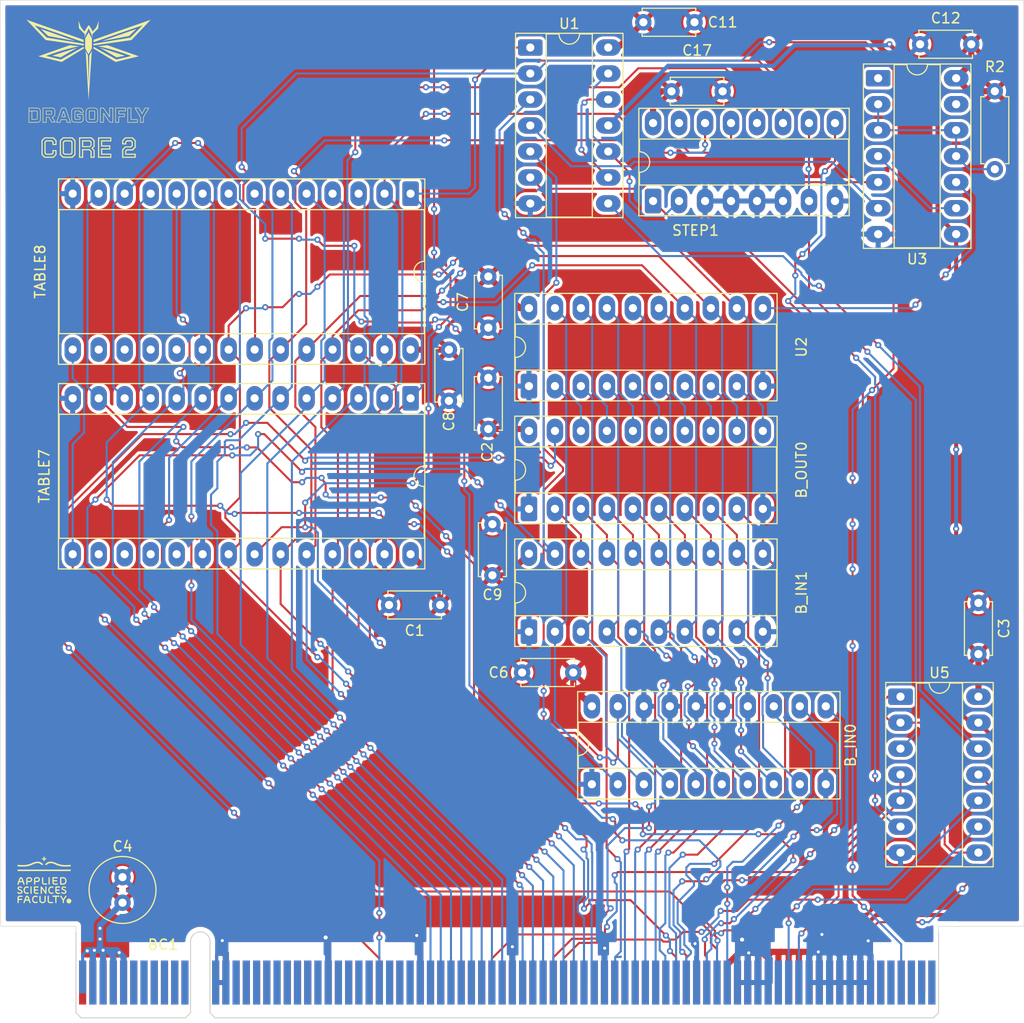
<source format=kicad_pcb>
(kicad_pcb (version 20241229) (generator "pcbnew") (generator_version "9.0")
  (layers (0 "F.Cu" signal) (2 "B.Cu" signal) (13 "F.Paste" user) (15 "B.Paste" user) (5 "F.SilkS" user "F.Silkscreen") (7 "B.SilkS" user "B.Silkscreen") (1 "F.Mask" user) (3 "B.Mask" user) (25 "Edge.Cuts" user))
  (net 0 "")
  (net 1 "/D6")
  (net 4 "/STATE6")
  (net 6 "VCC")
  (net 8 "GND")
  (net 10 "/~{LOAD_FR}")
  (net 11 "/STATE10")
  (net 12 "/D5")
  (net 16 "/IntEnable")
  (net 17 "/STATE8")
  (net 20 "/~{OUT_FR}")
  (net 25 "/~CLK")
  (net 26 "/STATE5")
  (net 28 "/STATE12")
  (net 29 "/D2")
  (net 30 "/AddrIncrement")
  (net 32 "/STATE2")
  (net 37 "/D4")
  (net 38 "/Reset")
  (net 41 "/STATE3")
  (net 42 "/~{IntDisable}")
  (net 43 "/SignIn")
  (net 45 "/~{Halt}")
  (net 48 "/~{Wait}")
  (net 49 "/D7")
  (net 52 "/STATE13")
  (net 56 "/STATE7")
  (net 57 "/AddrDecrement")
  (net 63 "/STATE9")
  (net 65 "/D3")
  (net 66 "/STATE15")
  (net 69 "/~{UPDATE_FR}")
  (net 70 "/D1")
  (net 71 "/STATE0")
  (net 72 "/D0")
  (net 73 "/STATE14")
  (net 75 "/STATE4")
  (net 79 "/~{CarryIn}")
  (net 80 "/ZeroIn")
  (net 81 "/~{SCClear}")
  (net 83 "/STATE11")
  (net 86 "/STATE1")
  (net 91 "Net-(BC1-PULSE)")
  (net 95 "Net-(B_IN0-A1)")
  (net 96 "Net-(B_IN0-A7)")
  (net 97 "Net-(B_IN0-A0)")
  (net 98 "Net-(B_IN0-A3)")
  (net 99 "Net-(B_IN0-A6)")
  (net 100 "Net-(B_IN0-A5)")
  (net 101 "Net-(B_IN0-A4)")
  (net 102 "Net-(B_IN0-A2)")
  (net 103 "Net-(B_OUT0-B4)")
  (net 104 "Net-(B_OUT0-B2)")
  (net 105 "Net-(B_OUT0-B0)")
  (net 106 "Net-(B_OUT0-B3)")
  (net 107 "Net-(B_OUT0-B1)")
  (net 108 "Net-(STEP1-CEP)")
  (net 110 "/Clk")
  (net 111 "Net-(STEP1-~{MR})")
  (net 121 "Net-(U1-Pad6)")
  (net 122 "Net-(U1-Pad4)")
  (net 123 "Net-(U1-Pad8)")
  (net 124 "Net-(U1-Pad12)")
  (net 125 "Net-(U2-Cp)")
  (net 126 "Net-(R2-Pad2)")
  (net 129 "Net-(U3-Pad4)")
  (net 130 "Net-(U5-Pad1)")
  (net 131 "/STATE16")
  (footprint "Package_DIP:DIP-28_W15.24mm_Socket_LongPads" (layer "F.Cu") (at 225 51 -90)
    (property "Reference" "TABLE7")
    (property "Value" "28C256")
  )
  (footprint "Capacitor_THT:C_Radial_D6.3mm_H5.0mm_P2.50mm" (layer "F.Cu") (at 196.85 100.3 90)
    (property "Reference" "C4")
    (property "Value" "C")
  )
  (footprint "Package_DIP:DIP-20_W7.62mm_Socket_LongPads" (layer "F.Cu") (at 236.57 49.81 90)
    (property "Reference" "U2")
    (property "Value" "74LS574")
  )
  (footprint "Capacitor_THT:C_Disc_D5.0mm_W2.5mm_P5.00mm" (layer "F.Cu") (at 232.6 49 -90)
    (property "Reference" "C8")
    (property "Value" "C")
  )
  (footprint "Capacitor_THT:C_Disc_D5.0mm_W2.5mm_P5.00mm" (layer "F.Cu") (at 250.5 21)
    (property "Reference" "C17")
    (property "Value" "C")
  )
  (footprint "Package_DIP:DIP-16_W7.62mm_Socket_LongPads" (layer "F.Cu") (at 248.7 31.72 90)
    (property "Reference" "STEP1")
    (property "Value" "74LS161")
  )
  (footprint "Capacitor_THT:C_Disc_D5.0mm_W2.5mm_P5.00mm" (layer "F.Cu") (at 247.75 14.25)
    (property "Reference" "C11")
    (property "Value" "C")
  )
  (footprint "Capacitor_THT:C_Disc_D5.0mm_W2.5mm_P5.00mm" (layer "F.Cu") (at 233 63.3 -90)
    (property "Reference" "C9")
    (property "Value" "C")
  )
  (footprint "Package_DIP:DIP-14_W7.62mm_Socket_LongPads" (layer "F.Cu") (at 272.88 80.16)
    (property "Reference" "U5")
    (property "Value" "74LS00")
  )
  (footprint "Capacitor_THT:C_Disc_D5.0mm_W2.5mm_P5.00mm" (layer "F.Cu") (at 279.8 16.4 180)
    (property "Reference" "C12")
    (property "Value" "C")
  )
  (footprint "Capacitor_THT:C_Disc_D5.0mm_W2.5mm_P5.00mm" (layer "F.Cu") (at 232.6 44.1 90)
    (property "Reference" "C7")
    (property "Value" "C")
  )
  (footprint "Package_DIP:DIP-28_W15.24mm_Socket_LongPads" (layer "F.Cu") (at 225 31 -90)
    (property "Reference" "TABLE8")
    (property "Value" "28C256")
  )
  (footprint "Capacitor_THT:C_Disc_D5.0mm_W2.5mm_P5.00mm" (layer "F.Cu") (at 228.75 46.25 -90)
    (property "Reference" "C2")
    (property "Value" "C")
  )
  (footprint "Package_DIP:DIP-20_W7.62mm_Socket_LongPads" (layer "F.Cu") (at 236.57 73.81 90)
    (property "Reference" "B_IN1")
    (property "Value" "74LS245")
  )
  (footprint "Package_DIP:DIP-14_W7.62mm_Socket_LongPads" (layer "F.Cu") (at 236.7 16.72)
    (property "Reference" "U1")
    (property "Value" "74LS04")
  )
  (footprint "Capacitor_THT:C_Disc_D5.0mm_W2.5mm_P5.00mm" (layer "F.Cu") (at 280.5 76 90)
    (property "Reference" "C3")
    (property "Value" "C")
  )
  (footprint "Package_DIP:DIP-20_W7.62mm_Socket_LongPads" (layer "F.Cu") (at 236.57 61.81 90)
    (property "Reference" "B_OUT0")
    (property "Value" "74LS245")
  )
  (footprint "Capacitor_THT:C_Disc_D5.0mm_W2.5mm_P5.00mm" (layer "F.Cu") (at 235.9 77.8)
    (property "Reference" "C6")
    (property "Value" "C")
  )
  (footprint "Resistor_THT:R_Axial_DIN0207_L6.3mm_D2.5mm_P7.62mm_Horizontal" (layer "F.Cu") (at 282.1 20.99 -90)
    (property "Reference" "R2")
    (property "Value" "R")
  )
  (footprint "kibuzzard-6911C9E9" (layer "F.Cu") (at 193.533589 26.496667)
    (property "Reference" "kibuzzard-6911C9E9" (hide yes))
    (property "Value" "G***" (hide yes))
  )
  (footprint "Package_DIP:DIP-20_W7.62mm_Socket_LongPads" (layer "F.Cu") (at 242.72 88.72 90)
    (property "Reference" "B_IN0")
    (property "Value" "74LS245")
  )
  (footprint "Package_DIP:DIP-14_W7.62mm_Socket_LongPads" (layer "F.Cu") (at 270.7 19.72)
    (property "Reference" "U3")
    (property "Value" "74LS02")
  )
  (footprint "Connector_PCBEdge:BUS_PCIexpress_x16" (layer "F.Cu") (at 192.95 108.1)
    (property "Reference" "BC1")
    (property "Value" "BusConnector")
    (fp_line (start -0.65 -4.95) (end -0.65 2.95) (stroke (width 0.1)) (layer "Edge.Cuts"))
    (fp_line (start -0.65 2.95) (end -0.15 3.45) (stroke (width 0.1)) (layer "Edge.Cuts"))
    (fp_line (start -0.15 3.45) (end 10.05 3.45) (stroke (width 0.1)) (layer "Edge.Cuts"))
    (fp_line (start 10.55 -4) (end 10.55 2.95) (stroke (width 0.1)) (layer "Edge.Cuts"))
    (fp_line (start 10.55 2.95) (end 10.05 3.45) (stroke (width 0.1)) (layer "Edge.Cuts"))
    (fp_line (start 12.45 -4) (end 12.45 2.95) (stroke (width 0.1)) (layer "Edge.Cuts"))
    (fp_line (start 12.45 2.95) (end 12.95 3.45) (stroke (width 0.1)) (layer "Edge.Cuts"))
    (fp_line (start 12.95 3.45) (end 83.15 3.45) (stroke (width 0.1)) (layer "Edge.Cuts"))
    (fp_line (start 83.65 -4.95) (end 83.65 2.95) (stroke (width 0.1)) (layer "Edge.Cuts"))
    (fp_line (start 83.65 2.95) (end 83.15 3.45) (stroke (width 0.1)) (layer "Edge.Cuts"))
    (fp_arc (start 10.55 -4) (mid 11.5 -4.95) (end 12.45 -4) (stroke (width 0.1)) (layer "Edge.Cuts"))
  )
  (footprint "Capacitor_THT:C_Disc_D5.0mm_W2.5mm_P5.00mm" (layer "F.Cu") (at 227.9 71.2 180)
    (property "Reference" "C1")
    (property "Value" "C")
  )
  (gr_poly (pts (xy 188.549104 22.634875) (xy 188.591111 22.645975) (xy 188.611479 22.652567) (xy 188.634229 22.661418) (xy 188.658578 22.672894) (xy 188.671108 22.679731) (xy 188.683744 22.687362) (xy 188.696388 22.695832) (xy 188.708944 22.705188) (xy 188.721312 22.715475) (xy 188.733395 22.726738) (xy 188.745096 22.739024) (xy 188.756316 22.752379) (xy 188.766957 22.766847) (xy 188.776923 22.782476) (xy 188.786114 22.79931) (xy 188.794434 22.817396) (xy 188.801784 22.83678) (xy 188.808067 22.857506) (xy 188.813184 22.879621) (xy 188.817038 22.903171) (xy 188.819532 22.928201) (xy 188.820567 22.954758) (xy 188.829298 23.723901) (xy 188.829681 23.737037) (xy 188.829321 23.752119) (xy 188.827847 23.771687) (xy 188.8247 23.794851) (xy 188.819322 23.820718) (xy 188.815621 23.834387) (xy 188.811152 23.848397) (xy 188.805845 23.862637) (xy 188.799632 23.876996) (xy 188.79244 23.891361) (xy 188.784201 23.905622) (xy 188.774845 23.919667) (xy 188.764302 23.933384) (xy 188.752502 23.946663) (xy 188.739374 23.959391) (xy 188.72485 23.971457) (xy 188.708859 23.98275) (xy 188.691331 23.993158) (xy 188.672197 24.00257) (xy 188.651385 24.010874) (xy 188.628828 24.017959) (xy 188.604454 24.023713) (xy 188.578194 24.028025) (xy 188.549978 24.030783) (xy 188.519735 24.031876) (xy 187.984516 24.032769) (xy 187.699527 24.031876) (xy 187.699527 23.740833) (xy 187.990569 23.740833) (xy 188.198597 23.741825) (xy 188.351105 23.741949) (xy 188.44036 23.740833) (xy 188.444545 23.740373) (xy 188.448664 23.739506) (xy 188.452712 23.73826) (xy 188.456685 23.736663) (xy 188.460578 23.734742) (xy 188.464388 23.732526) (xy 188.468109 23.730041) (xy 188.471738 23.727315) (xy 188.47527 23.724376) (xy 188.478701 23.721251) (xy 188.482026 23.717969) (xy 188.485241 23.714556) (xy 188.491324 23.70745) (xy 188.496915 23.700154) (xy 188.501979 23.692889) (xy 188.50648 23.685876) (xy 188.510385 23.679335) (xy 188.513658 23.673489) (xy 188.518169 23.664761) (xy 188.519735 23.661458) (xy 188.521025 23.335855) (xy 188.521186 23.101678) (xy 188.519735 22.973542) (xy 188.519205 22.969084) (xy 188.518277 22.964881) (xy 188.516979 22.960927) (xy 188.515337 22.957215) (xy 188.513379 22.953735) (xy 188.511133 22.950482) (xy 188.508625 22.947448) (xy 188.505882 22.944624) (xy 188.502932 22.942003) (xy 188.499801 22.939579) (xy 188.496518 22.937343) (xy 188.493109 22.935288) (xy 188.489601 22.933407) (xy 188.486022 22.931691) (xy 188.478758 22.928728) (xy 188.471534 22.926338) (xy 188.464568 22.924462) (xy 188.458077 22.923039) (xy 188.452279 22.92201) (xy 188.44363 22.920891) (xy 188.44036 22.920625) (xy 187.990569 22.920625) (xy 187.990569 23.740833) (xy 187.699527 23.740833) (xy 187.699527 22.629584)) (stroke (width 0.052916)) (fill no) (layer "F.SilkS"))
  (gr_poly (pts (xy 194.141277 22.630619) (xy 194.155488 22.632477) (xy 194.17393 22.635731) (xy 194.195764 22.640757) (xy 194.220152 22.647931) (xy 194.246254 22.65763) (xy 194.259686 22.663544) (xy 194.273232 22.67023) (xy 194.286787 22.677736) (xy 194.300247 22.686107) (xy 194.313506 22.695393) (xy 194.326461 22.705638) (xy 194.339005 22.716892) (xy 194.351034 22.729199) (xy 194.362444 22.742609) (xy 194.373129 22.757166) (xy 194.382984 22.77292) (xy 194.391905 22.789916) (xy 194.399788 22.808202) (xy 194.406526 22.827825) (xy 194.412015 22.848832) (xy 194.416151 22.871269) (xy 194.418829 22.895185) (xy 194.419943 22.920625) (xy 194.426823 23.765175) (xy 194.425232 23.776338) (xy 194.422738 23.789151) (xy 194.418662 23.805768) (xy 194.412666 23.825428) (xy 194.404415 23.84737) (xy 194.393569 23.870832) (xy 194.387069 23.882895) (xy 194.379793 23.895052) (xy 194.3717 23.907209) (xy 194.362749 23.919269) (xy 194.352896 23.931139) (xy 194.342099 23.942722) (xy 194.330317 23.953923) (xy 194.317507 23.964648) (xy 194.303628 23.974801) (xy 194.288636 23.984287) (xy 194.27249 23.99301) (xy 194.255148 24.000876) (xy 194.236567 24.007789) (xy 194.216706 24.013654) (xy 194.195521 24.018376) (xy 194.172972 24.021859) (xy 194.149016 24.024009) (xy 194.123611 24.024731) (xy 193.593385 24.02526) (xy 193.580539 24.023683) (xy 193.565782 24.021221) (xy 193.546624 24.017207) (xy 193.523934 24.011314) (xy 193.498577 24.003215) (xy 193.471421 23.992583) (xy 193.45744 23.986215) (xy 193.443333 23.979091) (xy 193.429211 23.97117) (xy 193.41518 23.962411) (xy 193.40135 23.952773) (xy 193.387829 23.942216) (xy 193.374725 23.930699) (xy 193.362147 23.91818) (xy 193.350203 23.90462) (xy 193.339001 23.889976) (xy 193.328649 23.874208) (xy 193.319257 23.857275) (xy 193.310933 23.839137) (xy 193.303784 23.819751) (xy 193.297919 23.799079) (xy 193.293447 23.777078) (xy 193.290476 23.753707) (xy 193.289115 23.728927) (xy 193.284245 23.417562) (xy 193.282301 23.160271) (xy 193.282235 22.920625) (xy 193.284057 22.909096) (xy 193.286906 22.895807) (xy 193.291553 22.878499) (xy 193.298381 22.857919) (xy 193.307768 22.834817) (xy 193.313541 22.822553) (xy 193.320097 22.809939) (xy 193.327483 22.797068) (xy 193.335747 22.784034) (xy 193.344937 22.77093) (xy 193.355099 22.75785) (xy 193.366283 22.744888) (xy 193.378534 22.732136) (xy 193.391902 22.719688) (xy 193.406432 22.707638) (xy 193.422174 22.696079) (xy 193.439174 22.685105) (xy 193.457481 22.674809) (xy 193.477141 22.665285) (xy 193.498202 22.656626) (xy 193.520713 22.648926) (xy 193.544719 22.642278) (xy 193.57027 22.636776) (xy 193.597412 22.632514) (xy 193.626193 22.629584) (xy 194.128902 22.629584)) (stroke (width 0.052916)) (fill no) (layer "F.SilkS"))
  (gr_poly (pts (xy 197.727235 15.988542) (xy 193.99661 16.517708) (xy 193.99661 16.358958) (xy 197.621401 15.750417) (xy 198.212017 15.161653) (xy 198.613266 14.753194) (xy 198.742078 14.615965) (xy 198.776244 14.576041) (xy 198.78423 14.564744) (xy 198.785568 14.559792) (xy 198.031828 14.80874) (xy 196.395785 15.373451) (xy 194.023068 16.200208) (xy 194.023068 15.962083) (xy 199.605776 14.004167)) (fill yes) (layer "F.SilkS"))
  (gr_poly (pts (xy 187.774856 97.802695) (xy 187.79083 97.803744) (xy 187.806243 97.805463) (xy 187.821099 97.807829) (xy 187.835399 97.810817) (xy 187.849147 97.814404) (xy 187.862344 97.818565) (xy 187.874995 97.823278) (xy 187.887101 97.828518) (xy 187.898664 97.834261) (xy 187.909689 97.840483) (xy 187.920177 97.847162) (xy 187.930131 97.854272) (xy 187.939553 97.86179) (xy 187.948447 97.869692) (xy 187.956816 97.877954) (xy 187.96466 97.886553) (xy 187.971984 97.895465) (xy 187.978791 97.904665) (xy 187.985082 97.914131) (xy 187.99086 97.923837) (xy 187.996128 97.933761) (xy 188.000889 97.943878) (xy 188.005145 97.954164) (xy 188.0089 97.964597) (xy 188.012155 97.975151) (xy 188.014913 97.985803) (xy 188.017178 97.99653) (xy 188.018951 98.007307) (xy 188.020235 98.01811) (xy 188.021034 98.028917) (xy 188.021349 98.039702) (xy 188.021142 98.052187) (xy 188.020328 98.064526) (xy 188.018913 98.076703) (xy 188.016904 98.088702) (xy 188.014308 98.100507) (xy 188.01113 98.112102) (xy 188.007378 98.123472) (xy 188.003058 98.1346) (xy 187.998176 98.145471) (xy 187.99274 98.156069) (xy 187.986756 98.166378) (xy 187.98023 98.176381) (xy 187.973169 98.186063) (xy 187.96558 98.195409) (xy 187.95747 98.204402) (xy 187.948844 98.213026) (xy 187.939013 98.221842) (xy 187.928679 98.230126) (xy 187.917854 98.237874) (xy 187.90655 98.245082) (xy 187.89478 98.251746) (xy 187.882555 98.257862) (xy 187.869888 98.263425) (xy 187.85679 98.26843) (xy 187.843273 98.272875) (xy 187.82935 98.276754) (xy 187.815032 98.280063) (xy 187.800331 98.282798) (xy 187.78526 98.284955) (xy 187.769831 98.286529) (xy 187.754054 98.287517) (xy 187.737944 98.287913) (xy 187.56356 98.289236) (xy 187.565413 98.478438) (xy 187.565359 98.481546) (xy 187.565151 98.484616) (xy 187.564792 98.487644) (xy 187.564286 98.490627) (xy 187.563637 98.49356) (xy 187.562848 98.496439) (xy 187.561922 98.499261) (xy 187.560865 98.502022) (xy 187.559679 98.504718) (xy 187.558367 98.507344) (xy 187.556935 98.509898) (xy 187.555384 98.512375) (xy 187.55372 98.514771) (xy 187.551946 98.517083) (xy 187.550064 98.519307) (xy 187.54808 98.521438) (xy 187.545997 98.523473) (xy 187.543818 98.525408) (xy 187.541548 98.52724) (xy 187.539189 98.528963) (xy 187.536745 98.530575) (xy 187.534221 98.532071) (xy 187.53162 98.533448) (xy 187.528945 98.534702) (xy 187.526201 98.535829) (xy 187.52339 98.536824) (xy 187.520517 98.537685) (xy 187.517585 98.538407) (xy 187.514599 98.538986) (xy 187.51156 98.539419) (xy 187.508475 98.539701) (xy 187.505345 98.539829) (xy 187.504551 98.539829) (xy 187.501444 98.539752) (xy 187.498378 98.539521) (xy 187.495357 98.539141) (xy 187.492384 98.538615) (xy 187.489463 98.537947) (xy 187.486598 98.537141) (xy 187.483792 98.5362) (xy 187.481049 98.535128) (xy 187.478373 98.533928) (xy 187.475767 98.532605) (xy 187.473235 98.531161) (xy 187.470781 98.529601) (xy 187.468408 98.527927) (xy 187.46612 98.526144) (xy 187.463921 98.524256) (xy 187.461815 98.522265) (xy 187.459804 98.520176) (xy 187.457894 98.517992) (xy 187.456087 98.515717) (xy 187.454387 98.513354) (xy 187.452798 98.510908) (xy 187.451323 98.508381) (xy 187.449967 98.505777) (xy 187.448733 98.503101) (xy 187.447624 98.500355) (xy 187.446644 98.497543) (xy 187.445798 98.494669) (xy 187.445088 98.491737) (xy 187.444518 98.48875) (xy 187.444093 98.485712) (xy 187.443815 98.482626) (xy 187.443689 98.479496) (xy 187.439986 98.016944) (xy 187.561708 98.016944) (xy 187.561708 98.016945) (xy 187.561907 98.078336) (xy 187.562503 98.167512) (xy 187.736885 98.16619) (xy 187.747173 98.165973) (xy 187.757193 98.165425) (xy 187.766938 98.164548) (xy 187.776401 98.163345) (xy 187.785573 98.16182) (xy 187.794448 98.159975) (xy 187.803018 98.157814) (xy 187.811277 98.15534) (xy 187.819215 98.152556) (xy 187.826828 98.149465) (xy 187.834105 98.14607) (xy 187.841042 98.142374) (xy 187.84763 98.13838) (xy 187.853861 98.134092) (xy 187.859729 98.129512) (xy 187.865226 98.124644) (xy 187.869324 98.120528) (xy 187.873184 98.116221) (xy 187.8768 98.111733) (xy 187.880168 98.107072) (xy 187.883286 98.102247) (xy 187.886148 98.097265) (xy 187.888751 98.092137) (xy 187.891092 98.08687) (xy 187.893166 98.081472) (xy 187.894969 98.075953) (xy 187.896498 98.070321) (xy 187.897749 98.064584) (xy 187.898717 98.058751) (xy 187.8994 98.05283) (xy 187.899792 98.04683) (xy 187.899891 98.04076) (xy 187.899353 98.030114) (xy 187.89791 98.019476) (xy 187.895518 98.008938) (xy 187.892133 97.998595) (xy 187.887714 97.98854) (xy 187.885102 97.98365) (xy 187.882214 97.978867) (xy 187.879047 97.974203) (xy 187.875593 97.96967) (xy 187.871847 97.96528) (xy 187.867805 97.961044) (xy 187.863461 97.956973) (xy 187.858808 97.95308) (xy 187.853843 97.949377) (xy 187.848558 97.945874) (xy 187.84295 97.942585) (xy 187.837012 97.93952) (xy 187.83074 97.936691) (xy 187.824127 97.93411) (xy 187.817168 97.931789) (xy 187.809858 97.929739) (xy 187.802192 97.927973) (xy 187.794163 97.926501) (xy 187.785767 97.925336) (xy 187.776998 97.92449) (xy 187.767851 97.923973) (xy 187.758319 97.923798) (xy 187.756467 97.923798) (xy 187.684756 97.924328) (xy 187.6736 97.924622) (xy 187.66314 97.925292) (xy 187.653353 97.926318) (xy 187.644217 97.927678) (xy 187.635709 97.929351) (xy 187.627807 97.931318) (xy 187.620488 97.933556) (xy 187.613731 97.936045) (xy 187.607512 97.938765) (xy 187.60181 97.941694) (xy 187.596602 97.944812) (xy 187.591866 97.948097) (xy 187.587579 97.951529) (xy 187.583718 97.955087) (xy 187.580262 97.958751) (xy 187.577189 97.962499) (xy 187.574475 97.96631) (xy 187.572098 97.970165) (xy 187.570036 97.974041) (xy 187.568267 97.977918) (xy 187.566768 97.981776) (xy 187.565517 97.985592) (xy 187.563668 97.993021) (xy 187.562542 98.000037) (xy 187.56196 98.006474) (xy 187.561708 98.016944) (xy 187.439986 98.016944) (xy 187.439984 98.016679) (xy 187.440281 98.004568) (xy 187.441119 97.992748) (xy 187.442491 97.981225) (xy 187.444389 97.970005) (xy 187.446808 97.959093) (xy 187.44974 97.948497) (xy 187.453179 97.938222) (xy 187.457118 97.928273) (xy 187.461549 97.918656) (xy 187.466467 97.909378) (xy 187.471865 97.900445) (xy 187.477735 97.891862) (xy 187.484071 97.883635) (xy 187.490866 97.87577) (xy 187.498114 97.868274) (xy 187.505807 97.861151) (xy 187.513939 97.854408) (xy 187.522503 97.848051) (xy 187.531492 97.842086) (xy 187.5409 97.836518) (xy 187.550719 97.831353) (xy 187.560943 97.826599) (xy 187.571566 97.822259) (xy 187.582579 97.818341) (xy 187.593977 97.81485) (xy 187.605753 97.811792) (xy 187.6179 97.809172) (xy 187.630411 97.806998) (xy 187.643279 97.805275) (xy 187.656498 97.804008) (xy 187.683961 97.802869) (xy 187.755672 97.80234) (xy 187.758319 97.80234)) (fill yes) (layer "F.SilkS"))
  (gr_poly (pts (xy 191.052085 97.800094) (xy 191.071483 97.801291) (xy 191.090356 97.803277) (xy 191.108698 97.806044) (xy 191.126501 97.809583) (xy 191.143757 97.813886) (xy 191.16046 97.818945) (xy 191.1766 97.824753) (xy 191.192171 97.8313) (xy 191.207165 97.838579) (xy 191.221574 97.846582) (xy 191.235391 97.855301) (xy 191.248608 97.864727) (xy 191.261218 97.874853) (xy 191.273213 97.885671) (xy 191.284585 97.897171) (xy 191.295326 97.909347) (xy 191.30543 97.92219) (xy 191.314888 97.935692) (xy 191.323694 97.949845) (xy 191.331838 97.964641) (xy 191.339314 97.980072) (xy 191.346115 97.996129) (xy 191.352231 98.012805) (xy 191.357657 98.030092) (xy 191.362384 98.047981) (xy 191.366405 98.066464) (xy 191.369711 98.085533) (xy 191.372296 98.105181) (xy 191.374152 98.125399) (xy 191.375271 98.146178) (xy 191.375646 98.167512) (xy 191.375271 98.188822) (xy 191.374152 98.209581) (xy 191.372296 98.229781) (xy 191.369711 98.249414) (xy 191.366405 98.268471) (xy 191.362384 98.286944) (xy 191.357657 98.304825) (xy 191.352231 98.322106) (xy 191.346115 98.338778) (xy 191.339314 98.354834) (xy 191.331838 98.370264) (xy 191.323694 98.385061) (xy 191.314888 98.399217) (xy 191.30543 98.412723) (xy 191.295326 98.425571) (xy 191.284585 98.437752) (xy 191.273213 98.449259) (xy 191.261218 98.460084) (xy 191.248608 98.470217) (xy 191.235391 98.479652) (xy 191.221574 98.488379) (xy 191.207165 98.49639) (xy 191.192171 98.503678) (xy 191.1766 98.510233) (xy 191.16046 98.516048) (xy 191.143757 98.521114) (xy 191.126501 98.525424) (xy 191.108698 98.528968) (xy 191.090356 98.531739) (xy 191.071483 98.533729) (xy 191.052085 98.534928) (xy 191.032172 98.53533) (xy 190.80513 98.53533) (xy 190.801999 98.535251) (xy 190.798909 98.535016) (xy 190.795863 98.534629) (xy 190.792866 98.534093) (xy 190.789922 98.533414) (xy 190.787034 98.532593) (xy 190.784207 98.531636) (xy 190.781443 98.530546) (xy 190.778747 98.529327) (xy 190.776123 98.527983) (xy 190.773574 98.526517) (xy 190.771105 98.524934) (xy 190.768718 98.523237) (xy 190.766419 98.52143) (xy 190.764211 98.519517) (xy 190.762097 98.517502) (xy 190.760082 98.515388) (xy 190.758168 98.513179) (xy 190.756361 98.51088) (xy 190.754664 98.508494) (xy 190.753081 98.506024) (xy 190.751615 98.503476) (xy 190.750271 98.500852) (xy 190.749052 98.498156) (xy 190.747962 98.495392) (xy 190.747005 98.492564) (xy 190.746185 98.489676) (xy 190.745505 98.486732) (xy 190.74497 98.483735) (xy 190.744583 98.48069) (xy 190.744348 98.4776) (xy 190.744268 98.474468) (xy 190.744268 98.413605) (xy 190.865992 98.413605) (xy 191.032172 98.413605) (xy 191.045777 98.413363) (xy 191.058955 98.412635) (xy 191.071706 98.411424) (xy 191.084029 98.409728) (xy 191.095925 98.407548) (xy 191.107393 98.404886) (xy 191.118432 98.401741) (xy 191.129043 98.398113) (xy 191.139225 98.394004) (xy 191.148977 98.389413) (xy 191.158299 98.384341) (xy 191.167191 98.378789) (xy 191.175653 98.372757) (xy 191.183684 98.366245) (xy 191.191283 98.359254) (xy 191.198452 98.351784) (xy 191.205188 98.343836) (xy 191.211493 98.33541) (xy 191.217365 98.326507) (xy 191.222804 98.317126) (xy 191.227809 98.307269) (xy 191.232382 98.296936) (xy 191.23652 98.286127) (xy 191.240225 98.274843) (xy 191.243494 98.263084) (xy 191.246329 98.25085) (xy 191.248729 98.238143) (xy 191.250693 98.224962) (xy 191.253313 98.197181) (xy 191.254187 98.167512) (xy 191.253969 98.152417) (xy 191.253313 98.137795) (xy 191.252221 98.123648) (xy 191.250693 98.109974) (xy 191.248729 98.096775) (xy 191.246329 98.08405) (xy 191.243494 98.071801) (xy 191.240225 98.060027) (xy 191.23652 98.04873) (xy 191.232382 98.037908) (xy 191.227809 98.027564) (xy 191.222804 98.017697) (xy 191.217365 98.008307) (xy 191.211493 97.999395) (xy 191.205188 97.990962) (xy 191.198452 97.983007) (xy 191.191283 97.975531) (xy 191.183684 97.968535) (xy 191.175653 97.962019) (xy 191.167191 97.955983) (xy 191.158299 97.950427) (xy 191.148977 97.945353) (xy 191.139225 97.94076) (xy 191.129043 97.936649) (xy 191.118432 97.93302) (xy 191.107393 97.929874) (xy 191.095925 97.927211) (xy 191.084029 97.925031) (xy 191.071706 97.923335) (xy 191.058955 97.922123) (xy 191.045777 97.921395) (xy 191.032172 97.921152) (xy 190.865992 97.921152) (xy 190.865992 98.413605) (xy 190.744268 98.413605) (xy 190.744268 97.860554) (xy 190.744348 97.857423) (xy 190.744583 97.854333) (xy 190.74497 97.851287) (xy 190.745505 97.848291) (xy 190.746185 97.845347) (xy 190.747005 97.842459) (xy 190.747962 97.839631) (xy 190.749052 97.836867) (xy 190.750271 97.834171) (xy 190.751615 97.831547) (xy 190.753081 97.828999) (xy 190.754664 97.826529) (xy 190.756361 97.824143) (xy 190.758168 97.821844) (xy 190.760082 97.819635) (xy 190.762097 97.817521) (xy 190.764211 97.815506) (xy 190.766419 97.813593) (xy 190.768718 97.811786) (xy 190.771105 97.810089) (xy 190.773574 97.808505) (xy 190.776123 97.80704) (xy 190.778747 97.805695) (xy 190.781443 97.804476) (xy 190.784207 97.803386) (xy 190.787034 97.802429) (xy 190.789922 97.801609) (xy 190.792866 97.800929) (xy 190.795863 97.800394) (xy 190.798909 97.800007) (xy 190.801999 97.799772) (xy 190.80513 97.799693) (xy 191.032172 97.799693)) (fill yes) (layer "F.SilkS"))
  (gr_poly (pts (xy 197.145151 22.629584) (xy 197.145151 22.920625) (xy 196.483694 22.920625) (xy 196.483694 23.211667) (xy 197.039318 23.211667) (xy 197.039318 23.47625) (xy 196.483694 23.47625) (xy 196.483694 24.031875) (xy 196.166193 24.031875) (xy 196.174395 22.626144)) (stroke (width 0.052916)) (fill no) (layer "F.SilkS"))
  (gr_poly (pts (xy 194.078415 22.920663) (xy 194.080906 22.920838) (xy 194.084146 22.921229) (xy 194.08799 22.92192) (xy 194.092295 22.922997) (xy 194.094576 22.923706) (xy 194.096918 22.924544) (xy 194.099304 22.925519) (xy 194.101716 22.926644) (xy 194.104135 22.927929) (xy 194.106544 22.929384) (xy 194.108925 22.93102) (xy 194.11126 22.932847) (xy 194.113531 22.934876) (xy 194.115721 22.937117) (xy 194.11781 22.939582) (xy 194.119782 22.94228) (xy 194.121618 22.945222) (xy 194.1233 22.948419) (xy 194.124811 22.951881) (xy 194.126133 22.955619) (xy 194.127247 22.959644) (xy 194.128136 22.963966) (xy 194.128782 22.968595) (xy 194.129166 22.973542) (xy 194.130088 23.104134) (xy 194.129795 23.338038) (xy 194.128638 23.661458) (xy 194.129099 23.664837) (xy 194.129468 23.668716) (xy 194.129745 23.673749) (xy 194.129794 23.679708) (xy 194.129475 23.686364) (xy 194.12865 23.693487) (xy 194.128005 23.697152) (xy 194.127182 23.700848) (xy 194.126164 23.704546) (xy 194.124933 23.708219) (xy 194.123472 23.711836) (xy 194.121764 23.715369) (xy 194.119792 23.718791) (xy 194.117539 23.722072) (xy 194.114986 23.725183) (xy 194.112118 23.728096) (xy 194.108916 23.730782) (xy 194.105363 23.733213) (xy 194.101443 23.73536) (xy 194.097138 23.737195) (xy 194.09243 23.738688) (xy 194.087303 23.739811) (xy 194.081739 23.740536) (xy 194.075721 23.740833) (xy 193.678846 23.740833) (xy 193.675468 23.741012) (xy 193.666555 23.740974) (xy 193.660596 23.740604) (xy 193.65394 23.739857) (xy 193.646817 23.738624) (xy 193.639456 23.736798) (xy 193.635758 23.73563) (xy 193.632085 23.734272) (xy 193.628468 23.732712) (xy 193.624934 23.730937) (xy 193.621513 23.728933) (xy 193.618232 23.726686) (xy 193.615121 23.724183) (xy 193.612208 23.721411) (xy 193.609522 23.718356) (xy 193.607091 23.715004) (xy 193.604944 23.711343) (xy 193.60311 23.707358) (xy 193.601617 23.703037) (xy 193.600493 23.698365) (xy 193.599769 23.693329) (xy 193.599471 23.687916) (xy 193.6 23) (xy 193.599582 22.996676) (xy 193.59926 22.992856) (xy 193.599041 22.987895) (xy 193.599057 22.982017) (xy 193.599442 22.975443) (xy 193.600329 22.968399) (xy 193.601003 22.96477) (xy 193.601852 22.961106) (xy 193.602893 22.957437) (xy 193.604144 22.953789) (xy 193.60562 22.950191) (xy 193.607338 22.94667) (xy 193.609315 22.943255) (xy 193.611568 22.939973) (xy 193.614112 22.936852) (xy 193.616966 22.933921) (xy 193.620146 22.931206) (xy 193.623667 22.928736) (xy 193.627548 22.92654) (xy 193.631804 22.924644) (xy 193.636452 22.923076) (xy 193.641509 22.921865) (xy 193.646992 22.921039) (xy 193.652917 22.920625) (xy 194.07625 22.920625)) (stroke (width 0.052916)) (fill no) (layer "F.SilkS"))
  (gr_poly (pts (xy 188.605176 96.284341) (xy 188.641207 96.286994) (xy 188.675641 96.291274) (xy 188.708507 96.297064) (xy 188.739832 96.304248) (xy 188.769646 96.312711) (xy 188.797975 96.322335) (xy 188.824849 96.333005) (xy 188.850295 96.344605) (xy 188.874342 96.357018) (xy 188.897017 96.370128) (xy 188.91835 96.383819) (xy 188.938367 96.397975) (xy 188.957097 96.41248) (xy 188.974569 96.427216) (xy 188.99081 96.442069) (xy 189.005849 96.456922) (xy 189.019713 96.471659) (xy 189.044032 96.50032) (xy 189.063991 96.527121) (xy 189.079817 96.551133) (xy 189.091733 96.571428) (xy 189.099966 96.587075) (xy 189.106282 96.600708) (xy 188.92449 96.600708) (xy 188.918845 96.593431) (xy 188.901906 96.574246) (xy 188.8892 96.561429) (xy 188.873668 96.547123) (xy 188.855309 96.531825) (xy 188.834123 96.51603) (xy 188.810109 96.500236) (xy 188.783265 96.484938) (xy 188.753593 96.470632) (xy 188.72109 96.457814) (xy 188.703776 96.452119) (xy 188.685755 96.446982) (xy 188.667026 96.442464) (xy 188.647589 96.43863) (xy 188.627444 96.435539) (xy 188.60659 96.433255) (xy 188.585028 96.431838) (xy 188.562757 96.431353) (xy 188.47859 96.435115) (xy 188.401975 96.445747) (xy 188.331051 96.462269) (xy 188.263954 96.483697) (xy 188.198824 96.509052) (xy 188.133797 96.537351) (xy 187.996608 96.598856) (xy 187.92072 96.630099) (xy 187.837487 96.660361) (xy 187.745048 96.68866) (xy 187.64154 96.714014) (xy 187.5251 96.735443) (xy 187.393868 96.751964) (xy 187.24598 96.762597) (xy 187.079574 96.766359) (xy 187.019453 96.766026) (xy 186.963317 96.765085) (xy 186.911152 96.763624) (xy 186.862943 96.761728) (xy 186.818675 96.759485) (xy 186.778334 96.756982) (xy 186.741905 96.754304) (xy 186.709373 96.75154) (xy 186.655942 96.746099) (xy 186.617923 96.741353) (xy 186.587649 96.736722) (xy 186.587649 96.594093) (xy 186.763356 96.606397) (xy 186.92412 96.614857) (xy 187.008164 96.617644) (xy 187.0891 96.618702) (xy 187.164987 96.61774) (xy 187.23694 96.614937) (xy 187.305159 96.610414) (xy 187.369848 96.604296) (xy 187.431207 96.596704) (xy 187.48944 96.587761) (xy 187.544748 96.577591) (xy 187.597332 96.566316) (xy 187.647396 96.554058) (xy 187.69514 96.540941) (xy 187.784479 96.51262) (xy 187.866965 96.482334) (xy 187.944213 96.451067) (xy 188.08946 96.389513) (xy 188.160689 96.361192) (xy 188.233143 96.335817) (xy 188.270334 96.324542) (xy 188.308437 96.314372) (xy 188.347655 96.305429) (xy 188.388188 96.297837) (xy 188.43024 96.291719) (xy 188.474011 96.287196) (xy 188.519704 96.284393) (xy 188.567521 96.283431)) (fill yes) (layer "F.SilkS"))
  (gr_poly (pts (xy 193.864318 15.829792) (xy 193.854529 16.801606) (xy 193.52036 17.390833) (xy 193.191747 16.796315) (xy 193.20286 15.829792) (xy 193.534383 15.238184)) (fill yes) (layer "F.SilkS"))
  (gr_poly (pts (xy 189.255793 95.833845) (xy 189.252965 95.841379) (xy 189.250081 95.850972) (xy 189.246663 95.864739) (xy 189.243048 95.882898) (xy 189.239568 95.905664) (xy 189.237985 95.918843) (xy 189.23656 95.933256) (xy 189.235338 95.948929) (xy 189.234359 95.96589) (xy 189.243002 95.965433) (xy 189.251319 95.964911) (xy 189.259315 95.964327) (xy 189.266992 95.963688) (xy 189.281405 95.962264) (xy 189.294584 95.96068) (xy 189.306557 95.958978) (xy 189.31735 95.957201) (xy 189.326992 95.955389) (xy 189.335508 95.953585) (xy 189.342927 95.951831) (xy 189.349276 95.950168) (xy 189.354581 95.948638) (xy 189.358869 95.947284) (xy 189.362168 95.946146) (xy 189.364506 95.945268) (xy 189.366403 95.944456) (xy 189.389689 95.933871) (xy 189.389954 96.093171) (xy 189.366403 96.082322) (xy 189.35891 96.079577) (xy 189.349359 96.076777) (xy 189.33564 96.073457) (xy 189.317531 96.069939) (xy 189.294807 96.066544) (xy 189.281644 96.064994) (xy 189.267245 96.063596) (xy 189.25158 96.062391) (xy 189.234623 96.061417) (xy 189.235055 96.070036) (xy 189.235555 96.078329) (xy 189.236117 96.0863) (xy 189.236737 96.093952) (xy 189.237408 96.10129) (xy 189.238125 96.108317) (xy 189.239679 96.121448) (xy 189.241355 96.133376) (xy 189.243111 96.144125) (xy 189.244905 96.153726) (xy 189.246695 96.162204) (xy 189.248439 96.169587) (xy 189.250093 96.175903) (xy 189.251617 96.18118) (xy 189.252968 96.185445) (xy 189.254103 96.188725) (xy 189.25498 96.191048) (xy 189.255792 96.192932) (xy 189.266376 96.216219) (xy 189.240973 96.216483) (xy 189.107077 96.216483) (xy 189.117926 96.193197) (xy 189.120779 96.185072) (xy 189.123573 96.17534) (xy 189.126857 96.161542) (xy 189.130314 96.143465) (xy 189.133629 96.120894) (xy 189.135134 96.107857) (xy 189.136485 96.093616) (xy 189.137642 96.078145) (xy 189.138566 96.061417) (xy 189.129972 96.061873) (xy 189.121702 96.062393) (xy 189.113751 96.062973) (xy 189.106118 96.063607) (xy 189.09179 96.065017) (xy 189.078688 96.066581) (xy 189.066787 96.068259) (xy 189.056058 96.070008) (xy 189.046475 96.071788) (xy 189.038011 96.073556) (xy 189.030639 96.075272) (xy 189.024331 96.076894) (xy 189.01906 96.078379) (xy 189.0148 96.079688) (xy 189.0092 96.081608) (xy 189.007315 96.082322) (xy 188.984031 96.092641) (xy 188.984031 95.933606) (xy 189.007318 95.944455) (xy 189.014801 95.947246) (xy 189.024332 95.950097) (xy 189.038013 95.953485) (xy 189.056059 95.957084) (xy 189.078689 95.960568) (xy 189.091791 95.962165) (xy 189.10612 95.963612) (xy 189.121703 95.964867) (xy 189.138568 95.965889) (xy 189.138136 95.957246) (xy 189.137638 95.948928) (xy 189.137079 95.940933) (xy 189.136465 95.933255) (xy 189.135091 95.918841) (xy 189.133556 95.90566) (xy 189.131904 95.893683) (xy 189.130176 95.882884) (xy 189.128414 95.873234) (xy 189.12666 95.864706) (xy 189.124955 95.857273) (xy 189.123342 95.850907) (xy 189.121862 95.845581) (xy 189.120557 95.841267) (xy 189.117927 95.83358) (xy 189.107607 95.810559) (xy 189.266907 95.810294)) (fill yes) (layer "F.SilkS"))
  (gr_poly (pts (xy 190.688125 98.701591) (xy 190.691213 98.701826) (xy 190.694255 98.702213) (xy 190.697247 98.702748) (xy 190.700185 98.703427) (xy 190.703066 98.704246) (xy 190.705886 98.705202) (xy 190.708641 98.706291) (xy 190.711327 98.707508) (xy 190.713941 98.70885) (xy 190.716479 98.710313) (xy 190.718937 98.711893) (xy 190.721311 98.713587) (xy 190.723598 98.715389) (xy 190.725794 98.717297) (xy 190.727896 98.719307) (xy 190.729899 98.721414) (xy 190.7318 98.723615) (xy 190.733595 98.725906) (xy 190.73528 98.728283) (xy 190.736852 98.730742) (xy 190.738306 98.73328) (xy 190.73964 98.735892) (xy 190.74085 98.738574) (xy 190.741931 98.741323) (xy 190.74288 98.744135) (xy 190.743693 98.747006) (xy 190.744367 98.749932) (xy 190.744897 98.752909) (xy 190.745281 98.755933) (xy 190.745514 98.759001) (xy 190.745592 98.762109) (xy 190.745514 98.76524) (xy 190.745281 98.76833) (xy 190.744897 98.771376) (xy 190.744367 98.774373) (xy 190.743693 98.777317) (xy 190.74288 98.780205) (xy 190.741931 98.783032) (xy 190.74085 98.785796) (xy 190.73964 98.788492) (xy 190.738306 98.791116) (xy 190.736851 98.793665) (xy 190.735279 98.796134) (xy 190.733594 98.798521) (xy 190.731799 98.80082) (xy 190.729898 98.803028) (xy 190.727895 98.805142) (xy 190.725794 98.807157) (xy 190.723598 98.809071) (xy 190.72131 98.810878) (xy 190.718936 98.812575) (xy 190.716478 98.814158) (xy 190.71394 98.815624) (xy 190.711326 98.816968) (xy 190.70864 98.818187) (xy 190.705885 98.819277) (xy 190.703066 98.820234) (xy 190.700185 98.821054) (xy 190.697247 98.821734) (xy 190.694255 98.822269) (xy 190.691213 98.822656) (xy 190.688125 98.822891) (xy 190.684994 98.822971) (xy 190.400265 98.822971) (xy 190.4 99) (xy 190.634716 99) (xy 190.637848 99.000079) (xy 190.640938 99.000314) (xy 190.643983 99.000701) (xy 190.64698 99.001236) (xy 190.649924 99.001915) (xy 190.652812 99.002735) (xy 190.65564 99.003691) (xy 190.658403 99.00478) (xy 190.661099 99.005997) (xy 190.663723 99.007339) (xy 190.666272 99.008802) (xy 190.668742 99.010382) (xy 190.671128 99.012075) (xy 190.673427 99.013878) (xy 190.675635 99.015786) (xy 190.677749 99.017796) (xy 190.679765 99.019903) (xy 190.681678 99.022104) (xy 190.683485 99.024395) (xy 190.685182 99.026772) (xy 190.686765 99.029231) (xy 190.688231 99.031769) (xy 190.689575 99.034381) (xy 190.690794 99.037063) (xy 190.691884 99.039813) (xy 190.692841 99.042625) (xy 190.693661 99.045495) (xy 190.694341 99.048421) (xy 190.694876 99.051398) (xy 190.695263 99.054423) (xy 190.695498 99.057491) (xy 190.695578 99.060598) (xy 190.695498 99.063729) (xy 190.695263 99.06682) (xy 190.694876 99.069865) (xy 190.694341 99.072862) (xy 190.693661 99.075806) (xy 190.692841 99.078694) (xy 190.691884 99.081521) (xy 190.690794 99.084285) (xy 190.689575 99.086981) (xy 190.688231 99.089605) (xy 190.686765 99.092154) (xy 190.685182 99.094623) (xy 190.683485 99.09701) (xy 190.681678 99.099309) (xy 190.679765 99.101517) (xy 190.677749 99.103631) (xy 190.675635 99.105647) (xy 190.673427 99.10756) (xy 190.671128 99.109367) (xy 190.668742 99.111064) (xy 190.666272 99.112647) (xy 190.663723 99.114113) (xy 190.661099 99.115457) (xy 190.658403 99.116676) (xy 190.65564 99.117766) (xy 190.652812 99.118723) (xy 190.649924 99.119543) (xy 190.64698 99.120223) (xy 190.643983 99.120758) (xy 190.640938 99.121146) (xy 190.637848 99.121381) (xy 190.634716 99.12146) (xy 190.4 99.12146) (xy 190.400529 99.222808) (xy 190.400803 99.233276) (xy 190.401412 99.239708) (xy 190.402572 99.246714) (xy 190.40446 99.254127) (xy 190.407255 99.261778) (xy 190.409048 99.26564) (xy 190.411134 99.269498) (xy 190.413535 99.273332) (xy 190.416274 99.277121) (xy 190.419373 99.280842) (xy 190.422853 99.284476) (xy 190.426738 99.288001) (xy 190.431048 99.291396) (xy 190.435808 99.294641) (xy 190.441038 99.297714) (xy 190.44676 99.300594) (xy 190.452998 99.30326) (xy 190.459773 99.305691) (xy 190.467108 99.307866) (xy 190.475024 99.309764) (xy 190.483544 99.311365) (xy 190.49269 99.312646) (xy 190.502484 99.313587) (xy 190.512949 99.314167) (xy 190.524106 99.314365) (xy 190.684993 99.314365) (xy 190.688124 99.314445) (xy 190.691212 99.31468) (xy 190.694254 99.315067) (xy 190.697246 99.315602) (xy 190.700184 99.316281) (xy 190.703065 99.3171) (xy 190.705885 99.318056) (xy 190.70864 99.319145) (xy 190.711326 99.320362) (xy 190.71394 99.321704) (xy 190.716478 99.323167) (xy 190.718936 99.324748) (xy 190.72131 99.326441) (xy 190.723597 99.328243) (xy 190.725793 99.330152) (xy 190.727895 99.332161) (xy 190.729898 99.334268) (xy 190.731799 99.336469) (xy 190.733594 99.33876) (xy 190.735279 99.341138) (xy 190.736851 99.343597) (xy 190.738306 99.346134) (xy 190.73964 99.348746) (xy 190.740849 99.351429) (xy 190.74193 99.354178) (xy 190.742879 99.35699) (xy 190.743692 99.359861) (xy 190.744366 99.362787) (xy 190.744896 99.365764) (xy 190.74528 99.368788) (xy 190.745513 99.371856) (xy 190.745591 99.374963) (xy 190.745513 99.378095) (xy 190.74528 99.381185) (xy 190.744896 99.38423) (xy 190.744366 99.387227) (xy 190.743692 99.390171) (xy 190.742879 99.393059) (xy 190.74193 99.395887) (xy 190.740849 99.398651) (xy 190.739639 99.401346) (xy 190.738305 99.403971) (xy 190.736851 99.406519) (xy 190.735279 99.408989) (xy 190.733593 99.411375) (xy 190.731798 99.413674) (xy 190.729898 99.415883) (xy 190.727895 99.417997) (xy 190.725793 99.420012) (xy 190.723597 99.421925) (xy 190.72131 99.423732) (xy 190.718935 99.425429) (xy 190.716477 99.427012) (xy 190.713939 99.428478) (xy 190.711326 99.429822) (xy 190.708639 99.431041) (xy 190.705885 99.432131) (xy 190.703065 99.433088) (xy 190.700184 99.433909) (xy 190.697246 99.434589) (xy 190.694254 99.435124) (xy 190.691212 99.435511) (xy 190.688124 99.435746) (xy 190.684993 99.435825) (xy 190.524106 99.435825) (xy 190.51023 99.435588) (xy 190.496687 99.434881) (xy 190.483485 99.43371) (xy 190.47063 99.43208) (xy 190.458129 99.429997) (xy 190.445989 99.427468) (xy 190.434217 99.424498) (xy 190.422819 99.421093) (xy 190.411802 99.417259) (xy 190.401173 99.413002) (xy 190.390939 99.408328) (xy 190.381105 99.403241) (xy 190.37168 99.39775) (xy 190.362669 99.391858) (xy 190.35408 99.385573) (xy 190.345919 99.378899) (xy 190.338192 99.371843) (xy 190.330908 99.364411) (xy 190.324072 99.356609) (xy 190.317691 99.348442) (xy 190.311772 99.339916) (xy 190.306321 99.331037) (xy 190.301346 99.321811) (xy 190.296853 99.312244) (xy 190.292848 99.302342) (xy 190.289339 99.29211) (xy 190.286333 99.281555) (xy 190.283835 99.270682) (xy 190.281854 99.259498) (xy 190.280394 99.248007) (xy 190.279464 99.236216) (xy 190.27907 99.224131) (xy 190.27907 98.762108) (xy 190.279071 98.762109) (xy 190.27915 98.758978) (xy 190.279385 98.75589) (xy 190.279772 98.752848) (xy 190.280307 98.749856) (xy 190.280986 98.746918) (xy 190.281806 98.744037) (xy 190.282762 98.741217) (xy 190.28385 98.738462) (xy 190.285068 98.735776) (xy 190.28641 98.733162) (xy 190.287873 98.730625) (xy 190.289453 98.728167) (xy 190.291146 98.725792) (xy 190.292948 98.723505) (xy 190.294856 98.721309) (xy 190.296866 98.719207) (xy 190.298973 98.717204) (xy 190.301174 98.715304) (xy 190.303465 98.713509) (xy 190.305842 98.711824) (xy 190.308302 98.710252) (xy 190.310839 98.708797) (xy 190.313451 98.707463) (xy 190.316133 98.706254) (xy 190.318883 98.705173) (xy 190.321695 98.704224) (xy 190.324565 98.70341) (xy 190.327491 98.702737) (xy 190.330468 98.702206) (xy 190.333493 98.701823) (xy 190.336561 98.70159) (xy 190.339668 98.701511) (xy 190.684994 98.701511)) (fill yes) (layer "F.SilkS"))
  (gr_poly (pts (xy 191.786068 97.204831) (xy 186.587649 97.204831) (xy 186.587649 97.058762) (xy 191.786068 97.058762)) (fill yes) (layer "F.SilkS"))
  (gr_poly (pts (xy 189.288295 99.607376) (xy 189.291383 99.607611) (xy 189.294425 99.607998) (xy 189.297417 99.608533) (xy 189.300355 99.609212) (xy 189.303236 99.610032) (xy 189.306056 99.610988) (xy 189.308811 99.612076) (xy 189.311497 99.613294) (xy 189.314111 99.614636) (xy 189.316649 99.616099) (xy 189.319107 99.617679) (xy 189.321481 99.619372) (xy 189.323768 99.621175) (xy 189.325965 99.623083) (xy 189.328066 99.625092) (xy 189.330069 99.6272) (xy 189.33197 99.629401) (xy 189.333765 99.631692) (xy 189.33545 99.634069) (xy 189.337022 99.636528) (xy 189.338477 99.639066) (xy 189.339811 99.641678) (xy 189.34102 99.64436) (xy 189.342101 99.647109) (xy 189.34305 99.649921) (xy 189.343863 99.652792) (xy 189.344537 99.655718) (xy 189.345067 99.658695) (xy 189.345451 99.66172) (xy 189.345684 99.664787) (xy 189.345762 99.667895) (xy 189.345498 100.067468) (xy 189.345078 100.083154) (xy 189.343834 100.098498) (xy 189.34179 100.113492) (xy 189.338966 100.128125) (xy 189.335386 100.142386) (xy 189.331072 100.156265) (xy 189.326047 100.169753) (xy 189.320334 100.182837) (xy 189.313955 100.195509) (xy 189.306932 100.207758) (xy 189.299289 100.219573) (xy 189.291047 100.230944) (xy 189.28223 100.241862) (xy 189.27286 100.252315) (xy 189.262959 100.262293) (xy 189.252551 100.271786) (xy 189.241657 100.280784) (xy 189.2303 100.289276) (xy 189.218503 100.297252) (xy 189.206289 100.304701) (xy 189.19368 100.311614) (xy 189.180698 100.31798) (xy 189.167366 100.323789) (xy 189.153707 100.32903) (xy 189.139744 100.333693) (xy 189.125498 100.337768) (xy 189.110993 100.341244) (xy 189.096251 100.344112) (xy 189.081295 100.34636) (xy 189.066146 100.347979) (xy 189.050829 100.348957) (xy 189.035365 100.349286) (xy 189.019853 100.348956) (xy 189.00449 100.347973) (xy 188.9893 100.346347) (xy 188.974304 100.34409) (xy 188.959526 100.341212) (xy 188.944987 100.337723) (xy 188.93071 100.333634) (xy 188.916717 100.328956) (xy 188.903032 100.323699) (xy 188.889676 100.317874) (xy 188.876671 100.311491) (xy 188.864042 100.304562) (xy 188.851809 100.297096) (xy 188.839996 100.289105) (xy 188.828624 100.280598) (xy 188.817717 100.271588) (xy 188.807297 100.262083) (xy 188.797386 100.252095) (xy 188.788007 100.241635) (xy 188.779182 100.230712) (xy 188.770934 100.219338) (xy 188.763286 100.207523) (xy 188.756259 100.195279) (xy 188.749876 100.182614) (xy 188.74416 100.169541) (xy 188.739133 100.156069) (xy 188.734818 100.14221) (xy 188.731237 100.127973) (xy 188.728413 100.11337) (xy 188.726368 100.098411) (xy 188.725124 100.083107) (xy 188.724704 100.067468) (xy 188.724704 99.667895) (xy 188.724703 99.667895) (xy 188.724781 99.664787) (xy 188.725014 99.66172) (xy 188.725398 99.658695) (xy 188.725928 99.655718) (xy 188.726602 99.652792) (xy 188.727415 99.649921) (xy 188.728364 99.647109) (xy 188.729445 99.64436) (xy 188.730655 99.641678) (xy 188.731989 99.639066) (xy 188.733444 99.636528) (xy 188.735015 99.634069) (xy 188.736701 99.631692) (xy 188.738496 99.629401) (xy 188.740397 99.6272) (xy 188.7424 99.625092) (xy 188.744501 99.623083) (xy 188.746697 99.621175) (xy 188.748985 99.619372) (xy 188.751359 99.617679) (xy 188.753817 99.616099) (xy 188.756355 99.614636) (xy 188.758969 99.613294) (xy 188.761655 99.612076) (xy 188.76441 99.610988) (xy 188.767229 99.610032) (xy 188.77011 99.609212) (xy 188.773048 99.608533) (xy 188.77604 99.607998) (xy 188.779082 99.607611) (xy 188.78217 99.607376) (xy 188.785301 99.607297) (xy 188.788432 99.607375) (xy 188.791522 99.607608) (xy 188.794568 99.607992) (xy 188.797565 99.608522) (xy 188.800509 99.609196) (xy 188.803397 99.610009) (xy 188.806224 99.610958) (xy 188.808988 99.612039) (xy 188.811684 99.613249) (xy 188.814308 99.614583) (xy 188.816857 99.616037) (xy 188.819326 99.617609) (xy 188.821712 99.619295) (xy 188.824012 99.62109) (xy 188.82622 99.62299) (xy 188.828334 99.624993) (xy 188.830349 99.627095) (xy 188.832263 99.629291) (xy 188.83407 99.631578) (xy 188.835767 99.633953) (xy 188.83735 99.636411) (xy 188.838816 99.638949) (xy 188.84016 99.641563) (xy 188.841379 99.644249) (xy 188.842469 99.647004) (xy 188.843426 99.649823) (xy 188.844246 99.652704) (xy 188.844926 99.655642) (xy 188.845461 99.658634) (xy 188.845849 99.661676) (xy 188.846084 99.664764) (xy 188.846163 99.667895) (xy 188.846428 100.077788) (xy 188.846647 100.084574) (xy 188.847302 100.091378) (xy 188.848385 100.098183) (xy 188.84989 100.104976) (xy 188.851809 100.11174) (xy 188.854136 100.11846) (xy 188.856863 100.125121) (xy 188.859985 100.131708) (xy 188.863494 100.138205) (xy 188.867384 100.144598) (xy 188.876276 100.157008) (xy 188.886609 100.168815) (xy 188.898326 100.179898) (xy 188.904687 100.185129) (xy 188.911374 100.190134) (xy 188.918379 100.194896) (xy 188.925697 100.199401) (xy 188.93332 100.203634) (xy 188.941241 100.207578) (xy 188.949454 100.211219) (xy 188.957952 100.214542) (xy 188.966727 100.217531) (xy 188.975774 100.220171) (xy 188.985085 100.222447) (xy 188.994654 100.224343) (xy 189.004473 100.225844) (xy 189.014535 100.226935) (xy 189.024835 100.227601) (xy 189.035365 100.227827) (xy 189.045149 100.227625) (xy 189.054796 100.227026) (xy 189.064295 100.226041) (xy 189.073634 100.224682) (xy 189.082802 100.222959) (xy 189.091787 100.220883) (xy 189.100579 100.218465) (xy 189.109165 100.215716) (xy 189.117534 100.212648) (xy 189.125676 100.209271) (xy 189.133577 100.205596) (xy 189.141229 100.201634) (xy 189.148617 100.197397) (xy 189.155733 100.192894) (xy 189.162563 100.188138) (xy 189.169097 100.183139) (xy 189.175323 100.177909) (xy 189.18123 100.172457) (xy 189.186806 100.166796) (xy 189.192041 100.160936) (xy 189.196922 100.154888) (xy 189.201438 100.148663) (xy 189.205578 100.142273) (xy 189.209331 100.135727) (xy 189.212685 100.129038) (xy 189.215629 100.122216) (xy 189.218151 100.115272) (xy 189.22024 100.108218) (xy 189.221885 100.101063) (xy 189.223074 100.09382) (xy 189.223795 100.086499) (xy 189.224038 100.079111) (xy 189.224303 99.667895) (xy 189.224382 99.664764) (xy 189.224617 99.661676) (xy 189.225004 99.658634) (xy 189.22554 99.655642) (xy 189.22622 99.652704) (xy 189.22704 99.649823) (xy 189.227997 99.647003) (xy 189.229087 99.644248) (xy 189.230306 99.641562) (xy 189.23165 99.638948) (xy 189.233116 99.636411) (xy 189.234699 99.633953) (xy 189.236396 99.631578) (xy 189.238203 99.629291) (xy 189.240116 99.627095) (xy 189.242131 99.624993) (xy 189.244245 99.62299) (xy 189.246454 99.621089) (xy 189.248753 99.619294) (xy 189.251139 99.617609) (xy 189.253609 99.616037) (xy 189.256157 99.614582) (xy 189.258781 99.613249) (xy 189.261477 99.612039) (xy 189.264241 99.610958) (xy 189.267069 99.610009) (xy 189.269956 99.609196) (xy 189.272901 99.608522) (xy 189.275897 99.607992) (xy 189.278943 99.607608) (xy 189.282033 99.607375) (xy 189.285164 99.607297)) (fill yes) (layer "F.SilkS"))
  (gr_poly (pts (xy 193.601058 16.060507) (xy 193.601851 16.669314) (xy 193.539145 16.867223) (xy 193.538352 16.865899) (xy 193.461094 16.676457) (xy 193.467443 16.067916) (xy 193.532002 15.85572)) (fill yes) (layer "F.SilkS"))
  (gr_poly (pts (xy 186.824507 98.700903) (xy 186.837626 98.701455) (xy 186.850342 98.702357) (xy 186.862655 98.703593) (xy 186.874561 98.705148) (xy 186.88606 98.707007) (xy 186.897148 98.709155) (xy 186.907825 98.711577) (xy 186.918089 98.714258) (xy 186.927937 98.717182) (xy 186.937367 98.720334) (xy 186.946378 98.723699) (xy 186.954969 98.727262) (xy 186.963136 98.731007) (xy 186.970878 98.73492) (xy 186.978193 98.738986) (xy 186.98508 98.743189) (xy 186.991536 98.747514) (xy 186.997559 98.751946) (xy 187.003148 98.756469) (xy 187.008301 98.761069) (xy 187.013016 98.76573) (xy 187.01729 98.770438) (xy 187.021123 98.775177) (xy 187.024512 98.779931) (xy 187.027455 98.784687) (xy 187.029951 98.789428) (xy 187.031997 98.794139) (xy 187.033591 98.798805) (xy 187.034733 98.803412) (xy 187.035419 98.807944) (xy 187.035648 98.812385) (xy 187.035565 98.815421) (xy 187.035319 98.818426) (xy 187.034914 98.821394) (xy 187.034354 98.824322) (xy 187.033644 98.827205) (xy 187.032787 98.830039) (xy 187.031789 98.832819) (xy 187.030653 98.835543) (xy 187.029384 98.838204) (xy 187.027986 98.8408) (xy 187.026463 98.843326) (xy 187.024819 98.845778) (xy 187.02306 98.848151) (xy 187.021188 98.850441) (xy 187.019208 98.852644) (xy 187.017125 98.854756) (xy 187.014943 98.856773) (xy 187.012665 98.858691) (xy 187.010297 98.860504) (xy 187.007843 98.86221) (xy 187.005306 98.863803) (xy 187.002691 98.86528) (xy 187.000003 98.866636) (xy 186.997246 98.867867) (xy 186.994423 98.86897) (xy 186.991539 98.869939) (xy 186.988599 98.87077) (xy 186.985607 98.87146) (xy 186.982566 98.872004) (xy 186.979482 98.872397) (xy 186.976358 98.872637) (xy 186.973198 98.872717) (xy 186.969729 98.872615) (xy 186.96627 98.872312) (xy 186.962826 98.871808) (xy 186.959401 98.871109) (xy 186.956 98.870215) (xy 186.952625 98.869131) (xy 186.949283 98.867858) (xy 186.945976 98.866399) (xy 186.94271 98.864758) (xy 186.939489 98.862936) (xy 186.936316 98.860937) (xy 186.933196 98.858762) (xy 186.930134 98.856416) (xy 186.927133 98.853901) (xy 186.924198 98.851218) (xy 186.921334 98.848372) (xy 186.916185 98.843404) (xy 186.910794 98.838755) (xy 186.905162 98.834424) (xy 186.899288 98.830411) (xy 186.893171 98.826717) (xy 186.886813 98.823341) (xy 186.880214 98.820283) (xy 186.873372 98.817544) (xy 186.866288 98.815123) (xy 186.858963 98.813021) (xy 186.851395 98.811237) (xy 186.843586 98.809771) (xy 186.835535 98.808624) (xy 186.827242 98.807795) (xy 186.818707 98.807284) (xy 186.80993 98.807091) (xy 186.803928 98.8072) (xy 186.798081 98.807522) (xy 186.79239 98.80805) (xy 186.786859 98.808776) (xy 186.781489 98.809694) (xy 186.776283 98.810796) (xy 186.771242 98.812076) (xy 186.766371 98.813525) (xy 186.76167 98.815137) (xy 186.757143 98.816905) (xy 186.752792 98.818821) (xy 186.748618 98.820879) (xy 186.744625 98.82307) (xy 186.740815 98.825389) (xy 186.73719 98.827827) (xy 186.733753 98.830378) (xy 186.730505 98.833034) (xy 186.72745 98.835789) (xy 186.724589 98.838635) (xy 186.721926 98.841565) (xy 186.719462 98.844571) (xy 186.7172 98.847647) (xy 186.715142 98.850785) (xy 186.71329 98.853979) (xy 186.711648 98.857221) (xy 186.710216 98.860503) (xy 186.708999 98.863819) (xy 186.707997 98.867162) (xy 186.707214 98.870524) (xy 186.706652 98.873899) (xy 186.706313 98.877278) (xy 186.706199 98.880656) (xy 186.706273 98.883265) (xy 186.706494 98.885881) (xy 186.706861 98.888503) (xy 186.70737 98.891128) (xy 186.70802 98.893754) (xy 186.70881 98.896379) (xy 186.710801 98.901619) (xy 186.713327 98.90683) (xy 186.716372 98.911998) (xy 186.719922 98.917104) (xy 186.723962 98.922135) (xy 186.728476 98.927072) (xy 186.733449 98.931899) (xy 186.738867 98.936602) (xy 186.744713 98.941162) (xy 186.750974 98.945564) (xy 186.757634 98.949792) (xy 186.764677 98.953829) (xy 186.772089 98.957659) (xy 186.787313 98.964978) (xy 186.804174 98.972941) (xy 186.841419 98.990208) (xy 186.843007 98.990736) (xy 186.886668 99.010914) (xy 186.908871 99.021399) (xy 186.929536 99.031488) (xy 186.946704 99.040772) (xy 186.962871 99.050552) (xy 186.978022 99.060808) (xy 186.992143 99.07152) (xy 187.005219 99.082669) (xy 187.017235 99.094237) (xy 187.028177 99.106203) (xy 187.038029 99.118548) (xy 187.046778 99.131252) (xy 187.054408 99.144297) (xy 187.060904 99.157663) (xy 187.066252 99.171331) (xy 187.068491 99.178271) (xy 187.070438 99.18528) (xy 187.07209 99.192355) (xy 187.073445 99.199493) (xy 187.074503 99.206691) (xy 187.075261 99.213949) (xy 187.075717 99.221262) (xy 187.075869 99.228629) (xy 187.075602 99.238121) (xy 187.0748 99.247631) (xy 187.073467 99.257139) (xy 187.071605 99.266622) (xy 187.069216 99.27606) (xy 187.066304 99.285433) (xy 187.058917 99.303896) (xy 187.054449 99.312945) (xy 187.049466 99.321845) (xy 187.043972 99.330574) (xy 187.037969 99.339111) (xy 187.03146 99.347436) (xy 187.024448 99.355528) (xy 187.016934 99.363365) (xy 187.008921 99.370927) (xy 187.000413 99.378193) (xy 186.99141 99.385142) (xy 186.981917 99.391753) (xy 186.971935 99.398005) (xy 186.961467 99.403877) (xy 186.950515 99.409349) (xy 186.939082 99.414398) (xy 186.927171 99.419005) (xy 186.914784 99.423149) (xy 186.901923 99.426808) (xy 186.888592 99.429961) (xy 186.874792 99.432588) (xy 186.860526 99.434667) (xy 186.845796 99.436179) (xy 186.830606 99.437101) (xy 186.814957 99.437413) (xy 186.814958 99.437412) (xy 186.79928 99.437156) (xy 186.7841 99.436402) (xy 186.769417 99.435173) (xy 186.755233 99.433495) (xy 186.741546 99.431389) (xy 186.728356 99.428879) (xy 186.715665 99.425989) (xy 186.703471 99.422742) (xy 186.691775 99.419162) (xy 186.680576 99.415272) (xy 186.669875 99.411096) (xy 186.659672 99.406657) (xy 186.649967 99.401978) (xy 186.640759 99.397083) (xy 186.632049 99.391995) (xy 186.623837 99.386738) (xy 186.616123 99.381335) (xy 186.608906 99.37581) (xy 186.602187 99.370187) (xy 186.595966 99.364487) (xy 186.590242 99.358736) (xy 186.585016 99.352957) (xy 186.580288 99.347172) (xy 186.576057 99.341406) (xy 186.572325 99.335681) (xy 186.569089 99.330022) (xy 186.566352 99.324452) (xy 186.564112 99.318994) (xy 186.56237 99.313671) (xy 186.561126 99.308508) (xy 186.56038 99.303527) (xy 186.560131 99.298753) (xy 186.560227 99.295463) (xy 186.56051 99.292243) (xy 186.560974 99.289097) (xy 186.561613 99.286025) (xy 186.56242 99.28303) (xy 186.563389 99.280115) (xy 186.564513 99.277281) (xy 186.565787 99.274532) (xy 186.567203 99.271868) (xy 186.568755 99.269292) (xy 186.570437 99.266807) (xy 186.572243 99.264415) (xy 186.574166 99.262118) (xy 186.576199 99.259918) (xy 186.578337 99.257817) (xy 186.580572 99.255818) (xy 186.582899 99.253923) (xy 186.585311 99.252134) (xy 186.587802 99.250454) (xy 186.590365 99.248883) (xy 186.592994 99.247426) (xy 186.595683 99.246084) (xy 186.601212 99.243753) (xy 186.606903 99.24191) (xy 186.609793 99.241176) (xy 186.612704 99.240571) (xy 186.61563 99.240096) (xy 186.618564 99.239754) (xy 186.6215 99.239548) (xy 186.624432 99.239478) (xy 186.627985 99.239583) (xy 186.631496 99.239897) (xy 186.634959 99.240418) (xy 186.63837 99.241144) (xy 186.641724 99.242074) (xy 186.645015 99.243204) (xy 186.648239 99.244534) (xy 186.65139 99.24606) (xy 186.654464 99.247783) (xy 186.657455 99.249698) (xy 186.660359 99.251805) (xy 186.66317 99.254102) (xy 186.665883 99.256587) (xy 186.668494 99.259257) (xy 186.670997 99.26211) (xy 186.673387 99.265146) (xy 186.679108 99.272147) (xy 186.685344 99.278755) (xy 186.692075 99.284962) (xy 186.699282 99.29076) (xy 186.706947 99.296142) (xy 186.715051 99.301098) (xy 186.723573 99.30562) (xy 186.732496 99.309701) (xy 186.741801 99.313333) (xy 186.751468 99.316506) (xy 186.761478 99.319214) (xy 186.771813 99.321448) (xy 186.782453 99.323199) (xy 186.793379 99.32446) (xy 186.804574 99.325223) (xy 186.816016 99.325479) (xy 186.826112 99.32528) (xy 186.835719 99.324698) (xy 186.844847 99.323752) (xy 186.853507 99.322464) (xy 186.861711 99.320855) (xy 186.86947 99.318945) (xy 186.876795 99.316756) (xy 186.883696 99.314307) (xy 186.890185 99.311621) (xy 186.896274 99.308718) (xy 186.901972 99.305618) (xy 186.907292 99.302343) (xy 186.912244 99.298913) (xy 186.91684 99.295349) (xy 186.92109 99.291672) (xy 186.925005 99.287903) (xy 186.928598 99.284063) (xy 186.931878 99.280172) (xy 186.934857 99.276252) (xy 186.937546 99.272323) (xy 186.939957 99.268406) (xy 186.942099 99.264521) (xy 186.943985 99.260691) (xy 186.945625 99.256935) (xy 186.948213 99.249729) (xy 186.949951 99.243072) (xy 186.950929 99.23713) (xy 186.951236 99.232069) (xy 186.951147 99.228664) (xy 186.950882 99.22525) (xy 186.950443 99.221829) (xy 186.949832 99.218404) (xy 186.949051 99.214977) (xy 186.948103 99.211551) (xy 186.945712 99.204714) (xy 186.942675 99.197914) (xy 186.939011 99.191173) (xy 186.934736 99.184512) (xy 186.929868 99.177954) (xy 186.924422 99.17152) (xy 186.918417 99.165232) (xy 186.911869 99.159111) (xy 186.904795 99.153179) (xy 186.897213 99.147459) (xy 186.889139 99.14197) (xy 186.880591 99.136737) (xy 186.871585 99.131779) (xy 186.834832 99.112619) (xy 186.797062 99.093607) (xy 186.777912 99.084328) (xy 186.758647 99.075291) (xy 186.739314 99.066563) (xy 186.719959 99.058215) (xy 186.704774 99.051317) (xy 186.690395 99.043744) (xy 186.676846 99.035526) (xy 186.66415 99.026696) (xy 186.652331 99.017284) (xy 186.641414 99.007323) (xy 186.631423 98.996842) (xy 186.622382 98.985875) (xy 186.614314 98.974451) (xy 186.607244 98.962603) (xy 186.601195 98.950362) (xy 186.596193 98.93776) (xy 186.594091 98.931333) (xy 186.59226 98.924827) (xy 186.590702 98.918246) (xy 186.589421 98.911595) (xy 186.588419 98.904877) (xy 186.5877 98.898096) (xy 186.587266 98.891256) (xy 186.587121 98.88436) (xy 186.587347 98.875801) (xy 186.588022 98.867253) (xy 186.589146 98.858733) (xy 186.590717 98.850258) (xy 186.592734 98.841846) (xy 186.595196 98.833512) (xy 186.598101 98.825275) (xy 186.601448 98.817152) (xy 186.605236 98.809159) (xy 186.609463 98.801314) (xy 186.614128 98.793633) (xy 186.61923 98.786135) (xy 186.624768 98.778836) (xy 186.63074 98.771752) (xy 186.637145 98.764903) (xy 186.643981 98.758303) (xy 186.651247 98.751971) (xy 186.658943 98.745923) (xy 186.667066 98.740178) (xy 186.675615 98.734751) (xy 186.68459 98.729659) (xy 186.693988 98.724921) (xy 186.703809 98.720553) (xy 186.714051 98.716572) (xy 186.724712 98.712995) (xy 186.735792 98.70984) (xy 186.747289 98.707123) (xy 186.759203 98.704862) (xy 186.77153 98.703074) (xy 186.784271 98.701775) (xy 186.797424 98.700983) (xy 186.810987 98.700716)) (fill yes) (layer "F.SilkS"))
  (gr_poly (pts (xy 197.48911 15.591667) (xy 194.816818 16.094375) (xy 198.203485 14.90375)) (fill yes) (layer "F.SilkS"))
  (gr_poly (pts (xy 190.469023 97.799772) (xy 190.472113 97.800008) (xy 190.475159 97.800395) (xy 190.478155 97.80093) (xy 190.4811 97.80161) (xy 190.483987 97.80243) (xy 190.486815 97.803387) (xy 190.489579 97.804477) (xy 190.492275 97.805696) (xy 190.494899 97.80704) (xy 190.497447 97.808506) (xy 190.499917 97.810089) (xy 190.502303 97.811786) (xy 190.504602 97.813593) (xy 190.506811 97.815507) (xy 190.508924 97.817522) (xy 190.51094 97.819636) (xy 190.512853 97.821844) (xy 190.51466 97.824144) (xy 190.516357 97.82653) (xy 190.51794 97.828999) (xy 190.519406 97.831548) (xy 190.52075 97.834172) (xy 190.521969 97.836868) (xy 190.523059 97.839632) (xy 190.524016 97.842459) (xy 190.524836 97.845347) (xy 190.525516 97.848291) (xy 190.526051 97.851288) (xy 190.526439 97.854334) (xy 190.526674 97.857424) (xy 190.526753 97.860555) (xy 190.526674 97.863663) (xy 190.526439 97.86673) (xy 190.526051 97.869755) (xy 190.525516 97.872732) (xy 190.524836 97.875658) (xy 190.524016 97.878529) (xy 190.523059 97.881341) (xy 190.521969 97.88409) (xy 190.52075 97.886772) (xy 190.519406 97.889384) (xy 190.51794 97.891922) (xy 190.516357 97.894381) (xy 190.51466 97.896758) (xy 190.512853 97.899049) (xy 190.51094 97.90125) (xy 190.508924 97.903357) (xy 190.506811 97.905367) (xy 190.504602 97.907275) (xy 190.502303 97.909078) (xy 190.499917 97.910771) (xy 190.497447 97.912351) (xy 190.494899 97.913814) (xy 190.492275 97.915156) (xy 190.489579 97.916374) (xy 190.486815 97.917462) (xy 190.483987 97.918418) (xy 190.4811 97.919238) (xy 190.478155 97.919917) (xy 190.475159 97.920452) (xy 190.472113 97.920839) (xy 190.469023 97.921074) (xy 190.465892 97.921153) (xy 190.116595 97.921153) (xy 190.11633 98.098711) (xy 190.408733 98.098711) (xy 190.411864 98.098791) (xy 190.414955 98.099026) (xy 190.418 98.099413) (xy 190.420997 98.099948) (xy 190.423941 98.100628) (xy 190.426829 98.101448) (xy 190.429657 98.102405) (xy 190.43242 98.103495) (xy 190.435116 98.104714) (xy 190.43774 98.106059) (xy 190.440289 98.107524) (xy 190.442758 98.109108) (xy 190.445145 98.110805) (xy 190.447444 98.112612) (xy 190.449652 98.114525) (xy 190.451766 98.11654) (xy 190.453782 98.118654) (xy 190.455695 98.120862) (xy 190.457502 98.123162) (xy 190.459199 98.125548) (xy 190.460782 98.128017) (xy 190.462248 98.130566) (xy 190.463592 98.13319) (xy 190.464811 98.135886) (xy 190.465901 98.13865) (xy 190.466858 98.141478) (xy 190.467678 98.144365) (xy 190.468358 98.14731) (xy 190.468894 98.150306) (xy 190.469281 98.153352) (xy 190.469516 98.156442) (xy 190.469595 98.159573) (xy 190.469516 98.162704) (xy 190.469281 98.165792) (xy 190.468894 98.168834) (xy 190.468358 98.171826) (xy 190.467678 98.174764) (xy 190.466858 98.177645) (xy 190.465901 98.180465) (xy 190.464811 98.183219) (xy 190.463592 98.185906) (xy 190.462248 98.18852) (xy 190.460782 98.191057) (xy 190.459199 98.193515) (xy 190.457502 98.19589) (xy 190.455695 98.198177) (xy 190.453782 98.200373) (xy 190.451766 98.202474) (xy 190.449652 98.204477) (xy 190.447444 98.206378) (xy 190.445145 98.208173) (xy 190.442758 98.209858) (xy 190.440289 98.21143) (xy 190.43774 98.212885) (xy 190.435116 98.214219) (xy 190.43242 98.215428) (xy 190.429657 98.216509) (xy 190.426829 98.217458) (xy 190.423941 98.218271) (xy 190.420997 98.218945) (xy 190.418 98.219476) (xy 190.414955 98.219859) (xy 190.411864 98.220092) (xy 190.408733 98.220171) (xy 190.11633 98.220171) (xy 190.11686 98.322049) (xy 190.117211 98.332441) (xy 190.117844 98.338851) (xy 190.119022 98.345844) (xy 190.120924 98.353251) (xy 190.12373 98.360903) (xy 190.125528 98.364767) (xy 190.127619 98.36863) (xy 190.130025 98.372468) (xy 190.13277 98.376262) (xy 190.135875 98.379991) (xy 190.139363 98.383632) (xy 190.143256 98.387164) (xy 190.147578 98.390568) (xy 190.152349 98.39382) (xy 190.157593 98.396901) (xy 190.163332 98.39979) (xy 190.169589 98.402463) (xy 190.176386 98.404902) (xy 190.183745 98.407084) (xy 190.191689 98.408989) (xy 190.20024 98.410595) (xy 190.209421 98.41188) (xy 190.219254 98.412825) (xy 190.229761 98.413407) (xy 190.240966 98.413606) (xy 190.465891 98.413606) (xy 190.469022 98.413685) (xy 190.472112 98.413921) (xy 190.475158 98.414308) (xy 190.478155 98.414843) (xy 190.481099 98.415523) (xy 190.483987 98.416343) (xy 190.486814 98.4173) (xy 190.489578 98.41839) (xy 190.492274 98.419609) (xy 190.494898 98.420953) (xy 190.497447 98.422419) (xy 190.499916 98.424002) (xy 190.502302 98.425699) (xy 190.504601 98.427506) (xy 190.50681 98.42942) (xy 190.508924 98.431435) (xy 190.510939 98.433549) (xy 190.512852 98.435757) (xy 190.514659 98.438057) (xy 190.516356 98.440443) (xy 190.517939 98.442912) (xy 190.519405 98.445461) (xy 190.520749 98.448085) (xy 190.521968 98.450781) (xy 190.523058 98.453545) (xy 190.524015 98.456372) (xy 190.524836 98.45926) (xy 190.525515 98.462204) (xy 190.526051 98.465201) (xy 190.526438 98.468247) (xy 190.526673 98.471337) (xy 190.526752 98.474468) (xy 190.526673 98.4776) (xy 190.526438 98.48069) (xy 190.526051 98.483735) (xy 190.525515 98.486732) (xy 190.524836 98.489676) (xy 190.524015 98.492564) (xy 190.523058 98.495392) (xy 190.521968 98.498156) (xy 190.520749 98.500852) (xy 190.519405 98.503476) (xy 190.517939 98.506024) (xy 190.516356 98.508494) (xy 190.514659 98.51088) (xy 190.512852 98.513179) (xy 190.510939 98.515388) (xy 190.508924 98.517502) (xy 190.50681 98.519517) (xy 190.504601 98.52143) (xy 190.502302 98.523237) (xy 190.499916 98.524934) (xy 190.497447 98.526517) (xy 190.494898 98.527983) (xy 190.492274 98.529327) (xy 190.489578 98.530546) (xy 190.486814 98.531636) (xy 190.483987 98.532593) (xy 190.481099 98.533414) (xy 190.478155 98.534093) (xy 190.475158 98.534629) (xy 190.472112 98.535016) (xy 190.469022 98.535251) (xy 190.465891 98.53533) (xy 190.240966 98.53533) (xy 190.240967 98.535331) (xy 190.227042 98.535094) (xy 190.213452 98.534387) (xy 190.200204 98.533215) (xy 190.187305 98.531584) (xy 190.174762 98.529501) (xy 190.162581 98.526971) (xy 190.150769 98.523999) (xy 190.139333 98.520591) (xy 190.128279 98.516754) (xy 190.117615 98.512492) (xy 190.107347 98.507812) (xy 190.097482 98.50272) (xy 190.088027 98.49722) (xy 190.078987 98.49132) (xy 190.070371 98.485024) (xy 190.062184 98.478339) (xy 190.054434 98.47127) (xy 190.047127 98.463823) (xy 190.04027 98.456004) (xy 190.033869 98.447819) (xy 190.027933 98.439273) (xy 190.022466 98.430371) (xy 190.017476 98.421121) (xy 190.012969 98.411527) (xy 190.008953 98.401596) (xy 190.005434 98.391333) (xy 190.002419 98.380744) (xy 189.999915 98.369834) (xy 189.997927 98.35861) (xy 189.996464 98.347077) (xy 189.995532 98.335241) (xy 189.995137 98.323108) (xy 189.995137 97.860291) (xy 189.995239 97.857161) (xy 189.995494 97.854072) (xy 189.995899 97.851031) (xy 189.996449 97.848039) (xy 189.997141 97.8451) (xy 189.997972 97.84222) (xy 189.998936 97.8394) (xy 190.000032 97.836645) (xy 190.001255 97.833959) (xy 190.002601 97.831345) (xy 190.004067 97.828807) (xy 190.005649 97.826349) (xy 190.007343 97.823975) (xy 190.009147 97.821687) (xy 190.011055 97.819491) (xy 190.013064 97.81739) (xy 190.015172 97.815387) (xy 190.017373 97.813486) (xy 190.019665 97.811691) (xy 190.022043 97.810006) (xy 190.024504 97.808434) (xy 190.027045 97.806979) (xy 190.029661 97.805645) (xy 190.032349 97.804436) (xy 190.035105 97.803355) (xy 190.037925 97.802406) (xy 190.040807 97.801592) (xy 190.043746 97.800919) (xy 190.046738 97.800388) (xy 190.04978 97.800005) (xy 190.052868 97.799772) (xy 190.055999 97.799693) (xy 190.465892 97.799693)) (fill yes) (layer "F.SilkS"))
  (gr_poly (pts (xy 189.042202 97.799772) (xy 189.045292 97.800007) (xy 189.048338 97.800394) (xy 189.051334 97.800929) (xy 189.054278 97.801609) (xy 189.057166 97.802429) (xy 189.059994 97.803386) (xy 189.062758 97.804476) (xy 189.065453 97.805695) (xy 189.068078 97.80704) (xy 189.070626 97.808505) (xy 189.073096 97.810089) (xy 189.075482 97.811786) (xy 189.077781 97.813593) (xy 189.07999 97.815506) (xy 189.082103 97.817521) (xy 189.084119 97.819635) (xy 189.086032 97.821844) (xy 189.087839 97.824143) (xy 189.089536 97.826529) (xy 189.091119 97.828999) (xy 189.092585 97.831547) (xy 189.093929 97.834171) (xy 189.095148 97.836867) (xy 189.096238 97.839631) (xy 189.097195 97.842459) (xy 189.098015 97.845347) (xy 189.098695 97.848291) (xy 189.09923 97.851287) (xy 189.099617 97.854333) (xy 189.099853 97.857423) (xy 189.099932 97.860554) (xy 189.099932 98.322048) (xy 189.100206 98.33244) (xy 189.100816 98.33885) (xy 189.101978 98.345843) (xy 189.103871 98.35325) (xy 189.106672 98.360902) (xy 189.108468 98.364767) (xy 189.110559 98.368629) (xy 189.112965 98.372468) (xy 189.11571 98.376262) (xy 189.118815 98.37999) (xy 189.122303 98.383631) (xy 189.126195 98.387164) (xy 189.130515 98.390567) (xy 189.135285 98.39382) (xy 189.140526 98.396901) (xy 189.146261 98.399789) (xy 189.152512 98.402463) (xy 189.159302 98.404901) (xy 189.166652 98.407084) (xy 189.174585 98.408988) (xy 189.183124 98.410594) (xy 189.192289 98.41188) (xy 189.202105 98.412824) (xy 189.212592 98.413407) (xy 189.223773 98.413605) (xy 189.424883 98.413605) (xy 189.424884 98.413606) (xy 189.428015 98.413685) (xy 189.431105 98.413921) (xy 189.434151 98.414308) (xy 189.437147 98.414843) (xy 189.440092 98.415523) (xy 189.442979 98.416343) (xy 189.445807 98.4173) (xy 189.448571 98.41839) (xy 189.451267 98.419609) (xy 189.453891 98.420953) (xy 189.45644 98.422419) (xy 189.458909 98.424002) (xy 189.461295 98.425699) (xy 189.463595 98.427506) (xy 189.465803 98.42942) (xy 189.467917 98.431435) (xy 189.469932 98.433549) (xy 189.471845 98.435757) (xy 189.473652 98.438057) (xy 189.475349 98.440443) (xy 189.476933 98.442912) (xy 189.478398 98.445461) (xy 189.479743 98.448085) (xy 189.480962 98.450781) (xy 189.482052 98.453545) (xy 189.483009 98.456372) (xy 189.483829 98.45926) (xy 189.484509 98.462204) (xy 189.485044 98.465201) (xy 189.485431 98.468247) (xy 189.485666 98.471337) (xy 189.485746 98.474468) (xy 189.485666 98.4776) (xy 189.485431 98.48069) (xy 189.485044 98.483735) (xy 189.484509 98.486732) (xy 189.483829 98.489676) (xy 189.483009 98.492564) (xy 189.482052 98.495392) (xy 189.480962 98.498156) (xy 189.479743 98.500852) (xy 189.478398 98.503476) (xy 189.476933 98.506024) (xy 189.475349 98.508494) (xy 189.473652 98.51088) (xy 189.471845 98.513179) (xy 189.469932 98.515388) (xy 189.467917 98.517502) (xy 189.465803 98.519517) (xy 189.463595 98.52143) (xy 189.461295 98.523237) (xy 189.458909 98.524934) (xy 189.45644 98.526517) (xy 189.453891 98.527983) (xy 189.451267 98.529327) (xy 189.448571 98.530546) (xy 189.445807 98.531636) (xy 189.442979 98.532593) (xy 189.440092 98.533414) (xy 189.437147 98.534093) (xy 189.434151 98.534629) (xy 189.431105 98.535016) (xy 189.428015 98.535251) (xy 189.424884 98.53533) (xy 189.223774 98.53533) (xy 189.209872 98.535093) (xy 189.196305 98.534386) (xy 189.183078 98.533214) (xy 189.170199 98.531584) (xy 189.157674 98.5295) (xy 189.14551 98.52697) (xy 189.133714 98.523998) (xy 189.122293 98.52059) (xy 189.111253 98.516753) (xy 189.100601 98.512491) (xy 189.090344 98.507811) (xy 189.080489 98.502719) (xy 189.071043 98.497219) (xy 189.062012 98.491319) (xy 189.053403 98.485024) (xy 189.045223 98.478338) (xy 189.037479 98.47127) (xy 189.030177 98.463823) (xy 189.023324 98.456004) (xy 189.016927 98.447818) (xy 189.010994 98.439272) (xy 189.005529 98.430371) (xy 189.000542 98.42112) (xy 188.996037 98.411527) (xy 188.992022 98.401595) (xy 188.988505 98.391332) (xy 188.98549 98.380743) (xy 188.982986 98.369833) (xy 188.980999 98.358609) (xy 188.979536 98.347076) (xy 188.978604 98.33524) (xy 188.978209 98.323107) (xy 188.978209 97.86029) (xy 188.978288 97.85716) (xy 188.978523 97.854072) (xy 188.97891 97.85103) (xy 188.979445 97.848038) (xy 188.980125 97.845099) (xy 188.980945 97.842218) (xy 188.981902 97.839399) (xy 188.982992 97.836644) (xy 188.984211 97.833958) (xy 188.985556 97.831344) (xy 188.987021 97.828806) (xy 188.988605 97.826348) (xy 188.990302 97.823974) (xy 188.992109 97.821686) (xy 188.994022 97.81949) (xy 188.996037 97.817389) (xy 188.998151 97.815386) (xy 189.000359 97.813485) (xy 189.002659 97.81169) (xy 189.005045 97.810005) (xy 189.007514 97.808433) (xy 189.010063 97.806978) (xy 189.012687 97.805644) (xy 189.015383 97.804435) (xy 189.018147 97.803354) (xy 189.020974 97.802405) (xy 189.023862 97.801592) (xy 189.026807 97.800918) (xy 189.029803 97.800387) (xy 189.032849 97.800004) (xy 189.035939 97.799771) (xy 189.039071 97.799693)) (fill yes) (layer "F.SilkS"))
  (gr_poly (pts (xy 189.366093 98.701591) (xy 189.369181 98.701826) (xy 189.372223 98.702213) (xy 189.375215 98.702748) (xy 189.378154 98.703427) (xy 189.381034 98.704246) (xy 189.383854 98.705202) (xy 189.386609 98.706291) (xy 189.389295 98.707508) (xy 189.391909 98.70885) (xy 189.394447 98.710313) (xy 189.396905 98.711893) (xy 189.399279 98.713587) (xy 189.401566 98.715389) (xy 189.403762 98.717297) (xy 189.405864 98.719307) (xy 189.407867 98.721414) (xy 189.409768 98.723615) (xy 189.411563 98.725906) (xy 189.413248 98.728283) (xy 189.41482 98.730742) (xy 189.416274 98.73328) (xy 189.417608 98.735892) (xy 189.418818 98.738574) (xy 189.419899 98.741323) (xy 189.420848 98.744135) (xy 189.421661 98.747006) (xy 189.422335 98.749932) (xy 189.422865 98.752909) (xy 189.423249 98.755933) (xy 189.423482 98.759001) (xy 189.42356 98.762109) (xy 189.42356 99.374964) (xy 189.423482 99.378095) (xy 189.423249 99.381186) (xy 189.422865 99.384231) (xy 189.422335 99.387228) (xy 189.421661 99.390172) (xy 189.420848 99.39306) (xy 189.419899 99.395888) (xy 189.418817 99.398651) (xy 189.417608 99.401347) (xy 189.416274 99.403971) (xy 189.414819 99.40652) (xy 189.413248 99.408989) (xy 189.411562 99.411376) (xy 189.409767 99.413675) (xy 189.407867 99.415883) (xy 189.405864 99.417997) (xy 189.403762 99.420013) (xy 189.401566 99.421926) (xy 189.399279 99.423733) (xy 189.396904 99.42543) (xy 189.394446 99.427013) (xy 189.391909 99.428479) (xy 189.389295 99.429823) (xy 189.386609 99.431042) (xy 189.383854 99.432132) (xy 189.381034 99.433089) (xy 189.378153 99.43391) (xy 189.375215 99.434589) (xy 189.372223 99.435125) (xy 189.369181 99.435512) (xy 189.366093 99.435747) (xy 189.362963 99.435826) (xy 189.360856 99.435782) (xy 189.358755 99.435651) (xy 189.356661 99.435437) (xy 189.354577 99.435143) (xy 189.352506 99.434773) (xy 189.35045 99.434329) (xy 189.348411 99.433817) (xy 189.346391 99.433238) (xy 189.344392 99.432596) (xy 189.342418 99.431895) (xy 189.338551 99.430328) (xy 189.334808 99.428564) (xy 189.331208 99.42663) (xy 189.327769 99.424554) (xy 189.32451 99.422362) (xy 189.321449 99.420082) (xy 189.318605 99.41774) (xy 189.315997 99.415365) (xy 189.313644 99.412983) (xy 189.311563 99.41062) (xy 189.309774 99.408305) (xy 188.979531 98.948135) (xy 188.964977 98.924583) (xy 188.968946 99.090234) (xy 188.968946 99.374963) (xy 188.968866 99.378095) (xy 188.968631 99.381185) (xy 188.968244 99.38423) (xy 188.967709 99.387227) (xy 188.967029 99.390171) (xy 188.966209 99.393059) (xy 188.965252 99.395887) (xy 188.964162 99.398651) (xy 188.962943 99.401346) (xy 188.961599 99.403971) (xy 188.960133 99.406519) (xy 188.95855 99.408989) (xy 188.956853 99.411375) (xy 188.955046 99.413674) (xy 188.953133 99.415883) (xy 188.951117 99.417997) (xy 188.949003 99.420012) (xy 188.946795 99.421925) (xy 188.944496 99.423732) (xy 188.942109 99.425429) (xy 188.93964 99.427012) (xy 188.937091 99.428478) (xy 188.934467 99.429822) (xy 188.931771 99.431041) (xy 188.929008 99.432131) (xy 188.92618 99.433088) (xy 188.923292 99.433909) (xy 188.920348 99.434589) (xy 188.917351 99.435124) (xy 188.914305 99.435511) (xy 188.911215 99.435746) (xy 188.908084 99.435825) (xy 188.908084 99.435826) (xy 188.904976 99.435747) (xy 188.901909 99.435512) (xy 188.898884 99.435125) (xy 188.895907 99.434589) (xy 188.892981 99.43391) (xy 188.89011 99.433089) (xy 188.887298 99.432132) (xy 188.884549 99.431042) (xy 188.881867 99.429823) (xy 188.879255 99.428479) (xy 188.876717 99.427013) (xy 188.874258 99.42543) (xy 188.871881 99.423733) (xy 188.86959 99.421926) (xy 188.867389 99.420013) (xy 188.865282 99.417997) (xy 188.863272 99.415883) (xy 188.861364 99.413675) (xy 188.859562 99.411376) (xy 188.857869 99.408989) (xy 188.856288 99.40652) (xy 188.854825 99.403971) (xy 188.853483 99.401347) (xy 188.852266 99.398651) (xy 188.851178 99.395888) (xy 188.850222 99.39306) (xy 188.849402 99.390172) (xy 188.848723 99.387228) (xy 188.848188 99.384231) (xy 188.847801 99.381186) (xy 188.847566 99.378095) (xy 188.847487 99.374964) (xy 188.847487 98.762109) (xy 188.847566 98.759001) (xy 188.847801 98.755933) (xy 188.848188 98.752909) (xy 188.848723 98.749932) (xy 188.849402 98.747006) (xy 188.850222 98.744135) (xy 188.851178 98.741323) (xy 188.852266 98.738574) (xy 188.853483 98.735892) (xy 188.854825 98.73328) (xy 188.856288 98.730742) (xy 188.857869 98.728283) (xy 188.859562 98.725906) (xy 188.861364 98.723615) (xy 188.863272 98.721414) (xy 188.865282 98.719307) (xy 188.867389 98.717297) (xy 188.86959 98.715389) (xy 188.871881 98.713587) (xy 188.874258 98.711893) (xy 188.876717 98.710313) (xy 188.879255 98.70885) (xy 188.881867 98.707508) (xy 188.884549 98.706291) (xy 188.887298 98.705202) (xy 188.89011 98.704246) (xy 188.892981 98.703427) (xy 188.895907 98.702748) (xy 188.898884 98.702213) (xy 188.901909 98.701826) (xy 188.904976 98.701591) (xy 188.908084 98.701511) (xy 188.91026 98.701555) (xy 188.912423 98.701684) (xy 188.914569 98.701894) (xy 188.916697 98.702183) (xy 188.918805 98.702547) (xy 188.920891 98.702984) (xy 188.922954 98.703488) (xy 188.924991 98.704058) (xy 188.927 98.70469) (xy 188.92898 98.705381) (xy 188.930929 98.706127) (xy 188.932844 98.706926) (xy 188.936568 98.708666) (xy 188.940136 98.710574) (xy 188.943534 98.712626) (xy 188.946746 98.714794) (xy 188.949757 98.717052) (xy 188.952553 98.719373) (xy 188.955117 98.721731) (xy 188.957435 98.724101) (xy 188.959492 98.726455) (xy 188.961273 98.728767) (xy 189.292045 99.189732) (xy 189.306598 99.213018) (xy 189.302365 99.030167) (xy 189.302365 98.762109) (xy 189.302443 98.759001) (xy 189.302676 98.755933) (xy 189.30306 98.752909) (xy 189.30359 98.749932) (xy 189.304264 98.747006) (xy 189.305077 98.744135) (xy 189.306026 98.741323) (xy 189.307107 98.738574) (xy 189.308317 98.735892) (xy 189.309651 98.73328) (xy 189.311105 98.730742) (xy 189.312677 98.728283) (xy 189.314362 98.725906) (xy 189.316157 98.723615) (xy 189.318058 98.721414) (xy 189.320061 98.719307) (xy 189.322163 98.717297) (xy 189.324359 98.715389) (xy 189.326646 98.713587) (xy 189.329021 98.711893) (xy 189.331479 98.710313) (xy 189.334016 98.70885) (xy 189.33663 98.707508) (xy 189.339316 98.706291) (xy 189.342071 98.705202) (xy 189.344891 98.704246) (xy 189.347772 98.703427) (xy 189.35071 98.702748) (xy 189.353702 98.702213) (xy 189.356744 98.701826) (xy 189.359832 98.701591) (xy 189.362963 98.701511)) (fill yes) (layer "F.SilkS"))
  (gr_poly (pts (xy 192.25036 16.094375) (xy 189.578069 15.591667) (xy 188.863694 14.90375)) (fill yes) (layer "F.SilkS"))
  (gr_poly (pts (xy 187.912282 98.70159) (xy 187.91537 98.701825) (xy 187.918412 98.702212) (xy 187.921404 98.702747) (xy 187.924342 98.703426) (xy 187.927223 98.704246) (xy 187.930043 98.705202) (xy 187.932798 98.70629) (xy 187.935484 98.707507) (xy 187.938098 98.70885) (xy 187.940636 98.710313) (xy 187.943094 98.711893) (xy 187.945468 98.713586) (xy 187.947755 98.715388) (xy 187.949951 98.717296) (xy 187.952053 98.719306) (xy 187.954056 98.721413) (xy 187.955957 98.723614) (xy 187.957752 98.725905) (xy 187.959437 98.728282) (xy 187.961009 98.730741) (xy 187.962463 98.733279) (xy 187.963797 98.735891) (xy 187.965007 98.738573) (xy 187.966088 98.741323) (xy 187.967037 98.744134) (xy 187.96785 98.747005) (xy 187.968524 98.749931) (xy 187.969054 98.752908) (xy 187.969438 98.755933) (xy 187.969671 98.759) (xy 187.969749 98.762108) (xy 187.969749 99.374963) (xy 187.969671 99.378095) (xy 187.969438 99.381185) (xy 187.969054 99.38423) (xy 187.968524 99.387227) (xy 187.96785 99.390171) (xy 187.967037 99.393059) (xy 187.966088 99.395887) (xy 187.965007 99.398651) (xy 187.963797 99.401346) (xy 187.962463 99.403971) (xy 187.961009 99.406519) (xy 187.959437 99.408989) (xy 187.957751 99.411375) (xy 187.955956 99.413674) (xy 187.954056 99.415883) (xy 187.952053 99.417997) (xy 187.949951 99.420012) (xy 187.947755 99.421925) (xy 187.945468 99.423732) (xy 187.943093 99.425429) (xy 187.940635 99.427012) (xy 187.938097 99.428478) (xy 187.935484 99.429822) (xy 187.932797 99.431041) (xy 187.930043 99.432131) (xy 187.927223 99.433088) (xy 187.924342 99.433909) (xy 187.921404 99.434589) (xy 187.918412 99.435124) (xy 187.91537 99.435511) (xy 187.912282 99.435746) (xy 187.909151 99.435825) (xy 187.90602 99.435746) (xy 187.902932 99.435511) (xy 187.89989 99.435124) (xy 187.896898 99.434589) (xy 187.89396 99.433909) (xy 187.891079 99.433088) (xy 187.88826 99.432131) (xy 187.885505 99.431041) (xy 187.882819 99.429822) (xy 187.880205 99.428478) (xy 187.877667 99.427012) (xy 187.875209 99.425429) (xy 187.872835 99.423732) (xy 187.870548 99.421925) (xy 187.868351 99.420012) (xy 187.86625 99.417997) (xy 187.864247 99.415883) (xy 187.862346 99.413674) (xy 187.860551 99.411375) (xy 187.858866 99.408989) (xy 187.857294 99.406519) (xy 187.855839 99.403971) (xy 187.854506 99.401346) (xy 187.853296 99.398651) (xy 187.852215 99.395887) (xy 187.851266 99.393059) (xy 187.850453 99.390171) (xy 187.849779 99.387227) (xy 187.849249 99.38423) (xy 187.848865 99.381185) (xy 187.848632 99.378095) (xy 187.848554 99.374963) (xy 187.848554 98.762108) (xy 187.848632 98.759) (xy 187.848865 98.755933) (xy 187.849249 98.752908) (xy 187.849779 98.749931) (xy 187.850453 98.747005) (xy 187.851266 98.744134) (xy 187.852215 98.741323) (xy 187.853296 98.738573) (xy 187.854506 98.735891) (xy 187.85584 98.733279) (xy 187.857294 98.730741) (xy 187.858866 98.728282) (xy 187.860552 98.725905) (xy 187.862346 98.723614) (xy 187.864247 98.721413) (xy 187.86625 98.719306) (xy 187.868352 98.717296) (xy 187.870548 98.715388) (xy 187.872835 98.713586) (xy 187.875209 98.711893) (xy 187.877667 98.710313) (xy 187.880205 98.70885) (xy 187.882819 98.707507) (xy 187.885505 98.70629) (xy 187.88826 98.705202) (xy 187.89108 98.704246) (xy 187.89396 98.703426) (xy 187.896899 98.702747) (xy 187.899891 98.702212) (xy 187.902932 98.701825) (xy 187.906021 98.70159) (xy 187.909151 98.701511)) (fill yes) (layer "F.SilkS"))
  (gr_poly (pts (xy 191.124306 98.700904) (xy 191.137446 98.701456) (xy 191.15018 98.702358) (xy 191.162507 98.703594) (xy 191.174426 98.705149) (xy 191.185935 98.707008) (xy 191.197031 98.709156) (xy 191.207714 98.711578) (xy 191.217981 98.714259) (xy 191.227831 98.717182) (xy 191.237261 98.720334) (xy 191.246271 98.723699) (xy 191.254859 98.727262) (xy 191.263022 98.731008) (xy 191.27076 98.734921) (xy 191.278069 98.738987) (xy 191.284949 98.74319) (xy 191.291398 98.747515) (xy 191.297414 98.751946) (xy 191.302995 98.75647) (xy 191.30814 98.76107) (xy 191.312846 98.765731) (xy 191.317113 98.770439) (xy 191.320937 98.775178) (xy 191.324319 98.779932) (xy 191.327255 98.784688) (xy 191.329744 98.789428) (xy 191.331785 98.79414) (xy 191.333375 98.798806) (xy 191.334513 98.803413) (xy 191.335197 98.807944) (xy 191.335425 98.812386) (xy 191.335342 98.815422) (xy 191.335096 98.818427) (xy 191.334691 98.821395) (xy 191.334131 98.824323) (xy 191.333421 98.827206) (xy 191.332565 98.83004) (xy 191.331566 98.83282) (xy 191.330431 98.835544) (xy 191.329161 98.838205) (xy 191.327763 98.840801) (xy 191.32624 98.843327) (xy 191.324597 98.845778) (xy 191.322837 98.848151) (xy 191.320965 98.850442) (xy 191.318985 98.852645) (xy 191.316902 98.854757) (xy 191.31472 98.856774) (xy 191.312442 98.858691) (xy 191.310074 98.860505) (xy 191.30762 98.86221) (xy 191.305083 98.863804) (xy 191.302469 98.865281) (xy 191.29978 98.866637) (xy 191.297023 98.867868) (xy 191.2942 98.86897) (xy 191.291316 98.869939) (xy 191.288376 98.870771) (xy 191.285384 98.871461) (xy 191.282343 98.872004) (xy 191.279259 98.872398) (xy 191.276135 98.872637) (xy 191.272976 98.872718) (xy 191.269506 98.872616) (xy 191.266048 98.872312) (xy 191.262605 98.871809) (xy 191.259182 98.87111) (xy 191.255784 98.870216) (xy 191.252415 98.869132) (xy 191.249081 98.867859) (xy 191.245785 98.8664) (xy 191.242533 98.864759) (xy 191.239329 98.862937) (xy 191.236178 98.860937) (xy 191.233084 98.858763) (xy 191.230052 98.856417) (xy 191.227087 98.853901) (xy 191.224193 98.851219) (xy 191.221375 98.848373) (xy 191.216225 98.843405) (xy 191.210831 98.838755) (xy 191.205193 98.834424) (xy 191.199312 98.830412) (xy 191.193186 98.826718) (xy 191.186817 98.823342) (xy 191.180203 98.820284) (xy 191.173346 98.817545) (xy 191.166245 98.815124) (xy 191.158899 98.813022) (xy 191.15131 98.811238) (xy 191.143477 98.809772) (xy 191.1354 98.808624) (xy 191.127079 98.807795) (xy 191.118514 98.807285) (xy 191.109705 98.807092) (xy 191.103704 98.807201) (xy 191.097859 98.807523) (xy 191.092172 98.808051) (xy 191.086645 98.808777) (xy 191.081281 98.809695) (xy 191.076082 98.810797) (xy 191.07105 98.812077) (xy 191.066188 98.813526) (xy 191.061497 98.815138) (xy 191.05698 98.816906) (xy 191.05264 98.818822) (xy 191.048477 98.820879) (xy 191.044496 98.823071) (xy 191.040698 98.82539) (xy 191.037086 98.827828) (xy 191.033661 98.830379) (xy 191.030425 98.833035) (xy 191.027383 98.83579) (xy 191.024534 98.838636) (xy 191.021883 98.841565) (xy 191.01943 98.844572) (xy 191.017179 98.847648) (xy 191.015131 98.850786) (xy 191.013289 98.85398) (xy 191.011656 98.857221) (xy 191.010232 98.860504) (xy 191.009022 98.86382) (xy 191.008026 98.867163) (xy 191.007248 98.870525) (xy 191.006689 98.8739) (xy 191.006353 98.877279) (xy 191.00624 98.880656) (xy 191.006313 98.883266) (xy 191.006532 98.885882) (xy 191.006894 98.888504) (xy 191.007399 98.891129) (xy 191.008044 98.893755) (xy 191.008827 98.89638) (xy 191.0108 98.901619) (xy 191.013306 98.906831) (xy 191.016329 98.911998) (xy 191.019855 98.917105) (xy 191.02387 98.922135) (xy 191.02836 98.927072) (xy 191.033309 98.9319) (xy 191.038705 98.936602) (xy 191.044531 98.941163) (xy 191.050775 98.945565) (xy 191.057422 98.949793) (xy 191.064457 98.95383) (xy 191.071866 98.95766) (xy 191.08709 98.964937) (xy 191.103951 98.97281) (xy 191.141196 98.989944) (xy 191.145958 98.992325) (xy 191.167876 99.002314) (xy 191.189521 99.012304) (xy 191.210223 99.022095) (xy 191.229313 99.031489) (xy 191.229314 99.031488) (xy 191.246525 99.040772) (xy 191.262725 99.050552) (xy 191.277898 99.060808) (xy 191.292033 99.07152) (xy 191.305114 99.082669) (xy 191.317129 99.094237) (xy 191.328065 99.106203) (xy 191.337906 99.118548) (xy 191.346641 99.131252) (xy 191.354255 99.144297) (xy 191.360735 99.157663) (xy 191.366067 99.171331) (xy 191.368299 99.178271) (xy 191.370238 99.18528) (xy 191.371884 99.192355) (xy 191.373234 99.199493) (xy 191.374287 99.206691) (xy 191.375042 99.213949) (xy 191.375496 99.221262) (xy 191.375647 99.228629) (xy 191.37538 99.238121) (xy 191.374581 99.247631) (xy 191.373251 99.257139) (xy 191.371393 99.266622) (xy 191.366104 99.285433) (xy 191.358732 99.303896) (xy 191.354272 99.312945) (xy 191.349297 99.321845) (xy 191.343811 99.330574) (xy 191.337817 99.339111) (xy 191.331316 99.347436) (xy 191.324311 99.355528) (xy 191.316804 99.363365) (xy 191.308798 99.370927) (xy 191.300295 99.378193) (xy 191.291298 99.385142) (xy 191.281808 99.391753) (xy 191.271829 99.398005) (xy 191.261362 99.403877) (xy 191.25041 99.409349) (xy 191.238975 99.414398) (xy 191.22706 99.419005) (xy 191.214667 99.423149) (xy 191.201799 99.426808) (xy 191.188457 99.429961) (xy 191.174645 99.432588) (xy 191.160364 99.434667) (xy 191.145617 99.436179) (xy 191.130406 99.437101) (xy 191.114734 99.437413) (xy 191.09908 99.437156) (xy 191.08392 99.436402) (xy 191.069255 99.435174) (xy 191.055085 99.433495) (xy 191.041411 99.431389) (xy 191.028231 99.42888) (xy 191.015547 99.42599) (xy 191.003359 99.422743) (xy 190.991667 99.419163) (xy 190.98047 99.415273) (xy 190.96977 99.411097) (xy 190.959565 99.406657) (xy 190.949858 99.401978) (xy 190.940646 99.397083) (xy 190.931931 99.391996) (xy 190.923713 99.386739) (xy 190.915992 99.381336) (xy 190.908768 99.375811) (xy 190.902041 99.370187) (xy 190.895812 99.364488) (xy 190.89008 99.358737) (xy 190.884846 99.352957) (xy 190.88011 99.347173) (xy 190.875871 99.341406) (xy 190.872131 99.335682) (xy 190.868889 99.330023) (xy 190.866145 99.324453) (xy 190.8639 99.318995) (xy 190.862153 99.313672) (xy 190.860905 99.308509) (xy 190.860157 99.303528) (xy 190.859907 99.298753) (xy 190.860004 99.295464) (xy 190.860289 99.292244) (xy 190.860757 99.289097) (xy 190.8614 99.286026) (xy 190.862213 99.283031) (xy 190.863188 99.280116) (xy 190.86432 99.277282) (xy 190.8656 99.274532) (xy 190.867024 99.271869) (xy 190.868585 99.269293) (xy 190.870275 99.266808) (xy 190.872089 99.264416) (xy 190.87402 99.262119) (xy 190.876061 99.259919) (xy 190.878206 99.257818) (xy 190.880448 99.255819) (xy 190.882781 99.253924) (xy 190.885197 99.252135) (xy 190.887692 99.250454) (xy 190.890258 99.248884) (xy 190.892888 99.247427) (xy 190.895576 99.246085) (xy 190.9011 99.243754) (xy 190.906778 99.241911) (xy 190.909658 99.241177) (xy 190.912557 99.240572) (xy 190.915468 99.240097) (xy 190.918384 99.239755) (xy 190.9213 99.239548) (xy 190.924208 99.239479) (xy 190.927761 99.239584) (xy 190.931272 99.239898) (xy 190.934737 99.240419) (xy 190.93815 99.241145) (xy 190.941508 99.242074) (xy 190.944805 99.243205) (xy 190.948037 99.244534) (xy 190.951199 99.246061) (xy 190.954287 99.247783) (xy 190.957296 99.249699) (xy 190.960221 99.251806) (xy 190.963058 99.254103) (xy 190.965801 99.256587) (xy 190.968447 99.259257) (xy 190.970991 99.262111) (xy 190.973427 99.265147) (xy 190.979105 99.272147) (xy 190.985308 99.278756) (xy 190.992015 99.284963) (xy 190.999207 99.290761) (xy 191.006862 99.296142) (xy 191.014961 99.301098) (xy 191.023482 99.305621) (xy 191.032404 99.309702) (xy 191.041709 99.313334) (xy 191.051374 99.316507) (xy 191.061379 99.319215) (xy 191.071704 99.321449) (xy 191.082329 99.3232) (xy 191.093232 99.324461) (xy 191.104393 99.325224) (xy 191.115792 99.32548) (xy 191.125912 99.325281) (xy 191.135541 99.324698) (xy 191.144691 99.323753) (xy 191.153371 99.322465) (xy 191.161593 99.320855) (xy 191.169369 99.318946) (xy 191.176709 99.316756) (xy 191.183625 99.314308) (xy 191.190128 99.311622) (xy 191.196228 99.308718) (xy 191.201938 99.305619) (xy 191.207268 99.302343) (xy 191.212229 99.298913) (xy 191.216833 99.29535) (xy 191.221091 99.291673) (xy 191.225013 99.287904) (xy 191.228611 99.284064) (xy 191.231896 99.280173) (xy 191.23488 99.276253) (xy 191.237573 99.272324) (xy 191.239986 99.268407) (xy 191.242131 99.264522) (xy 191.244019 99.260692) (xy 191.245661 99.256935) (xy 191.248251 99.24973) (xy 191.249991 99.243073) (xy 191.25097 99.23713) (xy 191.251276 99.232069) (xy 191.251186 99.228665) (xy 191.250919 99.225251) (xy 191.250477 99.22183) (xy 191.249862 99.218405) (xy 191.249075 99.214978) (xy 191.248121 99.211552) (xy 191.245715 99.204715) (xy 191.242663 99.197915) (xy 191.238982 99.191174) (xy 191.234692 99.184513) (xy 191.229809 99.177955) (xy 191.224353 99.171521) (xy 191.218342 99.165233) (xy 191.211793 99.159112) (xy 191.204725 99.15318) (xy 191.197156 99.14746) (xy 191.189104 99.141971) (xy 191.180589 99.136737) (xy 191.171627 99.131779) (xy 191.13487 99.112768) (xy 191.097071 99.093807) (xy 191.077889 99.084515) (xy 191.058577 99.07544) (xy 191.039178 99.066651) (xy 191.019736 99.058215) (xy 191.004554 99.051318) (xy 190.990184 99.043745) (xy 190.976647 99.035527) (xy 190.963968 99.026697) (xy 190.952169 99.017285) (xy 190.941274 99.007323) (xy 190.931307 98.996843) (xy 190.92229 98.985875) (xy 190.914247 98.974452) (xy 190.9072 98.962604) (xy 190.901174 98.950363) (xy 190.896192 98.937761) (xy 190.894099 98.931333) (xy 190.892276 98.924828) (xy 190.890725 98.918247) (xy 190.88945 98.911596) (xy 190.888453 98.904878) (xy 190.887738 98.898097) (xy 190.887306 98.891256) (xy 190.887162 98.884361) (xy 190.887386 98.875802) (xy 190.888059 98.867254) (xy 190.88918 98.858734) (xy 190.890746 98.850259) (xy 190.892757 98.841846) (xy 190.895212 98.833513) (xy 190.898109 98.825276) (xy 190.901447 98.817152) (xy 190.905225 98.809159) (xy 190.909442 98.801314) (xy 190.914096 98.793634) (xy 190.919187 98.786136) (xy 190.924713 98.778836) (xy 190.930673 98.771753) (xy 190.937065 98.764903) (xy 190.943889 98.758304) (xy 190.951143 98.751972) (xy 190.958827 98.745924) (xy 190.966938 98.740178) (xy 190.975475 98.734751) (xy 190.984439 98.72966) (xy 190.993826 98.724922) (xy 191.003636 98.720554) (xy 191.013868 98.716573) (xy 191.024521 98.712996) (xy 191.035593 98.709841) (xy 191.047083 98.707124) (xy 191.05899 98.704863) (xy 191.071313 98.703074) (xy 191.084051 98.701776) (xy 191.097201 98.700984) (xy 191.110764 98.700716)) (fill yes) (layer "F.SilkS"))
  (gr_poly (pts (xy 188.589176 98.701591) (xy 188.592264 98.701826) (xy 188.595306 98.702213) (xy 188.598298 98.702748) (xy 188.601236 98.703427) (xy 188.604117 98.704246) (xy 188.606937 98.705202) (xy 188.609692 98.706291) (xy 188.612378 98.707508) (xy 188.614992 98.70885) (xy 188.617529 98.710313) (xy 188.619987 98.711893) (xy 188.622362 98.713587) (xy 188.624649 98.715389) (xy 188.626845 98.717297) (xy 188.628947 98.719307) (xy 188.63095 98.721414) (xy 188.63285 98.723615) (xy 188.634645 98.725906) (xy 188.63633 98.728283) (xy 188.637902 98.730742) (xy 188.639357 98.73328) (xy 188.640691 98.735892) (xy 188.6419 98.738574) (xy 188.642981 98.741323) (xy 188.64393 98.744135) (xy 188.644744 98.747006) (xy 188.645417 98.749932) (xy 188.645948 98.752909) (xy 188.646331 98.755933) (xy 188.646564 98.759001) (xy 188.646643 98.762109) (xy 188.646564 98.76524) (xy 188.646331 98.76833) (xy 188.645948 98.771376) (xy 188.645417 98.774373) (xy 188.644744 98.777317) (xy 188.64393 98.780205) (xy 188.642981 98.783032) (xy 188.6419 98.785796) (xy 188.640691 98.788492) (xy 188.639357 98.791116) (xy 188.637902 98.793665) (xy 188.63633 98.796134) (xy 188.634645 98.798521) (xy 188.63285 98.80082) (xy 188.630949 98.803028) (xy 188.628946 98.805142) (xy 188.626845 98.807157) (xy 188.624649 98.809071) (xy 188.622361 98.810878) (xy 188.619987 98.812575) (xy 188.617529 98.814158) (xy 188.614991 98.815624) (xy 188.612377 98.816968) (xy 188.609691 98.818187) (xy 188.606937 98.819277) (xy 188.604117 98.820234) (xy 188.601236 98.821054) (xy 188.598298 98.821734) (xy 188.595306 98.822269) (xy 188.592264 98.822656) (xy 188.589176 98.822891) (xy 188.586045 98.822971) (xy 188.301316 98.822971) (xy 188.301051 99) (xy 188.536032 99) (xy 188.539139 99.000079) (xy 188.542207 99.000314) (xy 188.545231 99.000701) (xy 188.548209 99.001236) (xy 188.551135 99.001915) (xy 188.554005 99.002735) (xy 188.556817 99.003691) (xy 188.559567 99.00478) (xy 188.562249 99.005997) (xy 188.564861 99.007339) (xy 188.567399 99.008802) (xy 188.569858 99.010382) (xy 188.572235 99.012075) (xy 188.574526 99.013878) (xy 188.576727 99.015786) (xy 188.578834 99.017796) (xy 188.580844 99.019903) (xy 188.582752 99.022104) (xy 188.584554 99.024395) (xy 188.586248 99.026772) (xy 188.587828 99.029231) (xy 188.589291 99.031769) (xy 188.590633 99.034381) (xy 188.59185 99.037063) (xy 188.592939 99.039813) (xy 188.593895 99.042625) (xy 188.594714 99.045495) (xy 188.595393 99.048421) (xy 188.595929 99.051398) (xy 188.596315 99.054423) (xy 188.596551 99.057491) (xy 188.59663 99.060598) (xy 188.596551 99.063729) (xy 188.596315 99.06682) (xy 188.595929 99.069865) (xy 188.595393 99.072862) (xy 188.594714 99.075806) (xy 188.593895 99.078694) (xy 188.592939 99.081521) (xy 188.59185 99.084285) (xy 188.590633 99.086981) (xy 188.589291 99.089605) (xy 188.587828 99.092154) (xy 188.586248 99.094623) (xy 188.584554 99.09701) (xy 188.582752 99.099309) (xy 188.580844 99.101517) (xy 188.578834 99.103631) (xy 188.576727 99.105647) (xy 188.574526 99.10756) (xy 188.572235 99.109367) (xy 188.569858 99.111064) (xy 188.567399 99.112647) (xy 188.564861 99.114113) (xy 188.562249 99.115457) (xy 188.559567 99.116676) (xy 188.556817 99.117766) (xy 188.554005 99.118723) (xy 188.551135 99.119543) (xy 188.548209 99.120223) (xy 188.545231 99.120758) (xy 188.542207 99.121146) (xy 188.539139 99.121381) (xy 188.536032 99.12146) (xy 188.301051 99.12146) (xy 188.30158 99.222808) (xy 188.301931 99.233276) (xy 188.302563 99.239708) (xy 188.303738 99.246714) (xy 188.305637 99.254127) (xy 188.308436 99.261778) (xy 188.31023 99.26564) (xy 188.312317 99.269498) (xy 188.314718 99.273332) (xy 188.317457 99.277121) (xy 188.320556 99.280842) (xy 188.324036 99.284476) (xy 188.327921 99.288001) (xy 188.332233 99.291396) (xy 188.336995 99.294641) (xy 188.342228 99.297714) (xy 188.347954 99.300594) (xy 188.354198 99.30326) (xy 188.36098 99.305691) (xy 188.368323 99.307866) (xy 188.37625 99.309764) (xy 188.384783 99.311365) (xy 188.393944 99.312646) (xy 188.403756 99.313587) (xy 188.414241 99.314167) (xy 188.425422 99.314365) (xy 188.586045 99.314365) (xy 188.589175 99.314445) (xy 188.592263 99.31468) (xy 188.595305 99.315067) (xy 188.598297 99.315602) (xy 188.601236 99.316281) (xy 188.604116 99.3171) (xy 188.606936 99.318056) (xy 188.609691 99.319145) (xy 188.612377 99.320362) (xy 188.614991 99.321704) (xy 188.617529 99.323167) (xy 188.619987 99.324748) (xy 188.622361 99.326441) (xy 188.624648 99.328243) (xy 188.626844 99.330152) (xy 188.628946 99.332161) (xy 188.630949 99.334268) (xy 188.63285 99.336469) (xy 188.634645 99.33876) (xy 188.63633 99.341138) (xy 188.637902 99.343597) (xy 188.639356 99.346134) (xy 188.64069 99.348746) (xy 188.6419 99.351429) (xy 188.642981 99.354178) (xy 188.64393 99.35699) (xy 188.644743 99.359861) (xy 188.645417 99.362787) (xy 188.645947 99.365764) (xy 188.646331 99.368788) (xy 188.646563 99.371856) (xy 188.646642 99.374963) (xy 188.646563 99.378095) (xy 188.646331 99.381185) (xy 188.645947 99.38423) (xy 188.645417 99.387227) (xy 188.644743 99.390171) (xy 188.64393 99.393059) (xy 188.64298 99.395887) (xy 188.641899 99.398651) (xy 188.64069 99.401346) (xy 188.639356 99.403971) (xy 188.637901 99.406519) (xy 188.63633 99.408989) (xy 188.634644 99.411375) (xy 188.632849 99.413674) (xy 188.630949 99.415883) (xy 188.628946 99.417997) (xy 188.626844 99.420012) (xy 188.624648 99.421925) (xy 188.622361 99.423732) (xy 188.619986 99.425429) (xy 188.617528 99.427012) (xy 188.614991 99.428478) (xy 188.612377 99.429822) (xy 188.609691 99.431041) (xy 188.606936 99.432131) (xy 188.604116 99.433088) (xy 188.601235 99.433909) (xy 188.598297 99.434589) (xy 188.595305 99.435124) (xy 188.592263 99.435511) (xy 188.589175 99.435746) (xy 188.586045 99.435825) (xy 188.425422 99.435825) (xy 188.425422 99.435826) (xy 188.411522 99.435589) (xy 188.397956 99.434882) (xy 188.384733 99.43371) (xy 188.371859 99.432081) (xy 188.35934 99.429998) (xy 188.347183 99.427469) (xy 188.335395 99.424499) (xy 188.323983 99.421094) (xy 188.312952 99.41726) (xy 188.302311 99.413003) (xy 188.292065 99.408328) (xy 188.282222 99.403242) (xy 188.272787 99.397751) (xy 188.263768 99.391859) (xy 188.255171 99.385574) (xy 188.247004 99.3789) (xy 188.239272 99.371844) (xy 188.231982 99.364412) (xy 188.225141 99.35661) (xy 188.218757 99.348443) (xy 188.212834 99.339917) (xy 188.207381 99.331038) (xy 188.202403 99.321812) (xy 188.197909 99.312245) (xy 188.193903 99.302343) (xy 188.190393 99.292111) (xy 188.187386 99.281556) (xy 188.184887 99.270683) (xy 188.182905 99.259499) (xy 188.181446 99.248008) (xy 188.180515 99.236217) (xy 188.180121 99.224132) (xy 188.180121 98.762109) (xy 188.1802 98.758978) (xy 188.180435 98.75589) (xy 188.180822 98.752848) (xy 188.181358 98.749856) (xy 188.182037 98.746918) (xy 188.182856 98.744037) (xy 188.183812 98.741217) (xy 188.184901 98.738462) (xy 188.186118 98.735776) (xy 188.18746 98.733162) (xy 188.188923 98.730625) (xy 188.190503 98.728167) (xy 188.192197 98.725792) (xy 188.193999 98.723505) (xy 188.195907 98.721309) (xy 188.197917 98.719207) (xy 188.200024 98.717204) (xy 188.202225 98.715304) (xy 188.204516 98.713509) (xy 188.206893 98.711824) (xy 188.209353 98.710252) (xy 188.21189 98.708797) (xy 188.214502 98.707463) (xy 188.217185 98.706254) (xy 188.219934 98.705173) (xy 188.222746 98.704224) (xy 188.225617 98.70341) (xy 188.228543 98.702737) (xy 188.23152 98.702206) (xy 188.234544 98.701823) (xy 188.237612 98.70159) (xy 188.240719 98.701511) (xy 188.586045 98.701511)) (fill yes) (layer "F.SilkS"))
  (gr_poly (pts (xy 189.986334 22.630261) (xy 189.999406 22.631729) (xy 190.016359 22.634503) (xy 190.036416 22.638998) (xy 190.058799 22.645629) (xy 190.07062 22.649875) (xy 190.082731 22.65481) (xy 190.095034 22.660486) (xy 190.107434 22.666956) (xy 190.119831 22.67427) (xy 190.13213 22.682481) (xy 190.144234 22.691641) (xy 190.156044 22.701801) (xy 190.167463 22.713013) (xy 190.178396 22.72533) (xy 190.188743 22.738802) (xy 190.198409 22.753483) (xy 190.207296 22.769423) (xy 190.215306 22.786674) (xy 190.222343 22.805288) (xy 190.22831 22.825318) (xy 190.233109 22.846815) (xy 190.236643 22.86983) (xy 190.238814 22.894417) (xy 190.239527 22.920625) (xy 190.239527 23.264583) (xy 190.237621 23.273152) (xy 190.234881 23.283151) (xy 190.23063 23.296325) (xy 190.224631 23.3122) (xy 190.216645 23.3303) (xy 190.206432 23.350151) (xy 190.200416 23.360584) (xy 190.193754 23.371276) (xy 190.186416 23.382169) (xy 190.178372 23.393202) (xy 190.169593 23.404316) (xy 190.160049 23.415452) (xy 190.149709 23.426551) (xy 190.138543 23.437553) (xy 190.126523 23.448398) (xy 190.113618 23.459027) (xy 190.099799 23.469381) (xy 190.085035 23.479401) (xy 190.069296 23.489026) (xy 190.052553 23.498199) (xy 190.034777 23.506858) (xy 190.015936 23.514946) (xy 189.996002 23.522401) (xy 189.974944 23.529166) (xy 189.986173 23.550093) (xy 190.018249 23.604606) (xy 190.117389 23.76954) (xy 190.26281 24.009121) (xy 189.938431 24.015736) (xy 189.657444 23.529166) (xy 189.392861 23.529166) (xy 189.392861 24.031875) (xy 189.075361 24.031875) (xy 189.075361 22.629584) (xy 189.101819 22.629584) (xy 189.974944 22.629584)) (stroke (width 0.052916)) (fill no) (layer "F.SilkS"))
  (gr_poly (pts (xy 195.900816 24.029493) (xy 195.601044 24.014412) (xy 194.996471 23.152663) (xy 194.989591 24.028699) (xy 194.684527 24.031875) (xy 194.684527 22.629584) (xy 194.99065 22.630641) (xy 195.58411 23.502708) (xy 195.58411 22.629584) (xy 195.90161 22.629584)) (stroke (width 0.052916)) (fill no) (layer "F.SilkS"))
  (gr_poly (pts (xy 193.83786 17.179166) (xy 193.53253 21.850915) (xy 193.255777 17.152708) (xy 193.229318 17.020417) (xy 193.467443 17.496667) (xy 193.54576 20.359194) (xy 193.599735 17.496667) (xy 193.864318 17.020417)) (fill yes) (layer "F.SilkS"))
  (gr_poly (pts (xy 187.525827 98.701574) (xy 187.531948 98.701765) (xy 187.543945 98.702492) (xy 187.55557 98.703627) (xy 187.566765 98.705106) (xy 187.577475 98.706868) (xy 187.587643 98.708849) (xy 187.597214 98.710987) (xy 187.606131 98.713218) (xy 187.614337 98.715481) (xy 187.621778 98.717712) (xy 187.628396 98.719848) (xy 187.634135 98.721827) (xy 187.642752 98.725061) (xy 187.64718 98.726913) (xy 187.650033 98.728218) (xy 187.652787 98.72965) (xy 187.655439 98.731204) (xy 187.657987 98.732875) (xy 187.66043 98.734657) (xy 187.662765 98.736546) (xy 187.664991 98.738536) (xy 187.667105 98.740623) (xy 187.669105 98.742802) (xy 187.67099 98.745066) (xy 187.672757 98.747413) (xy 187.674405 98.749835) (xy 187.675931 98.752329) (xy 187.677334 98.754889) (xy 187.678611 98.757511) (xy 187.679761 98.760188) (xy 187.680781 98.762917) (xy 187.68167 98.765692) (xy 187.682425 98.768508) (xy 187.683045 98.77136) (xy 187.683527 98.774243) (xy 187.683871 98.777152) (xy 187.684072 98.780082) (xy 187.684131 98.783028) (xy 187.684044 98.785985) (xy 187.683809 98.788947) (xy 187.683426 98.791911) (xy 187.682891 98.79487) (xy 187.682203 98.79782) (xy 187.681359 98.800755) (xy 187.680358 98.803671) (xy 187.679198 98.806563) (xy 187.677869 98.809415) (xy 187.676417 98.812167) (xy 187.674845 98.814815) (xy 187.67316 98.817359) (xy 187.671365 98.819796) (xy 187.669465 98.822124) (xy 187.667466 98.824342) (xy 187.665372 98.826447) (xy 187.663188 98.828437) (xy 187.66092 98.830312) (xy 187.65857 98.832068) (xy 187.656146 98.833704) (xy 187.653651 98.835219) (xy 187.65109 98.83661) (xy 187.648468 98.837874) (xy 187.645791 98.839012) (xy 187.643062 98.84002) (xy 187.640287 98.840896) (xy 187.63747 98.84164) (xy 187.634617 98.842248) (xy 187.631732 98.842719) (xy 187.62882 98.843051) (xy 187.625886 98.843242) (xy 187.622934 98.843291) (xy 187.619971 98.843195) (xy 187.616999 98.842953) (xy 187.614025 98.842562) (xy 187.611053 98.842021) (xy 187.608089 98.841328) (xy 187.605135 98.840481) (xy 187.602199 98.839478) (xy 187.599284 98.838317) (xy 187.592718 98.835878) (xy 187.585106 98.833377) (xy 187.575137 98.830511) (xy 187.563209 98.827645) (xy 187.556634 98.826326) (xy 187.549717 98.825144) (xy 187.54251 98.824146) (xy 187.53506 98.823376) (xy 187.527418 98.82288) (xy 187.519634 98.822705) (xy 187.519634 98.822704) (xy 187.506077 98.822947) (xy 187.492944 98.823674) (xy 187.480235 98.824886) (xy 187.467951 98.826582) (xy 187.456092 98.828761) (xy 187.444658 98.831422) (xy 187.433651 98.834567) (xy 187.423069 98.838193) (xy 187.412914 98.8423) (xy 187.403187 98.846889) (xy 187.393887 98.851958) (xy 187.385015 98.857507) (xy 187.376572 98.863535) (xy 187.368558 98.870043) (xy 187.360973 98.877029) (xy 187.353818 98.884493) (xy 187.347093 98.892434) (xy 187.340799 98.900853) (xy 187.334936 98.909748) (xy 187.329504 98.919119) (xy 187.324505 98.928966) (xy 187.319938 98.939288) (xy 187.315804 98.950085) (xy 187.312103 98.961356) (xy 187.308836 98.9731) (xy 187.306003 98.985318) (xy 187.303605 98.998008) (xy 187.301642 99.011171) (xy 187.299023 99.038911) (xy 187.298149 99.068534) (xy 187.298367 99.08358) (xy 187.299023 99.098154) (xy 187.300114 99.112256) (xy 187.301642 99.125886) (xy 187.303605 99.139043) (xy 187.306003 99.151726) (xy 187.308836 99.163936) (xy 187.312103 99.175671) (xy 187.315804 99.186933) (xy 187.319938 99.197719) (xy 187.324505 99.20803) (xy 187.329504 99.217866) (xy 187.334936 99.227225) (xy 187.340799 99.236108) (xy 187.347093 99.244515) (xy 187.353818 99.252444) (xy 187.360973 99.259895) (xy 187.368558 99.266869) (xy 187.376572 99.273365) (xy 187.385015 99.279381) (xy 187.393887 99.284919) (xy 187.403187 99.289977) (xy 187.412914 99.294555) (xy 187.423069 99.298653) (xy 187.433651 99.30227) (xy 187.444658 99.305406) (xy 187.456092 99.308061) (xy 187.467951 99.310234) (xy 187.480235 99.311925) (xy 187.492944 99.313133) (xy 187.506077 99.313858) (xy 187.519634 99.3141) (xy 187.523542 99.314055) (xy 187.527421 99.313925) (xy 187.531267 99.313714) (xy 187.535071 99.313429) (xy 187.542534 99.312659) (xy 187.549759 99.31166) (xy 187.556695 99.310479) (xy 187.563292 99.30916) (xy 187.569501 99.30775) (xy 187.575269 99.306294) (xy 187.580548 99.304838) (xy 187.585287 99.303428) (xy 187.592941 99.300927) (xy 187.599548 99.298488) (xy 187.602463 99.297352) (xy 187.605399 99.296373) (xy 187.608352 99.295551) (xy 187.611317 99.294882) (xy 187.614288 99.294364) (xy 187.617262 99.293997) (xy 187.620232 99.293777) (xy 187.623194 99.293704) (xy 187.626144 99.293774) (xy 187.629076 99.293985) (xy 187.631985 99.294337) (xy 187.634867 99.294827) (xy 187.637716 99.295452) (xy 187.640529 99.296211) (xy 187.643299 99.297102) (xy 187.646022 99.298123) (xy 187.648693 99.299272) (xy 187.651307 99.300547) (xy 187.65386 99.301946) (xy 187.656345 99.303467) (xy 187.65876 99.305108) (xy 187.661098 99.306866) (xy 187.663354 99.308741) (xy 187.665525 99.31073) (xy 187.667604 99.312831) (xy 187.669588 99.315041) (xy 187.67147 99.31736) (xy 187.673247 99.319785) (xy 187.674913 99.322314) (xy 187.676463 99.324945) (xy 187.677893 99.327677) (xy 187.679198 99.330506) (xy 187.680335 99.333421) (xy 187.681315 99.336357) (xy 187.682142 99.33931) (xy 187.682815 99.342275) (xy 187.683338 99.345245) (xy 187.683713 99.348218) (xy 187.683941 99.351187) (xy 187.684023 99.354148) (xy 187.683963 99.357096) (xy 187.683761 99.360026) (xy 187.683421 99.362933) (xy 187.682943 99.365811) (xy 187.682329 99.368657) (xy 187.681582 99.371465) (xy 187.680703 99.37423) (xy 187.679694 99.376947) (xy 187.678558 99.379611) (xy 187.677295 99.382218) (xy 187.675908 99.384762) (xy 187.674399 99.387239) (xy 187.67277 99.389643) (xy 187.671022 99.39197) (xy 187.669158 99.394214) (xy 187.667179 99.396371) (xy 187.665087 99.398436) (xy 187.662884 99.400404) (xy 187.660572 99.402269) (xy 187.658153 99.404028) (xy 187.655629 99.405674) (xy 187.653001 99.407203) (xy 187.650272 99.408611) (xy 187.647444 99.409891) (xy 187.634246 99.415018) (xy 187.621842 99.419176) (xy 187.606164 99.423717) (xy 187.587657 99.428135) (xy 187.577483 99.430139) (xy 187.566769 99.431921) (xy 187.555571 99.433417) (xy 187.543946 99.434565) (xy 187.531948 99.4353) (xy 187.519634 99.435559) (xy 187.499769 99.435158) (xy 187.480419 99.433961) (xy 187.461592 99.431975) (xy 187.443294 99.429209) (xy 187.425534 99.425672) (xy 187.408318 99.421371) (xy 187.391656 99.416315) (xy 187.375553 99.410511) (xy 187.360019 99.403969) (xy 187.34506 99.396697) (xy 187.330684 99.388701) (xy 187.316898 99.379992) (xy 187.303711 99.370577) (xy 187.29113 99.360465) (xy 187.279163 99.349663) (xy 187.267816 99.33818) (xy 187.257098 99.326024) (xy 187.247017 99.313203) (xy 187.23758 99.299726) (xy 187.228794 99.2856) (xy 187.220667 99.270835) (xy 187.213207 99.255438) (xy 187.206421 99.239417) (xy 187.200318 99.222781) (xy 187.194904 99.205539) (xy 187.190187 99.187697) (xy 187.186175 99.169265) (xy 187.182875 99.15025) (xy 187.180296 99.130662) (xy 187.178443 99.110507) (xy 187.177327 99.089795) (xy 187.176953 99.068534) (xy 187.177327 99.047249) (xy 187.178443 99.026517) (xy 187.180296 99.006345) (xy 187.182875 98.986742) (xy 187.186175 98.967715) (xy 187.190187 98.949273) (xy 187.194904 98.931423) (xy 187.200318 98.914175) (xy 187.206422 98.897535) (xy 187.213207 98.881513) (xy 187.220667 98.866116) (xy 187.228794 98.851351) (xy 187.23758 98.837229) (xy 187.247017 98.823755) (xy 187.257099 98.810939) (xy 187.267816 98.798789) (xy 187.279163 98.787313) (xy 187.291131 98.776518) (xy 187.303712 98.766413) (xy 187.316899 98.757006) (xy 187.330684 98.748305) (xy 187.34506 98.740318) (xy 187.360019 98.733054) (xy 187.375553 98.72652) (xy 187.391656 98.720724) (xy 187.408319 98.715675) (xy 187.425534 98.71138) (xy 187.443294 98.707848) (xy 187.461592 98.705087) (xy 187.48042 98.703105) (xy 187.499769 98.701909) (xy 187.519634 98.701509)) (fill yes) (layer "F.SilkS"))
  (gr_poly (pts (xy 191.318149 99.602064) (xy 191.321079 99.602287) (xy 191.324003 99.602652) (xy 191.326916 99.603163) (xy 191.329812 99.603819) (xy 191.332687 99.604622) (xy 191.335535 99.605573) (xy 191.338351 99.606673) (xy 191.341129 99.607924) (xy 191.343864 99.609326) (xy 191.346551 99.610881) (xy 191.349184 99.61259) (xy 191.351728 99.614406) (xy 191.354151 99.616329) (xy 191.35645 99.618352) (xy 191.358625 99.620472) (xy 191.360676 99.622681) (xy 191.3626 99.624976) (xy 191.364397 99.62735) (xy 191.366067 99.629798) (xy 191.367607 99.632316) (xy 191.369017 99.634897) (xy 191.370296 99.637536) (xy 191.371442 99.640229) (xy 191.372456 99.642969) (xy 191.373335 99.645752) (xy 191.37408 99.648571) (xy 191.374688 99.651423) (xy 191.375158 99.6543) (xy 191.375491 99.657199) (xy 191.375684 99.660113) (xy 191.375737 99.663038) (xy 191.375649 99.665968) (xy 191.375419 99.668897) (xy 191.375045 99.671821) (xy 191.374526 99.674734) (xy 191.373863 99.67763) (xy 191.373053 99.680505) (xy 191.372096 99.683354) (xy 191.37099 99.686169) (xy 191.369735 99.688948) (xy 191.368329 99.691683) (xy 191.366772 99.69437) (xy 191.365062 99.697003) (xy 191.125054 100.050003) (xy 191.125054 100.281544) (xy 191.124975 100.284674) (xy 191.124739 100.287762) (xy 191.124352 100.290804) (xy 191.123817 100.293796) (xy 191.123137 100.296735) (xy 191.122317 100.299615) (xy 191.12136 100.302435) (xy 191.12027 100.30519) (xy 191.119051 100.307876) (xy 191.117706 100.31049) (xy 191.116241 100.313028) (xy 191.114657 100.315486) (xy 191.11296 100.31786) (xy 191.111153 100.320148) (xy 191.10924 100.322344) (xy 191.107225 100.324445) (xy 191.105111 100.326448) (xy 191.102902 100.328349) (xy 191.100603 100.330144) (xy 191.098217 100.331829) (xy 191.095747 100.333401) (xy 191.093198 100.334856) (xy 191.090574 100.33619) (xy 191.087878 100.337399) (xy 191.085115 100.33848) (xy 191.082287 100.339429) (xy 191.079399 100.340243) (xy 191.076455 100.340916) (xy 191.073458 100.341447) (xy 191.070413 100.34183) (xy 191.067322 100.342063) (xy 191.064191 100.342142) (xy 191.061061 100.342063) (xy 191.057972 100.34183) (xy 191.054931 100.341447) (xy 191.051939 100.340916) (xy 191.049 100.340242) (xy 191.04612 100.339429) (xy 191.0433 100.33848) (xy 191.040545 100.337399) (xy 191.037859 100.33619) (xy 191.035245 100.334856) (xy 191.032707 100.333401) (xy 191.030249 100.331829) (xy 191.027875 100.330144) (xy 191.025588 100.328349) (xy 191.023392 100.326448) (xy 191.02129 100.324445) (xy 191.019287 100.322343) (xy 191.017386 100.320147) (xy 191.015591 100.31786) (xy 191.013906 100.315486) (xy 191.012334 100.313028) (xy 191.01088 100.31049) (xy 191.009546 100.307876) (xy 191.008336 100.30519) (xy 191.007255 100.302435) (xy 191.006306 100.299615) (xy 191.005493 100.296734) (xy 191.004819 100.293796) (xy 191.004289 100.290804) (xy 191.003905 100.287762) (xy 191.003672 100.284674) (xy 191.003594 100.281544) (xy 191.003594 100.050003) (xy 190.763321 99.697003) (xy 190.761636 99.69437) (xy 190.760101 99.691683) (xy 190.758716 99.688948) (xy 190.757481 99.686169) (xy 190.756393 99.683354) (xy 190.755453 99.680505) (xy 190.754659 99.67763) (xy 190.75401 99.674734) (xy 190.753505 99.671821) (xy 190.753143 99.668897) (xy 190.752924 99.665968) (xy 190.752845 99.663038) (xy 190.752908 99.660113) (xy 190.753109 99.657199) (xy 190.753449 99.6543) (xy 190.753927 99.651423) (xy 190.75454 99.648571) (xy 190.75529 99.645752) (xy 190.756173 99.642969) (xy 190.757191 99.640229) (xy 190.758341 99.637536) (xy 190.759622 99.634897) (xy 190.761034 99.632316) (xy 190.762576 99.629798) (xy 190.764247 99.62735) (xy 190.766045 99.624976) (xy 190.76797 99.622681) (xy 190.770021 99.620472) (xy 190.772196 99.618352) (xy 190.774496 99.616329) (xy 190.776918 99.614406) (xy 190.779462 99.61259) (xy 190.782071 99.610904) (xy 190.784736 99.60937) (xy 190.78745 99.607985) (xy 190.790209 99.606749) (xy 190.793007 99.605661) (xy 190.795839 99.60472) (xy 190.798699 99.603925) (xy 190.801583 99.603274) (xy 190.804484 99.602768) (xy 190.807398 99.602404) (xy 190.810319 99.602182) (xy 190.813241 99.602101) (xy 190.816161 99.602159) (xy 190.819071 99.602356) (xy 190.821968 99.602691) (xy 190.824844 99.603163) (xy 190.827696 99.60377) (xy 190.830518 99.604512) (xy 190.833305 99.605387) (xy 190.83605 99.606395) (xy 190.83875 99.607535) (xy 190.841398 99.608805) (xy 190.843989 99.610205) (xy 190.846518 99.611734) (xy 190.84898 99.61339) (xy 190.851369 99.615172) (xy 190.853679 99.61708) (xy 190.855907 99.619112) (xy 190.858045 99.621268) (xy 190.86009 99.623547) (xy 190.862035 99.625947) (xy 190.863875 99.628467) (xy 191.064191 99.930131) (xy 191.264771 99.628467) (xy 191.266587 99.625946) (xy 191.26851 99.623544) (xy 191.270533 99.621262) (xy 191.272653 99.619102) (xy 191.274862 99.617064) (xy 191.277157 99.615149) (xy 191.279531 99.61336) (xy 191.28198 99.611696) (xy 191.284497 99.61016) (xy 191.287078 99.608752) (xy 191.289718 99.607473) (xy 191.292411 99.606325) (xy 191.295151 99.605309) (xy 191.297933 99.604426) (xy 191.300753 99.603677) (xy 191.303604 99.603063) (xy 191.306482 99.602586) (xy 191.309381 99.602246) (xy 191.312295 99.602045) (xy 191.31522 99.601984)) (fill yes) (layer "F.SilkS"))
  (gr_poly (pts (xy 193.04411 15.962083) (xy 193.04411 16.200208) (xy 190.671393 15.373451) (xy 189.03535 14.80874) (xy 188.28161 14.559792) (xy 188.282948 14.564744) (xy 188.290935 14.576041) (xy 188.3251 14.615965) (xy 188.453912 14.753194) (xy 188.855161 15.161653) (xy 189.445777 15.750417) (xy 193.070568 16.358958) (xy 193.070568 16.517708) (xy 189.339944 15.988542) (xy 187.461402 14.004167)) (fill yes) (layer "F.SilkS"))
  (gr_poly (pts (xy 187.533386 99.605123) (xy 187.539829 99.605711) (xy 187.54616 99.606535) (xy 187.552378 99.607594) (xy 187.558484 99.608888) (xy 187.564478 99.610417) (xy 187.570358 99.612181) (xy 187.576125 99.614179) (xy 187.581778 99.616411) (xy 187.587318 99.618878) (xy 187.592745 99.621578) (xy 187.598057 99.624513) (xy 187.603255 99.627681) (xy 187.608339 99.631083) (xy 187.613308 99.634719) (xy 187.618163 99.638587) (xy 187.622903 99.642689) (xy 187.627527 99.647025) (xy 187.632036 99.651593) (xy 187.63643 99.656393) (xy 187.640708 99.661427) (xy 187.648916 99.672191) (xy 187.656659 99.683884) (xy 187.663935 99.696504) (xy 187.670743 99.710051) (xy 187.677082 99.724523) (xy 187.71555 99.827977) (xy 187.779819 100.005978) (xy 187.87184 100.263021) (xy 187.872825 100.26603) (xy 187.873648 100.269052) (xy 187.874311 100.272081) (xy 187.874817 100.275113) (xy 187.875168 100.278142) (xy 187.875366 100.281164) (xy 187.875414 100.284174) (xy 187.875313 100.287167) (xy 187.875067 100.290139) (xy 187.874677 100.293084) (xy 187.874147 100.295997) (xy 187.873477 100.298874) (xy 187.872671 100.301711) (xy 187.871731 100.304501) (xy 187.87066 100.30724) (xy 187.869458 100.309924) (xy 187.86813 100.312548) (xy 187.866677 100.315106) (xy 187.865101 100.317594) (xy 187.863405 100.320007) (xy 187.861591 100.32234) (xy 187.859662 100.324588) (xy 187.85762 100.326747) (xy 187.855466 100.328811) (xy 187.853205 100.330776) (xy 187.850837 100.332638) (xy 187.848365 100.33439) (xy 187.845791 100.336028) (xy 187.843119 100.337548) (xy 187.840349 100.338944) (xy 187.837485 100.340213) (xy 187.834529 100.341347) (xy 187.831949 100.342216) (xy 187.830659 100.342607) (xy 187.829369 100.342969) (xy 187.828079 100.343302) (xy 187.826789 100.343606) (xy 187.825499 100.343881) (xy 187.824209 100.344127) (xy 187.822919 100.344344) (xy 187.821629 100.344532) (xy 187.820339 100.344691) (xy 187.819049 100.344821) (xy 187.817759 100.344923) (xy 187.816469 100.344995) (xy 187.815179 100.345039) (xy 187.813889 100.345053) (xy 187.811537 100.345008) (xy 187.809197 100.344872) (xy 187.806871 100.344646) (xy 187.804562 100.344333) (xy 187.802271 100.343933) (xy 187.800001 100.343447) (xy 187.797755 100.342875) (xy 187.795535 100.342221) (xy 187.793343 100.341483) (xy 187.791182 100.340665) (xy 187.789054 100.339766) (xy 187.786961 100.338787) (xy 187.784906 100.337731) (xy 187.782892 100.336598) (xy 187.78092 100.335388) (xy 187.778992 100.334104) (xy 187.777112 100.332747) (xy 187.775282 100.331316) (xy 187.773504 100.329815) (xy 187.77178 100.328243) (xy 187.770113 100.326602) (xy 187.768505 100.324893) (xy 187.766959 100.323116) (xy 187.765476 100.321274) (xy 187.76406 100.319368) (xy 187.762712 100.317397) (xy 187.761436 100.315364) (xy 187.760233 100.31327) (xy 187.759106 100.311116) (xy 187.758057 100.308902) (xy 187.757088 100.30663) (xy 187.756202 100.304301) (xy 187.684491 100.103722) (xy 187.355835 100.103722) (xy 187.284124 100.304301) (xy 187.282988 100.307234) (xy 187.281718 100.310075) (xy 187.280318 100.312824) (xy 187.278794 100.315477) (xy 187.27715 100.318032) (xy 187.275391 100.320487) (xy 187.273523 100.322839) (xy 187.27155 100.325086) (xy 187.269478 100.327226) (xy 187.267311 100.329256) (xy 187.265054 100.331174) (xy 187.262713 100.332977) (xy 187.260292 100.334664) (xy 187.257797 100.336231) (xy 187.255231 100.337677) (xy 187.252601 100.338999) (xy 187.249912 100.340194) (xy 187.247167 100.341261) (xy 187.244373 100.342197) (xy 187.241535 100.342999) (xy 187.238656 100.343665) (xy 187.235743 100.344193) (xy 187.2328 100.34458) (xy 187.229832 100.344825) (xy 187.226844 100.344924) (xy 187.223842 100.344875) (xy 187.22083 100.344676) (xy 187.217813 100.344325) (xy 187.214796 100.343819) (xy 187.211785 100.343155) (xy 187.208783 100.342332) (xy 187.205797 100.341347) (xy 187.205798 100.341347) (xy 187.202842 100.340213) (xy 187.199977 100.338944) (xy 187.197208 100.337548) (xy 187.194535 100.336028) (xy 187.191962 100.33439) (xy 187.18949 100.332638) (xy 187.187122 100.330776) (xy 187.18486 100.328811) (xy 187.182707 100.326747) (xy 187.180665 100.324588) (xy 187.178736 100.32234) (xy 187.176922 100.320007) (xy 187.175226 100.317594) (xy 187.17365 100.315106) (xy 187.172197 100.312548) (xy 187.170869 100.309924) (xy 187.169667 100.30724) (xy 187.168596 100.304501) (xy 187.167656 100.301711) (xy 187.16685 100.298874) (xy 187.16618 100.295997) (xy 187.16565 100.293084) (xy 187.16526 100.290139) (xy 187.165014 100.287167) (xy 187.164913 100.284174) (xy 187.164961 100.281164) (xy 187.165159 100.278142) (xy 187.16551 100.275113) (xy 187.166016 100.272081) (xy 187.166679 100.269052) (xy 187.167502 100.26603) (xy 187.168486 100.263021) (xy 187.260507 100.005978) (xy 187.269452 99.981203) (xy 187.399762 99.981203) (xy 187.6403 99.981203) (xy 187.590783 99.844362) (xy 187.57343 99.797264) (xy 187.563296 99.770831) (xy 187.561646 99.766865) (xy 187.560021 99.763146) (xy 187.558419 99.759667) (xy 187.556841 99.75642) (xy 187.555285 99.753396) (xy 187.553752 99.750589) (xy 187.552241 99.747989) (xy 187.550751 99.745589) (xy 187.549283 99.743382) (xy 187.547834 99.741358) (xy 187.546406 99.73951) (xy 187.544997 99.737829) (xy 187.543607 99.736309) (xy 187.542236 99.734941) (xy 187.540882 99.733716) (xy 187.539546 99.732627) (xy 187.538228 99.731667) (xy 187.536926 99.730826) (xy 187.535639 99.730097) (xy 187.534369 99.729472) (xy 187.533114 99.728943) (xy 187.531873 99.728502) (xy 187.530646 99.728141) (xy 187.529433 99.727852) (xy 187.528233 99.727627) (xy 187.527046 99.727458) (xy 187.524708 99.727255) (xy 187.522415 99.72718) (xy 187.520163 99.72717) (xy 187.516833 99.727255) (xy 187.514851 99.727458) (xy 187.512675 99.727852) (xy 187.510322 99.728502) (xy 187.507804 99.729472) (xy 187.505137 99.730826) (xy 187.502334 99.732627) (xy 187.500887 99.733716) (xy 187.499411 99.734941) (xy 187.497908 99.736309) (xy 187.496381 99.737829) (xy 187.494831 99.73951) (xy 187.493259 99.741358) (xy 187.491668 99.743382) (xy 187.490059 99.745589) (xy 187.488434 99.747989) (xy 187.486795 99.750589) (xy 187.485144 99.753396) (xy 187.483482 99.75642) (xy 187.481812 99.759667) (xy 187.480134 99.763146) (xy 187.478452 99.766865) (xy 187.476766 99.770831) (xy 187.476767 99.770831) (xy 187.449478 99.844362) (xy 187.399762 99.981203) (xy 187.269452 99.981203) (xy 187.324776 99.827977) (xy 187.363245 99.724523) (xy 187.367329 99.715006) (xy 187.371583 99.705995) (xy 187.375997 99.697477) (xy 187.380559 99.689439) (xy 187.385256 99.681866) (xy 187.390077 99.674745) (xy 187.39501 99.668064) (xy 187.400043 99.661809) (xy 187.405165 99.655966) (xy 187.410363 99.650522) (xy 187.415626 99.645464) (xy 187.420942 99.640778) (xy 187.426299 99.636451) (xy 187.431685 99.63247) (xy 187.437089 99.62882) (xy 187.442498 99.62549) (xy 187.447901 99.622465) (xy 187.453286 99.619732) (xy 187.463955 99.615089) (xy 187.47441 99.611454) (xy 187.484556 99.60872) (xy 187.494299 99.60678) (xy 187.503544 99.605526) (xy 187.512197 99.604852) (xy 187.520163 99.604652)) (fill yes) (layer "F.SilkS"))
  (gr_poly (pts (xy 192.647235 16.597083) (xy 192.428015 16.636179) (xy 192.159521 16.692589) (xy 191.987165 16.732208) (xy 191.790018 16.780274) (xy 191.568541 16.837416) (xy 191.323195 16.904261) (xy 191.054439 16.981438) (xy 190.762736 17.069575) (xy 190.448546 17.169301) (xy 190.11233 17.281243) (xy 189.754549 17.406031) (xy 189.375662 17.544291) (xy 190.82161 17.893542) (xy 193.04411 16.65) (xy 193.070568 16.80875) (xy 190.900985 18.131666) (xy 188.625569 17.576042) (xy 191.694735 16.49125)) (fill yes) (layer "F.SilkS"))
  (gr_poly (pts (xy 191.77411 24.031875) (xy 191.430152 24.031875) (xy 191.350777 23.767292) (xy 190.82161 23.767292) (xy 190.742235 24.031875) (xy 190.404891 24.028965) (xy 190.900985 22.629584) (xy 191.271402 22.629584)) (stroke (width 0.052916)) (fill no) (layer "F.SilkS"))
  (gr_poly (pts (xy 191.271402 23.502708) (xy 190.900985 23.502708) (xy 191.086193 22.947083)) (stroke (width 0.052916)) (fill no) (layer "F.SilkS"))
  (gr_poly (pts (xy 186.932499 97.800605) (xy 186.939056 97.800961) (xy 186.945503 97.801553) (xy 186.951839 97.802381) (xy 186.958064 97.803446) (xy 186.964177 97.804746) (xy 186.970178 97.806282) (xy 186.976067 97.808053) (xy 186.981844 97.810059) (xy 186.987508 97.812299) (xy 186.993059 97.814774) (xy 186.998496 97.817483) (xy 187.003821 97.820426) (xy 187.009031 97.823602) (xy 187.014127 97.827011) (xy 187.019109 97.830653) (xy 187.023976 97.834528) (xy 187.028728 97.838634) (xy 187.033364 97.842973) (xy 187.037885 97.847544) (xy 187.04229 97.852346) (xy 187.046579 97.857379) (xy 187.054807 97.868138) (xy 187.062567 97.879817) (xy 187.069857 97.892415) (xy 187.076673 97.90593) (xy 187.083014 97.920358) (xy 187.121483 98.024006) (xy 187.185752 98.202176) (xy 187.277772 98.459385) (xy 187.278757 98.462395) (xy 187.27958 98.465419) (xy 187.280243 98.468452) (xy 187.280749 98.471488) (xy 187.2811 98.474523) (xy 187.281298 98.477552) (xy 187.281346 98.48057) (xy 187.281245 98.483572) (xy 187.280999 98.486554) (xy 187.280609 98.489509) (xy 187.280079 98.492433) (xy 187.279409 98.495322) (xy 187.278604 98.49817) (xy 187.277664 98.500973) (xy 187.276592 98.503724) (xy 187.275391 98.506421) (xy 187.274062 98.509057) (xy 187.272609 98.511627) (xy 187.271033 98.514127) (xy 187.269337 98.516552) (xy 187.267524 98.518896) (xy 187.265595 98.521156) (xy 187.263552 98.523325) (xy 187.261399 98.525399) (xy 187.259137 98.527373) (xy 187.256769 98.529242) (xy 187.254297 98.531002) (xy 187.251724 98.532646) (xy 187.249051 98.534171) (xy 187.246282 98.535571) (xy 187.243418 98.536841) (xy 187.240461 98.537977) (xy 187.237882 98.538783) (xy 187.235302 98.539482) (xy 187.232722 98.540073) (xy 187.230142 98.540557) (xy 187.227562 98.540933) (xy 187.224981 98.541202) (xy 187.222401 98.541363) (xy 187.219821 98.541417) (xy 187.217469 98.541371) (xy 187.215129 98.541235) (xy 187.212803 98.54101) (xy 187.210494 98.540697) (xy 187.208203 98.540297) (xy 187.205933 98.53981) (xy 187.203687 98.539239) (xy 187.201467 98.538585) (xy 187.199276 98.537847) (xy 187.197114 98.537029) (xy 187.194986 98.53613) (xy 187.192894 98.535151) (xy 187.190839 98.534095) (xy 187.188824 98.532961) (xy 187.186852 98.531752) (xy 187.184925 98.530468) (xy 187.183045 98.52911) (xy 187.181214 98.52768) (xy 187.179436 98.526179) (xy 187.177712 98.524607) (xy 187.176045 98.522966) (xy 187.174437 98.521256) (xy 187.172891 98.51948) (xy 187.171408 98.517638) (xy 187.169992 98.515731) (xy 187.168645 98.513761) (xy 187.167368 98.511728) (xy 187.166165 98.509634) (xy 187.165038 98.507479) (xy 187.163989 98.505266) (xy 187.16302 98.502994) (xy 187.162134 98.500665) (xy 187.090423 98.300085) (xy 186.761503 98.300085) (xy 186.689792 98.500665) (xy 186.688657 98.503622) (xy 186.687386 98.506486) (xy 186.685986 98.509255) (xy 186.684462 98.511928) (xy 186.682817 98.514501) (xy 186.681058 98.516973) (xy 186.679189 98.519341) (xy 186.677215 98.521603) (xy 186.675141 98.523756) (xy 186.672971 98.525799) (xy 186.670712 98.527728) (xy 186.668367 98.529542) (xy 186.665943 98.531237) (xy 186.663443 98.532813) (xy 186.660872 98.534266) (xy 186.658237 98.535595) (xy 186.65554 98.536796) (xy 186.652788 98.537868) (xy 186.649986 98.538808) (xy 186.647138 98.539614) (xy 186.644249 98.540283) (xy 186.641325 98.540814) (xy 186.638369 98.541204) (xy 186.635388 98.54145) (xy 186.632386 98.54155) (xy 186.629368 98.541503) (xy 186.626339 98.541304) (xy 186.623304 98.540954) (xy 186.620267 98.540448) (xy 186.617235 98.539785) (xy 186.614211 98.538962) (xy 186.6112 98.537977) (xy 186.608244 98.536841) (xy 186.60538 98.535571) (xy 186.60261 98.534171) (xy 186.599938 98.532646) (xy 186.597364 98.531002) (xy 186.594892 98.529242) (xy 186.592524 98.527373) (xy 186.590263 98.525399) (xy 186.588109 98.523325) (xy 186.586067 98.521156) (xy 186.584138 98.518896) (xy 186.582324 98.516552) (xy 186.580628 98.514127) (xy 186.579053 98.511627) (xy 186.5776 98.509057) (xy 186.576271 98.506421) (xy 186.57507 98.503724) (xy 186.573998 98.500973) (xy 186.573058 98.49817) (xy 186.572252 98.495322) (xy 186.571583 98.492433) (xy 186.571052 98.489509) (xy 186.570663 98.486554) (xy 186.570416 98.483572) (xy 186.570316 98.48057) (xy 186.570364 98.477552) (xy 186.570562 98.474523) (xy 186.570913 98.471488) (xy 186.571418 98.468452) (xy 186.572082 98.465419) (xy 186.572905 98.462395) (xy 186.57389 98.459385) (xy 186.666043 98.202176) (xy 186.675027 98.177303) (xy 186.805431 98.177303) (xy 187.046233 98.177303) (xy 186.996717 98.040462) (xy 186.979363 97.993364) (xy 186.96923 97.966931) (xy 186.96758 97.962964) (xy 186.965954 97.959246) (xy 186.964352 97.955767) (xy 186.962774 97.952519) (xy 186.961218 97.949496) (xy 186.959684 97.946689) (xy 186.958172 97.944089) (xy 186.956681 97.941689) (xy 186.95521 97.939481) (xy 186.953759 97.937457) (xy 186.952328 97.935609) (xy 186.950916 97.933929) (xy 186.949522 97.932409) (xy 186.948147 97.93104) (xy 186.946788 97.929816) (xy 186.945446 97.928727) (xy 186.944121 97.927767) (xy 186.942811 97.926926) (xy 186.941517 97.926197) (xy 186.940237 97.925572) (xy 186.938972 97.925043) (xy 186.93772 97.924602) (xy 186.936481 97.924241) (xy 186.935255 97.923952) (xy 186.93404 97.923727) (xy 186.932838 97.923557) (xy 186.930464 97.923355) (xy 186.92813 97.92328) (xy 186.925832 97.92327) (xy 186.922502 97.923355) (xy 186.920521 97.923557) (xy 186.918348 97.923952) (xy 186.915998 97.924602) (xy 186.913487 97.925572) (xy 186.910828 97.926926) (xy 186.908036 97.928727) (xy 186.906595 97.929816) (xy 186.905127 97.93104) (xy 186.903633 97.932409) (xy 186.902114 97.933929) (xy 186.900574 97.935609) (xy 186.899013 97.937457) (xy 186.897435 97.939481) (xy 186.895839 97.941689) (xy 186.894229 97.944089) (xy 186.892606 97.946689) (xy 186.890971 97.949496) (xy 186.889328 97.952519) (xy 186.887677 97.955767) (xy 186.886021 97.959246) (xy 186.884361 97.962964) (xy 186.882699 97.966931) (xy 186.8827 97.966931) (xy 186.872562 97.993364) (xy 186.855179 98.040462) (xy 186.805431 98.177303) (xy 186.675027 98.177303) (xy 186.730403 98.024006) (xy 186.768913 97.920358) (xy 186.772997 97.910841) (xy 186.777254 97.901831) (xy 186.781671 97.893312) (xy 186.786237 97.885274) (xy 186.79094 97.877701) (xy 186.795767 97.87058) (xy 186.800707 97.863899) (xy 186.805748 97.857644) (xy 186.810878 97.851801) (xy 186.816084 97.846357) (xy 186.821355 97.841299) (xy 186.826679 97.836613) (xy 186.832044 97.832286) (xy 186.837438 97.828305) (xy 186.842849 97.824656) (xy 186.848265 97.821325) (xy 186.853674 97.8183) (xy 186.859063 97.815567) (xy 186.869739 97.810925) (xy 186.880194 97.807289) (xy 186.890335 97.804555) (xy 186.900065 97.802615) (xy 186.909288 97.801361) (xy 186.917909 97.800688) (xy 186.925831 97.800487)) (fill yes) (layer "F.SilkS"))
  (gr_poly (pts (xy 188.364228 99.607426) (xy 188.372802 99.607799) (xy 188.381275 99.608401) (xy 188.389637 99.609218) (xy 188.397876 99.610234) (xy 188.405983 99.611434) (xy 188.413947 99.612802) (xy 188.421758 99.614323) (xy 188.436878 99.617762) (xy 188.451262 99.621629) (xy 188.464825 99.625801) (xy 188.477485 99.630155) (xy 188.489159 99.634567) (xy 188.499763 99.638915) (xy 188.509216 99.643077) (xy 188.517434 99.646929) (xy 188.529833 99.653212) (xy 188.536296 99.656782) (xy 188.538944 99.658428) (xy 188.541479 99.660189) (xy 188.5439 99.662059) (xy 188.546205 99.664032) (xy 188.548392 99.666104) (xy 188.550461 99.668269) (xy 188.552409 99.670522) (xy 188.554237 99.672857) (xy 188.555941 99.675271) (xy 188.557521 99.677756) (xy 188.558975 99.680309) (xy 188.560303 99.682923) (xy 188.561501 99.685594) (xy 188.56257 99.688317) (xy 188.563508 99.691085) (xy 188.564313 99.693894) (xy 188.564984 99.69674) (xy 188.565519 99.699615) (xy 188.565917 99.702516) (xy 188.566177 99.705436) (xy 188.566297 99.708372) (xy 188.566276 99.711317) (xy 188.566113 99.714266) (xy 188.565806 99.717214) (xy 188.565353 99.720156) (xy 188.564753 99.723086) (xy 188.564006 99.726) (xy 188.563108 99.728892) (xy 188.56206 99.731757) (xy 188.560859 99.73459) (xy 188.559505 99.737385) (xy 188.557995 99.740137) (xy 188.55635 99.742785) (xy 188.554591 99.74532) (xy 188.552725 99.74774) (xy 188.550756 99.750044) (xy 188.54869 99.752231) (xy 188.546531 99.754299) (xy 188.544285 99.756247) (xy 188.541957 99.758073) (xy 188.539552 99.759775) (xy 188.537074 99.761353) (xy 188.53453 99.762805) (xy 188.531924 99.764129) (xy 188.529261 99.765324) (xy 188.526546 99.766388) (xy 188.523785 99.767321) (xy 188.520982 99.76812) (xy 188.518142 99.768784) (xy 188.515272 99.769312) (xy 188.512375 99.769702) (xy 188.509457 99.769952) (xy 188.506523 99.770062) (xy 188.503577 99.77003) (xy 188.500626 99.769855) (xy 188.497674 99.769534) (xy 188.494727 99.769066) (xy 188.491789 99.768451) (xy 188.488865 99.767687) (xy 188.48596 99.766771) (xy 188.483081 99.765703) (xy 188.480231 99.764481) (xy 188.477416 99.763104) (xy 188.47464 99.761571) (xy 188.46463 99.756444) (xy 188.453081 99.751189) (xy 188.438024 99.745164) (xy 188.429381 99.742104) (xy 188.420102 99.73914) (xy 188.410267 99.736369) (xy 188.399956 99.733885) (xy 188.38925 99.731786) (xy 188.378229 99.730168) (xy 188.366973 99.729127) (xy 188.355562 99.728758) (xy 188.341981 99.729001) (xy 188.328826 99.729728) (xy 188.316096 99.73094) (xy 188.303792 99.732636) (xy 188.291915 99.734815) (xy 188.280464 99.737478) (xy 188.26944 99.740623) (xy 188.258844 99.744251) (xy 188.248676 99.74836) (xy 188.238937 99.752951) (xy 188.229625 99.758022) (xy 188.220744 99.763574) (xy 188.212291 99.769607) (xy 188.204268 99.776118) (xy 188.196676 99.783109) (xy 188.189514 99.790579) (xy 188.182784 99.798527) (xy 188.176485 99.806953) (xy 188.170617 99.815857) (xy 188.165182 99.825237) (xy 188.160179 99.835095) (xy 188.15561 99.845428) (xy 188.151473 99.856237) (xy 188.147771 99.867521) (xy 188.144503 99.87928) (xy 188.141669 99.891514) (xy 188.13927 99.904221) (xy 188.137306 99.917402) (xy 188.134686 99.945183) (xy 188.133812 99.974853) (xy 188.134031 99.989923) (xy 188.134686 100.004519) (xy 188.135778 100.018643) (xy 188.137306 100.032292) (xy 188.13927 100.045467) (xy 188.141669 100.058167) (xy 188.144503 100.070393) (xy 188.147771 100.082143) (xy 188.151473 100.093417) (xy 188.15561 100.104216) (xy 188.160179 100.114538) (xy 188.165182 100.124384) (xy 188.170617 100.133753) (xy 188.176485 100.142644) (xy 188.182784 100.151058) (xy 188.189514 100.158993) (xy 188.196676 100.166451) (xy 188.204268 100.17343) (xy 188.212291 100.179929) (xy 188.220744 100.18595) (xy 188.229625 100.191491) (xy 188.238937 100.196551) (xy 188.248676 100.201132) (xy 188.258844 100.205231) (xy 188.26944 100.20885) (xy 188.280464 100.211987) (xy 188.291915 100.214643) (xy 188.303792 100.216816) (xy 188.316096 100.218507) (xy 188.328826 100.219715) (xy 188.341981 100.220441) (xy 188.355562 100.220682) (xy 188.361237 100.220587) (xy 188.366892 100.220308) (xy 188.372516 100.219858) (xy 188.3781 100.21925) (xy 188.383632 100.218495) (xy 188.389102 100.217606) (xy 188.3945 100.216594) (xy 188.399815 100.215473) (xy 188.410155 100.212949) (xy 188.420036 100.210133) (xy 188.429376 100.207121) (xy 188.43809 100.204012) (xy 188.446094 100.200902) (xy 188.453303 100.19789) (xy 188.459634 100.195074) (xy 188.465003 100.19255) (xy 188.472516 100.188773) (xy 188.47517 100.187341) (xy 188.477922 100.18588) (xy 188.480716 100.184572) (xy 188.483549 100.183418) (xy 188.486413 100.182414) (xy 188.489304 100.18156) (xy 188.492216 100.180854) (xy 188.495145 100.180295) (xy 188.498084 100.179881) (xy 188.501029 100.179612) (xy 188.503973 100.179486) (xy 188.506913 100.179501) (xy 188.509842 100.179656) (xy 188.512755 100.17995) (xy 188.515647 100.180381) (xy 188.518512 100.180949) (xy 188.521346 100.181651) (xy 188.524142 100.182486) (xy 188.526895 100.183454) (xy 188.529601 100.184552) (xy 188.532254 100.185779) (xy 188.534848 100.187134) (xy 188.537378 100.188616) (xy 188.539839 100.190223) (xy 188.542226 100.191954) (xy 188.544532 100.193808) (xy 188.546754 100.195782) (xy 188.548885 100.197877) (xy 188.55092 100.200089) (xy 188.552854 100.202419) (xy 188.554681 100.204865) (xy 188.556397 100.207425) (xy 188.557995 100.210097) (xy 188.559481 100.212825) (xy 188.560813 100.215595) (xy 188.561992 100.218402) (xy 188.563021 100.221242) (xy 188.5639 100.224109) (xy 188.564631 100.226998) (xy 188.565214 100.229904) (xy 188.565653 100.232821) (xy 188.565947 100.235745) (xy 188.566098 100.238669) (xy 188.566108 100.241589) (xy 188.565977 100.2445) (xy 188.565708 100.247395) (xy 188.565301 100.250271) (xy 188.564759 100.253122) (xy 188.564081 100.255942) (xy 188.563271 100.258727) (xy 188.562328 100.261471) (xy 188.561255 100.264168) (xy 188.560052 100.266814) (xy 188.558722 100.269404) (xy 188.557265 100.271932) (xy 188.555682 100.274393) (xy 188.553976 100.276781) (xy 188.552148 100.279092) (xy 188.550198 100.28132) (xy 188.548128 100.28346) (xy 188.545941 100.285507) (xy 188.543636 100.287456) (xy 188.541215 100.289301) (xy 188.53868 100.291036) (xy 188.536032 100.292658) (xy 188.529558 100.296228) (xy 188.517136 100.302511) (xy 188.499443 100.310525) (xy 188.477154 100.319285) (xy 188.464498 100.323639) (xy 188.450946 100.32781) (xy 188.436583 100.331677) (xy 188.421493 100.335117) (xy 188.405762 100.338006) (xy 188.389474 100.340222) (xy 188.372712 100.341641) (xy 188.355562 100.342142) (xy 188.355562 100.342143) (xy 188.335673 100.341742) (xy 188.316298 100.340545) (xy 188.297446 100.338559) (xy 188.279124 100.335793) (xy 188.261339 100.332255) (xy 188.2441 100.327953) (xy 188.227413 100.322896) (xy 188.211288 100.317091) (xy 188.19573 100.310547) (xy 188.180748 100.303273) (xy 188.16635 100.295275) (xy 188.152544 100.286563) (xy 188.139336 100.277144) (xy 188.126734 100.267027) (xy 188.114747 100.25622) (xy 188.103382 100.244731) (xy 188.092646 100.232568) (xy 188.082547 100.21974) (xy 188.073093 100.206254) (xy 188.064292 100.19212) (xy 188.05615 100.177344) (xy 188.048677 100.161936) (xy 188.041879 100.145903) (xy 188.035764 100.129254) (xy 188.030339 100.111997) (xy 188.025613 100.094139) (xy 188.021594 100.07569) (xy 188.018287 100.056657) (xy 188.015703 100.037049) (xy 188.013847 100.016873) (xy 188.012728 99.996139) (xy 188.012353 99.974853) (xy 188.012728 99.953544) (xy 188.013847 99.932787) (xy 188.015703 99.91259) (xy 188.018287 99.892962) (xy 188.021594 99.873911) (xy 188.025613 99.855445) (xy 188.030339 99.837572) (xy 188.035764 99.8203) (xy 188.041879 99.803637) (xy 188.048677 99.787592) (xy 188.05615 99.772172) (xy 188.064292 99.757386) (xy 188.073093 99.743243) (xy 188.082547 99.729749) (xy 188.092646 99.716913) (xy 188.103382 99.704744) (xy 188.114747 99.693249) (xy 188.126734 99.682437) (xy 188.139336 99.672315) (xy 188.152544 99.662893) (xy 188.16635 99.654177) (xy 188.180748 99.646177) (xy 188.19573 99.6389) (xy 188.211288 99.632354) (xy 188.227413 99.626548) (xy 188.2441 99.62149) (xy 188.261339 99.617188) (xy 188.279124 99.613649) (xy 188.297446 99.610883) (xy 188.316298 99.608897) (xy 188.335673 99.607699) (xy 188.355562 99.607298)) (fill yes) (layer "F.SilkS"))
  (gr_poly (pts (xy 197.679346 23.759354) (xy 198.312758 23.762794) (xy 198.309318 24.031875) (xy 197.356818 24.031875) (xy 197.356818 22.629584) (xy 197.674318 22.629584)) (stroke (width 0.052916)) (fill no) (layer "F.SilkS"))
  (gr_poly (pts (xy 190.803354 17.676848) (xy 189.974944 17.523125) (xy 192.435568 16.729375)) (fill yes) (layer "F.SilkS"))
  (gr_poly (pts (xy 191.622997 99.898154) (xy 191.634942 99.899062) (xy 191.646712 99.900558) (xy 191.658292 99.902627) (xy 191.669668 99.905254) (xy 191.680824 99.908423) (xy 191.691747 99.912122) (xy 191.702421 99.916334) (xy 191.712832 99.921045) (xy 191.722965 99.92624) (xy 191.732805 99.931904) (xy 191.742338 99.938023) (xy 191.75155 99.944581) (xy 191.760424 99.951565) (xy 191.768948 99.958959) (xy 191.777105 99.966748) (xy 191.784882 99.974918) (xy 191.792263 99.983453) (xy 191.799235 99.99234) (xy 191.805782 100.001563) (xy 191.811889 100.011108) (xy 191.817542 100.020959) (xy 191.822727 100.031103) (xy 191.827428 100.041523) (xy 191.831631 100.052206) (xy 191.835322 100.063137) (xy 191.838484 100.0743) (xy 191.841105 100.085682) (xy 191.843169 100.097267) (xy 191.844661 100.10904) (xy 191.845568 100.120987) (xy 191.845873 100.133093) (xy 191.845568 100.145175) (xy 191.844661 100.1571) (xy 191.843169 100.168852) (xy 191.841105 100.180418) (xy 191.838484 100.191781) (xy 191.835321 100.202927) (xy 191.831631 100.213842) (xy 191.827428 100.224511) (xy 191.822727 100.234918) (xy 191.817542 100.245049) (xy 191.811889 100.254889) (xy 191.805781 100.264423) (xy 191.799234 100.273637) (xy 191.792263 100.282516) (xy 191.784881 100.291044) (xy 191.777105 100.299207) (xy 191.768947 100.306991) (xy 191.760424 100.314379) (xy 191.751549 100.321358) (xy 191.742338 100.327913) (xy 191.732804 100.334029) (xy 191.722964 100.33969) (xy 191.712831 100.344883) (xy 191.70242 100.349592) (xy 191.691746 100.353803) (xy 191.680824 100.3575) (xy 191.669667 100.360669) (xy 191.658292 100.363295) (xy 191.646712 100.365364) (xy 191.634942 100.36686) (xy 191.622997 100.367768) (xy 191.610892 100.368074) (xy 191.598786 100.367768) (xy 191.586839 100.36686) (xy 191.575065 100.365364) (xy 191.563481 100.363295) (xy 191.552099 100.360669) (xy 191.540936 100.3575) (xy 191.530005 100.353803) (xy 191.519322 100.349592) (xy 191.508901 100.344883) (xy 191.498758 100.33969) (xy 191.488907 100.334029) (xy 191.479362 100.327913) (xy 191.470139 100.321358) (xy 191.461252 100.314379) (xy 191.452716 100.306991) (xy 191.444546 100.299207) (xy 191.436757 100.291044) (xy 191.429363 100.282516) (xy 191.42238 100.273637) (xy 191.415821 100.264423) (xy 191.409702 100.254889) (xy 191.404038 100.245049) (xy 191.398843 100.234918) (xy 191.394132 100.224511) (xy 191.38992 100.213842) (xy 191.386222 100.202927) (xy 191.383052 100.191781) (xy 191.380425 100.180418) (xy 191.378356 100.168852) (xy 191.37686 100.1571) (xy 191.375952 100.145175) (xy 191.375646 100.133093) (xy 191.375952 100.120987) (xy 191.37686 100.10904) (xy 191.378356 100.097267) (xy 191.380425 100.085682) (xy 191.383052 100.0743) (xy 191.386222 100.063137) (xy 191.38992 100.052206) (xy 191.394132 100.041523) (xy 191.398843 100.031103) (xy 191.404038 100.020959) (xy 191.409702 100.011108) (xy 191.415821 100.001563) (xy 191.42238 99.99234) (xy 191.429363 99.983453) (xy 191.436757 99.974918) (xy 191.444546 99.966748) (xy 191.452716 99.958959) (xy 191.461252 99.951565) (xy 191.470139 99.944581) (xy 191.479362 99.938023) (xy 191.488907 99.931904) (xy 191.498758 99.92624) (xy 191.508901 99.921045) (xy 191.519322 99.916334) (xy 191.530005 99.912122) (xy 191.540936 99.908423) (xy 191.552099 99.905254) (xy 191.563481 99.902627) (xy 191.575065 99.900558) (xy 191.586839 99.899062) (xy 191.598786 99.898154) (xy 191.610892 99.897848)) (fill yes) (layer "F.SilkS"))
  (gr_poly (pts (xy 192.717086 22.640961) (xy 192.733039 22.641884) (xy 192.748648 22.644195) (xy 192.7639 22.6478) (xy 192.778786 22.652607) (xy 192.793295 22.658523) (xy 192.807416 22.665456) (xy 192.821139 22.673311) (xy 192.834453 22.681996) (xy 192.847348 22.691418) (xy 192.859813 22.701485) (xy 192.871837 22.712102) (xy 192.88341 22.723179) (xy 192.894522 22.734621) (xy 192.905161 22.746335) (xy 192.924982 22.77021) (xy 192.942787 22.794059) (xy 192.958492 22.817141) (xy 192.972012 22.838711) (xy 192.983264 22.858027) (xy 192.998624 22.886919) (xy 193.003894 22.897871) (xy 193.017652 23.052917) (xy 192.700152 23.052917) (xy 192.700114 23.054657) (xy 192.700052 23.053148) (xy 192.700152 23) (xy 192.700023 22.99351) (xy 192.699601 22.987379) (xy 192.698905 22.981598) (xy 192.697954 22.976155) (xy 192.696768 22.971041) (xy 192.695367 22.966246) (xy 192.693769 22.961759) (xy 192.691995 22.957571) (xy 192.690064 22.953673) (xy 192.687996 22.950052) (xy 192.68581 22.946701) (xy 192.683525 22.943608) (xy 192.681161 22.940764) (xy 192.678738 22.938158) (xy 192.676276 22.935781) (xy 192.673793 22.933623) (xy 192.671309 22.931673) (xy 192.668844 22.929921) (xy 192.666417 22.928358) (xy 192.664048 22.926973) (xy 192.659561 22.924699) (xy 192.65554 22.923019) (xy 192.652141 22.921851) (xy 192.64952 22.921117) (xy 192.647235 22.920625) (xy 192.25036 22.920625) (xy 192.244482 22.9208) (xy 192.23904 22.921263) (xy 192.234018 22.921994) (xy 192.229399 22.922975) (xy 192.225168 22.924186) (xy 192.221307 22.925607) (xy 192.217801 22.92722) (xy 192.214633 22.929005) (xy 192.211787 22.930943) (xy 192.209246 22.933016) (xy 192.206993 22.935202) (xy 192.205014 22.937485) (xy 192.203291 22.939843) (xy 192.201807 22.942258) (xy 192.200547 22.944711) (xy 192.199494 22.947183) (xy 192.198631 22.949653) (xy 192.197943 22.952104) (xy 192.197413 22.954516) (xy 192.197025 22.956869) (xy 192.196607 22.961322) (xy 192.196559 22.965311) (xy 192.196749 22.968681) (xy 192.197047 22.971279) (xy 192.197443 22.973542) (xy 192.197443 23.687916) (xy 192.197648 23.69284) (xy 192.198291 23.697449) (xy 192.199344 23.701753) (xy 192.200778 23.705763) (xy 192.202563 23.709489) (xy 192.20467 23.712941) (xy 192.20707 23.71613) (xy 192.209734 23.719067) (xy 192.212632 23.721761) (xy 192.215736 23.724224) (xy 192.219015 23.726465) (xy 192.222442 23.728495) (xy 192.225986 23.730325) (xy 192.229618 23.731965) (xy 192.23331 23.733424) (xy 192.237032 23.734715) (xy 192.244448 23.736829) (xy 192.251634 23.738391) (xy 192.258355 23.739485) (xy 192.264379 23.740192) (xy 192.273397 23.740784) (xy 192.276818 23.740833) (xy 192.647235 23.740833) (xy 192.652555 23.740635) (xy 192.657509 23.740152) (xy 192.662111 23.739403) (xy 192.666373 23.738407) (xy 192.670308 23.737184) (xy 192.67393 23.735753) (xy 192.677251 23.734132) (xy 192.680283 23.732342) (xy 192.683041 23.730399) (xy 192.685536 23.728325) (xy 192.687781 23.726138) (xy 192.689791 23.723857) (xy 192.691576 23.721502) (xy 192.693151 23.71909) (xy 192.694528 23.716642) (xy 192.69572 23.714176) (xy 192.69674 23.711712) (xy 192.697601 23.709269) (xy 192.698315 23.706865) (xy 192.698896 23.70452) (xy 192.699709 23.700083) (xy 192.700143 23.69611) (xy 192.700302 23.692754) (xy 192.700287 23.690168) (xy 192.700152 23.687916) (xy 192.700152 23.478367) (xy 192.435568 23.47625) (xy 192.435568 23.238125) (xy 192.999395 23.237858) (xy 193.006076 23.436362) (xy 193.009441 23.61045) (xy 193.009676 23.694607) (xy 193.008391 23.768613) (xy 193.007199 23.785612) (xy 193.004769 23.80194) (xy 193.001186 23.817605) (xy 192.996533 23.832615) (xy 192.990894 23.846979) (xy 192.984352 23.860706) (xy 192.976991 23.873804) (xy 192.968894 23.886282) (xy 192.960145 23.89815) (xy 192.950828 23.909414) (xy 192.941026 23.920085) (xy 192.930824 23.930171) (xy 192.920304 23.93968) (xy 192.90955 23.948621) (xy 192.898646 23.957003) (xy 192.887675 23.964835) (xy 192.865869 23.978881) (xy 192.844799 23.99083) (xy 192.825136 24.00075) (xy 192.807548 24.00871) (xy 192.781272 24.019032) (xy 192.771325 24.022349) (xy 192.589457 24.024995) (xy 192.391479 24.025028) (xy 192.148231 24.021291) (xy 192.125976 24.02005) (xy 192.104974 24.01748) (xy 192.08519 24.013668) (xy 192.066588 24.008706) (xy 192.049133 24.002683) (xy 192.032788 23.99569) (xy 192.017517 23.987815) (xy 192.003285 23.979148) (xy 191.990056 23.969781) (xy 191.977793 23.959801) (xy 191.966461 23.9493) (xy 191.956024 23.938366) (xy 191.946447 23.927091) (xy 191.937692 23.915563) (xy 191.929725 23.903872) (xy 191.922509 23.892109) (xy 191.916008 23.880363) (xy 191.910187 23.868723) (xy 191.90044 23.846124) (xy 191.892981 23.825031) (xy 191.887522 23.806161) (xy 191.883775 23.790233) (xy 191.881455 23.777967) (xy 191.879944 23.767292) (xy 191.879944 22.920625) (xy 191.88133 22.896222) (xy 191.884517 22.873287) (xy 191.889383 22.851773) (xy 191.895806 22.831637) (xy 191.903667 22.812832) (xy 191.912844 22.795313) (xy 191.923216 22.779034) (xy 191.934663 22.76395) (xy 191.947063 22.750016) (xy 191.960296 22.737186) (xy 191.97424 22.725414) (xy 191.988774 22.714656) (xy 192.003779 22.704865) (xy 192.019132 22.695997) (xy 192.034714 22.688006) (xy 192.050402 22.680846) (xy 192.081615 22.668839) (xy 192.111806 22.659612) (xy 192.140006 22.652802) (xy 192.165247 22.648046) (xy 192.186564 22.644979) (xy 192.202988 22.643239) (xy 192.217288 22.642283) (xy 192.404282 22.640728) (xy 192.568224 22.640162)) (stroke (width 0.052916)) (fill no) (layer "F.SilkS"))
  (gr_poly (pts (xy 189.881437 22.919735) (xy 189.885923 22.920137) (xy 189.888292 22.920517) (xy 189.890719 22.92104) (xy 189.893184 22.921721) (xy 189.895668 22.922577) (xy 189.898151 22.923624) (xy 189.900613 22.924879) (xy 189.903036 22.926359) (xy 189.9054 22.92808) (xy 189.907685 22.930058) (xy 189.909871 22.93231) (xy 189.911939 22.934853) (xy 189.91387 22.937703) (xy 189.915644 22.940877) (xy 189.917242 22.944391) (xy 189.918643 22.948261) (xy 189.919829 22.952505) (xy 189.92078 22.957138) (xy 189.921476 22.962178) (xy 189.921898 22.96764) (xy 189.922027 22.973542) (xy 189.922027 23.211667) (xy 189.921663 23.213897) (xy 189.921134 23.216459) (xy 189.920307 23.219786) (xy 189.919133 23.223727) (xy 189.917562 23.228131) (xy 189.915545 23.232848) (xy 189.914353 23.235277) (xy 189.913031 23.237728) (xy 189.911573 23.240182) (xy 189.909972 23.242621) (xy 189.908222 23.245025) (xy 189.906317 23.247375) (xy 189.904251 23.249654) (xy 189.902018 23.251841) (xy 189.899611 23.253919) (xy 189.897024 23.255869) (xy 189.894251 23.257671) (xy 189.891286 23.259307) (xy 189.888122 23.260758) (xy 189.884754 23.262006) (xy 189.881175 23.263031) (xy 189.877378 23.263815) (xy 189.873359 23.264339) (xy 189.86911 23.264583) (xy 189.39286 23.264583) (xy 189.39286 22.920625) (xy 189.86911 22.920625) (xy 189.871395 22.920219) (xy 189.874016 22.919908) (xy 189.877416 22.919703)) (stroke (width 0.052916)) (fill no) (layer "F.SilkS"))
  (gr_poly (pts (xy 189.679401 97.799772) (xy 189.682492 97.800007) (xy 189.685537 97.800394) (xy 189.688534 97.800929) (xy 189.691478 97.801609) (xy 189.694366 97.802429) (xy 189.697193 97.803386) (xy 189.699957 97.804476) (xy 189.702653 97.805695) (xy 189.705277 97.80704) (xy 189.707826 97.808505) (xy 189.710295 97.810089) (xy 189.712682 97.811786) (xy 189.714981 97.813593) (xy 189.717189 97.815506) (xy 189.719303 97.817521) (xy 189.721319 97.819635) (xy 189.723232 97.821844) (xy 189.725039 97.824143) (xy 189.726736 97.826529) (xy 189.728319 97.828999) (xy 189.729785 97.831547) (xy 189.731129 97.834171) (xy 189.732348 97.836867) (xy 189.733438 97.839631) (xy 189.734395 97.842459) (xy 189.735215 97.845347) (xy 189.735895 97.848291) (xy 189.73643 97.851287) (xy 189.736818 97.854333) (xy 189.737053 97.857423) (xy 189.737132 97.860554) (xy 189.737132 98.474468) (xy 189.737053 98.4776) (xy 189.736818 98.48069) (xy 189.73643 98.483735) (xy 189.735895 98.486732) (xy 189.735215 98.489676) (xy 189.734395 98.492564) (xy 189.733438 98.495392) (xy 189.732348 98.498156) (xy 189.731129 98.500852) (xy 189.729785 98.503476) (xy 189.728319 98.506024) (xy 189.726736 98.508494) (xy 189.725039 98.51088) (xy 189.723232 98.513179) (xy 189.721319 98.515388) (xy 189.719303 98.517502) (xy 189.717189 98.519517) (xy 189.714981 98.52143) (xy 189.712682 98.523237) (xy 189.710295 98.524934) (xy 189.707826 98.526517) (xy 189.705277 98.527983) (xy 189.702653 98.529327) (xy 189.699957 98.530546) (xy 189.697193 98.531636) (xy 189.694366 98.532593) (xy 189.691478 98.533414) (xy 189.688534 98.534093) (xy 189.685537 98.534629) (xy 189.682492 98.535016) (xy 189.679401 98.535251) (xy 189.67627 98.53533) (xy 189.673139 98.535251) (xy 189.670048 98.535016) (xy 189.667003 98.534629) (xy 189.664006 98.534093) (xy 189.661062 98.533414) (xy 189.658174 98.532593) (xy 189.655346 98.531636) (xy 189.652583 98.530546) (xy 189.649887 98.529327) (xy 189.647263 98.527983) (xy 189.644714 98.526517) (xy 189.642245 98.524934) (xy 189.639858 98.523237) (xy 189.637559 98.52143) (xy 189.635351 98.519517) (xy 189.633237 98.517502) (xy 189.631221 98.515388) (xy 189.629308 98.513179) (xy 189.627501 98.51088) (xy 189.625804 98.508494) (xy 189.624221 98.506024) (xy 189.622755 98.503476) (xy 189.621411 98.500852) (xy 189.620192 98.498156) (xy 189.619102 98.495392) (xy 189.618145 98.492564) (xy 189.617324 98.489676) (xy 189.616645 98.486732) (xy 189.616109 98.483735) (xy 189.615722 98.48069) (xy 189.615487 98.4776) (xy 189.615408 98.474468) (xy 189.615408 97.860554) (xy 189.615487 97.857423) (xy 189.615722 97.854333) (xy 189.616109 97.851287) (xy 189.616645 97.848291) (xy 189.617324 97.845347) (xy 189.618145 97.842459) (xy 189.619102 97.839631) (xy 189.620192 97.836867) (xy 189.621411 97.834171) (xy 189.622755 97.831547) (xy 189.624221 97.828999) (xy 189.625804 97.826529) (xy 189.627501 97.824143) (xy 189.629308 97.821844) (xy 189.631221 97.819635) (xy 189.633237 97.817521) (xy 189.635351 97.815506) (xy 189.637559 97.813593) (xy 189.639858 97.811786) (xy 189.642245 97.810089) (xy 189.644714 97.808505) (xy 189.647263 97.80704) (xy 189.649887 97.805695) (xy 189.652583 97.804476) (xy 189.655346 97.803386) (xy 189.658174 97.802429) (xy 189.661062 97.801609) (xy 189.664006 97.800929) (xy 189.667003 97.800394) (xy 189.670048 97.800007) (xy 189.673139 97.799772) (xy 189.67627 97.799693)) (fill yes) (layer "F.SilkS"))
  (gr_poly (pts (xy 189.854038 96.284393) (xy 189.899751 96.287196) (xy 189.985606 96.297837) (xy 190.065379 96.314372) (xy 190.140687 96.335817) (xy 190.213147 96.361192) (xy 190.284375 96.389513) (xy 190.429604 96.451067) (xy 190.506839 96.482334) (xy 190.589309 96.51262) (xy 190.678631 96.540941) (xy 190.776423 96.566316) (xy 190.884301 96.587761) (xy 191.003882 96.604296) (xy 191.136782 96.614937) (xy 191.208732 96.61774) (xy 191.284618 96.618702) (xy 191.365555 96.617644) (xy 191.449599 96.614857) (xy 191.532588 96.610915) (xy 191.610362 96.606397) (xy 191.786068 96.594093) (xy 191.786068 96.736723) (xy 191.755794 96.741353) (xy 191.717774 96.7461) (xy 191.664343 96.751541) (xy 191.595383 96.756982) (xy 191.510774 96.761729) (xy 191.410401 96.765086) (xy 191.294144 96.76636) (xy 191.208511 96.765399) (xy 191.127741 96.762597) (xy 191.051602 96.758079) (xy 190.979861 96.751965) (xy 190.912285 96.744379) (xy 190.84864 96.735444) (xy 190.788695 96.725281) (xy 190.732215 96.714015) (xy 190.678969 96.701767) (xy 190.628723 96.68866) (xy 190.581244 96.674818) (xy 190.5363 96.660361) (xy 190.453083 96.6301) (xy 190.377209 96.598856) (xy 190.240036 96.537351) (xy 190.175011 96.509052) (xy 190.109875 96.483698) (xy 190.076683 96.472431) (xy 190.042765 96.462269) (xy 190.007888 96.453334) (xy 189.971818 96.445748) (xy 189.934324 96.439634) (xy 189.895171 96.435115) (xy 189.854127 96.432314) (xy 189.81096 96.431353) (xy 189.788713 96.431839) (xy 189.767171 96.433255) (xy 189.746335 96.435539) (xy 189.726204 96.43863) (xy 189.706779 96.442465) (xy 189.68806 96.446982) (xy 189.670047 96.452119) (xy 189.652739 96.457815) (xy 189.636138 96.464006) (xy 189.620242 96.470632) (xy 189.605052 96.47763) (xy 189.590568 96.484938) (xy 189.57679 96.492494) (xy 189.563719 96.500236) (xy 189.551353 96.508102) (xy 189.539694 96.516031) (xy 189.528741 96.523959) (xy 189.518494 96.531825) (xy 189.500119 96.547123) (xy 189.484571 96.561429) (xy 189.471848 96.574247) (xy 189.461952 96.585079) (xy 189.454883 96.593431) (xy 189.449228 96.600708) (xy 189.2677 96.600708) (xy 189.274016 96.587075) (xy 189.294162 96.551134) (xy 189.309983 96.527121) (xy 189.329937 96.50032) (xy 189.354247 96.47166) (xy 189.38314 96.44207) (xy 189.416838 96.41248) (xy 189.455569 96.38382) (xy 189.476891 96.370129) (xy 189.499555 96.357018) (xy 189.523589 96.344605) (xy 189.549022 96.333006) (xy 189.575881 96.322336) (xy 189.604195 96.312711) (xy 189.633992 96.304249) (xy 189.665299 96.297064) (xy 189.698145 96.291274) (xy 189.732558 96.286994) (xy 189.768566 96.284341) (xy 189.806198 96.283431)) (fill yes) (layer "F.SilkS"))
  (gr_poly (pts (xy 190.623559 99.600497) (xy 190.626649 99.600732) (xy 190.629694 99.601119) (xy 190.632691 99.601655) (xy 190.635635 99.602335) (xy 190.638523 99.603155) (xy 190.641351 99.604112) (xy 190.644115 99.605202) (xy 190.64681 99.606421) (xy 190.649435 99.607765) (xy 190.651983 99.609231) (xy 190.654453 99.610814) (xy 190.656839 99.612511) (xy 190.659138 99.614318) (xy 190.661347 99.616231) (xy 190.663461 99.618247) (xy 190.665476 99.620361) (xy 190.667389 99.622569) (xy 190.669196 99.624868) (xy 190.670893 99.627255) (xy 190.672476 99.629724) (xy 190.673942 99.632273) (xy 190.675286 99.634897) (xy 190.676505 99.637593) (xy 190.677595 99.640357) (xy 190.678552 99.643184) (xy 190.679373 99.646072) (xy 190.680053 99.649016) (xy 190.680588 99.652013) (xy 190.680975 99.655058) (xy 190.68121 99.658149) (xy 190.681289 99.66128) (xy 190.68121 99.664411) (xy 190.680975 99.667499) (xy 190.680588 99.670541) (xy 190.680053 99.673533) (xy 190.679373 99.676471) (xy 190.678552 99.679352) (xy 190.677595 99.682171) (xy 190.676505 99.684926) (xy 190.675286 99.687613) (xy 190.673942 99.690226) (xy 190.672476 99.692764) (xy 190.670893 99.695222) (xy 190.669196 99.697597) (xy 190.667389 99.699884) (xy 190.665476 99.70208) (xy 190.663461 99.704182) (xy 190.661347 99.706185) (xy 190.659138 99.708085) (xy 190.656839 99.70988) (xy 190.654453 99.711566) (xy 190.651983 99.713137) (xy 190.649435 99.714592) (xy 190.64681 99.715926) (xy 190.644115 99.717136) (xy 190.641351 99.718217) (xy 190.638523 99.719166) (xy 190.635635 99.719979) (xy 190.632691 99.720653) (xy 190.629694 99.721183) (xy 190.626649 99.721567) (xy 190.623559 99.7218) (xy 190.620427 99.721878) (xy 190.396296 99.721878) (xy 190.396296 100.281544) (xy 190.396218 100.284676) (xy 190.395985 100.287766) (xy 190.395601 100.290811) (xy 190.395071 100.293808) (xy 190.394397 100.296752) (xy 190.393584 100.29964) (xy 190.392635 100.302468) (xy 190.391554 100.305232) (xy 190.390344 100.307928) (xy 190.38901 100.310552) (xy 190.387556 100.3131) (xy 190.385984 100.31557) (xy 190.384298 100.317956) (xy 190.382503 100.320255) (xy 190.380603 100.322464) (xy 190.3786 100.324578) (xy 190.376498 100.326593) (xy 190.374302 100.328506) (xy 190.372015 100.330313) (xy 190.36964 100.33201) (xy 190.367182 100.333594) (xy 190.364644 100.335059) (xy 190.36203 100.336404) (xy 190.359344 100.337623) (xy 190.356589 100.338713) (xy 190.35377 100.33967) (xy 190.350889 100.34049) (xy 190.347951 100.34117) (xy 190.344959 100.341705) (xy 190.341917 100.342092) (xy 190.338829 100.342327) (xy 190.335698 100.342406) (xy 190.332567 100.342327) (xy 190.329477 100.342092) (xy 190.326431 100.341705) (xy 190.323435 100.34117) (xy 190.32049 100.34049) (xy 190.317603 100.33967) (xy 190.314775 100.338713) (xy 190.312011 100.337623) (xy 190.309315 100.336404) (xy 190.306691 100.335059) (xy 190.304142 100.333594) (xy 190.301673 100.33201) (xy 190.299287 100.330313) (xy 190.296987 100.328506) (xy 190.294779 100.326593) (xy 190.292665 100.324578) (xy 190.29065 100.322464) (xy 190.288737 100.320255) (xy 190.28693 100.317956) (xy 190.285233 100.31557) (xy 190.283649 100.3131) (xy 190.282184 100.310552) (xy 190.280839 100.307928) (xy 190.27962 100.305232) (xy 190.27853 100.302468) (xy 190.277573 100.29964) (xy 190.276753 100.296752) (xy 190.276073 100.293808) (xy 190.275538 100.290811) (xy 190.275151 100.287766) (xy 190.274916 100.284676) (xy 190.274836 100.281544) (xy 190.274836 99.721878) (xy 190.05097 99.721878) (xy 190.047839 99.7218) (xy 190.044748 99.721567) (xy 190.041703 99.721183) (xy 190.038706 99.720653) (xy 190.035762 99.719979) (xy 190.032874 99.719166) (xy 190.030046 99.718216) (xy 190.027283 99.717135) (xy 190.024587 99.715926) (xy 190.021962 99.714592) (xy 190.019414 99.713137) (xy 190.016944 99.711565) (xy 190.014558 99.70988) (xy 190.012259 99.708085) (xy 190.01005 99.706184) (xy 190.007937 99.704181) (xy 190.005921 99.70208) (xy 190.004008 99.699884) (xy 190.002201 99.697596) (xy 190.000504 99.695222) (xy 189.998921 99.692764) (xy 189.997455 99.690226) (xy 189.996111 99.687612) (xy 189.994892 99.684926) (xy 189.993802 99.682171) (xy 189.992845 99.679351) (xy 189.992025 99.676471) (xy 189.991345 99.673532) (xy 189.99081 99.670541) (xy 189.990422 99.667499) (xy 189.990187 99.664411) (xy 189.990108 99.66128) (xy 189.990187 99.658149) (xy 189.990422 99.655058) (xy 189.99081 99.652013) (xy 189.991345 99.649016) (xy 189.992025 99.646072) (xy 189.992845 99.643184) (xy 189.993802 99.640357) (xy 189.994892 99.637593) (xy 189.996111 99.634897) (xy 189.997455 99.632273) (xy 189.998921 99.629724) (xy 190.000504 99.627255) (xy 190.002201 99.624868) (xy 190.004008 99.622569) (xy 190.005921 99.620361) (xy 190.007937 99.618247) (xy 190.01005 99.616231) (xy 190.012259 99.614318) (xy 190.014558 99.612511) (xy 190.016944 99.610814) (xy 190.019414 99.609231) (xy 190.021962 99.607765) (xy 190.024587 99.606421) (xy 190.027283 99.605202) (xy 190.030046 99.604112) (xy 190.032874 99.603155) (xy 190.035762 99.602335) (xy 190.038706 99.601655) (xy 190.041703 99.601119) (xy 190.044748 99.600732) (xy 190.047839 99.600497) (xy 190.05097 99.600418) (xy 190.620427 99.600418)) (fill yes) (layer "F.SilkS"))
  (gr_poly (pts (xy 194.47286 14.850833) (xy 193.890777 15.432917) (xy 193.943693 15.750417) (xy 193.546818 14.850833) (xy 193.123485 15.750417) (xy 193.176402 15.432917) (xy 192.594318 14.850833) (xy 192.541402 14.11) (xy 192.777674 14.716425) (xy 192.83117 14.788764) (xy 192.886449 14.861728) (xy 192.950447 14.943702) (xy 193.015438 15.023047) (xy 193.04589 15.058096) (xy 193.073694 15.088123) (xy 193.097882 15.111673) (xy 193.117488 15.127291) (xy 193.125272 15.131671) (xy 193.131548 15.133522) (xy 193.136196 15.132662) (xy 193.139095 15.128911) (xy 193.14668 15.113141) (xy 193.16089 15.087736) (xy 193.205556 15.013825) (xy 193.265823 14.918793) (xy 193.334424 14.814255) (xy 193.404092 14.711825) (xy 193.467559 14.623118) (xy 193.494696 14.587541) (xy 193.517557 14.559749) (xy 193.535234 14.541196) (xy 193.541845 14.535838) (xy 193.546818 14.533333) (xy 193.551821 14.534125) (xy 193.558513 14.53838) (xy 193.576482 14.556367) (xy 193.599754 14.585464) (xy 193.627359 14.623841) (xy 193.691693 14.721113) (xy 193.761726 14.833536) (xy 193.887858 15.045265) (xy 193.943693 15.141875) (xy 194.287652 14.745) (xy 194.525777 14.11)) (fill yes) (layer "F.SilkS"))
  (gr_poly (pts (xy 189.590731 99.607401) (xy 189.593798 99.607656) (xy 189.596823 99.608061) (xy 189.5998 99.608611) (xy 189.602726 99.609303) (xy 189.605597 99.610133) (xy 189.608409 99.611098) (xy 189.611158 99.612194) (xy 189.613841 99.613417) (xy 189.616453 99.614763) (xy 189.61899 99.616229) (xy 189.621449 99.617811) (xy 189.623826 99.619505) (xy 189.626117 99.621308) (xy 189.628318 99.623217) (xy 189.630426 99.625226) (xy 189.632435 99.627334) (xy 189.634343 99.629535) (xy 189.636146 99.631826) (xy 189.637839 99.634205) (xy 189.639419 99.636666) (xy 189.640882 99.639206) (xy 189.642224 99.641822) (xy 189.643442 99.64451) (xy 189.64453 99.647266) (xy 189.645486 99.650087) (xy 189.646306 99.652969) (xy 189.646985 99.655907) (xy 189.64752 99.6589) (xy 189.647907 99.661942) (xy 189.648142 99.66503) (xy 189.648221 99.66816) (xy 189.648221 100.129125) (xy 189.648496 100.139593) (xy 189.649106 100.146025) (xy 189.650268 100.153032) (xy 189.652161 100.160444) (xy 189.654961 100.168095) (xy 189.656758 100.171957) (xy 189.658848 100.175816) (xy 189.661255 100.179649) (xy 189.663999 100.183438) (xy 189.667104 100.187159) (xy 189.670592 100.190793) (xy 189.674485 100.194318) (xy 189.678805 100.197714) (xy 189.683574 100.200958) (xy 189.688815 100.204031) (xy 189.694551 100.206911) (xy 189.700802 100.209577) (xy 189.707591 100.212008) (xy 189.714942 100.214183) (xy 189.722875 100.216081) (xy 189.731413 100.217682) (xy 189.740579 100.218963) (xy 189.750394 100.219904) (xy 189.760881 100.220484) (xy 189.772062 100.220682) (xy 190.008631 100.220682) (xy 190.011738 100.220762) (xy 190.014806 100.220997) (xy 190.01783 100.221384) (xy 190.020807 100.221919) (xy 190.023733 100.222599) (xy 190.026604 100.223419) (xy 190.029416 100.224376) (xy 190.032165 100.225466) (xy 190.034848 100.226685) (xy 190.03746 100.22803) (xy 190.039997 100.229495) (xy 190.042457 100.231079) (xy 190.044834 100.232776) (xy 190.047125 100.234583) (xy 190.049326 100.236496) (xy 190.051433 100.238511) (xy 190.053443 100.240625) (xy 190.055351 100.242834) (xy 190.057153 100.245133) (xy 190.058847 100.247519) (xy 190.060427 100.249989) (xy 190.06189 100.252537) (xy 190.063232 100.255161) (xy 190.064449 100.257857) (xy 190.065538 100.260621) (xy 190.066494 100.263449) (xy 190.067313 100.266337) (xy 190.067992 100.269281) (xy 190.068528 100.272277) (xy 190.068915 100.275323) (xy 190.06915 100.278413) (xy 190.069229 100.281544) (xy 190.06915 100.284676) (xy 190.068915 100.287766) (xy 190.068528 100.290811) (xy 190.067992 100.293808) (xy 190.067313 100.296752) (xy 190.066494 100.29964) (xy 190.065538 100.302468) (xy 190.064449 100.305232) (xy 190.063232 100.307928) (xy 190.06189 100.310552) (xy 190.060427 100.3131) (xy 190.058847 100.31557) (xy 190.057153 100.317956) (xy 190.055351 100.320255) (xy 190.053443 100.322464) (xy 190.051433 100.324578) (xy 190.049326 100.326593) (xy 190.047125 100.328506) (xy 190.044834 100.330313) (xy 190.042457 100.33201) (xy 190.039997 100.333594) (xy 190.03746 100.335059) (xy 190.034848 100.336404) (xy 190.032165 100.337623) (xy 190.029416 100.338713) (xy 190.026604 100.33967) (xy 190.023733 100.34049) (xy 190.020807 100.34117) (xy 190.01783 100.341705) (xy 190.014806 100.342092) (xy 190.011738 100.342327) (xy 190.008631 100.342406) (xy 189.772062 100.342406) (xy 189.772062 100.342408) (xy 189.758161 100.342171) (xy 189.744593 100.341464) (xy 189.731367 100.340292) (xy 189.718487 100.338662) (xy 189.705962 100.336579) (xy 189.693798 100.334049) (xy 189.682002 100.331078) (xy 189.670581 100.327672) (xy 189.659541 100.323836) (xy 189.648889 100.319577) (xy 189.638633 100.3149) (xy 189.628778 100.30981) (xy 189.619331 100.304315) (xy 189.6103 100.298419) (xy 189.601691 100.292128) (xy 189.593511 100.285449) (xy 189.585767 100.278387) (xy 189.578465 100.270947) (xy 189.571612 100.263136) (xy 189.565215 100.25496) (xy 189.559282 100.246424) (xy 189.553817 100.237534) (xy 189.54883 100.228296) (xy 189.544325 100.218716) (xy 189.54031 100.208799) (xy 189.536793 100.198551) (xy 189.533778 100.187979) (xy 189.531274 100.177088) (xy 189.529287 100.165883) (xy 189.527824 100.154371) (xy 189.526892 100.142558) (xy 189.526497 100.130449) (xy 189.526497 99.667896) (xy 189.5266 99.664789) (xy 189.526857 99.661721) (xy 189.527265 99.658697) (xy 189.52782 99.65572) (xy 189.528518 99.652794) (xy 189.529354 99.649923) (xy 189.530326 99.647111) (xy 189.531429 99.644362) (xy 189.53266 99.641679) (xy 189.534014 99.639067) (xy 189.535488 99.63653) (xy 189.537079 99.63407) (xy 189.538781 99.631693) (xy 189.540592 99.629402) (xy 189.542507 99.627201) (xy 189.544524 99.625094) (xy 189.546637 99.623084) (xy 189.548843 99.621176) (xy 189.551138 99.619374) (xy 189.553519 99.61768) (xy 189.555981 99.6161) (xy 189.558522 99.614637) (xy 189.561136 99.613295) (xy 189.56382 99.612078) (xy 189.56657 99.610989) (xy 189.569383 99.610033) (xy 189.572255 99.609214) (xy 189.575181 99.608535) (xy 189.578159 99.607999) (xy 189.581183 99.607612) (xy 189.584251 99.607377) (xy 189.587358 99.607298) (xy 189.587623 99.607298)) (fill yes) (layer "F.SilkS"))
  (gr_poly (pts (xy 197.092235 17.523125) (xy 196.263824 17.676848) (xy 194.63161 16.729375)) (fill yes) (layer "F.SilkS"))
  (gr_poly (pts (xy 189.939118 98.70131) (xy 189.945217 98.701504) (xy 189.957174 98.702239) (xy 189.968764 98.703386) (xy 189.979932 98.704883) (xy 189.99062 98.706665) (xy 190.000773 98.708668) (xy 190.010334 98.71083) (xy 190.019248 98.713086) (xy 190.027458 98.715373) (xy 190.034908 98.717628) (xy 190.041541 98.719787) (xy 190.047302 98.721785) (xy 190.055981 98.72505) (xy 190.060495 98.726913) (xy 190.063348 98.728218) (xy 190.0661 98.72965) (xy 190.068748 98.731204) (xy 190.071292 98.732875) (xy 190.073729 98.734657) (xy 190.076057 98.736546) (xy 190.078274 98.738536) (xy 190.080379 98.740623) (xy 190.08237 98.742802) (xy 190.084245 98.745066) (xy 190.086001 98.747413) (xy 190.087637 98.749835) (xy 190.089152 98.752329) (xy 190.090542 98.754889) (xy 190.091807 98.757511) (xy 190.092945 98.760188) (xy 190.093953 98.762917) (xy 190.094829 98.765692) (xy 190.095573 98.768508) (xy 190.096181 98.77136) (xy 190.096652 98.774243) (xy 190.096984 98.777152) (xy 190.097176 98.780082) (xy 190.097224 98.783028) (xy 190.097129 98.785985) (xy 190.096886 98.788947) (xy 190.096496 98.791911) (xy 190.095955 98.79487) (xy 190.095261 98.79782) (xy 190.094414 98.800755) (xy 190.093411 98.803671) (xy 190.09225 98.806563) (xy 190.090945 98.809416) (xy 190.089513 98.81217) (xy 190.087959 98.814822) (xy 190.086288 98.81737) (xy 190.084505 98.819812) (xy 190.082616 98.822147) (xy 190.080624 98.824371) (xy 190.078536 98.826484) (xy 190.076356 98.828482) (xy 190.074089 98.830365) (xy 190.07174 98.83213) (xy 190.069314 98.833774) (xy 190.066816 98.835297) (xy 190.064252 98.836695) (xy 190.061625 98.837967) (xy 190.058942 98.839111) (xy 190.056206 98.840125) (xy 190.053424 98.841006) (xy 190.0506 98.841753) (xy 190.047738 98.842364) (xy 190.044845 98.842836) (xy 190.041925 98.843168) (xy 190.038983 98.843358) (xy 190.036023 98.843403) (xy 190.033052 98.843301) (xy 190.030074 98.843051) (xy 190.027093 98.842651) (xy 190.024116 98.842097) (xy 190.021146 98.841389) (xy 190.01819 98.840525) (xy 190.015251 98.839501) (xy 190.012336 98.838317) (xy 190.005811 98.835878) (xy 189.998242 98.833377) (xy 189.988322 98.830511) (xy 189.976442 98.827645) (xy 189.969889 98.826326) (xy 189.962993 98.825144) (xy 189.955802 98.824146) (xy 189.948365 98.823376) (xy 189.940732 98.82288) (xy 189.93295 98.822705) (xy 189.919394 98.822948) (xy 189.906261 98.823675) (xy 189.893552 98.824887) (xy 189.881268 98.826582) (xy 189.869409 98.828761) (xy 189.857975 98.831423) (xy 189.846967 98.834567) (xy 189.836386 98.838193) (xy 189.826231 98.842301) (xy 189.816504 98.84689) (xy 189.807204 98.851959) (xy 189.798332 98.857507) (xy 189.789889 98.863536) (xy 189.781874 98.870043) (xy 189.774289 98.877029) (xy 189.767134 98.884493) (xy 189.76041 98.892435) (xy 189.754115 98.900853) (xy 189.748252 98.909749) (xy 189.742821 98.91912) (xy 189.737822 98.928967) (xy 189.733255 98.939289) (xy 189.72912 98.950086) (xy 189.72542 98.961356) (xy 189.722153 98.973101) (xy 189.71932 98.985319) (xy 189.716922 98.998009) (xy 189.714958 99.011172) (xy 189.712339 99.038912) (xy 189.711465 99.068535) (xy 189.711684 99.083581) (xy 189.712339 99.098155) (xy 189.713431 99.112257) (xy 189.714958 99.125887) (xy 189.716922 99.139043) (xy 189.71932 99.151727) (xy 189.722153 99.163937) (xy 189.72542 99.175672) (xy 189.72912 99.186933) (xy 189.733255 99.19772) (xy 189.737822 99.208031) (xy 189.742821 99.217866) (xy 189.748252 99.227226) (xy 189.754115 99.236109) (xy 189.76041 99.244515) (xy 189.767134 99.252445) (xy 189.774289 99.259896) (xy 189.781874 99.26687) (xy 189.789889 99.273365) (xy 189.798332 99.279382) (xy 189.807204 99.284919) (xy 189.816504 99.289977) (xy 189.826231 99.294556) (xy 189.836386 99.298654) (xy 189.846967 99.302271) (xy 189.857975 99.305407) (xy 189.869409 99.308062) (xy 189.881268 99.310235) (xy 189.893552 99.311925) (xy 189.906261 99.313134) (xy 189.919394 99.313859) (xy 189.93295 99.314101) (xy 189.936858 99.314056) (xy 189.940738 99.313925) (xy 189.944583 99.313715) (xy 189.948388 99.31343) (xy 189.955851 99.31266) (xy 189.963075 99.311661) (xy 189.970012 99.31048) (xy 189.976609 99.309161) (xy 189.982818 99.307751) (xy 189.988586 99.306295) (xy 189.993865 99.304839) (xy 189.998604 99.303428) (xy 190.006258 99.300928) (xy 190.012865 99.298489) (xy 190.015757 99.297352) (xy 190.018673 99.296374) (xy 190.021608 99.295551) (xy 190.024557 99.294882) (xy 190.027516 99.294365) (xy 190.030478 99.293998) (xy 190.03344 99.293778) (xy 190.036395 99.293704) (xy 190.039339 99.293774) (xy 190.042267 99.293986) (xy 190.045174 99.294338) (xy 190.048053 99.294827) (xy 190.050902 99.295453) (xy 190.053713 99.296212) (xy 190.056483 99.297103) (xy 190.059206 99.298124) (xy 190.061877 99.299273) (xy 190.064491 99.300548) (xy 190.067043 99.301947) (xy 190.069528 99.303468) (xy 190.07194 99.305108) (xy 190.074275 99.306867) (xy 190.076528 99.308742) (xy 190.078693 99.310731) (xy 190.080765 99.312831) (xy 190.08274 99.315042) (xy 190.084612 99.317361) (xy 190.086376 99.319786) (xy 190.088027 99.322315) (xy 190.089559 99.324946) (xy 190.090969 99.327678) (xy 190.09225 99.330507) (xy 190.093387 99.333398) (xy 190.094368 99.336311) (xy 190.095194 99.339243) (xy 190.095867 99.342188) (xy 190.096391 99.345141) (xy 190.096765 99.348097) (xy 190.096992 99.351052) (xy 190.097075 99.354) (xy 190.097015 99.356936) (xy 190.096813 99.359856) (xy 190.096472 99.362754) (xy 190.095994 99.365625) (xy 190.095381 99.368466) (xy 190.094634 99.37127) (xy 190.093755 99.374032) (xy 190.092746 99.376749) (xy 190.091609 99.379414) (xy 190.090347 99.382023) (xy 190.08896 99.384571) (xy 190.087451 99.387053) (xy 190.085822 99.389465) (xy 190.084074 99.3918) (xy 190.082209 99.394054) (xy 190.08023 99.396223) (xy 190.078138 99.398301) (xy 190.075936 99.400283) (xy 190.073624 99.402165) (xy 190.071205 99.403941) (xy 190.068681 99.405607) (xy 190.066053 99.407158) (xy 190.063324 99.408588) (xy 190.060495 99.409892) (xy 190.047302 99.415019) (xy 190.034908 99.419177) (xy 190.019248 99.423719) (xy 190.000773 99.428136) (xy 189.99062 99.43014) (xy 189.979932 99.431921) (xy 189.968764 99.433418) (xy 189.957174 99.434565) (xy 189.945217 99.435301) (xy 189.932949 99.43556) (xy 189.932949 99.435559) (xy 189.913084 99.435159) (xy 189.893732 99.433964) (xy 189.874901 99.431981) (xy 189.856599 99.42922) (xy 189.838832 99.425688) (xy 189.82161 99.421394) (xy 189.804939 99.416344) (xy 189.788828 99.410549) (xy 189.773284 99.404014) (xy 189.758315 99.39675) (xy 189.743928 99.388763) (xy 189.730131 99.380062) (xy 189.716932 99.370655) (xy 189.704339 99.360551) (xy 189.69236 99.349756) (xy 189.681001 99.338279) (xy 189.670271 99.326129) (xy 189.660177 99.313313) (xy 189.650727 99.29984) (xy 189.64193 99.285717) (xy 189.633792 99.270953) (xy 189.626321 99.255555) (xy 189.619525 99.239533) (xy 189.613411 99.222893) (xy 189.607989 99.205645) (xy 189.603264 99.187796) (xy 189.599245 99.169353) (xy 189.595939 99.150327) (xy 189.593354 99.130723) (xy 189.591499 99.110551) (xy 189.59038 99.089819) (xy 189.590005 99.068534) (xy 189.59038 99.047249) (xy 189.591499 99.026514) (xy 189.593354 99.006339) (xy 189.595939 98.98673) (xy 189.599245 98.967698) (xy 189.603264 98.949248) (xy 189.607989 98.931391) (xy 189.613411 98.914134) (xy 189.619525 98.897484) (xy 189.626321 98.881452) (xy 189.633792 98.866043) (xy 189.64193 98.851268) (xy 189.650727 98.837133) (xy 189.660177 98.823648) (xy 189.670271 98.810819) (xy 189.681001 98.798657) (xy 189.69236 98.787168) (xy 189.704339 98.776361) (xy 189.716932 98.766244) (xy 189.730131 98.756825) (xy 189.743928 98.748113) (xy 189.758315 98.740115) (xy 189.773284 98.73284) (xy 189.788828 98.726296) (xy 189.804939 98.720492) (xy 189.82161 98.715434) (xy 189.838832 98.711133) (xy 189.856599 98.707595) (xy 189.874901 98.704829) (xy 189.893732 98.702843) (xy 189.913084 98.701645) (xy 189.932949 98.701244)) (fill yes) (layer "F.SilkS"))
  (gr_poly (pts (xy 188.530052 97.797138) (xy 188.546003 97.798189) (xy 188.561396 97.799911) (xy 188.576231 97.802282) (xy 188.590513 97.805275) (xy 188.604244 97.808868) (xy 188.617426 97.813037) (xy 188.630061 97.817757) (xy 188.642154 97.823005) (xy 188.653705 97.828756) (xy 188.664718 97.834987) (xy 188.675196 97.841674) (xy 188.685141 97.848792) (xy 188.694555 97.856318) (xy 188.703442 97.864227) (xy 188.711803 97.872496) (xy 188.719642 97.881101) (xy 188.726961 97.890017) (xy 188.733763 97.899222) (xy 188.74005 97.908689) (xy 188.745825 97.918397) (xy 188.751091 97.92832) (xy 188.75585 97.938436) (xy 188.760104 97.948719) (xy 188.763858 97.959145) (xy 188.767112 97.969692) (xy 188.769869 97.980334) (xy 188.772133 97.991049) (xy 188.773906 98.001811) (xy 188.775191 98.012597) (xy 188.775989 98.023383) (xy 188.776304 98.034145) (xy 188.776122 98.046049) (xy 188.775382 98.057839) (xy 188.774088 98.069497) (xy 188.772248 98.081006) (xy 188.769867 98.092351) (xy 188.76695 98.103516) (xy 188.763504 98.114484) (xy 188.759534 98.125238) (xy 188.755046 98.135764) (xy 188.750047 98.146043) (xy 188.744541 98.15606) (xy 188.738534 98.165799) (xy 188.732033 98.175244) (xy 188.725043 98.184378) (xy 188.71757 98.193184) (xy 188.70962 98.201647) (xy 188.702555 98.208563) (xy 188.69474 98.215567) (xy 188.686151 98.222587) (xy 188.676762 98.229552) (xy 188.666551 98.236387) (xy 188.655491 98.243022) (xy 188.643559 98.249383) (xy 188.630731 98.255397) (xy 188.616982 98.260994) (xy 188.602287 98.266099) (xy 188.586623 98.27064) (xy 188.569964 98.274545) (xy 188.552287 98.277742) (xy 188.533566 98.280157) (xy 188.513778 98.281719) (xy 188.492898 98.282355) (xy 188.318515 98.283678) (xy 188.320368 98.47288) (xy 188.320337 98.476012) (xy 188.32015 98.479105) (xy 188.319808 98.482154) (xy 188.319317 98.485156) (xy 188.31868 98.488107) (xy 188.317901 98.491002) (xy 188.316983 98.493839) (xy 188.315931 98.496613) (xy 188.314749 98.49932) (xy 188.313439 98.501957) (xy 188.312007 98.504519) (xy 188.310456 98.507004) (xy 188.308789 98.509405) (xy 188.307011 98.511721) (xy 188.305125 98.513947) (xy 188.303135 98.516079) (xy 188.301045 98.518113) (xy 188.298859 98.520046) (xy 188.296581 98.521874) (xy 188.294214 98.523592) (xy 188.291762 98.525196) (xy 188.28923 98.526684) (xy 188.28662 98.528051) (xy 188.283938 98.529293) (xy 188.281186 98.530407) (xy 188.278368 98.531387) (xy 188.275489 98.532232) (xy 188.272551 98.532936) (xy 188.26956 98.533496) (xy 188.266519 98.533907) (xy 188.263431 98.534167) (xy 188.2603 98.534271) (xy 188.259507 98.534271) (xy 188.256423 98.534194) (xy 188.253378 98.533963) (xy 188.250375 98.533583) (xy 188.247417 98.533058) (xy 188.244509 98.53239) (xy 188.241654 98.531585) (xy 188.238857 98.530645) (xy 188.236121 98.529574) (xy 188.23345 98.528376) (xy 188.230848 98.527055) (xy 188.228319 98.525614) (xy 188.225867 98.524057) (xy 188.223496 98.522387) (xy 188.221208 98.520609) (xy 188.21901 98.518725) (xy 188.216903 98.516741) (xy 188.214893 98.514658) (xy 188.212983 98.512482) (xy 188.211176 98.510215) (xy 188.209478 98.507862) (xy 188.20789 98.505425) (xy 188.206419 98.50291) (xy 188.205067 98.500318) (xy 188.203838 98.497655) (xy 188.202736 98.494924) (xy 188.201765 98.492128) (xy 188.20093 98.489271) (xy 188.200232 98.486357) (xy 188.199678 98.48339) (xy 188.19927 98.480373) (xy 188.199013 98.477309) (xy 188.198909 98.474203) (xy 188.195206 98.011387) (xy 188.316662 98.011387) (xy 188.316861 98.072778) (xy 188.317456 98.161954) (xy 188.492104 98.160896) (xy 188.502727 98.160624) (xy 188.513058 98.160006) (xy 188.523089 98.159046) (xy 188.532814 98.157745) (xy 188.542226 98.156107) (xy 188.551318 98.154133) (xy 188.560082 98.151825) (xy 188.568513 98.149187) (xy 188.576602 98.146219) (xy 188.584343 98.142926) (xy 188.591729 98.139308) (xy 188.598753 98.135369) (xy 188.605409 98.13111) (xy 188.611688 98.126534) (xy 188.617584 98.121644) (xy 188.62309 98.116441) (xy 188.62781 98.111321) (xy 188.632063 98.106101) (xy 188.635869 98.100802) (xy 188.639252 98.095448) (xy 188.642234 98.090062) (xy 188.644836 98.084666) (xy 188.64708 98.079283) (xy 188.64899 98.073936) (xy 188.650586 98.068648) (xy 188.651891 98.063441) (xy 188.652927 98.05834) (xy 188.653716 98.053366) (xy 188.65428 98.048542) (xy 188.654641 98.043892) (xy 188.654822 98.039438) (xy 188.654844 98.035203) (xy 188.654307 98.024557) (xy 188.652864 98.013918) (xy 188.650474 98.00338) (xy 188.647092 97.993037) (xy 188.642676 97.982982) (xy 188.640067 97.978092) (xy 188.637183 97.973309) (xy 188.634019 97.968646) (xy 188.630569 97.964113) (xy 188.626829 97.959722) (xy 188.622793 97.955486) (xy 188.618455 97.951416) (xy 188.61381 97.947523) (xy 188.608852 97.943819) (xy 188.603577 97.940317) (xy 188.597979 97.937027) (xy 188.592053 97.933962) (xy 188.585792 97.931134) (xy 188.579193 97.928553) (xy 188.572249 97.926232) (xy 188.564954 97.924182) (xy 188.557305 97.922416) (xy 188.549295 97.920944) (xy 188.540918 97.919779) (xy 188.53217 97.918932) (xy 188.523046 97.918416) (xy 188.513539 97.918241) (xy 188.511422 97.918241) (xy 188.439711 97.919035) (xy 188.428555 97.919305) (xy 188.418095 97.919953) (xy 188.408308 97.920957) (xy 188.399172 97.922297) (xy 188.390664 97.923953) (xy 188.382762 97.925902) (xy 188.375443 97.928125) (xy 188.368686 97.930599) (xy 188.362467 97.933306) (xy 188.356765 97.936222) (xy 188.351557 97.939329) (xy 188.346821 97.942604) (xy 188.342534 97.946027) (xy 188.338673 97.949577) (xy 188.335218 97.953233) (xy 188.332144 97.956974) (xy 188.32943 97.96078) (xy 188.327053 97.964629) (xy 188.324992 97.968501) (xy 188.323222 97.972374) (xy 188.321723 97.976229) (xy 188.320472 97.980043) (xy 188.318624 97.987467) (xy 188.317498 97.994481) (xy 188.316915 98.000917) (xy 188.316664 98.011386) (xy 188.316662 98.011387) (xy 188.195206 98.011387) (xy 188.195204 98.011122) (xy 188.1955 97.999011) (xy 188.196336 97.98719) (xy 188.197704 97.975667) (xy 188.199598 97.964447) (xy 188.20201 97.953536) (xy 188.204936 97.94294) (xy 188.208366 97.932664) (xy 188.212296 97.922715) (xy 188.216718 97.913099) (xy 188.221626 97.903821) (xy 188.227012 97.894888) (xy 188.232871 97.886305) (xy 188.239196 97.878078) (xy 188.245979 97.870213) (xy 188.253214 97.862716) (xy 188.260895 97.855593) (xy 188.269015 97.84885) (xy 188.277566 97.842493) (xy 188.286543 97.836528) (xy 188.295939 97.83096) (xy 188.305747 97.825796) (xy 188.31596 97.821041) (xy 188.326572 97.816701) (xy 188.337576 97.812783) (xy 188.348966 97.809292) (xy 188.360734 97.806234) (xy 188.372873 97.803615) (xy 188.385378 97.801441) (xy 188.398242 97.799717) (xy 188.411457 97.798451) (xy 188.438917 97.797311) (xy 188.510628 97.796782) (xy 188.513539 97.796782)) (fill yes) (layer "F.SilkS"))
  (gr_poly (pts (xy 187.030047 99.607377) (xy 187.033137 99.607612) (xy 187.036182 99.607999) (xy 187.039179 99.608534) (xy 187.042123 99.609214) (xy 187.045011 99.610034) (xy 187.047839 99.610991) (xy 187.050603 99.612081) (xy 187.053298 99.6133) (xy 187.055923 99.614645) (xy 187.058471 99.61611) (xy 187.060941 99.617694) (xy 187.063327 99.619391) (xy 187.065626 99.621198) (xy 187.067835 99.623111) (xy 187.069949 99.625126) (xy 187.071964 99.62724) (xy 187.073877 99.629449) (xy 187.075684 99.631748) (xy 187.077381 99.634134) (xy 187.078964 99.636603) (xy 187.08043 99.639152) (xy 187.081774 99.641776) (xy 187.082993 99.644472) (xy 187.084083 99.647236) (xy 187.08504 99.650064) (xy 187.085861 99.652951) (xy 187.086541 99.655896) (xy 187.087076 99.658892) (xy 187.087463 99.661938) (xy 187.087698 99.665028) (xy 187.087777 99.668159) (xy 187.087698 99.67129) (xy 187.087463 99.674378) (xy 187.087076 99.67742) (xy 187.086541 99.680412) (xy 187.085861 99.683351) (xy 187.08504 99.686231) (xy 187.084083 99.689051) (xy 187.082993 99.691806) (xy 187.081774 99.694492) (xy 187.08043 99.697106) (xy 187.078964 99.699644) (xy 187.077381 99.702102) (xy 187.075684 99.704476) (xy 187.073877 99.706764) (xy 187.071964 99.70896) (xy 187.069949 99.711061) (xy 187.067835 99.713064) (xy 187.065626 99.714965) (xy 187.063327 99.71676) (xy 187.060941 99.718445) (xy 187.058471 99.720017) (xy 187.055923 99.721472) (xy 187.053298 99.722806) (xy 187.050603 99.724015) (xy 187.047839 99.725096) (xy 187.045011 99.726045) (xy 187.042123 99.726858) (xy 187.039179 99.727532) (xy 187.036182 99.728063) (xy 187.033137 99.728446) (xy 187.030047 99.728679) (xy 187.026915 99.728757) (xy 186.82951 99.728757) (xy 186.82951 99.728759) (xy 186.818353 99.728958) (xy 186.807888 99.72954) (xy 186.798094 99.730485) (xy 186.788948 99.731771) (xy 186.780427 99.733376) (xy 186.772511 99.735281) (xy 186.765175 99.737463) (xy 186.758399 99.739902) (xy 186.752159 99.742576) (xy 186.746434 99.745464) (xy 186.741201 99.748545) (xy 186.736439 99.751798) (xy 186.732124 99.755201) (xy 186.728236 99.758734) (xy 186.72475 99.762375) (xy 186.721646 99.766103) (xy 186.7189 99.769897) (xy 186.716492 99.773736) (xy 186.714398 99.777598) (xy 186.712596 99.781463) (xy 186.711064 99.785309) (xy 186.709779 99.789114) (xy 186.707865 99.796522) (xy 186.706675 99.803515) (xy 186.706031 99.809924) (xy 186.705669 99.820316) (xy 186.705437 99.857396) (xy 186.705404 99.908964) (xy 186.990663 99.908964) (xy 186.99377 99.909043) (xy 186.996838 99.909278) (xy 186.999862 99.909665) (xy 187.002839 99.910201) (xy 187.005765 99.91088) (xy 187.008636 99.911701) (xy 187.011448 99.912658) (xy 187.014197 99.913747) (xy 187.01688 99.914966) (xy 187.019492 99.916311) (xy 187.022029 99.917776) (xy 187.024488 99.91936) (xy 187.026865 99.921057) (xy 187.029156 99.922864) (xy 187.031357 99.924777) (xy 187.033465 99.926792) (xy 187.035474 99.928906) (xy 187.037382 99.931115) (xy 187.039185 99.933414) (xy 187.040878 99.9358) (xy 187.042458 99.938269) (xy 187.043921 99.940818) (xy 187.045263 99.943442) (xy 187.04648 99.946138) (xy 187.047569 99.948902) (xy 187.048525 99.95173) (xy 187.049345 99.954617) (xy 187.050024 99.957562) (xy 187.050559 99.960559) (xy 187.050946 99.963604) (xy 187.051181 99.966694) (xy 187.05126 99.969826) (xy 187.051181 99.972957) (xy 187.050946 99.976047) (xy 187.050559 99.979093) (xy 187.050024 99.982089) (xy 187.049345 99.985034) (xy 187.048525 99.987921) (xy 187.047569 99.990749) (xy 187.04648 99.993513) (xy 187.045263 99.996209) (xy 187.043921 99.998833) (xy 187.042458 100.001381) (xy 187.040878 100.003851) (xy 187.039185 100.006237) (xy 187.037382 100.008536) (xy 187.035474 100.010745) (xy 187.033465 100.012859) (xy 187.031357 100.014874) (xy 187.029156 100.016787) (xy 187.026865 100.018594) (xy 187.024488 100.020291) (xy 187.022029 100.021874) (xy 187.019492 100.02334) (xy 187.01688 100.024684) (xy 187.014197 100.025903) (xy 187.011448 100.026993) (xy 187.008636 100.02795) (xy 187.005765 100.02877) (xy 187.002839 100.02945) (xy 186.999862 100.029985) (xy 186.996838 100.030373) (xy 186.99377 100.030608) (xy 186.990663 100.030687) (xy 186.705404 100.030687) (xy 186.705669 100.281545) (xy 186.705591 100.284652) (xy 186.705358 100.28772) (xy 186.704974 100.290745) (xy 186.704444 100.293722) (xy 186.70377 100.296648) (xy 186.702957 100.29952) (xy 186.702008 100.302333) (xy 186.700927 100.305084) (xy 186.699717 100.307768) (xy 186.698383 100.310382) (xy 186.696929 100.312922) (xy 186.695357 100.315384) (xy 186.693671 100.317765) (xy 186.691876 100.320061) (xy 186.689976 100.322267) (xy 186.687973 100.32438) (xy 186.685871 100.326396) (xy 186.683675 100.328312) (xy 186.681388 100.330122) (xy 186.679013 100.331825) (xy 186.676555 100.333415) (xy 186.674018 100.334889) (xy 186.671404 100.336244) (xy 186.668718 100.337474) (xy 186.665963 100.338578) (xy 186.663143 100.339549) (xy 186.660262 100.340386) (xy 186.657324 100.341084) (xy 186.654332 100.341638) (xy 186.65129 100.342046) (xy 186.648202 100.342304) (xy 186.645072 100.342407) (xy 186.64194 100.342328) (xy 186.63885 100.342093) (xy 186.635805 100.341706) (xy 186.632808 100.341171) (xy 186.629864 100.340492) (xy 186.626976 100.339672) (xy 186.624148 100.338716) (xy 186.621384 100.337628) (xy 186.618688 100.33641) (xy 186.616064 100.335068) (xy 186.613516 100.333605) (xy 186.611046 100.332025) (xy 186.60866 100.330332) (xy 186.606361 100.328529) (xy 186.604152 100.326621) (xy 186.602038 100.324612) (xy 186.600023 100.322504) (xy 186.59811 100.320303) (xy 186.596303 100.318012) (xy 186.594606 100.315635) (xy 186.593023 100.313176) (xy 186.591557 100.310639) (xy 186.590213 100.308027) (xy 186.588994 100.305344) (xy 186.587904 100.302595) (xy 186.586947 100.299783) (xy 186.586126 100.296912) (xy 186.585447 100.293986) (xy 186.584911 100.291009) (xy 186.584524 100.287984) (xy 186.584289 100.284917) (xy 186.58421 100.281809) (xy 186.58421 99.819257) (xy 186.584604 99.807148) (xy 186.585534 99.795335) (xy 186.586994 99.783823) (xy 186.588976 99.772618) (xy 186.591474 99.761727) (xy 186.594481 99.751155) (xy 186.597991 99.740907) (xy 186.601997 99.730991) (xy 186.606492 99.72141) (xy 186.611469 99.712172) (xy 186.616923 99.703282) (xy 186.622845 99.694746) (xy 186.62923 99.68657) (xy 186.63607 99.678759) (xy 186.64336 99.671319) (xy 186.651092 99.664257) (xy 186.659259 99.657578) (xy 186.667856 99.651287) (xy 186.676875 99.645391) (xy 186.68631 99.639895) (xy 186.696153 99.634806) (xy 186.706399 99.630129) (xy 186.71704 99.625869) (xy 186.728071 99.622034) (xy 186.739483 99.618627) (xy 186.751271 99.615656) (xy 186.763428 99.613126) (xy 186.775947 99.611044) (xy 186.788821 99.609413) (xy 186.802044 99.608242) (xy 186.82951 99.607297) (xy 187.026915 99.607297)) (fill yes) (layer "F.SilkS"))
  (gr_poly (pts (xy 198.44161 17.576042) (xy 196.166193 18.131666) (xy 193.99661 16.80875) (xy 194.023068 16.65) (xy 196.245568 17.893542) (xy 197.691516 17.544291) (xy 197.31263 17.406031) (xy 196.954848 17.281243) (xy 196.618632 17.169301) (xy 196.304442 17.069575) (xy 196.012739 16.981438) (xy 195.743984 16.904261) (xy 195.498637 16.837416) (xy 195.27716 16.780274) (xy 195.080013 16.732208) (xy 194.907657 16.692589) (xy 194.639163 16.636179) (xy 194.419943 16.597083) (xy 195.372443 16.49125)) (fill yes) (layer "F.SilkS"))
  (gr_poly (pts (xy 198.759109 23.185208) (xy 199.050152 22.629584) (xy 199.420568 22.629584) (xy 198.891402 23.529166) (xy 198.891402 24.031875) (xy 198.60036 24.031875) (xy 198.596655 23.533664) (xy 198.071193 22.629584) (xy 198.44161 22.629584)) (stroke (width 0.052916)) (fill no) (layer "F.SilkS"))
  (gr_line (start 184.9 12.1) (end 184.95 102.6) (stroke (width 0.05)) (layer "Edge.Cuts"))
  (gr_line (start 192.3 103.15) (end 192.3 102.6) (stroke (width 0.05)) (layer "Edge.Cuts"))
  (gr_line (start 276.6 103.15) (end 276.6 102.6) (stroke (width 0.05)) (layer "Edge.Cuts"))
  (gr_line (start 184.95 102.6) (end 192.3 102.6) (stroke (width 0.05)) (layer "Edge.Cuts"))
  (gr_line (start 284.95 102.6) (end 276.6 102.6) (stroke (width 0.05)) (layer "Edge.Cuts"))
  (gr_line (start 271.4 12.1) (end 284.9 12.1) (stroke (width 0.05)) (layer "Edge.Cuts"))
  (gr_line (start 284.9 12.1) (end 284.95 102.6) (stroke (width 0.05)) (layer "Edge.Cuts"))
  (gr_line (start 184.9 12.1) (end 271.4 12.1) (stroke (width 0.05)) (layer "Edge.Cuts"))
  (segment (start 256.89 64.35) (end 254.35 61.81) (width 0.2) (layer "F.Cu") (net 1))
  (segment (start 257.991 67.291) (end 256.89 66.19) (width 0.2) (layer "F.Cu") (net 1))
  (segment (start 257.991 74.328049) (end 257.991 67.291) (width 0.2) (layer "F.Cu") (net 1))
  (segment (start 259.061 75.398049) (end 257.991 74.328049) (width 0.2) (layer "F.Cu") (net 1))
  (segment (start 253.037049 95.6) (end 259.061 89.576049) (width 0.2) (layer "F.Cu") (net 1))
  (segment (start 256.89 66.19) (end 256.89 64.35) (width 0.2) (layer "F.Cu") (net 1))
  (segment (start 251.6 95.6) (end 253.037049 95.6) (width 0.2) (layer "F.Cu") (net 1))
  (segment (start 259.061 89.576049) (end 259.061 75.398049) (width 0.2) (layer "F.Cu") (net 1))
  (via (at 251.6 95.6) (size 0.6) (drill 0.3) (layers "F.Cu" "B.Cu") (net 1))
  (segment (start 250.3 102.65) (end 250.3 96.9) (width 0.2) (layer "B.Cu") (net 1))
  (segment (start 250.3 96.9) (end 251.6 95.6) (width 0.2) (layer "B.Cu") (net 1))
  (segment (start 250.95 108.1) (end 250.95 103.3) (width 0.2) (layer "B.Cu") (net 1))
  (segment (start 250.95 103.3) (end 250.3 102.65) (width 0.2) (layer "B.Cu") (net 1))
  (segment (start 217.475 82.875) (end 220.4 85.8) (width 0.2) (layer "F.Cu") (net 4))
  (via (at 220.4 85.8) (size 0.6) (drill 0.3) (layers "F.Cu" "B.Cu") (net 4))
  (via (at 217.475 82.875) (size 0.6) (drill 0.3) (layers "F.Cu" "B.Cu") (net 4))
  (segment (start 232.95 98.35) (end 232.95 108.1) (width 0.2) (layer "B.Cu") (net 4))
  (segment (start 218.481 32.101) (end 217.38 31) (width 0.2) (layer "B.Cu") (net 4))
  (segment (start 211 57.38) (end 217.38 51) (width 0.2) (layer "B.Cu") (net 4))
  (segment (start 218.481 49.899) (end 218.481 32.101) (width 0.2) (layer "B.Cu") (net 4))
  (segment (start 220.4 85.8) (end 232.95 98.35) (width 0.2) (layer "B.Cu") (net 4))
  (segment (start 217.475 82.875) (end 211 76.4) (width 0.2) (layer "B.Cu") (net 4))
  (segment (start 211 76.4) (end 211 57.38) (width 0.2) (layer "B.Cu") (net 4))
  (segment (start 217.38 51) (end 218.481 49.899) (width 0.2) (layer "B.Cu") (net 4))
  (segment (start 235.69 42.19) (end 236.57 42.19) (width 0.6) (layer "F.Cu") (net 6))
  (segment (start 240.9 77.8) (end 240.9 79.28) (width 0.6) (layer "F.Cu") (net 6))
  (segment (start 194.7 105) (end 195.4 105) (width 0.6) (layer "F.Cu") (net 6))
  (segment (start 233 68.3) (end 234.46 68.3) (width 0.6) (layer "F.Cu") (net 6))
  (segment (start 193.2 105) (end 193.4 105) (width 0.6) (layer "F.Cu") (net 6))
  (segment (start 245.28 16.72) (end 247.75 14.25) (width 0.6) (layer "F.Cu") (net 6))
  (segment (start 193.7 105) (end 194.7 105) (width 0.6) (layer "F.Cu") (net 6))
  (segment (start 249.5 21) (end 250.5 21) (width 0.6) (layer "F.Cu") (net 6))
  (segment (start 248.7 21.8) (end 249.5 21) (width 0.6) (layer "F.Cu") (net 6))
  (segment (start 240.9 79.28) (end 242.72 81.1) (width 0.6) (layer "F.Cu") (net 6))
  (segment (start 196.95 105.55) (end 196.95 108.1) (width 0.6) (layer "F.Cu") (net 6))
  (segment (start 193.4 105) (end 193.7 105) (width 0.6) (layer "F.Cu") (net 6))
  (segment (start 192.95 105.25) (end 193.2 105) (width 0.2) (layer "F.Cu") (net 6))
  (segment (start 282.1 20.99) (end 279.59 20.99) (width 0.6) (layer "F.Cu") (net 6))
  (segment (start 193.7 105) (end 193.95 105.25) (width 0.6) (layer "F.Cu") (net 6))
  (segment (start 232.6 39.1) (end 235.69 42.19) (width 0.6) (layer "F.Cu") (net 6))
  (segment (start 196.4 105) (end 196.95 105.55) (width 0.6) (layer "F.Cu") (net 6))
  (segment (start 280.6 76) (end 280.5 76.1) (width 0.2) (layer "F.Cu") (net 6))
  (segment (start 280.5 76.1) (end 280.5 80.16) (width 0.6) (layer "F.Cu") (net 6))
  (segment (start 225.01 46.25) (end 225 46.24) (width 0.2) (layer "F.Cu") (net 6))
  (segment (start 192.95 108.1) (end 192.95 105.25) (width 0.2) (layer "F.Cu") (net 6))
  (segment (start 244.32 16.72) (end 245.28 16.72) (width 0.6) (layer "F.Cu") (net 6))
  (segment (start 223.599997 38.099997) (end 223.6 38.1) (width 0.2) (layer "F.Cu") (net 6))
  (segment (start 194.7 102.45) (end 196.85 100.3) (width 0.6) (layer "F.Cu") (net 6))
  (segment (start 232.6 54) (end 236.38 54) (width 0.6) (layer "F.Cu") (net 6))
  (segment (start 248.7 24.1) (end 248.7 21.8) (width 0.6) (layer "F.Cu") (net 6))
  (segment (start 195.95 105.55) (end 195.95 108.1) (width 0.6) (layer "F.Cu") (net 6))
  (segment (start 194.7 105) (end 194.7 102.45) (width 0.6) (layer "F.Cu") (net 6))
  (segment (start 279.59 20.99) (end 278.32 19.72) (width 0.6) (layer "F.Cu") (net 6))
  (segment (start 236.38 54) (end 236.57 54.19) (width 0.6) (layer "F.Cu") (net 6))
  (segment (start 194.7 105) (end 194.95 105.25) (width 0.6) (layer "F.Cu") (net 6))
  (segment (start 279.8 18.24) (end 278.32 19.72) (width 0.6) (layer "F.Cu") (net 6))
  (segment (start 195.4 105) (end 195.95 105.55) (width 0.6) (layer "F.Cu") (net 6))
  (segment (start 194.95 105.25) (end 194.95 108.1) (width 0.6) (layer "F.Cu") (net 6))
  (segment (start 228.75 46.25) (end 225.01 46.25) (width 0.6) (layer "F.Cu") (net 6))
  (segment (start 280.5 76) (end 280.6 76) (width 0.2) (layer "F.Cu") (net 6))
  (segment (start 279.8 16.4) (end 279.8 18.24) (width 0.6) (layer "F.Cu") (net 6))
  (segment (start 193.95 105.25) (end 193.95 108.1) (width 0.6) (layer "F.Cu") (net 6))
  (segment (start 223.3 38.1) (end 223.6 38.1) (width 0.2) (layer "F.Cu") (net 6))
  (segment (start 227.9 71.2) (end 227.9 69.14) (width 0.6) (layer "F.Cu") (net 6))
  (segment (start 234.46 68.3) (end 236.57 66.19) (width 0.6) (layer "F.Cu") (net 6))
  (segment (start 195.4 105) (end 196.4 105) (width 0.6) (layer "F.Cu") (net 6))
  (segment (start 227.9 69.14) (end 225 66.24) (width 0.6) (layer "F.Cu") (net 6))
  (via (at 194.95 104.95) (size 0.6) (drill 0.3) (layers "F.Cu" "B.Cu") (net 6))
  (via (at 196.525 105.175) (size 0.6) (drill 0.3) (layers "F.Cu" "B.Cu") (net 6))
  (via (at 193.4 105) (size 0.6) (drill 0.3) (layers "F.Cu" "B.Cu") (net 6))
  (via (at 194.65 103.85) (size 0.6) (drill 0.3) (layers "F.Cu" "B.Cu") (net 6))
  (via (at 194.1 104.95) (size 0.6) (drill 0.3) (layers "F.Cu" "B.Cu") (net 6))
  (via (at 194.65 102.8) (size 0.6) (drill 0.3) (layers "F.Cu" "B.Cu") (net 6))
  (segment (start 194.65 102.8) (end 194.65 102.5) (width 0.6) (layer "B.Cu") (net 6))
  (segment (start 194.65 104.8) (end 194.95 105.1) (width 0.6) (layer "B.Cu") (net 6))
  (segment (start 196.3 104.95) (end 195.4 104.95) (width 0.6) (layer "B.Cu") (net 6))
  (segment (start 195.4 104.95) (end 194.95 104.95) (width 0.6) (layer "B.Cu") (net 6))
  (segment (start 193.95 104.95) (end 193.4 104.95) (width 0.6) (layer "B.Cu") (net 6))
  (segment (start 194.95 105.1) (end 194.95 104.95) (width 0.6) (layer "B.Cu") (net 6))
  (segment (start 193.95 108.2) (end 193.95 104.95) (width 0.6) (layer "B.Cu") (net 6))
  (segment (start 194.95 108.2) (end 194.95 105.1) (width 0.6) (layer "B.Cu") (net 6))
  (segment (start 194.95 104.95) (end 194.1 104.95) (width 0.6) (layer "B.Cu") (net 6))
  (segment (start 196.525 105.175) (end 196.95 105.6) (width 0.6) (layer "B.Cu") (net 6))
  (segment (start 194.65 103.85) (end 194.65 104.8) (width 0.6) (layer "B.Cu") (net 6))
  (segment (start 196.525 105.175) (end 196.3 104.95) (width 0.6) (layer "B.Cu") (net 6))
  (segment (start 195.95 105.5) (end 195.4 104.95) (width 0.6) (layer "B.Cu") (net 6))
  (segment (start 194.65 103.85) (end 194.65 102.8) (width 0.6) (layer "B.Cu") (net 6))
  (segment (start 194.65 102.5) (end 196.85 100.3) (width 0.6) (layer "B.Cu") (net 6))
  (segment (start 194.1 104.95) (end 193.95 104.95) (width 0.6) (layer "B.Cu") (net 6))
  (segment (start 193.4 104.95) (end 192.95 105.4) (width 0.3) (layer "B.Cu") (net 6))
  (segment (start 196.95 105.6) (end 196.95 108.2) (width 0.6) (layer "B.Cu") (net 6))
  (segment (start 195.95 108.2) (end 195.95 105.5) (width 0.6) (layer "B.Cu") (net 6))
  (segment (start 192.95 105.4) (end 192.95 107.65) (width 0.3) (layer "B.Cu") (net 6))
  (segment (start 264.7 105.1) (end 264.7 103.9) (width 0.6) (layer "F.Cu") (net 8))
  (segment (start 265.1 105.1) (end 264.95 105.25) (width 0.6) (layer "F.Cu") (net 8))
  (segment (start 206.051 105.349) (end 206.051 108.1) (width 0.3) (layer "F.Cu") (net 8))
  (segment (start 262.2 105.1) (end 261.95 105.35) (width 0.6) (layer "F.Cu") (net 8))
  (segment (start 258.7 104.8) (end 258.7 105.2) (width 0.6) (layer "F.Cu") (net 8))
  (segment (start 265.8 105.1) (end 265.95 105.25) (width 0.6) (layer "F.Cu") (net 8))
  (segment (start 268.95 105.35) (end 268.95 108.1) (width 0.6) (layer "F.Cu") (net 8))
  (segment (start 269.2 105.1) (end 268.95 105.35) (width 0.6) (layer "F.Cu") (net 8))
  (segment (start 261.2 105.1) (end 262.2 105.1) (width 0.6) (layer "F.Cu") (net 8))
  (segment (start 269.95 108.1) (end 269.95 105.45) (width 0.6) (layer "F.Cu") (net 8))
  (segment (start 206.8 105.1) (end 206.6 105.1) (width 0.6) (layer "F.Cu") (net 8))
  (segment (start 243.95 104.761053) (end 243.970051 104.741002) (width 0.2) (layer "F.Cu") (net 8))
  (segment (start 261.2 105.1) (end 260.95 105.35) (width 0.6) (layer "F.Cu") (net 8))
  (segment (start 259.4 105.2) (end 259.95 105.75) (width 0.6) (layer "F.Cu") (net 8))
  (segment (start 252.95 104.45) (end 252.8 104.3) (width 0.2) (layer "F.Cu") (net 8))
  (segment (start 263.95 105.35) (end 263.95 108.1) (width 0.6) (layer "F.Cu") (net 8))
  (segment (start 258.7 105.2) (end 259.4 105.2) (width 0.6) (layer "F.Cu") (net 8))
  (segment (start 255.95 108.1) (end 255.95 106.35) (width 0.6) (layer "F.Cu") (net 8))
  (segment (start 255.95 106.35) (end 257.1 105.2) (width 0.6) (layer "F.Cu") (net 8))
  (segment (start 262.95 105.35) (end 262.95 108.1) (width 0.6) (layer "F.Cu") (net 8))
  (segment (start 265.1 105.1) (end 265.8 105.1) (width 0.6) (layer "F.Cu") (net 8))
  (segment (start 258.7 105.2) (end 259 105.5) (width 0.6) (layer "F.Cu") (net 8))
  (segment (start 259.95 105.45) (end 260.3 105.1) (width 0.6) (layer "F.Cu") (net 8))
  (segment (start 269.95 105.45) (end 269.6 105.1) (width 0.6) (layer "F.Cu") (net 8))
  (segment (start 269.3 105.1) (end 269.3 104.44853) (width 0.6) (layer "F.Cu") (net 8))
  (segment (start 257.95 105.35) (end 257.95 108.1) (width 0.6) (layer "F.Cu") (net 8))
  (segment (start 269.6 105.1) (end 269.3 105.1) (width 0.6) (layer "F.Cu") (net 8))
  (segment (start 206.95 105.25) (end 206.8 105.1) (width 0.6) (layer "F.Cu") (net 8))
  (segment (start 206.6 105.1) (end 206.6 104) (width 0.6) (layer "F.Cu") (net 8))
  (segment (start 264.2 105.1) (end 263.95 105.35) (width 0.6) (layer "F.Cu") (net 8))
  (segment (start 257.4 103.9) (end 257.8 103.9) (width 0.6) (layer "F.Cu") (net 8))
  (segment (start 259.95 105.75) (end 259.95 108.1) (width 0.6) (layer "F.Cu") (net 8))
  (segment (start 261.95 105.35) (end 261.95 108.1) (width 0.6) (layer "F.Cu") (net 8))
  (segment (start 259 108.05) (end 258.95 108.1) (width 0.6) (layer "F.Cu") (net 8))
  (segment (start 225.95 103.85) (end 225.6 103.5) (width 0.6) (layer "F.Cu") (net 8))
  (segment (start 259.95 105.75) (end 259.95 105.45) (width 0.6) (layer "F.Cu") (net 8))
  (segment (start 257.8 105.2) (end 258.05 105.2) (width 0.6) (layer "F.Cu") (net 8))
  (segment (start 259 105.5) (end 259 108.05) (width 0.6) (layer "F.Cu") (net 8))
  (segment (start 257.1 105.2) (end 257.8 105.2) (width 0.6) (layer "F.Cu") (net 8))
  (segment (start 264.2 105.1) (end 264.7 105.1) (width 0.6) (layer "F.Cu") (net 8))
  (segment (start 269.3 105.1) (end 269.2 105.1) (width 0.2) (layer "F.Cu") (net 8))
  (segment (start 225.95 108.1) (end 225.95 103.85) (width 0.6) (layer "F.Cu") (net 8))
  (segment (start 216.95 108.1) (end 216.95 103.95) (width 0.6) (layer "F.Cu") (net 8))
  (segment (start 243.95 108.1) (end 243.95 104.761053) (width 0.6) (layer "F.Cu") (net 8))
  (segment (start 257.8 105.2) (end 257.95 105.35) (width 0.6) (layer "F.Cu") (net 8))
  (segment (start 258.05 105.2) (end 258.7 105.2) (width 0.6) (layer "F.Cu") (net 8))
  (segment (start 257.8 103.9) (end 258.7 104.8) (width 0.6) (layer "F.Cu") (net 8))
  (segment (start 252.95 108.1) (end 252.95 104.45) (width 0.2) (layer "F.Cu") (net 8))
  (segment (start 263.2 105.1) (end 264.2 105.1) (width 0.6) (layer "F.Cu") (net 8))
  (segment (start 206.3 105.1) (end 206.051 105.349) (width 0.3) (layer "F.Cu") (net 8))
  (segment (start 256.95 105.35) (end 257.1 105.2) (width 0.6) (layer "F.Cu") (net 8))
  (segment (start 206.95 108.1) (end 206.95 105.25) (width 0.6) (layer "F.Cu") (net 8))
  (segment (start 234.95 108.1) (end 234.95 104.59853) (width 0.6) (layer "F.Cu") (net 8))
  (segment (start 264.95 105.25) (end 264.95 108.1) (width 0.6) (layer "F.Cu") (net 8))
  (segment (start 263.2 105.1) (end 262.95 105.35) (width 0.6) (layer "F.Cu") (net 8))
  (segment (start 262.2 105.1) (end 263.2 105.1) (width 0.6) (layer "F.Cu") (net 8))
  (segment (start 256.95 108.1) (end 256.95 105.35) (width 0.6) (layer "F.Cu") (net 8))
  (segment (start 264.7 103.9) (end 265.2 103.4) (width 0.6) (layer "F.Cu") (net 8))
  (segment (start 234.95 104.59853) (end 234.95 104.6) (width 0.2) (layer "F.Cu") (net 8))
  (segment (start 260.95 105.35) (end 260.95 108.1) (width 0.6) (layer "F.Cu") (net 8))
  (segment (start 216.95 103.95) (end 216.7 103.7) (width 0.6) (layer "F.Cu") (net 8))
  (segment (start 260.3 105.1) (end 261.2 105.1) (width 0.6) (layer "F.Cu") (net 8))
  (segment (start 265.95 105.25) (end 265.95 108.1) (width 0.6) (layer "F.Cu") (net 8))
  (segment (start 264.7 105.1) (end 265.1 105.1) (width 0.6) (layer "F.Cu") (net 8))
  (segment (start 206.6 105.1) (end 206.3 105.1) (width 0.6) (layer "F.Cu") (net 8))
  (segment (start 269.3 104.44853) (end 269.724265 104.024265) (width 0.6) (layer "F.Cu") (net 8))
  (via (at 243.970051 104.741002) (size 0.6) (drill 0.3) (layers "F.Cu" "B.Cu") (net 8))
  (via (at 264.85 105.1) (size 0.6) (drill 0.3) (layers "F.Cu" "B.Cu") (net 8))
  (via (at 258.05 105.2) (size 0.6) (drill 0.3) (layers "F.Cu" "B.Cu") (net 8))
  (via (at 216.7 103.7) (size 0.8) (drill 0.4) (layers "F.Cu" "B.Cu") (net 8))
  (via (at 206.6 104) (size 0.6) (drill 0.3) (layers "F.Cu" "B.Cu") (net 8))
  (via (at 265.2 103.4) (size 0.6) (drill 0.3) (layers "F.Cu" "B.Cu") (net 8))
  (via (at 269.724265 104.024265) (size 0.6) (drill 0.3) (layers "F.Cu" "B.Cu") (net 8))
  (via (at 257.4 103.9) (size 0.8) (drill 0.4) (layers "F.Cu" "B.Cu") (net 8))
  (via (at 225.6 103.5) (size 0.6) (drill 0.3) (layers "F.Cu" "B.Cu") (net 8))
  (via (at 234.95 104.6) (size 0.6) (drill 0.3) (layers "F.Cu" "B.Cu") (net 8))
  (via (at 252.8 104.3) (size 0.6) (drill 0.3) (layers "F.Cu" "B.Cu") (net 8))
  (segment (start 258.6 105.1) (end 258.95 105.45) (width 0.6) (layer "B.Cu") (net 8))
  (segment (start 264.95 105.35) (end 264.95 108.1) (width 0.6) (layer "B.Cu") (net 8))
  (segment (start 268.7 105.1) (end 267.7 105.1) (width 0.6) (layer "B.Cu") (net 8))
  (segment (start 264.85 105.1) (end 264.3 105.1) (width 0.6) (layer "B.Cu") (net 8))
  (segment (start 257.3 105.1) (end 257.7 105.1) (width 0.6) (layer "B.Cu") (net 8))
  (segment (start 267.7 105.1) (end 266.6 105.1) (width 0.6) (layer "B.Cu") (net 8))
  (segment (start 265.7 105.1) (end 265.95 105.35) (width 0.6) (layer "B.Cu") (net 8))
  (segment (start 268.95 105.35) (end 268.95 104.79853) (width 0.6) (layer "B.Cu") (net 8))
  (segment (start 216.95 108.1) (end 216.95 103.95) (width 0.6) (layer "B.Cu") (net 8))
  (segment (start 256.95 105.45) (end 257.3 105.1) (width 0.6) (layer "B.Cu") (net 8))
  (segment (start 267.95 105.35) (end 267.95 108.1) (width 0.6) (layer "B.Cu") (net 8))
  (segment (start 258.95 105.45) (end 258.95 108.1) (width 0.6) (layer "B.Cu") (net 8))
  (segment (start 266.6 105.1) (end 265.7 105.1) (width 0.6) (layer "B.Cu") (net 8))
  (segment (start 225.95 103.85) (end 225.6 103.5) (width 0.6) (layer "B.Cu") (net 8))
  (segment (start 265.2 103.4) (end 265.2 103.9) (width 0.6) (layer "B.Cu") (net 8))
  (segment (start 259.4 105.1) (end 260.099 105.799) (width 0.6) (layer "B.Cu") (net 8))
  (segment (start 257.95 103.9) (end 257.4 103.9) (width 0.6) (layer "B.Cu") (net 8))
  (segment (start 265.3 103.5) (end 265.3 103.8) (width 0.6) (layer "B.Cu") (net 8))
  (segment (start 263.95 105.45) (end 263.95 108.1) (width 0.6) (layer "B.Cu") (net 8))
  (segment (start 264.3 105.1) (end 263.95 105.45) (width 0.6) (layer "B.Cu") (net 8))
  (segment (start 264.95 104.15) (end 264.95 105.35) (width 0.6) (layer "B.Cu") (net 8))
  (segment (start 216.95 103.95) (end 216.7 103.7) (width 0.6) (layer "B.Cu") (net 8))
  (segment (start 206.95 105.45) (end 206.6 105.1) (width 0.6) (layer "B.Cu") (net 8))
  (segment (start 252.95 108.1) (end 252.95 104.75) (width 0.4) (layer "B.Cu") (net 8))
  (segment (start 265.2 103.9) (end 264.95 104.15) (width 0.6) (layer "B.Cu") (net 8))
  (segment (start 265.2 103.4) (end 265.3 103.5) (width 0.6) (layer "B.Cu") (net 8))
  (segment (start 258.6 105.1) (end 259.4 105.1) (width 0.6) (layer "B.Cu") (net 8))
  (segment (start 269.95 105.45) (end 269.6 105.1) (width 0.6) (layer "B.Cu") (net 8))
  (segment (start 243.95 104.15) (end 243.7 103.9) (width 0.6) (layer "B.Cu") (net 8))
  (segment (start 258.6 104.55) (end 257.95 103.9) (width 0.6) (layer "B.Cu") (net 8))
  (segment (start 206.7 105.2) (end 206.3 105.2) (width 0.6) (layer "B.Cu") (net 8))
  (segment (start 265.7 105.1) (end 265.2 105.1) (width 0.6) (layer "B.Cu") (net 8))
  (segment (start 268.7 105.1) (end 268.95 105.35) (width 0.6) (layer "B.Cu") (net 8))
  (segment (start 265.95 105.35) (end 265.95 108.1) (width 0.6) (layer "B.Cu") (net 8))
  (segment (start 269.6 105.1) (end 268.7 105.1) (width 0.6) (layer "B.Cu") (net 8))
  (segment (start 257.7 105.1) (end 258.6 105.1) (width 0.6) (layer "B.Cu") (net 8))
  (segment (start 267.7 105.1) (end 267.95 105.35) (width 0.6) (layer "B.Cu") (net 8))
  (segment (start 258.6 105.1) (end 258.6 104.55) (width 0.6) (layer "B.Cu") (net 8))
  (segment (start 243.95 108.1) (end 243.95 104.15) (width 0.6) (layer "B.Cu") (net 8))
  (segment (start 265.3 103.8) (end 266.6 105.1) (width 0.6) (layer "B.Cu") (net 8))
  (segment (start 206.95 105.45) (end 206.7 105.2) (width 0.6) (layer "B.Cu") (net 8))
  (segment (start 265.2 105.1) (end 264.85 105.1) (width 0.6) (layer "B.Cu") (net 8))
  (segment (start 225.95 108.1) (end 225.95 103.85) (width 0.6) (layer "B.Cu") (net 8))
  (segment (start 257.7 105.1) (end 257.95 105.35) (width 0.6) (layer "B.Cu") (net 8))
  (segment (start 260.099 105.799) (end 260.099 108.05) (width 0.6) (layer "B.Cu") (net 8))
  (segment (start 265.2 105.1) (end 264.95 105.35) (width 0.6) (layer "B.Cu") (net 8))
  (segment (start 266.6 105.1) (end 266.95 105.45) (width 0.6) (layer "B.Cu") (net 8))
  (segment (start 206.001 105.499) (end 206.001 108.1) (width 0.2) (layer "B.Cu") (net 8))
  (segment (start 269.95 108.1) (end 269.95 105.45) (width 0.6) (layer "B.Cu") (net 8))
  (segment (start 266.95 105.45) (end 266.95 108.1) (width 0.6) (layer "B.Cu") (net 8))
  (segment (start 268.95 104.79853) (end 269.724265 104.024265) (width 0.6) (layer "B.Cu") (net 8))
  (segment (start 256.95 108.1) (end 256.95 105.45) (width 0.6) (layer "B.Cu") (net 8))
  (segment (start 206.95 108.1) (end 206.95 105.45) (width 0.6) (layer "B.Cu") (net 8))
  (segment (start 206.3 105.2) (end 206.001 105.499) (width 0.2) (layer "B.Cu") (net 8))
  (segment (start 234.95 108.1) (end 234.95 104.6) (width 0.6) (layer "B.Cu") (net 8))
  (segment (start 268.95 105.35) (end 268.95 108.1) (width 0.6) (layer "B.Cu") (net 8))
  (segment (start 257.95 105.35) (end 257.95 108.1) (width 0.6) (layer "B.Cu") (net 8))
  (segment (start 206.6 105.1) (end 206.6 104) (width 0.6) (layer "B.Cu") (net 8))
  (segment (start 221.95 101.3) (end 221.95 103.7) (width 0.2) (layer "F.Cu") (net 10))
  (segment (start 198.2 72.65) (end 200.913525 75.363525) (width 0.2) (layer "F.Cu") (net 10))
  (segment (start 194.2 60.9) (end 198.525735 56.574265) (width 0.2) (layer "F.Cu") (net 10))
  (segment (start 210.7 54.5) (end 214.4 58.2) (width 0.2) (layer "F.Cu") (net 10))
  (segment (start 198.525735 56.574265) (end 207.574265 56.574265) (width 0.2) (layer "F.Cu") (net 10))
  (segment (start 212.6 86.9) (end 212.55 86.9) (width 0.2) (layer "F.Cu") (net 10))
  (segment (start 236.025 34.825) (end 234.2 33) (width 0.2) (layer "F.Cu") (net 10))
  (segment (start 215.45 89.75) (end 212.6 86.9) (width 0.2) (layer "F.Cu") (net 10))
  (segment (start 231.543525 59.206475) (end 233.793525 61.456475) (width 0.2) (layer "F.Cu") (net 10))
  (segment (start 200.913525 75.363525) (end 201.013525 75.363525) (width 0.2) (layer "F.Cu") (net 10))
  (segment (start 210.1 54.5) (end 210.7 54.5) (width 0.2) (layer "F.Cu") (net 10))
  (via (at 221.95 103.7) (size 0.6) (drill 0.3) (layers "F.Cu" "B.Cu") (net 10))
  (via (at 221.95 101.3) (size 0.6) (drill 0.3) (layers "F.Cu" "B.Cu") (net 10))
  (via (at 207.574265 56.574265) (size 0.6) (drill 0.3) (layers "F.Cu" "B.Cu") (net 10))
  (via (at 231.543525 59.206475) (size 0.6) (drill 0.3) (layers "F.Cu" "B.Cu") (net 10))
  (via (at 214.4 58.2) (size 0.6) (drill 0.3) (layers "F.Cu" "B.Cu") (net 10))
  (via (at 215.45 89.75) (size 0.6) (drill 0.3) (layers "F.Cu" "B.Cu") (net 10))
  (via (at 236.025 34.825) (size 0.6) (drill 0.3) (layers "F.Cu" "B.Cu") (net 10))
  (via (at 212.55 86.9) (size 0.6) (drill 0.3) (layers "F.Cu" "B.Cu") (net 10))
  (via (at 233.793525 61.456475) (size 0.6) (drill 0.3) (layers "F.Cu" "B.Cu") (net 10))
  (via (at 210.1 54.5) (size 0.6) (drill 0.3) (layers "F.Cu" "B.Cu") (net 10))
  (via (at 201.013525 75.363525) (size 0.6) (drill 0.3) (layers "F.Cu" "B.Cu") (net 10))
  (via (at 234.2 33) (size 0.6) (drill 0.3) (layers "F.Cu" "B.Cu") (net 10))
  (via (at 198.2 72.65) (size 0.6) (drill 0.3) (layers "F.Cu" "B.Cu") (net 10))
  (via (at 194.2 60.9) (size 0.6) (drill 0.3) (layers "F.Cu" "B.Cu") (net 10))
  (segment (start 215.45 89.75) (end 215.5 89.75) (width 0.2) (layer "B.Cu") (net 10))
  (segment (start 233.793525 61.456475) (end 238.527049 66.19) (width 0.2) (layer "B.Cu") (net 10))
  (segment (start 198 71.5) (end 198 72.45) (width 0.2) (layer "B.Cu") (net 10))
  (segment (start 238.009 36.809) (end 237.501 36.301) (width 0.2) (layer "B.Cu") (net 10))
  (segment (start 194.063951 67.741) (end 193.419 67.096049) (width 0.2) (layer "B.Cu") (net 10))
  (segment (start 194.341 67.741) (end 194.063951 67.741) (width 0.2) (layer "B.Cu") (net 10))
  (segment (start 198 71.5) (end 198 71.4) (width 0.2) (layer "B.Cu") (net 10))
  (segment (start 215.5 89.75) (end 221.95 96.2) (width 0.2) (layer "B.Cu") (net 10))
  (segment (start 221.95 96.2) (end 221.95 101.3) (width 0.2) (layer "B.Cu") (net 10))
  (segment (start 207.574265 56.574265) (end 209.325735 56.574265) (width 0.2) (layer "B.Cu") (net 10))
  (segment (start 214.4 58.2) (end 214.7 57.9) (width 0.2) (layer "B.Cu") (net 10))
  (segment (start 212.55 86.9) (end 201.013525 75.363525) (width 0.2) (layer "B.Cu") (net 10))
  (segment (start 214.7 57.9) (end 230.237049 57.9) (width 0.2) (layer "B.Cu") (net 10))
  (segment (start 209.325735 56.574265) (end 210.1 55.8) (width 0.2) (layer "B.Cu") (net 10))
  (segment (start 237.501 35.851057) (end 237.148943 35.499) (width 0.2) (layer "B.Cu") (net 10))
  (segment (start 234.2 33) (end 233.7 32.5) (width 0.2) (layer "B.Cu") (net 10))
  (segment (start 193.419 67.096049) (end 193.419 61.681) (width 0.2) (layer "B.Cu") (net 10))
  (segment (start 210.1 55.8) (end 210.1 54.5) (width 0.2) (layer "B.Cu") (net 10))
  (segment (start 233.7 24.8) (end 236.7 21.8) (width 0.2) (layer "B.Cu") (net 10))
  (segment (start 238.009 65.089) (end 238.009 36.809) (width 0.2) (layer "B.Cu") (net 10))
  (segment (start 198 72.45) (end 198.2 72.65) (width 0.2) (layer "B.Cu") (net 10))
  (segment (start 230.237049 57.9) (end 231.543525 59.206475) (width 0.2) (layer "B.Cu") (net 10))
  (segment (start 238.527049 66.19) (end 239.11 66.19) (width 0.2) (layer "B.Cu") (net 10))
  (segment (start 193.419 61.681) (end 194.2 60.9) (width 0.2) (layer "B.Cu") (net 10))
  (segment (start 221.95 108.1) (end 221.95 103.7) (width 0.2) (layer "B.Cu") (net 10))
  (segment (start 239.11 66.19) (end 238.009 65.089) (width 0.2) (layer "B.Cu") (net 10))
  (segment (start 233.7 32.5) (end 233.7 24.8) (width 0.2) (layer "B.Cu") (net 10))
  (segment (start 236.699 35.499) (end 236.025 34.825) (width 0.2) (layer "B.Cu") (net 10))
  (segment (start 237.148943 35.499) (end 236.699 35.499) (width 0.2) (layer "B.Cu") (net 10))
  (segment (start 237.501 36.301) (end 237.501 35.851057) (width 0.2) (layer "B.Cu") (net 10))
  (segment (start 198 71.4) (end 194.341 67.741) (width 0.2) (layer "B.Cu") (net 10))
  (segment (start 206.9 62.121) (end 208.321 60.7) (width 0.2) (layer "F.Cu") (net 11))
  (segment (start 207.22 66.24) (end 208.321 65.139) (width 0.2) (layer "F.Cu") (net 11))
  (segment (start 236.9 36.1) (end 250.8 36.1) (width 0.2) (layer "F.Cu") (net 11))
  (segment (start 207.22 46.24) (end 207.22 43.901) (width 0.2) (layer "F.Cu") (net 11))
  (segment (start 227.75147 38.9) (end 217.1 38.9) (width 0.2) (layer "F.Cu") (net 11))
  (segment (start 208.321 47.341) (end 207.22 46.24) (width 0.2) (layer "F.Cu") (net 11))
  (segment (start 208.321 65.139) (end 208.321 64.1) (width 0.2) (layer "F.Cu") (net 11))
  (segment (start 210.8 42.1) (end 212.5 42.1) (width 0.2) (layer "F.Cu") (net 11))
  (segment (start 250.8 36.1) (end 256.89 42.19) (width 0.2) (layer "F.Cu") (net 11))
  (segment (start 208.321 64.1) (end 206.9 62.679) (width 0.2) (layer "F.Cu") (net 11))
  (segment (start 236.6 96.8) (end 218.7 78.9) (width 0.2) (layer "F.Cu") (net 11))
  (segment (start 230.8 36.1) (end 236.9 36.1) (width 0.2) (layer "F.Cu") (net 11))
  (segment (start 217.1 38.9) (end 215.9 40.1) (width 0.2) (layer "F.Cu") (net 11))
  (segment (start 229.15 37.75) (end 230.8 36.1) (width 0.2) (layer "F.Cu") (net 11))
  (segment (start 215.9 76.3) (end 207.22 67.62) (width 0.2) (layer "F.Cu") (net 11))
  (segment (start 207.22 67.62) (end 207.22 66.24) (width 0.2) (layer "F.Cu") (net 11))
  (segment (start 206.9 62.679) (end 206.9 62.121) (width 0.2) (layer "F.Cu") (net 11))
  (segment (start 208.321 60.7) (end 208.321 47.341) (width 0.2) (layer "F.Cu") (net 11))
  (segment (start 207.22 43.901) (end 208.921 42.2) (width 0.2) (layer "F.Cu") (net 11))
  (segment (start 212.5 42.1) (end 213.8 40.8) (width 0.2) (layer "F.Cu") (net 11))
  (segment (start 213.8 40.8) (end 214.1 40.8) (width 0.2) (layer "F.Cu") (net 11))
  (via (at 227.75147 38.9) (size 0.6) (drill 0.3) (layers "F.Cu" "B.Cu") (net 11))
  (via (at 229.15 37.75) (size 0.6) (drill 0.3) (layers "F.Cu" "B.Cu") (net 11))
  (via (at 214.1 40.8) (size 0.6) (drill 0.3) (layers "F.Cu" "B.Cu") (net 11))
  (via (at 208.921 42.2) (size 0.6) (drill 0.3) (layers "F.Cu" "B.Cu") (net 11))
  (via (at 236.6 96.8) (size 0.6) (drill 0.3) (layers "F.Cu" "B.Cu") (net 11))
  (via (at 210.8 42.1) (size 0.6) (drill 0.3) (layers "F.Cu" "B.Cu") (net 11))
  (via (at 218.7 78.9) (size 0.6) (drill 0.3) (layers "F.Cu" "B.Cu") (net 11))
  (via (at 215.9 40.1) (size 0.6) (drill 0.3) (layers "F.Cu" "B.Cu") (net 11))
  (via (at 215.9 76.3) (size 0.6) (drill 0.3) (layers "F.Cu" "B.Cu") (net 11))
  (segment (start 208.921 42.2) (end 210.7 42.2) (width 0.2) (layer "B.Cu") (net 11))
  (segment (start 257.991 50.3439) (end 259.43 51.7829) (width 0.2) (layer "B.Cu") (net 11))
  (segment (start 237.95 98.15) (end 236.6 96.8) (width 0.2) (layer "B.Cu") (net 11))
  (segment (start 237.95 108.1) (end 237.95 98.15) (width 0.2) (layer "B.Cu") (net 11))
  (segment (start 257.991 43.291) (end 257.991 50.3439) (width 0.2) (layer "B.Cu") (net 11))
  (segment (start 228 38.9) (end 229.1 37.8) (width 0.2) (layer "B.Cu") (net 11))
  (segment (start 227.75147 38.9) (end 228 38.9) (width 0.2) (layer "B.Cu") (net 11))
  (segment (start 259.43 51.7829) (end 259.43 54.19) (width 0.2) (layer "B.Cu") (net 11))
  (segment (start 215.2 40.8) (end 215.9 40.1) (width 0.2) (layer "B.Cu") (net 11))
  (segment (start 210.7 42.2) (end 210.8 42.1) (width 0.2) (layer "B.Cu") (net 11))
  (segment (start 229.1 37.8) (end 229.15 37.75) (width 0.2) (layer "B.Cu") (net 11))
  (segment (start 256.89 42.19) (end 257.991 43.291) (width 0.2) (layer "B.Cu") (net 11))
  (segment (start 214.1 40.8) (end 215.2 40.8) (width 0.2) (layer "B.Cu") (net 11))
  (segment (start 218.7 78.9) (end 216.1 76.3) (width 0.2) (layer "B.Cu") (net 11))
  (segment (start 216.1 76.3) (end 215.9 76.3) (width 0.2) (layer "B.Cu") (net 11))
  (segment (start 250.2 95.4) (end 250.697049 95.4) (width 0.2) (layer "F.Cu") (net 12))
  (segment (start 250.697049 95.4) (end 256.521 89.576049) (width 0.2) (layer "F.Cu") (net 12))
  (segment (start 256.521 76.620999) (end 255.451 75.550999) (width 0.2) (layer "F.Cu") (net 12))
  (segment (start 255.451 67.291) (end 254.35 66.19) (width 0.2) (layer "F.Cu") (net 12))
  (segment (start 256.521 89.576049) (end 256.521 76.620999) (width 0.2) (layer "F.Cu") (net 12))
  (segment (start 254.35 66.19) (end 254.35 64.35) (width 0.2) (layer "F.Cu") (net 12))
  (segment (start 254.35 64.35) (end 251.81 61.81) (width 0.2) (layer "F.Cu") (net 12))
  (segment (start 255.451 75.550999) (end 255.451 67.291) (width 0.2) (layer "F.Cu") (net 12))
  (via (at 250.2 95.4) (size 0.6) (drill 0.3) (layers "F.Cu" "B.Cu") (net 12))
  (segment (start 249.351 102.849) (end 249.9 102.3) (width 0.2) (layer "B.Cu") (net 12))
  (segment (start 249.95 108.1) (end 249.9 108.05) (width 0.2) (layer "B.Cu") (net 12))
  (segment (start 249.351 104.951) (end 249.351 102.849) (width 0.2) (layer "B.Cu") (net 12))
  (segment (start 249.9 105.5) (end 249.351 104.951) (width 0.2) (layer "B.Cu") (net 12))
  (segment (start 249.9 108.05) (end 249.9 105.5) (width 0.2) (layer "B.Cu") (net 12))
  (segment (start 249.9 95.7) (end 250.2 95.4) (width 0.2) (layer "B.Cu") (net 12))
  (segment (start 249.9 102.3) (end 249.9 95.7) (width 0.2) (layer "B.Cu") (net 12))
  (segment (start 250.95 108.1) (end 250.95 105.624265) (width 0.2) (layer "F.Cu") (net 16))
  (segment (start 242.2 94.8) (end 242.2 94) (width 0.2) (layer "F.Cu") (net 16))
  (segment (start 241.9 95.1) (end 242.2 94.8) (width 0.2) (layer "F.Cu") (net 16))
  (segment (start 195.9 61.5) (end 195.3 60.9) (width 0.2) (layer "F.Cu") (net 16))
  (segment (start 242.451 100.049) (end 242.5 100) (width 0.2) (layer "F.Cu") (net 16))
  (segment (start 242.5 100) (end 242.549 100.049) (width 0.2) (layer "F.Cu") (net 16))
  (segment (start 229.9 81.7) (end 229.9 67.3) (width 0.2) (layer "F.Cu") (net 16))
  (segment (start 210 62.2) (end 209.9 62.2) (width 0.2) (layer "F.Cu") (net 16))
  (segment (start 246.5 100.049) (end 249.951 103.5) (width 0.2) (layer "F.Cu") (net 16))
  (segment (start 229.9 67.3) (end 228.575 65.975) (width 0.2) (layer "F.Cu") (net 16))
  (segment (start 241.951 100.875735) (end 242.451 100.375735) (width 0.2) (layer "F.Cu") (net 16))
  (segment (start 242.2 94) (end 229.9 81.7) (width 0.2) (layer "F.Cu") (net 16))
  (segment (start 206.4 61.5) (end 195.9 61.5) (width 0.2) (layer "F.Cu") (net 16))
  (segment (start 214.1 62.2) (end 210 62.2) (width 0.2) (layer "F.Cu") (net 16))
  (segment (start 223 63.3) (end 221.9 62.2) (width 0.2) (layer "F.Cu") (net 16))
  (segment (start 250.95 105.624265) (end 250.35 105.024265) (width 0.2) (layer "F.Cu") (net 16))
  (segment (start 225.35 63.3) (end 223 63.3) (width 0.2) (layer "F.Cu") (net 16))
  (segment (start 207.9 62.2) (end 207.8 62.3) (width 0.2) (layer "F.Cu") (net 16))
  (segment (start 242.451 100.375735) (end 242.451 100.049) (width 0.2) (layer "F.Cu") (net 16))
  (segment (start 209.9 62.2) (end 207.9 62.2) (width 0.2) (layer "F.Cu") (net 16))
  (segment (start 242.549 100.049) (end 246.5 100.049) (width 0.2) (layer "F.Cu") (net 16))
  (via (at 195.3 60.9) (size 0.6) (drill 0.3) (layers "F.Cu" "B.Cu") (net 16))
  (via (at 214.1 62.2) (size 0.6) (drill 0.3) (layers "F.Cu" "B.Cu") (net 16))
  (via (at 207.8 62.3) (size 0.6) (drill 0.3) (layers "F.Cu" "B.Cu") (net 16))
  (via (at 241.951 100.875735) (size 0.6) (drill 0.3) (layers "F.Cu" "B.Cu") (net 16))
  (via (at 206.4 61.5) (size 0.6) (drill 0.3) (layers "F.Cu" "B.Cu") (net 16))
  (via (at 250.35 105.024265) (size 0.6) (drill 0.3) (layers "F.Cu" "B.Cu") (net 16))
  (via (at 249.951 103.5) (size 0.6) (drill 0.3) (layers "F.Cu" "B.Cu") (net 16))
  (via (at 225.35 63.3) (size 0.6) (drill 0.3) (layers "F.Cu" "B.Cu") (net 16))
  (via (at 221.9 62.2) (size 0.6) (drill 0.3) (layers "F.Cu" "B.Cu") (net 16))
  (via (at 228.575 65.975) (size 0.6) (drill 0.3) (layers "F.Cu" "B.Cu") (net 16))
  (via (at 241.9 95.1) (size 0.6) (drill 0.3) (layers "F.Cu" "B.Cu") (net 16))
  (segment (start 221.9 62.2) (end 214.1 62.2) (width 0.2) (layer "B.Cu") (net 16))
  (segment (start 198.5 49.9) (end 199.6 51) (width 0.2) (layer "B.Cu") (net 16))
  (segment (start 242.2 95.4) (end 241.9 95.1) (width 0.2) (layer "B.Cu") (net 16))
  (segment (start 250.35 103.899) (end 249.951 103.5) (width 0.2) (layer "B.Cu") (net 16))
  (segment (start 199.6 31) (end 198.5 32.1) (width 0.2) (layer "B.Cu") (net 16))
  (segment (start 195.3 55.3) (end 199.6 51) (width 0.2) (layer "B.Cu") (net 16))
  (segment (start 207.8 62.3) (end 207.2 62.3) (width 0.2) (layer "B.Cu") (net 16))
  (segment (start 250.35 105.024265) (end 250.35 103.899) (width 0.2) (layer "B.Cu") (net 16))
  (segment (start 225.35 63.3) (end 225.9 63.3) (width 0.2) (layer "B.Cu") (net 16))
  (segment (start 225.9 63.3) (end 228.575 65.975) (width 0.2) (layer "B.Cu") (net 16))
  (segment (start 198.5 32.1) (end 198.5 49.9) (width 0.2) (layer "B.Cu") (net 16))
  (segment (start 242.2 95.9329) (end 242.2 95.4) (width 0.2) (layer "B.Cu") (net 16))
  (segment (start 195.3 60.9) (end 195.3 55.3) (width 0.2) (layer "B.Cu") (net 16))
  (segment (start 242.351 99.7661) (end 242.351 96.0839) (width 0.2) (layer "B.Cu") (net 16))
  (segment (start 207.2 62.3) (end 206.4 61.5) (width 0.2) (layer "B.Cu") (net 16))
  (segment (start 241.951 100.875735) (end 241.951 100.1661) (width 0.2) (layer "B.Cu") (net 16))
  (segment (start 241.951 100.1661) (end 242.351 99.7661) (width 0.2) (layer "B.Cu") (net 16))
  (segment (start 242.351 96.0839) (end 242.2 95.9329) (width 0.2) (layer "B.Cu") (net 16))
  (segment (start 217.901 65.719) (end 217.901 55.450949) (width 0.2) (layer "F.Cu") (net 17))
  (segment (start 217.901 55.450949) (end 216.279 53.828949) (width 0.2) (layer "F.Cu") (net 17))
  (segment (start 216.279 53.828949) (end 216.279 47.341) (width 0.2) (layer "F.Cu") (net 17))
  (segment (start 235.65 98.55) (end 217.38 80.28) (width 0.2) (layer "F.Cu") (net 17))
  (segment (start 217.38 80.28) (end 217.38 66.24) (width 0.2) (layer "F.Cu") (net 17))
  (segment (start 236.9 38) (end 247.62 38) (width 0.2) (layer "F.Cu") (net 17))
  (segment (start 226.9 41.6) (end 228.2 41.6) (width 0.2) (layer "F.Cu") (net 17))
  (segment (start 247.62 38) (end 251.81 42.19) (width 0.2) (layer "F.Cu") (net 17))
  (segment (start 216.279 47.341) (end 217.38 46.24) (width 0.2) (layer "F.Cu") (net 17))
  (segment (start 217.38 66.24) (end 217.901 65.719) (width 0.2) (layer "F.Cu") (net 17))
  (segment (start 217.38 44.92) (end 219.9 42.4) (width 0.2) (layer "F.Cu") (net 17))
  (segment (start 219.9 42.4) (end 226.1 42.4) (width 0.2) (layer "F.Cu") (net 17))
  (segment (start 226.1 42.4) (end 226.9 41.6) (width 0.2) (layer "F.Cu") (net 17))
  (segment (start 217.38 46.24) (end 217.38 44.92) (width 0.2) (layer "F.Cu") (net 17))
  (via (at 236.9 38) (size 0.6) (drill 0.3) (layers "F.Cu" "B.Cu") (net 17))
  (via (at 235.65 98.55) (size 0.6) (drill 0.3) (layers "F.Cu" "B.Cu") (net 17))
  (via (at 228.2 41.6) (size 0.6) (drill 0.3) (layers "F.Cu" "B.Cu") (net 17))
  (segment (start 233.3 41.6) (end 236.9 38) (width 0.2) (layer "B.Cu") (net 17))
  (segment (start 252.911 50.3439) (end 254.35 51.7829) (width 0.2) (layer "B.Cu") (net 17))
  (segment (start 254.35 51.7829) (end 254.35 54.19) (width 0.2) (layer "B.Cu") (net 17))
  (segment (start 228.2 41.6) (end 233.3 41.6) (width 0.2) (layer "B.Cu") (net 17))
  (segment (start 235.95 98.85) (end 235.95 108.1) (width 0.2) (layer "B.Cu") (net 17))
  (segment (start 252.911 43.291) (end 252.911 50.3439) (width 0.2) (layer "B.Cu") (net 17))
  (segment (start 251.81 42.19) (end 252.911 43.291) (width 0.2) (layer "B.Cu") (net 17))
  (segment (start 235.65 98.55) (end 235.95 98.85) (width 0.2) (layer "B.Cu") (net 17))
  (segment (start 189.5 63.8) (end 198.8 54.5) (width 0.2) (layer "F.Cu") (net 20))
  (segment (start 221.95 105.75) (end 207.725 91.525) (width 0.2) (layer "F.Cu") (net 20))
  (segment (start 189.5 73.3) (end 189.5 63.8) (width 0.2) (layer "F.Cu") (net 20))
  (segment (start 198.8 54.5) (end 207.4 54.5) (width 0.2) (layer "F.Cu") (net 20))
  (segment (start 211 53.4) (end 214.7 57.1) (width 0.2) (layer "F.Cu") (net 20))
  (segment (start 221.95 108.1) (end 221.95 105.75) (width 0.2) (layer "F.Cu") (net 20))
  (segment (start 208.921 53.4) (end 211 53.4) (width 0.2) (layer "F.Cu") (net 20))
  (segment (start 191.6 75.4) (end 189.5 73.3) (width 0.2) (layer "F.Cu") (net 20))
  (segment (start 233.6 56.8) (end 237.9 56.8) (width 0.2) (layer "F.Cu") (net 20))
  (segment (start 237.9 56.8) (end 238.7 57.6) (width 0.2) (layer "F.Cu") (net 20))
  (via (at 207.4 54.5) (size 0.6) (drill 0.3) (layers "F.Cu" "B.Cu") (net 20))
  (via (at 238.7 57.6) (size 0.6) (drill 0.3) (layers "F.Cu" "B.Cu") (net 20))
  (via (at 191.6 75.4) (size 0.6) (drill 0.3) (layers "F.Cu" "B.Cu") (net 20))
  (via (at 208.921 53.4) (size 0.6) (drill 0.3) (layers "F.Cu" "B.Cu") (net 20))
  (via (at 214.7 57.1) (size 0.6) (drill 0.3) (layers "F.Cu" "B.Cu") (net 20))
  (via (at 207.75 91.5) (size 0.6) (drill 0.3) (layers "F.Cu" "B.Cu") (net 20))
  (via (at 233.6 56.8) (size 0.6) (drill 0.3) (layers "F.Cu" "B.Cu") (net 20))
  (segment (start 207.821 54.5) (end 208.921 53.4) (width 0.2) (layer "B.Cu") (net 20))
  (segment (start 207.725 91.525) (end 191.6 75.4) (width 0.2) (layer "B.Cu") (net 20))
  (segment (start 207.4 54.5) (end 207.821 54.5) (width 0.2) (layer "B.Cu") (net 20))
  (segment (start 215 56.8) (end 233.6 56.8) (width 0.2) (layer "B.Cu") (net 20))
  (segment (start 238.7 57.6) (end 239.11 57.19) (width 0.2) (layer "B.Cu") (net 20))
  (segment (start 239.11 57.19) (end 239.11 54.19) (width 0.2) (layer "B.Cu") (net 20))
  (segment (start 214.7 57.1) (end 215 56.8) (width 0.2) (layer "B.Cu") (net 20))
  (segment (start 278.05 101.5) (end 270.5 101.5) (width 0.4) (layer "F.Cu") (net 25))
  (segment (start 276.5 33.14) (end 276.5 21.1) (width 0.4) (layer "F.Cu") (net 25))
  (segment (start 278.32 56) (end 278.32 34.96) (width 0.4) (layer "F.Cu") (net 25))
  (segment (start 283 85.2) (end 283 96.55) (width 0.4) (layer "F.Cu") (net 25))
  (segment (start 279.7 82.7) (end 278.32 81.32) (width 0.4) (layer "F.Cu") (net 25))
  (segment (start 283 96.55) (end 278.05 101.5) (width 0.4) (layer "F.Cu") (net 25))
  (segment (start 280.5 82.7) (end 283 85.2) (width 0.4) (layer "F.Cu") (net 25))
  (segment (start 266.95 105.05) (end 266.95 108.1) (width 0.4) (layer "F.Cu") (net 25))
  (segment (start 280.5 82.7) (end 279.7 82.7) (width 0.4) (layer "F.Cu") (net 25))
  (segment (start 278.32 81.32) (end 278.32 63.75) (width 0.4) (layer "F.Cu") (net 25))
  (segment (start 270.5 101.5) (end 266.95 105.05) (width 0.4) (layer "F.Cu") (net 25))
  (segment (start 278.32 34.96) (end 276.5 33.14) (width 0.4) (layer "F.Cu") (net 25))
  (segment (start 276.5 21.1) (end 271.8 16.4) (width 0.4) (layer "F.Cu") (net 25))
  (via (at 278.32 63.75) (size 0.6) (drill 0.3) (layers "F.Cu" "B.Cu") (net 25))
  (via (at 278.32 56) (size 0.6) (drill 0.3) (layers "F.Cu" "B.Cu") (net 25))
  (via (at 271.8 16.4) (size 0.6) (drill 0.3) (layers "F.Cu" "B.Cu") (net 25))
  (segment (start 260.5 18.5) (end 250.16 18.5) (width 0.4) (layer "B.Cu") (net 25))
  (segment (start 278.32 56) (end 278.32 63.75) (width 0.4) (layer "B.Cu") (net 25))
  (segment (start 262.5 16.5) (end 260.5 18.5) (width 0.4) (layer "B.Cu") (net 25))
  (segment (start 250.16 18.5) (end 244.32 24.34) (width 0.4) (layer "B.Cu") (net 25))
  (segment (start 271.7 16.5) (end 262.5 16.5) (width 0.4) (layer "B.Cu") (net 25))
  (segment (start 271.8 16.4) (end 271.7 16.5) (width 0.2) (layer "B.Cu") (net 25))
  (segment (start 216.8 83.5) (end 219.7 86.4) (width 0.2) (layer "F.Cu") (net 26))
  (segment (start 219.7 86.4) (end 219.7 86.45) (width 0.2) (layer "F.Cu") (net 26))
  (via (at 216.8 83.5) (size 0.6) (drill 0.3) (layers "F.Cu" "B.Cu") (net 26))
  (via (at 219.7 86.45) (size 0.6) (drill 0.3) (layers "F.Cu" "B.Cu") (net 26))
  (segment (start 216.279 45.383951) (end 216.6 45.062951) (width 0.2) (layer "B.Cu") (net 26))
  (segment (start 216.6 49.24) (end 216.6 47.417049) (width 0.2) (layer "B.Cu") (net 26))
  (segment (start 208.4 75.1) (end 208.4 58.3) (width 0.2) (layer "B.Cu") (net 26))
  (segment (start 231.95 98.65) (end 231.95 108.1) (width 0.2) (layer "B.Cu") (net 26))
  (segment (start 214.84 51.86) (end 214.84 51) (width 0.2) (layer "B.Cu") (net 26))
  (segment (start 219.75 86.45) (end 231.95 98.65) (width 0.2) (layer "B.Cu") (net 26))
  (segment (start 208.4 58.3) (end 214.84 51.86) (width 0.2) (layer "B.Cu") (net 26))
  (segment (start 216.6 32.76) (end 214.84 31) (width 0.2) (layer "B.Cu") (net 26))
  (segment (start 216.8 83.5) (end 208.4 75.1) (width 0.2) (layer "B.Cu") (net 26))
  (segment (start 216.6 45.062951) (end 216.6 32.76) (width 0.2) (layer "B.Cu") (net 26))
  (segment (start 216.6 47.417049) (end 216.279 47.096049) (width 0.2) (layer "B.Cu") (net 26))
  (segment (start 214.84 51) (end 216.6 49.24) (width 0.2) (layer "B.Cu") (net 26))
  (segment (start 216.279 47.096049) (end 216.279 45.383951) (width 0.2) (layer "B.Cu") (net 26))
  (segment (start 219.7 86.45) (end 219.75 86.45) (width 0.2) (layer "B.Cu") (net 26))
  (segment (start 218.819 76.119) (end 218.819 55.381) (width 0.2) (layer "F.Cu") (net 28))
  (segment (start 251.5 26.25) (end 248.187049 26.25) (width 0.2) (layer "F.Cu") (net 28))
  (segment (start 245.176049 23.239) (end 244.916049 23.239) (width 0.2) (layer "F.Cu") (net 28))
  (segment (start 238 95.3) (end 218.819 76.119) (width 0.2) (layer "F.Cu") (net 28))
  (segment (start 244.877049 23.2) (end 228.3 23.2) (width 0.2) (layer "F.Cu") (net 28))
  (segment (start 256.32 24.1) (end 256.32 26.055) (width 0.2) (layer "F.Cu") (net 28))
  (segment (start 256.32 26.055) (end 255.375 27) (width 0.2) (layer "F.Cu") (net 28))
  (segment (start 255.375 27) (end 252.25 27) (width 0.2) (layer "F.Cu") (net 28))
  (segment (start 238.1 95.3) (end 238 95.3) (width 0.2) (layer "F.Cu") (net 28))
  (segment (start 252.25 27) (end 251.5 26.25) (width 0.2) (layer "F.Cu") (net 28))
  (segment (start 222.46 27.24) (end 222.46 31) (width 0.2) (layer "F.Cu") (net 28))
  (segment (start 218.819 55.381) (end 222.46 51.74) (width 0.2) (layer "F.Cu") (net 28))
  (segment (start 226.5 23.2) (end 222.46 27.24) (width 0.2) (layer "F.Cu") (net 28))
  (segment (start 248.187049 26.25) (end 245.176049 23.239) (width 0.2) (layer "F.Cu") (net 28))
  (segment (start 222.46 51.74) (end 222.46 51) (width 0.2) (layer "F.Cu") (net 28))
  (segment (start 244.916049 23.239) (end 244.877049 23.2) (width 0.2) (layer "F.Cu") (net 28))
  (via (at 238.1 95.3) (size 0.6) (drill 0.3) (layers "F.Cu" "B.Cu") (net 28))
  (via (at 226.5 23.2) (size 0.6) (drill 0.3) (layers "F.Cu" "B.Cu") (net 28))
  (via (at 228.3 23.2) (size 0.6) (drill 0.3) (layers "F.Cu" "B.Cu") (net 28))
  (segment (start 222.46 51) (end 224.1 49.36) (width 0.2) (layer "B.Cu") (net 28))
  (segment (start 224.2 32.74) (end 222.46 31) (width 0.2) (layer "B.Cu") (net 28))
  (segment (start 223.899 47.096049) (end 223.899 45.383951) (width 0.2) (layer "B.Cu") (net 28))
  (segment (start 239.95 108.1) (end 239.95 97.15) (width 0.2) (layer "B.Cu") (net 28))
  (segment (start 228.3 23.2) (end 226.5 23.2) (width 0.2) (layer "B.Cu") (net 28))
  (segment (start 223.899 45.383951) (end 224.2 45.082951) (width 0.2) (layer "B.Cu") (net 28))
  (segment (start 239.95 97.15) (end 238.1 95.3) (width 0.2) (layer "B.Cu") (net 28))
  (segment (start 224.1 47.297049) (end 223.899 47.096049) (width 0.2) (layer "B.Cu") (net 28))
  (segment (start 224.1 49.36) (end 224.1 47.297049) (width 0.2) (layer "B.Cu") (net 28))
  (segment (start 224.2 45.082951) (end 224.2 32.74) (width 0.2) (layer "B.Cu") (net 28))
  (segment (start 248.901 75.601) (end 247.831 74.531) (width 0.2) (layer "F.Cu") (net 29))
  (segment (start 246.73 64.35) (end 244.19 61.81) (width 0.2) (layer "F.Cu") (net 29))
  (segment (start 246.73 66.19) (end 246.73 64.35) (width 0.2) (layer "F.Cu") (net 29))
  (segment (start 247.831 74.531) (end 247.831 67.291) (width 0.2) (layer "F.Cu") (net 29))
  (segment (start 247.831 67.291) (end 246.73 66.19) (width 0.2) (layer "F.Cu") (net 29))
  (segment (start 247.2 95.1) (end 248.901 93.399) (width 0.2) (layer "F.Cu") (net 29))
  (segment (start 248.901 93.399) (end 248.901 75.601) (width 0.2) (layer "F.Cu") (net 29))
  (via (at 247.2 95.1) (size 0.6) (drill 0.3) (layers "F.Cu" "B.Cu") (net 29))
  (segment (start 246.95 108.1) (end 246.95 95.35) (width 0.2) (layer "B.Cu") (net 29))
  (segment (start 246.95 95.35) (end 247.2 95.1) (width 0.2) (layer "B.Cu") (net 29))
  (segment (start 250.3329 99.2) (end 254.348 103.2151) (width 0.2) (layer "F.Cu") (net 30))
  (segment (start 254.348 104.248) (end 254.95 104.85) (width 0.2) (layer "F.Cu") (net 30))
  (segment (start 254.348 103.2151) (end 254.348 104.248) (width 0.2) (layer "F.Cu") (net 30))
  (segment (start 191.98 69.48) (end 191.98 66.24) (width 0.2) (layer "F.Cu") (net 30))
  (segment (start 211.125 88.625) (end 221.7 99.2) (width 0.2) (layer "F.Cu") (net 30))
  (segment (start 254.95 104.85) (end 254.95 108.1) (width 0.2) (layer "F.Cu") (net 30))
  (segment (start 221.7 99.2) (end 250.3329 99.2) (width 0.2) (layer "F.Cu") (net 30))
  (segment (start 195.125 72.625) (end 191.98 69.48) (width 0.2) (layer "F.Cu") (net 30))
  (via (at 211.125 88.625) (size 0.6) (drill 0.3) (layers "F.Cu" "B.Cu") (net 30))
  (via (at 195.125 72.625) (size 0.6) (drill 0.3) (layers "F.Cu" "B.Cu") (net 30))
  (segment (start 193.1 50.1471) (end 191.98 49.0271) (width 0.2) (layer "B.Cu") (net 30))
  (segment (start 195.125 72.625) (end 211.125 88.625) (width 0.2) (layer "B.Cu") (net 30))
  (segment (start 191.98 55.47) (end 193.1 54.35) (width 0.2) (layer "B.Cu") (net 30))
  (segment (start 191.98 49.0271) (end 191.98 46.24) (width 0.2) (layer "B.Cu") (net 30))
  (segment (start 193.1 54.35) (end 193.1 50.1471) (width 0.2) (layer "B.Cu") (net 30))
  (segment (start 191.98 66.24) (end 191.98 55.47) (width 0.2) (layer "B.Cu") (net 30))
  (segment (start 214.875 85.075) (end 217.85 88.05) (width 0.2) (layer "F.Cu") (net 32))
  (segment (start 200.701 63.599) (end 201.4 62.9) (width 0.2) (layer "F.Cu") (net 32))
  (segment (start 201.4 71.45) (end 201.4 70.95) (width 0.2) (layer "F.Cu") (net 32))
  (segment (start 201.85 72.05) (end 201.85 71.9) (width 0.2) (layer "F.Cu") (net 32))
  (segment (start 200.701 70.251) (end 200.701 63.599) (width 0.2) (layer "F.Cu") (net 32))
  (segment (start 201.85 71.9) (end 201.4 71.45) (width 0.2) (layer "F.Cu") (net 32))
  (segment (start 201.4 70.95) (end 200.701 70.251) (width 0.2) (layer "F.Cu") (net 32))
  (segment (start 203.55 73.75) (end 201.85 72.05) (width 0.2) (layer "F.Cu") (net 32))
  (via (at 203.55 73.75) (size 0.6) (drill 0.3) (layers "F.Cu" "B.Cu") (net 32))
  (via (at 217.85 88.05) (size 0.6) (drill 0.3) (layers "F.Cu" "B.Cu") (net 32))
  (via (at 214.875 85.075) (size 0.6) (drill 0.3) (layers "F.Cu" "B.Cu") (net 32))
  (via (at 201.4 62.9) (size 0.6) (drill 0.3) (layers "F.Cu" "B.Cu") (net 32))
  (segment (start 214.875 85.075) (end 203.55 73.75) (width 0.2) (layer "B.Cu") (net 32))
  (segment (start 217.85 88.05) (end 228.95 99.15) (width 0.2) (layer "B.Cu") (net 32))
  (segment (start 207.22 51) (end 208.321 49.899) (width 0.2) (layer "B.Cu") (net 32))
  (segment (start 201.4 56.82) (end 207.22 51) (width 0.2) (layer "B.Cu") (net 32))
  (segment (start 228.95 99.15) (end 228.95 108.1) (width 0.2) (layer "B.Cu") (net 32))
  (segment (start 201.4 62.9) (end 201.4 56.82) (width 0.2) (layer "B.Cu") (net 32))
  (segment (start 208.321 49.899) (end 208.321 32.101) (width 0.2) (layer "B.Cu") (net 32))
  (segment (start 208.321 32.101) (end 207.22 31) (width 0.2) (layer "B.Cu") (net 32))
  (segment (start 253.981 78.2) (end 253.981 75.398049) (width 0.2) (layer "F.Cu") (net 37))
  (segment (start 253.981 75.398049) (end 252.911 74.328049) (width 0.2) (layer "F.Cu") (net 37))
  (segment (start 249.2 95.3) (end 253.981 90.519) (width 0.2) (layer "F.Cu") (net 37))
  (segment (start 252.911 67.291) (end 251.81 66.19) (width 0.2) (layer "F.Cu") (net 37))
  (segment (start 251.81 64.35) (end 249.27 61.81) (width 0.2) (layer "F.Cu") (net 37))
  (segment (start 251.81 66.19) (end 251.81 64.35) (width 0.2) (layer "F.Cu") (net 37))
  (segment (start 252.911 74.328049) (end 252.911 67.291) (width 0.2) (layer "F.Cu") (net 37))
  (segment (start 253.981 83.7) (end 253.981 78.2) (width 0.2) (layer "F.Cu") (net 37))
  (segment (start 253.981 90.519) (end 253.981 83.7) (width 0.2) (layer "F.Cu") (net 37))
  (via (at 249.2 95.3) (size 0.6) (drill 0.3) (layers "F.Cu" "B.Cu") (net 37))
  (segment (start 248.95 95.55) (end 249.2 95.3) (width 0.2) (layer "B.Cu") (net 37))
  (segment (start 248.95 108.1) (end 248.95 95.55) (width 0.2) (layer "B.Cu") (net 37))
  (segment (start 266.830057 96.369943) (end 266.830057 99.669943) (width 0.2) (layer "F.Cu") (net 38))
  (segment (start 266.830057 99.669943) (end 263.2 103.3) (width 0.2) (layer "F.Cu") (net 38))
  (segment (start 272.88 90.32) (end 272.88 87.78) (width 0.2) (layer "F.Cu") (net 38))
  (segment (start 272.88 90.32) (end 266.830057 96.369943) (width 0.2) (layer "F.Cu") (net 38))
  (via (at 263.2 103.3) (size 0.6) (drill 0.3) (layers "F.Cu" "B.Cu") (net 38))
  (segment (start 262.95 103.55) (end 262.95 108.1) (width 0.2) (layer "B.Cu") (net 38))
  (segment (start 263.2 103.3) (end 262.95 103.55) (width 0.2) (layer "B.Cu") (net 38))
  (segment (start 218.410583 87.510583) (end 218.44079 87.510583) (width 0.2) (layer "F.Cu") (net 41))
  (segment (start 215.511932 84.611932) (end 218.410583 87.510583) (width 0.2) (layer "F.Cu") (net 41))
  (segment (start 215.511932 84.590932) (end 215.511932 84.611932) (width 0.2) (layer "F.Cu") (net 41))
  (segment (start 203.579 69.3) (end 203.579 62.55) (width 0.2) (layer "F.Cu") (net 41))
  (via (at 215.511932 84.590932) (size 0.6) (drill 0.3) (layers "F.Cu" "B.Cu") (net 41))
  (via (at 203.579 62.55) (size 0.6) (drill 0.3) (layers "F.Cu" "B.Cu") (net 41))
  (via (at 218.44079 87.510583) (size 0.6) (drill 0.3) (layers "F.Cu" "B.Cu") (net 41))
  (via (at 203.579 69.3) (size 0.6) (drill 0.3) (layers "F.Cu" "B.Cu") (net 41))
  (segment (start 218.44079 87.54079) (end 229.95 99.05) (width 0.2) (layer "B.Cu") (net 41))
  (segment (start 215.511932 84.590932) (end 215.490932 84.590932) (width 0.2) (layer "B.Cu") (net 41))
  (segment (start 203.579 57.181) (end 209.76 51) (width 0.2) (layer "B.Cu") (net 41))
  (segment (start 229.95 99.05) (end 229.95 108.1) (width 0.2) (layer "B.Cu") (net 41))
  (segment (start 215.490932 84.590932) (end 203.579 72.679) (width 0.2) (layer "B.Cu") (net 41))
  (segment (start 211.199 45.383951) (end 211.5 45.082951) (width 0.2) (layer "B.Cu") (net 41))
  (segment (start 203.579 72.679) (end 203.579 69.3) (width 0.2) (layer "B.Cu") (net 41))
  (segment (start 211.199 47.096049) (end 211.199 45.383951) (width 0.2) (layer "B.Cu") (net 41))
  (segment (start 211.5 47.397049) (end 211.199 47.096049) (width 0.2) (layer "B.Cu") (net 41))
  (segment (start 211.5 32.74) (end 209.76 31) (width 0.2) (layer "B.Cu") (net 41))
  (segment (start 218.44079 87.510583) (end 218.44079 87.54079) (width 0.2) (layer "B.Cu") (net 41))
  (segment (start 209.76 51) (end 211.5 49.26) (width 0.2) (layer "B.Cu") (net 41))
  (segment (start 211.5 49.26) (end 211.5 47.397049) (width 0.2) (layer "B.Cu") (net 41))
  (segment (start 203.579 62.55) (end 203.579 57.181) (width 0.2) (layer "B.Cu") (net 41))
  (segment (start 211.5 45.082951) (end 211.5 32.74) (width 0.2) (layer "B.Cu") (net 41))
  (segment (start 251.55 105.107334) (end 251.608804 105.107334) (width 0.2) (layer "F.Cu") (net 42))
  (segment (start 230.25 59.1) (end 230.25 45.05) (width 0.2) (layer "F.Cu") (net 42))
  (segment (start 251.55 98.2) (end 253.7 98.2) (width 0.2) (layer "F.Cu") (net 42))
  (segment (start 223.2 43.5) (end 223.3 43.6) (width 0.2) (layer "F.Cu") (net 42))
  (segment (start 227.4 43.3) (end 227.1 43.6) (width 0.2) (layer "F.Cu") (net 42))
  (segment (start 219.5 36.1) (end 216.5 36.1) (width 0.2) (layer "F.Cu") (net 42))
  (segment (start 253.7 98.2) (end 253.9 98) (width 0.2) (layer "F.Cu") (net 42))
  (segment (start 227.1 43.6) (end 223.3 43.6) (width 0.2) (layer "F.Cu") (net 42))
  (segment (start 251.608804 105.107334) (end 251.95 105.44853) (width 0.2) (layer "F.Cu") (net 42))
  (segment (start 244.759 92.125) (end 245 92.366) (width 0.2) (layer "F.Cu") (net 42))
  (segment (start 245 93.5) (end 245.7 94.2) (width 0.2) (layer "F.Cu") (net 42))
  (segment (start 214.1 35.4) (end 210.8 35.4) (width 0.2) (layer "F.Cu") (net 42))
  (segment (start 216.5 36.1) (end 215.9 35.5) (width 0.2) (layer "F.Cu") (net 42))
  (segment (start 245 92.366) (end 245 93.5) (width 0.2) (layer "F.Cu") (net 42))
  (segment (start 251.95 105.44853) (end 251.95 108.1) (width 0.2) (layer "F.Cu") (net 42))
  (segment (start 202 26.05) (end 204.227049 26.05) (width 0.2) (layer "F.Cu") (net 42))
  (segment (start 230.25 45.05) (end 229.4 44.2) (width 0.2) (layer "F.Cu") (net 42))
  (segment (start 220.2 43.5) (end 223.2 43.5) (width 0.2) (layer "F.Cu") (net 42))
  (via (at 204.227049 26.05) (size 0.6) (drill 0.3) (layers "F.Cu" "B.Cu") (net 42))
  (via (at 245.7 94.2) (size 0.6) (drill 0.3) (layers "F.Cu" "B.Cu") (net 42))
  (via (at 219.5 36.1) (size 0.6) (drill 0.3) (layers "F.Cu" "B.Cu") (net 42))
  (via (at 215.9 35.5) (size 0.6) (drill 0.3) (layers "F.Cu" "B.Cu") (net 42))
  (via (at 251.55 105.107334) (size 0.6) (drill 0.3) (layers "F.Cu" "B.Cu") (net 42))
  (via (at 253.9 98) (size 0.6) (drill 0.3) (layers "F.Cu" "B.Cu") (net 42))
  (via (at 229.4 44.2) (size 0.6) (drill 0.3) (layers "F.Cu" "B.Cu") (net 42))
  (via (at 230.25 59.1) (size 0.6) (drill 0.3) (layers "F.Cu" "B.Cu") (net 42))
  (via (at 210.8 35.4) (size 0.6) (drill 0.3) (layers "F.Cu" "B.Cu") (net 42))
  (via (at 244.759 92.125) (size 0.6) (drill 0.3) (layers "F.Cu" "B.Cu") (net 42))
  (via (at 214.1 35.4) (size 0.6) (drill 0.3) (layers "F.Cu" "B.Cu") (net 42))
  (via (at 227.4 43.3) (size 0.6) (drill 0.3) (layers "F.Cu" "B.Cu") (net 42))
  (via (at 220.2 43.5) (size 0.6) (drill 0.3) (layers "F.Cu" "B.Cu") (net 42))
  (via (at 202 26.05) (size 0.6) (drill 0.3) (layers "F.Cu" "B.Cu") (net 42))
  (via (at 251.55 98.2) (size 0.6) (drill 0.3) (layers "F.Cu" "B.Cu") (net 42))
  (segment (start 208.321 30.143951) (end 204.227049 26.05) (width 0.2) (layer "B.Cu") (net 42))
  (segment (start 244.6 92) (end 243.71384 92) (width 0.2) (layer "B.Cu") (net 42))
  (segment (start 228.55 43.3) (end 227.4 43.3) (width 0.2) (layer "B.Cu") (net 42))
  (segment (start 219.5 42.8) (end 219.5 36.1) (width 0.2) (layer "B.Cu") (net 42))
  (segment (start 244.725 92.125) (end 244.6 92) (width 0.2) (layer "B.Cu") (net 42))
  (segment (start 229.4 44.2) (end 229.4 44.15) (width 0.2) (layer "B.Cu") (net 42))
  (segment (start 230.75 60.45) (end 230.25 59.95) (width 0.2) (layer "B.Cu") (net 42))
  (segment (start 253.226992 94.2) (end 245.7 94.2) (width 0.2) (layer "B.Cu") (net 42))
  (segment (start 230.75 79.03616) (end 230.75 60.45) (width 0.2) (layer "B.Cu") (net 42))
  (segment (start 202.01 26.05) (end 202 26.05) (width 0.2) (layer "B.Cu") (net 42))
  (segment (start 230.25 59.95) (end 230.25 59.1) (width 0.2) (layer "B.Cu") (net 42))
  (segment (start 251.5 98.25) (end 251.55 98.2) (width 0.2) (layer "B.Cu") (net 42))
  (segment (start 214.2 35.5) (end 214.1 35.4) (width 0.2) (layer "B.Cu") (net 42))
  (segment (start 229.4 44.15) (end 228.55 43.3) (width 0.2) (layer "B.Cu") (net 42))
  (segment (start 251.351 103.1339) (end 250.701 102.4839) (width 0.2) (layer "B.Cu") (net 42))
  (segment (start 244.759 92.125) (end 244.725 92.125) (width 0.2) (layer "B.Cu") (net 42))
  (segment (start 215.9 35.5) (end 214.2 35.5) (width 0.2) (layer "B.Cu") (net 42))
  (segment (start 251.5 98.3) (end 251.5 98.25) (width 0.2) (layer "B.Cu") (net 42))
  (segment (start 195.959 49.899) (end 197.06 51) (width 0.2) (layer "B.Cu") (net 42))
  (segment (start 254.026992 98) (end 255.278049 96.748943) (width 0.2) (layer "B.Cu") (net 42))
  (segment (start 250.701 102.4839) (end 250.701 99.099) (width 0.2) (layer "B.Cu") (net 42))
  (segment (start 220.2 43.5) (end 219.5 42.8) (width 0.2) (layer "B.Cu") (net 42))
  (segment (start 210.8 34.0129) (end 208.321 31.5339) (width 0.2) (layer "B.Cu") (net 42))
  (segment (start 250.701 99.099) (end 251.5 98.3) (width 0.2) (layer "B.Cu") (net 42))
  (segment (start 197.06 31) (end 195.959 32.101) (width 0.2) (layer "B.Cu") (net 42))
  (segment (start 251.55 105.04853) (end 251.351 104.84953) (width 0.2) (layer "B.Cu") (net 42))
  (segment (start 208.321 31.5339) (end 208.321 30.143951) (width 0.2) (layer "B.Cu") (net 42))
  (segment (start 251.5 98.3) (end 251.5 98.2) (width 0.2) (layer "B.Cu") (net 42))
  (segment (start 251.351 104.84953) (end 251.351 103.1339) (width 0.2) (layer "B.Cu") (net 42))
  (segment (start 195.959 32.101) (end 195.959 49.899) (width 0.2) (layer "B.Cu") (net 42))
  (segment (start 202.01 26.05) (end 197.06 31) (width 0.2) (layer "B.Cu") (net 42))
  (segment (start 253.9 98) (end 254.026992 98) (width 0.2) (layer "B.Cu") (net 42))
  (segment (start 255.278049 96.748943) (end 255.278049 96.251057) (width 0.2) (layer "B.Cu") (net 42))
  (segment (start 210.8 35.4) (end 210.8 34.0129) (width 0.2) (layer "B.Cu") (net 42))
  (segment (start 255.278049 96.251057) (end 253.226992 94.2) (width 0.2) (layer "B.Cu") (net 42))
  (segment (start 251.55 105.107334) (end 251.55 105.04853) (width 0.2) (layer "B.Cu") (net 42))
  (segment (start 243.71384 92) (end 230.75 79.03616) (width 0.2) (layer "B.Cu") (net 42))
  (segment (start 255.95 98.8) (end 255.95 100.4) (width 0.2) (layer "F.Cu") (net 43))
  (segment (start 260.958525 92.758525) (end 262.758525 90.958525) (width 0.2) (layer "F.Cu") (net 43))
  (via (at 255.95 98.8) (size 0.6) (drill 0.3) (layers "F.Cu" "B.Cu") (net 43))
  (via (at 260.958525 92.758525) (size 0.6) (drill 0.3) (layers "F.Cu" "B.Cu") (net 43))
  (via (at 255.95 100.4) (size 0.6) (drill 0.3) (layers "F.Cu" "B.Cu") (net 43))
  (via (at 262.758525 90.958525) (size 0.6) (drill 0.3) (layers "F.Cu" "B.Cu") (net 43))
  (segment (start 255.95 96.85) (end 255.95 98.8) (width 0.2) (layer "B.Cu") (net 43))
  (segment (start 264.141 89.576049) (end 262.758525 90.958525) (width 0.2) (layer "B.Cu") (net 43))
  (segment (start 260.5 81.9) (end 264.141 85.541) (width 0.2) (layer "B.Cu") (net 43))
  (segment (start 260.5 81.1) (end 260.5 81.9) (width 0.2) (layer "B.Cu") (net 43))
  (segment (start 255.95 100.4) (end 255.95 108.1) (width 0.2) (layer "B.Cu") (net 43))
  (segment (start 264.141 85.541) (end 264.141 89.576049) (width 0.2) (layer "B.Cu") (net 43))
  (segment (start 256.5 96.3) (end 255.95 96.85) (width 0.2) (layer "B.Cu") (net 43))
  (segment (start 260.958525 92.758525) (end 257.417049 96.3) (width 0.2) (layer "B.Cu") (net 43))
  (segment (start 257.417049 96.3) (end 256.5 96.3) (width 0.2) (layer "B.Cu") (net 43))
  (segment (start 250.9 103.9) (end 250.400943 103.9) (width 0.2) (layer "F.Cu") (net 45))
  (segment (start 253.43437 103.15) (end 251.65 103.15) (width 0.2) (layer "F.Cu") (net 45))
  (segment (start 250.199943 104.101) (end 249.702057 104.101) (width 0.2) (layer "F.Cu") (net 45))
  (segment (start 239.95 105.75) (end 239.95 108.1) (width 0.2) (layer "F.Cu") (net 45))
  (segment (start 243.706465 104.202) (end 242.6541 104.202) (width 0.2) (layer "F.Cu") (net 45))
  (segment (start 242.630835 104.225265) (end 241.474735 104.225265) (width 0.2) (layer "F.Cu") (net 45))
  (segment (start 258 100) (end 264.8 100) (width 0.2) (layer "F.Cu") (net 45))
  (segment (start 249.501057 103.9) (end 244.008465 103.9) (width 0.2) (layer "F.Cu") (net 45))
  (segment (start 255.3 101.1) (end 256.9 101.1) (width 0.2) (layer "F.Cu") (net 45))
  (segment (start 244.008465 103.9) (end 243.706465 104.202) (width 0.2) (layer "F.Cu") (net 45))
  (segment (start 241.474735 104.225265) (end 239.95 105.75) (width 0.2) (layer "F.Cu") (net 45))
  (segment (start 256.9 101.1) (end 258 100) (width 0.2) (layer "F.Cu") (net 45))
  (segment (start 250.400943 103.9) (end 250.199943 104.101) (width 0.2) (layer "F.Cu") (net 45))
  (segment (start 242.6541 104.202) (end 242.630835 104.225265) (width 0.2) (layer "F.Cu") (net 45))
  (segment (start 251.65 103.15) (end 250.9 103.9) (width 0.2) (layer "F.Cu") (net 45))
  (segment (start 249.702057 104.101) (end 249.501057 103.9) (width 0.2) (layer "F.Cu") (net 45))
  (via (at 264.8 100) (size 0.6) (drill 0.3) (layers "F.Cu" "B.Cu") (net 45))
  (via (at 255.3 101.1) (size 0.6) (drill 0.3) (layers "F.Cu" "B.Cu") (net 45))
  (via (at 253.43437 103.15) (size 0.6) (drill 0.3) (layers "F.Cu" "B.Cu") (net 45))
  (segment (start 253.65 103.15) (end 253.43437 103.15) (width 0.2) (layer "B.Cu") (net 45))
  (segment (start 255.3 101.1) (end 255.1 101.3) (width 0.2) (layer "B.Cu") (net 45))
  (segment (start 255.1 101.7) (end 253.65 103.15) (width 0.2) (layer "B.Cu") (net 45))
  (segment (start 280.5 92.86) (end 273.36 100) (width 0.2) (layer "B.Cu") (net 45))
  (segment (start 273.36 100) (end 264.8 100) (width 0.2) (layer "B.Cu") (net 45))
  (segment (start 255.1 101.3) (end 255.1 101.7) (width 0.2) (layer "B.Cu") (net 45))
  (segment (start 261.95 101.45) (end 262.75 100.65) (width 0.2) (layer "F.Cu") (net 48))
  (segment (start 261.95 102.3) (end 261.95 101.45) (width 0.2) (layer "F.Cu") (net 48))
  (via (at 261.95 102.3) (size 0.6) (drill 0.3) (layers "F.Cu" "B.Cu") (net 48))
  (via (at 262.75 100.65) (size 0.6) (drill 0.3) (layers "F.Cu" "B.Cu") (net 48))
  (segment (start 280.5 90.32) (end 271.82 99) (width 0.2) (layer "B.Cu") (net 48))
  (segment (start 271.82 99) (end 264.4 99) (width 0.2) (layer "B.Cu") (net 48))
  (segment (start 261.95 102.3) (end 261.95 108.1) (width 0.2) (layer "B.Cu") (net 48))
  (segment (start 264.4 99) (end 262.75 100.65) (width 0.2) (layer "B.Cu") (net 48))
  (segment (start 259.43 66.19) (end 259.43 64.35) (width 0.2) (layer "F.Cu") (net 49))
  (segment (start 259.43 64.35) (end 256.89 61.81) (width 0.2) (layer "F.Cu") (net 49))
  (segment (start 261.601 68.361) (end 259.43 66.19) (width 0.2) (layer "F.Cu") (net 49))
  (segment (start 261.601 89.576049) (end 261.601 68.361) (width 0.2) (layer "F.Cu") (net 49))
  (segment (start 254.677049 96.5) (end 261.601 89.576049) (width 0.2) (layer "F.Cu") (net 49))
  (via (at 254.677049 96.5) (size 0.6) (drill 0.3) (layers "F.Cu" "B.Cu") (net 49))
  (segment (start 252.7 98.35) (end 252.7 98.65) (width 0.2) (layer "B.Cu") (net 49))
  (segment (start 251.95 97.6) (end 252.7 98.35) (width 0.2) (layer "B.Cu") (net 49))
  (segment (start 252.7 98.65) (end 251.102 100.248) (width 0.2) (layer "B.Cu") (net 49))
  (segment (start 251.900413 104.549) (end 252.25247 104.901057) (width 0.2) (layer "B.Cu") (net 49))
  (segment (start 251.899 104.549) (end 251.900413 104.549) (width 0.2) (layer "B.Cu") (net 49))
  (segment (start 252.25247 105.398943) (end 251.95 105.701413) (width 0.2) (layer "B.Cu") (net 49))
  (segment (start 252.25247 104.901057) (end 252.25247 104.90247) (width 0.2) (layer "B.Cu") (net 49))
  (segment (start 251.752 102.9678) (end 251.752 104.402) (width 0.2) (layer "B.Cu") (net 49))
  (segment (start 252.4 105.05) (end 252.4 105.25) (width 0.2) (layer "B.Cu") (net 49))
  (segment (start 252.25247 104.90247) (end 252.4 105.05) (width 0.2) (layer "B.Cu") (net 49))
  (segment (start 252.3 96.5) (end 251.95 96.85) (width 0.2) (layer "B.Cu") (net 49))
  (segment (start 252.4 105.25) (end 252.25247 105.39753) (width 0.2) (layer "B.Cu") (net 49))
  (segment (start 251.95 105.701413) (end 251.95 108.1) (width 0.2) (layer "B.Cu") (net 49))
  (segment (start 251.752 104.402) (end 251.899 104.549) (width 0.2) (layer "B.Cu") (net 49))
  (segment (start 251.95 96.85) (end 251.95 97.6) (width 0.2) (layer "B.Cu") (net 49))
  (segment (start 252.25247 105.39753) (end 252.25247 105.398943) (width 0.2) (layer "B.Cu") (net 49))
  (segment (start 251.102 100.248) (end 251.102 102.3178) (width 0.2) (layer "B.Cu") (net 49))
  (segment (start 251.102 102.3178) (end 251.752 102.9678) (width 0.2) (layer "B.Cu") (net 49))
  (segment (start 254.677049 96.5) (end 252.3 96.5) (width 0.2) (layer "B.Cu") (net 49))
  (segment (start 255.75 18.75) (end 247.25 18.75) (width 0.2) (layer "F.Cu") (net 52))
  (segment (start 219.92 66.24) (end 219.92 55.497049) (width 0.2) (layer "F.Cu") (net 52))
  (segment (start 258.86 24.1) (end 258.86 21.86) (width 0.2) (layer "F.Cu") (net 52))
  (segment (start 245.4 20.6) (end 228.2 20.6) (width 0.2) (layer "F.Cu") (net 52))
  (segment (start 247.25 18.75) (end 245.4 20.6) (width 0.2) (layer "F.Cu") (net 52))
  (segment (start 258.86 21.86) (end 255.75 18.75) (width 0.2) (layer "F.Cu") (net 52))
  (segment (start 223.561 49.881) (end 219.92 46.24) (width 0.2) (layer "F.Cu") (net 52))
  (segment (start 219.6 26.95) (end 219.6 24.2) (width 0.2) (layer "F.Cu") (net 52))
  (segment (start 219.92 55.497049) (end 223.561 51.856049) (width 0.2) (layer "F.Cu") (net 52))
  (segment (start 219.92 75.62) (end 219.92 66.24) (width 0.2) (layer "F.Cu") (net 52))
  (segment (start 223.561 51.856049) (end 223.561 49.881) (width 0.2) (layer "F.Cu") (net 52))
  (segment (start 219.6 24.2) (end 223.2 20.6) (width 0.2) (layer "F.Cu") (net 52))
  (segment (start 238.8 94.5) (end 219.92 75.62) (width 0.2) (layer "F.Cu") (net 52))
  (segment (start 223.2 20.6) (end 226.5 20.6) (width 0.2) (layer "F.Cu") (net 52))
  (via (at 219.6 26.95) (size 0.6) (drill 0.3) (layers "F.Cu" "B.Cu") (net 52))
  (via (at 238.8 94.5) (size 0.6) (drill 0.3) (layers "F.Cu" "B.Cu") (net 52))
  (via (at 228.2 20.6) (size 0.6) (drill 0.3) (layers "F.Cu" "B.Cu") (net 52))
  (via (at 226.5 20.6) (size 0.6) (drill 0.3) (layers "F.Cu" "B.Cu") (net 52))
  (segment (start 218.819 27.731) (end 219.6 26.95) (width 0.2) (layer "B.Cu") (net 52))
  (segment (start 240.95 108.1) (end 240.95 96.65) (width 0.2) (layer "B.Cu") (net 52))
  (segment (start 240.95 96.65) (end 238.8 94.5) (width 0.2) (layer "B.Cu") (net 52))
  (segment (start 219.92 46.24) (end 218.882 45.202) (width 0.2) (layer "B.Cu") (net 52))
  (segment (start 218.882 31.9349) (end 218.819 31.8719) (width 0.2) (layer "B.Cu") (net 52))
  (segment (start 218.819 31.8719) (end 218.819 27.731) (width 0.2) (layer "B.Cu") (net 52))
  (segment (start 218.882 45.202) (end 218.882 31.9349) (width 0.2) (layer "B.Cu") (net 52))
  (segment (start 228.2 20.6) (end 226.5 20.6) (width 0.2) (layer "B.Cu") (net 52))
  (segment (start 218.1 82.2) (end 221.075 85.175) (width 0.2) (layer "F.Cu") (net 56))
  (via (at 221.075 85.175) (size 0.6) (drill 0.3) (layers "F.Cu" "B.Cu") (net 56))
  (via (at 218.1 82.2) (size 0.6) (drill 0.3) (layers "F.Cu" "B.Cu") (net 56))
  (segment (start 221.075 85.175) (end 233.95 98.05) (width 0.2) (layer "B.Cu") (net 56))
  (segment (start 220.5 47.617049) (end 221.021 47.096049) (width 0.2) (layer "B.Cu") (net 56))
  (segment (start 218.1 82.2) (end 213.401 77.501) (width 0.2) (layer "B.Cu") (net 56))
  (segment (start 220.5 44.862951) (end 220.5 44.049943) (width 0.2) (layer "B.Cu") (net 56))
  (segment (start 221.021 47.096049) (end 221.021 45.383951) (width 0.2) (layer "B.Cu") (net 56))
  (segment (start 213.401 77.501) (end 213.401 57.199) (width 0.2) (layer "B.Cu") (net 56))
  (segment (start 213.401 57.199) (end 219.6 51) (width 0.2) (layer "B.Cu") (net 56))
  (segment (start 220.5 50.42) (end 220.5 47.617049) (width 0.2) (layer "B.Cu") (net 56))
  (segment (start 219.6 51) (end 219.92 51) (width 0.2) (layer "B.Cu") (net 56))
  (segment (start 233.95 98.05) (end 233.95 108.1) (width 0.2) (layer "B.Cu") (net 56))
  (segment (start 221.021 45.383951) (end 220.5 44.862951) (width 0.2) (layer "B.Cu") (net 56))
  (segment (start 220.801 43.251057) (end 220.5 42.950057) (width 0.2) (layer "B.Cu") (net 56))
  (segment (start 220.5 42.950057) (end 220.5 31.58) (width 0.2) (layer "B.Cu") (net 56))
  (segment (start 220.801 43.748943) (end 220.801 43.251057) (width 0.2) (layer "B.Cu") (net 56))
  (segment (start 220.5 31.58) (end 219.92 31) (width 0.2) (layer "B.Cu") (net 56))
  (segment (start 220.5 44.049943) (end 220.801 43.748943) (width 0.2) (layer "B.Cu") (net 56))
  (segment (start 219.92 51) (end 220.5 50.42) (width 0.2) (layer "B.Cu") (net 56))
  (segment (start 207.486681 55.779071) (end 202.679071 55.779071) (width 0.2) (layer "F.Cu") (net 57))
  (segment (start 253.775735 103.913696) (end 253.775735 105.424265) (width 0.2) (layer "F.Cu") (net 57))
  (segment (start 216.7 59.3) (end 216.3 58.9) (width 0.2) (layer "F.Cu") (net 57))
  (segment (start 231.2 80.9) (end 231.2 67.2) (width 0.2) (layer "F.Cu") (net 57))
  (segment (start 256.2 102.3) (end 256.6 101.9) (width 0.2) (layer "F.Cu") (net 57))
  (segment (start 202.679071 55.779071) (end 202.1 55.2) (width 0.2) (layer "F.Cu") (net 57))
  (segment (start 224.7 60.7) (end 222.1 60.7) (width 0.2) (layer "F.Cu") (net 57))
  (segment (start 216.3 58.781236) (end 216.302 58.779236) (width 0.2) (layer "F.Cu") (net 57))
  (segment (start 202.8 53.8) (end 197.32 53.8) (width 0.2) (layer "F.Cu") (net 57))
  (segment (start 262.4 96.15) (end 262.4 95.3) (width 0.2) (layer "F.Cu") (net 57))
  (segment (start 262.4 95.3) (end 260.7 93.6) (width 0.2) (layer "F.Cu") (net 57))
  (segment (start 247.7 91.406522) (end 246.961 90.667522) (width 0.2) (layer "F.Cu") (net 57))
  (segment (start 216.3 58.9) (end 216.3 58.781236) (width 0.2) (layer "F.Cu") (net 57))
  (segment (start 240.9 90.6) (end 231.2 80.9) (width 0.2) (layer "F.Cu") (net 57))
  (segment (start 255.35 102.3) (end 256.2 102.3) (width 0.2) (layer "F.Cu") (net 57))
  (segment (start 231.2 67.2) (end 228.475 64.475) (width 0.2) (layer "F.Cu") (net 57))
  (segment (start 210 55.8) (end 209 55.8) (width 0.2) (layer "F.Cu") (net 57))
  (segment (start 253.95 105.59853) (end 253.95 108.1) (width 0.2) (layer "F.Cu") (net 57))
  (segment (start 216.7 60.4) (end 216.7 59.3) (width 0.2) (layer "F.Cu") (net 57))
  (segment (start 213.4 59.2) (end 210 55.8) (width 0.2) (layer "F.Cu") (net 57))
  (segment (start 214.4 59.2) (end 213.4 59.2) (width 0.2) (layer "F.Cu") (net 57))
  (segment (start 253.748001 103.885962) (end 253.775735 103.913696) (width 0.2) (layer "F.Cu") (net 57))
  (segment (start 247.7 93.6) (end 247.7 91.406522) (width 0.2) (layer "F.Cu") (net 57))
  (segment (start 243.4 90.6) (end 240.9 90.6) (width 0.2) (layer "F.Cu") (net 57))
  (segment (start 225.5 61.5) (end 224.7 60.7) (width 0.2) (layer "F.Cu") (net 57))
  (segment (start 260.7 93.6) (end 259 93.6) (width 0.2) (layer "F.Cu") (net 57))
  (segment (start 197.32 53.8) (end 194.52 51) (width 0.2) (layer "F.Cu") (net 57))
  (segment (start 253.775735 105.424265) (end 253.95 105.59853) (width 0.2) (layer "F.Cu") (net 57))
  (via (at 259 93.6) (size 0.6) (drill 0.3) (layers "F.Cu" "B.Cu") (net 57))
  (via (at 225.5 61.5) (size 0.6) (drill 0.3) (layers "F.Cu" "B.Cu") (net 57))
  (via (at 216.7 60.4) (size 0.6) (drill 0.3) (layers "F.Cu" "B.Cu") (net 57))
  (via (at 228.475 64.475) (size 0.6) (drill 0.3) (layers "F.Cu" "B.Cu") (net 57))
  (via (at 216.302 58.779236) (size 0.6) (drill 0.3) (layers "F.Cu" "B.Cu") (net 57))
  (via (at 222.1 60.7) (size 0.6) (drill 0.3) (layers "F.Cu" "B.Cu") (net 57))
  (via (at 207.486681 55.779071) (size 0.6) (drill 0.3) (layers "F.Cu" "B.Cu") (net 57))
  (via (at 246.961 90.667522) (size 0.6) (drill 0.3) (layers "F.Cu" "B.Cu") (net 57))
  (via (at 202.8 53.8) (size 0.6) (drill 0.3) (layers "F.Cu" "B.Cu") (net 57))
  (via (at 243.4 90.6) (size 0.6) (drill 0.3) (layers "F.Cu" "B.Cu") (net 57))
  (via (at 255.35 102.3) (size 0.6) (drill 0.3) (layers "F.Cu" "B.Cu") (net 57))
  (via (at 209 55.8) (size 0.6) (drill 0.3) (layers "F.Cu" "B.Cu") (net 57))
  (via (at 262.4 96.15) (size 0.6) (drill 0.3) (layers "F.Cu" "B.Cu") (net 57))
  (via (at 214.4 59.2) (size 0.6) (drill 0.3) (layers "F.Cu" "B.Cu") (net 57))
  (via (at 247.7 93.6) (size 0.6) (drill 0.3) (layers "F.Cu" "B.Cu") (net 57))
  (via (at 253.748001 103.885962) (size 0.6) (drill 0.3) (layers "F.Cu" "B.Cu") (net 57))
  (via (at 202.1 55.2) (size 0.6) (drill 0.3) (layers "F.Cu" "B.Cu") (net 57))
  (via (at 256.6 101.9) (size 0.6) (drill 0.3) (layers "F.Cu" "B.Cu") (net 57))
  (segment (start 222.1 60.7) (end 217 60.7) (width 0.2) (layer "B.Cu") (net 57))
  (segment (start 214.820764 58.779236) (end 214.4 59.2) (width 0.2) (layer "B.Cu") (net 57))
  (segment (start 246.893478 90.6) (end 243.4 90.6) (width 0.2) (layer "B.Cu") (net 57))
  (segment (start 262.4 96.15) (end 256.65 101.9) (width 0.2) (layer "B.Cu") (net 57))
  (segment (start 247.7 93.6) (end 259 93.6) (width 0.2) (layer "B.Cu") (net 57))
  (segment (start 207.60761 55.9) (end 207.486681 55.779071) (width 0.2) (layer "B.Cu") (net 57))
  (segment (start 253.748001 103.686312) (end 255.134313 102.3) (width 0.2) (layer "B.Cu") (net 57))
  (segment (start 256.65 101.9) (end 256.6 101.9) (width 0.2) (layer "B.Cu") (net 57))
  (segment (start 228.475 64.475) (end 225.5 61.5) (width 0.2) (layer "B.Cu") (net 57))
  (segment (start 194.52 31) (end 193.419 32.101) (width 0.2) (layer "B.Cu") (net 57))
  (segment (start 246.961 90.667522) (end 246.893478 90.6) (width 0.2) (layer "B.Cu") (net 57))
  (segment (start 208.1 55.8) (end 208 55.9) (width 0.2) (layer "B.Cu") (net 57))
  (segment (start 217 60.7) (end 216.7 60.4) (width 0.2) (layer "B.Cu") (net 57))
  (segment (start 193.419 32.101) (end 193.419 49.899) (width 0.2) (layer "B.Cu") (net 57))
  (segment (start 255.134313 102.3) (end 255.35 102.3) (width 0.2) (layer "B.Cu") (net 57))
  (segment (start 216.302 58.779236) (end 214.820764 58.779236) (width 0.2) (layer "B.Cu") (net 57))
  (segment (start 202.1 54.5) (end 202.8 53.8) (width 0.2) (layer "B.Cu") (net 57))
  (segment (start 253.748001 103.885962) (end 253.748001 103.686312) (width 0.2) (layer "B.Cu") (net 57))
  (segment (start 193.419 49.899) (end 194.52 51) (width 0.2) (layer "B.Cu") (net 57))
  (segment (start 209 55.8) (end 208.1 55.8) (width 0.2) (layer "B.Cu") (net 57))
  (segment (start 208 55.9) (end 207.60761 55.9) (width 0.2) (layer "B.Cu") (net 57))
  (segment (start 202.1 55.2) (end 202.1 54.5) (width 0.2) (layer "B.Cu") (net 57))
  (segment (start 255.1329 102.3) (end 255.35 102.3) (width 0.2) (layer "B.Cu") (net 57))
  (segment (start 213.739 47.341) (end 214.84 46.24) (width 0.2) (layer "F.Cu") (net 63))
  (segment (start 237.2 37.1) (end 249.26 37.1) (width 0.2) (layer "F.Cu") (net 63))
  (segment (start 214.84 66.24) (end 215.702 65.378) (width 0.2) (layer "F.Cu") (net 63))
  (segment (start 215.702 65.378) (end 215.702 53.819049) (width 0.2) (layer "F.Cu") (net 63))
  (segment (start 229.85 38.8) (end 231.55 37.1) (width 0.2) (layer "F.Cu") (net 63))
  (segment (start 227.55147 41) (end 228.075735 40.475735) (width 0.2) (layer "F.Cu") (net 63))
  (segment (start 220.08 41) (end 227.55147 41) (width 0.2) (layer "F.Cu") (net 63))
  (segment (start 249.26 37.1) (end 254.35 42.19) (width 0.2) (layer "F.Cu") (net 63))
  (segment (start 235.9 97.6) (end 218.2 79.9) (width 0.2) (layer "F.Cu") (net 63))
  (segment (start 215.702 53.819049) (end 213.739 51.856049) (width 0.2) (layer "F.Cu") (net 63))
  (segment (start 214.84 46.24) (end 220.08 41) (width 0.2) (layer "F.Cu") (net 63))
  (segment (start 231.55 37.1) (end 237.2 37.1) (width 0.2) (layer "F.Cu") (net 63))
  (segment (start 213.739 51.856049) (end 213.739 47.341) (width 0.2) (layer "F.Cu") (net 63))
  (via (at 229.85 38.8) (size 0.6) (drill 0.3) (layers "F.Cu" "B.Cu") (net 63))
  (via (at 235.9 97.6) (size 0.6) (drill 0.3) (layers "F.Cu" "B.Cu") (net 63))
  (via (at 228.075735 40.475735) (size 0.6) (drill 0.3) (layers "F.Cu" "B.Cu") (net 63))
  (via (at 218.2 79.9) (size 0.6) (drill 0.3) (layers "F.Cu" "B.Cu") (net 63))
  (segment (start 228.124265 40.475735) (end 229.8 38.8) (width 0.2) (layer "B.Cu") (net 63))
  (segment (start 229.8 38.8) (end 229.85 38.8) (width 0.2) (layer "B.Cu") (net 63))
  (segment (start 236.95 108.1) (end 236.95 98.65) (width 0.2) (layer "B.Cu") (net 63))
  (segment (start 255.451 50.3439) (end 256.89 51.7829) (width 0.2) (layer "B.Cu") (net 63))
  (segment (start 254.35 42.19) (end 255.451 43.291) (width 0.2) (layer "B.Cu") (net 63))
  (segment (start 214.84 76.54) (end 214.84 66.24) (width 0.2) (layer "B.Cu") (net 63))
  (segment (start 256.89 51.7829) (end 256.89 54.19) (width 0.2) (layer "B.Cu") (net 63))
  (segment (start 236.95 98.65) (end 235.9 97.6) (width 0.2) (layer "B.Cu") (net 63))
  (segment (start 228.075735 40.475735) (end 228.124265 40.475735) (width 0.2) (layer "B.Cu") (net 63))
  (segment (start 255.451 43.291) (end 255.451 50.3439) (width 0.2) (layer "B.Cu") (net 63))
  (segment (start 218.2 79.9) (end 214.84 76.54) (width 0.2) (layer "B.Cu") (net 63))
  (segment (start 250.371 67.291) (end 249.27 66.19) (width 0.2) (layer "F.Cu") (net 65))
  (segment (start 250.371 74.328049) (end 250.371 67.291) (width 0.2) (layer "F.Cu") (net 65))
  (segment (start 249.27 64.35) (end 246.73 61.81) (width 0.2) (layer "F.Cu") (net 65))
  (segment (start 251.441 75.398049) (end 250.371 74.328049) (width 0.2) (layer "F.Cu") (net 65))
  (segment (start 248.3 95.1) (end 251.441 91.959) (width 0.2) (layer "F.Cu") (net 65))
  (segment (start 249.27 66.19) (end 249.27 64.35) (width 0.2) (layer "F.Cu") (net 65))
  (segment (start 251.441 91.959) (end 251.441 75.398049) (width 0.2) (layer "F.Cu") (net 65))
  (via (at 248.3 95.1) (size 0.6) (drill 0.3) (layers "F.Cu" "B.Cu") (net 65))
  (segment (start 247.95 108.1) (end 247.95 95.45) (width 0.2) (layer "B.Cu") (net 65))
  (segment (start 247.95 95.45) (end 248.3 95.1) (width 0.2) (layer "B.Cu") (net 65))
  (segment (start 226.75 52) (end 226.75 57.75) (width 0.2) (layer "F.Cu") (net 66))
  (segment (start 214.7 63.6) (end 212.4 63.6) (width 0.2) (layer "F.Cu") (net 66))
  (segment (start 226.75 57.75) (end 225.2 59.3) (width 0.2) (layer "F.Cu") (net 66))
  (segment (start 227.775 44.025) (end 228.9 42.9) (width 0.2) (layer "F.Cu") (net 66))
  (segment (start 214.7 63.6) (end 214.7 61.2) (width 0.2) (layer "F.Cu") (net 66))
  (segment (start 227.3 37.6) (end 227.3 36.75) (width 0.2) (layer "F.Cu") (net 66))
  (segment (start 212.4 63.6) (end 209.76 66.24) (width 0.2) (layer "F.Cu") (net 66))
  (segment (start 227.3 18.4) (end 228.98 16.72) (width 0.2) (layer "F.Cu") (net 66))
  (segment (start 228.98 16.72) (end 236.7 16.72) (width 0.2) (layer "F.Cu") (net 66))
  (segment (start 227.3 32.5) (end 227.3 18.4) (width 0.2) (layer "F.Cu") (net 66))
  (segment (start 228.9 42.9) (end 228.9 39.2) (width 0.2) (layer "F.Cu") (net 66))
  (segment (start 228.9 39.2) (end 227.3 37.6) (width 0.2) (layer "F.Cu") (net 66))
  (segment (start 240.1 93) (end 222 74.9) (width 0.2) (layer "F.Cu") (net 66))
  (via (at 227.3 36.75) (size 0.6) (drill 0.3) (layers "F.Cu" "B.Cu") (net 66))
  (via (at 240.1 93) (size 0.6) (drill 0.3) (layers "F.Cu" "B.Cu") (net 66))
  (via (at 222 74.9) (size 0.6) (drill 0.3) (layers "F.Cu" "B.Cu") (net 66))
  (via (at 225.2 59.3) (size 0.6) (drill 0.3) (layers "F.Cu" "B.Cu") (net 66))
  (via (at 214.7 63.6) (size 0.6) (drill 0.3) (layers "F.Cu" "B.Cu") (net 66))
  (via (at 227.3 32.5) (size 0.6) (drill 0.3) (layers "F.Cu" "B.Cu") (net 66))
  (via (at 226.75 52) (size 0.6) (drill 0.3) (layers "F.Cu" "B.Cu") (net 66))
  (via (at 227.775 44.025) (size 0.6) (drill 0.3) (layers "F.Cu" "B.Cu") (net 66))
  (via (at 214.7 61.2) (size 0.6) (drill 0.3) (layers "F.Cu" "B.Cu") (net 66))
  (segment (start 242.2 94.1) (end 241.2 94.1) (width 0.2) (layer "B.Cu") (net 66))
  (segment (start 226.75 52) (end 226.75 45.05) (width 0.2) (layer "B.Cu") (net 66))
  (segment (start 242.7 95.347943) (end 242.7 94.6) (width 0.2) (layer "B.Cu") (net 66))
  (segment (start 215.941 68.841) (end 215.941 64.141) (width 0.2) (layer "B.Cu") (net 66))
  (segment (start 242.752 95.9178) (end 242.751 95.9168) (width 0.2) (layer "B.Cu") (net 66))
  (segment (start 242.7 107.85) (end 242.7 100.548943) (width 0.2) (layer "B.Cu") (net 66))
  (segment (start 242.751 95.9168) (end 242.751 95.398943) (width 0.2) (layer "B.Cu") (net 66))
  (segment (start 242.95 108.1) (end 242.7 107.85) (width 0.2) (layer "B.Cu") (net 66))
  (segment (start 215.941 64.141) (end 215.8 64) (width 0.2) (layer "B.Cu") (net 66))
  (segment (start 242.7 94.6) (end 242.2 94.1) (width 0.2) (layer "B.Cu") (net 66))
  (segment (start 216.6 59.3) (end 225.2 59.3) (width 0.2) (layer "B.Cu") (net 66))
  (segment (start 242.5 100.348943) (end 242.5 100.1842) (width 0.2) (layer "B.Cu") (net 66))
  (segment (start 227.3 36.75) (end 227.3 32.5) (width 0.2) (layer "B.Cu") (net 66))
  (segment (start 242.752 99.9322) (end 242.752 95.9178) (width 0.2) (layer "B.Cu") (net 66))
  (segment (start 214.7 61.2) (end 216.6 59.3) (width 0.2) (layer "B.Cu") (net 66))
  (segment (start 242.5 100.1842) (end 242.752 99.9322) (width 0.2) (layer "B.Cu") (net 66))
  (segment (start 215.4 63.6) (end 214.7 63.6) (width 0.2) (layer "B.Cu") (net 66))
  (segment (start 226.75 45.05) (end 227.775 44.025) (width 0.2) (layer "B.Cu") (net 66))
  (segment (start 215.8 64) (end 215.4 63.6) (width 0.2) (layer "B.Cu") (net 66))
  (segment (start 241.2 94.1) (end 240.1 93) (width 0.2) (layer "B.Cu") (net 66))
  (segment (start 242.7 100.548943) (end 242.5 100.348943) (width 0.2) (layer "B.Cu") (net 66))
  (segment (start 242.751 95.398943) (end 242.7 95.347943) (width 0.2) (layer "B.Cu") (net 66))
  (segment (start 222 74.9) (end 215.941 68.841) (width 0.2) (layer "B.Cu") (net 66))
  (segment (start 248.3 90.9) (end 248.3 93) (width 0.2) (layer "F.Cu") (net 69))
  (segment (start 239.15 83.7) (end 241.1 83.7) (width 0.2) (layer "F.Cu") (net 69))
  (segment (start 232.95 105.75) (end 232.95 108.1) (width 0.2) (layer "F.Cu") (net 69))
  (segment (start 241.1 83.7) (end 243.5 86.1) (width 0.2) (layer "F.Cu") (net 69))
  (segment (start 244.8 86.6) (end 245.26 86.14) (width 0.2) (layer "F.Cu") (net 69))
  (segment (start 243.374265 103.4) (end 235.3 103.4) (width 0.2) (layer "F.Cu") (net 69))
  (segment (start 243.899 101.401) (end 243.598353 101.701647) (width 0.2) (layer "F.Cu") (net 69))
  (segment (start 244.548 100.85) (end 243.997 101.401) (width 0.2) (layer "F.Cu") (net 69))
  (segment (start 238.009 60) (end 238.009 79.6) (width 0.2) (layer "F.Cu") (net 69))
  (segment (start 239.9 57.791) (end 239.9 58.109) (width 0.2) (layer "F.Cu") (net 69))
  (segment (start 238.009 55.9) (end 239.9 57.791) (width 0.2) (layer "F.Cu") (net 69))
  (segment (start 243.997 101.401) (end 243.899 101.401) (width 0.2) (layer "F.Cu") (net 69))
  (segment (start 239.25 39.7) (end 238.009 40.941) (width 0.2) (layer "F.Cu") (net 69))
  (segment (start 243.598353 101.701647) (end 243.598353 103.175912) (width 0.2) (layer "F.Cu") (net 69))
  (segment (start 243.598353 103.175912) (end 243.374265 103.4) (width 0.2) (layer "F.Cu") (net 69))
  (segment (start 238.009 40.941) (end 238.009 55.9) (width 0.2) (layer "F.Cu") (net 69))
  (segment (start 238.009 82.559) (end 239.15 83.7) (width 0.2) (layer "F.Cu") (net 69))
  (segment (start 235.3 103.4) (end 232.95 105.75) (width 0.2) (layer "F.Cu") (net 69))
  (segment (start 245.26 86.14) (end 245.26 81.1) (width 0.2) (layer "F.Cu") (net 69))
  (segment (start 239.9 58.109) (end 238.009 60) (width 0.2) (layer "F.Cu") (net 69))
  (segment (start 238.009 81.85) (end 238.009 82.559) (width 0.2) (layer "F.Cu") (net 69))
  (via (at 248.3 90.9) (size 0.6) (drill 0.3) (layers "F.Cu" "B.Cu") (net 69))
  (via (at 243.5 86.1) (size 0.6) (drill 0.3) (layers "F.Cu" "B.Cu") (net 69))
  (via (at 244.548 100.85) (size 0.6) (drill 0.3) (layers "F.Cu" "B.Cu") (net 69))
  (via (at 248.3 93) (size 0.6) (drill 0.3) (layers "F.Cu" "B.Cu") (net 69))
  (via (at 244.8 86.6) (size 0.6) (drill 0.3) (layers "F.Cu" "B.Cu") (net 69))
  (via (at 238.009 79.6) (size 0.6) (drill 0.3) (layers "F.Cu" "B.Cu") (net 69))
  (via (at 239.25 39.7) (size 0.6) (drill 0.3) (layers "F.Cu" "B.Cu") (net 69))
  (via (at 238.009 81.85) (size 0.6) (drill 0.3) (layers "F.Cu" "B.Cu") (net 69))
  (segment (start 244.548 100.85) (end 244.25 100.552) (width 0.2) (layer "B.Cu") (net 69))
  (segment (start 248.901 90.599) (end 248.601 90.599) (width 0.2) (layer "B.Cu") (net 69))
  (segment (start 238.009 81.85) (end 238.009 79.6) (width 0.2) (layer "B.Cu") (net 69))
  (segment (start 244.25 100.552) (end 244.25 94.7) (width 0.2) (layer "B.Cu") (net 69))
  (segment (start 248.901 90.599) (end 248.901 87.863951) (width 0.2) (layer "B.Cu") (net 69))
  (segment (start 245.95 93) (end 248.3 93) (width 0.2) (layer "B.Cu") (net 69))
  (segment (start 248.601 90.599) (end 248.3 90.9) (width 0.2) (layer "B.Cu") (net 69))
  (segment (start 239.25 39.7) (end 239.25 29.43) (width 0.2) (layer "B.Cu") (net 69))
  (segment (start 243.5 86.1) (end 244.3 86.1) (width 0.2) (layer "B.Cu") (net 69))
  (segment (start 248.901 87.863951) (end 245.26 84.222951) (width 0.2) (layer "B.Cu") (net 69))
  (segment (start 244.25 94.7) (end 245.95 93) (width 0.2) (layer "B.Cu") (net 69))
  (segment (start 244.3 86.1) (end 244.8 86.6) (width 0.2) (layer "B.Cu") (net 69))
  (segment (start 245.26 84.222951) (end 245.26 81.1) (width 0.2) (layer "B.Cu") (net 69))
  (segment (start 239.25 29.43) (end 236.7 26.88) (width 0.2) (layer "B.Cu") (net 69))
  (segment (start 244.19 64.35) (end 241.65 61.81) (width 0.2) (layer "F.Cu") (net 70))
  (segment (start 244.19 66.19) (end 244.19 64.35) (width 0.2) (layer "F.Cu") (net 70))
  (segment (start 246.1 95.3) (end 246.361 95.039) (width 0.2) (layer "F.Cu") (net 70))
  (segment (start 245.291 74.328049) (end 245.291 67.291) (width 0.2) (layer "F.Cu") (net 70))
  (segment (start 246.361 75.398049) (end 245.291 74.328049) (width 0.2) (layer "F.Cu") (net 70))
  (segment (start 246.361 95.039) (end 246.361 75.398049) (width 0.2) (layer "F.Cu") (net 70))
  (segment (start 245.291 67.291) (end 244.19 66.19) (width 0.2) (layer "F.Cu") (net 70))
  (via (at 246.1 95.3) (size 0.6) (drill 0.3) (layers "F.Cu" "B.Cu") (net 70))
  (segment (start 245.95 108.1) (end 245.95 95.45) (width 0.2) (layer "B.Cu") (net 70))
  (segment (start 245.95 95.45) (end 246.1 95.3) (width 0.2) (layer "B.Cu") (net 70))
  (segment (start 199 72.05) (end 201.875 74.925) (width 0.2) (layer "F.Cu") (net 71))
  (segment (start 202.45 48.5) (end 203.4 47.55) (width 0.2) (layer "F.Cu") (net 71))
  (segment (start 216.3 89.2) (end 213.3 86.2) (width 0.2) (layer "F.Cu") (net 71))
  (segment (start 203.4 47.55) (end 203.4 43.95) (width 0.2) (layer "F.Cu") (net 71))
  (segment (start 203.4 43.95) (end 202.75 43.3) (width 0.2) (layer "F.Cu") (net 71))
  (segment (start 202.45 48.55) (end 202.45 48.5) (width 0.2) (layer "F.Cu") (net 71))
  (via (at 202.75 43.3) (size 0.6) (drill 0.3) (layers "F.Cu" "B.Cu") (net 71))
  (via (at 199 72.05) (size 0.6) (drill 0.3) (layers "F.Cu" "B.Cu") (net 71))
  (via (at 201.875 74.925) (size 0.6) (drill 0.3) (layers "F.Cu" "B.Cu") (net 71))
  (via (at 202.45 48.55) (size 0.6) (drill 0.3) (layers "F.Cu" "B.Cu") (net 71))
  (via (at 213.3 86.2) (size 0.6) (drill 0.3) (layers "F.Cu" "B.Cu") (net 71))
  (via (at 216.3 89.2) (size 0.6) (drill 0.3) (layers "F.Cu" "B.Cu") (net 71))
  (segment (start 199 71.3) (end 195.9 68.2) (width 0.2) (layer "B.Cu") (net 71))
  (segment (start 216.35 89.2) (end 226.95 99.8) (width 0.2) (layer "B.Cu") (net 71))
  (segment (start 202.14 42.69) (end 202.14 31) (width 0.2) (layer "B.Cu") (net 71))
  (segment (start 202.75 43.3) (end 202.14 42.69) (width 0.2) (layer "B.Cu") (net 71))
  (segment (start 202.8 50.34) (end 202.14 51) (width 0.2) (layer "B.Cu") (net 71))
  (segment (start 202.45 48.55) (end 202.8 48.9) (width 0.2) (layer "B.Cu") (net 71))
  (segment (start 195.9 57.24) (end 202.14 51) (width 0.2) (layer "B.Cu") (net 71))
  (segment (start 216.3 89.2) (end 216.35 89.2) (width 0.2) (layer "B.Cu") (net 71))
  (segment (start 213.3 86.2) (end 202.025 74.925) (width 0.2) (layer "B.Cu") (net 71))
  (segment (start 195.9 68.2) (end 195.9 57.24) (width 0.2) (layer "B.Cu") (net 71))
  (segment (start 202.8 48.9) (end 202.8 50.34) (width 0.2) (layer "B.Cu") (net 71))
  (segment (start 199 72.05) (end 199 71.3) (width 0.2) (layer "B.Cu") (net 71))
  (segment (start 226.95 99.8) (end 226.95 108.1) (width 0.2) (layer "B.Cu") (net 71))
  (segment (start 202.025 74.925) (end 201.875 74.925) (width 0.2) (layer "B.Cu") (net 71))
  (segment (start 202.75 31.61) (end 202.14 31) (width 0.2) (layer "B.Cu") (net 71))
  (segment (start 241.65 66.19) (end 241.65 64.35) (width 0.2) (layer "F.Cu") (net 72))
  (segment (start 244.159 94.959) (end 244.159 76.059) (width 0.2) (layer "F.Cu") (net 72))
  (segment (start 245.225 96.025) (end 244.159 94.959) (width 0.2) (layer "F.Cu") (net 72))
  (segment (start 242.751 74.651) (end 242.751 67.291) (width 0.2) (layer "F.Cu") (net 72))
  (segment (start 241.65 64.35) (end 239.11 61.81) (width 0.2) (layer "F.Cu") (net 72))
  (segment (start 242.751 67.291) (end 241.65 66.19) (width 0.2) (layer "F.Cu") (net 72))
  (segment (start 244.159 76.059) (end 242.751 74.651) (width 0.2) (layer "F.Cu") (net 72))
  (via (at 245.225 96.025) (size 0.6) (drill 0.3) (layers "F.Cu" "B.Cu") (net 72))
  (segment (start 245 108.05) (end 245 105.6) (width 0.2) (layer "B.Cu") (net 72))
  (segment (start 245 105.6) (end 245.5 105.6) (width 0.2) (layer "B.Cu") (net 72))
  (segment (start 245.549 105.551) (end 245.549 105.6) (width 0.2) (layer "B.Cu") (net 72))
  (segment (start 245.5 105.6) (end 245.549 105.551) (width 0.2) (layer "B.Cu") (net 72))
  (segment (start 244.95 108.1) (end 245 108.05) (width 0.2) (layer "B.Cu") (net 72))
  (segment (start 245.225 96.025) (end 245.549 96.349) (width 0.2) (layer "B.Cu") (net 72))
  (segment (start 245.549 96.349) (end 245.549 105.051) (width 0.2) (layer "B.Cu") (net 72))
  (segment (start 245.549 105.051) (end 245 105.6) (width 0.2) (layer "B.Cu") (net 72))
  (segment (start 233.16 18) (end 231.3 19.86) (width 0.2) (layer "F.Cu") (net 73))
  (segment (start 221.021 75.321) (end 221.021 54.979) (width 0.2) (layer "F.Cu") (net 73))
  (segment (start 261.4 24.1) (end 261.4 20.4) (width 0.2) (layer "F.Cu") (net 73))
  (segment (start 239.5 93.8) (end 221.021 75.321) (width 0.2) (layer "F.Cu") (net 73))
  (segment (start 261.4 20.4) (end 259 18) (width 0.2) (layer "F.Cu") (net 73))
  (segment (start 259 18) (end 233.16 18) (width 0.2) (layer "F.Cu") (net 73))
  (segment (start 221.021 54.979) (end 225 51) (width 0.2) (layer "F.Cu") (net 73))
  (via (at 231.3 19.86) (size 0.6) (drill 0.3) (layers "F.Cu" "B.Cu") (net 73))
  (via (at 239.5 93.8) (size 0.6) (drill 0.3) (layers "F.Cu" "B.Cu") (net 73))
  (segment (start 241.351 100.199) (end 241.95 99.6) (width 0.2) (layer "B.Cu") (net 73))
  (segment (start 230.7 31) (end 225 31) (width 0.2) (layer "B.Cu") (net 73))
  (segment (start 226.101 32.101) (end 225 31) (width 0.2) (layer "B.Cu") (net 73))
  (segment (start 241.95 96.25) (end 239.5 93.8) (width 0.2) (layer "B.Cu") (net 73))
  (segment (start 225 51) (end 226.101 49.899) (width 0.2) (layer "B.Cu") (net 73))
  (segment (start 241.95 101.8) (end 241.351 101.201) (width 0.2) (layer "B.Cu") (net 73))
  (segment (start 241.95 99.6) (end 241.95 96.25) (width 0.2) (layer "B.Cu") (net 73))
  (segment (start 226.101 49.899) (end 226.101 32.101) (width 0.2) (layer "B.Cu") (net 73))
  (segment (start 231.3 19.86) (end 231.3 30.4) (width 0.2) (layer "B.Cu") (net 73))
  (segment (start 231.3 30.4) (end 230.7 31) (width 0.2) (layer "B.Cu") (net 73))
  (segment (start 241.95 101.9) (end 241.95 101.8) (width 0.2) (layer "B.Cu") (net 73))
  (segment (start 241.351 101.201) (end 241.351 100.199) (width 0.2) (layer "B.Cu") (net 73))
  (segment (start 241.95 108.1) (end 241.95 101.9) (width 0.2) (layer "B.Cu") (net 73))
  (segment (start 216.15 84.05) (end 219.125 87.025) (width 0.2) (layer "F.Cu") (net 75))
  (via (at 216.15 84.05) (size 0.6) (drill 0.3) (layers "F.Cu" "B.Cu") (net 75))
  (via (at 219.125 87.025) (size 0.6) (drill 0.3) (layers "F.Cu" "B.Cu") (net 75))
  (segment (start 206.119 59.8) (end 206.119 57.181) (width 0.2) (layer "B.Cu") (net 75))
  (segment (start 206.999 55.101) (end 208.199 55.101) (width 0.2) (layer "B.Cu") (net 75))
  (segment (start 206.119 57.181) (end 206.85 56.45) (width 0.2) (layer "B.Cu") (net 75))
  (segment (start 213.401 32.101) (end 212.3 31) (width 0.2) (layer "B.Cu") (net 75))
  (segment (start 212.3 51) (end 213.401 49.899) (width 0.2) (layer "B.Cu") (net 75))
  (segment (start 208.199 55.101) (end 212.3 51) (width 0.2) (layer "B.Cu") (net 75))
  (segment (start 206.119 74.019) (end 206.119 64) (width 0.2) (layer "B.Cu") (net 75))
  (segment (start 216.15 84.05) (end 206.119 74.019) (width 0.2) (layer "B.Cu") (net 75))
  (segment (start 205.5 63.381) (end 205.5 60.419) (width 0.2) (layer "B.Cu") (net 75))
  (segment (start 206.85 55.25) (end 206.999 55.101) (width 0.2) (layer "B.Cu") (net 75))
  (segment (start 213.401 49.899) (end 213.401 32.101) (width 0.2) (layer "B.Cu") (net 75))
  (segment (start 206.119 64) (end 205.5 63.381) (width 0.2) (layer "B.Cu") (net 75))
  (segment (start 219.125 87.025) (end 230.95 98.85) (width 0.2) (layer "B.Cu") (net 75))
  (segment (start 206.85 56.45) (end 206.85 55.25) (width 0.2) (layer "B.Cu") (net 75))
  (segment (start 205.5 60.419) (end 206.119 59.8) (width 0.2) (layer "B.Cu") (net 75))
  (segment (start 230.95 98.85) (end 230.95 108.1) (width 0.2) (layer "B.Cu") (net 75))
  (segment (start 262.428524 93.828524) (end 263.057048 93.2) (width 0.2) (layer "F.Cu") (net 79))
  (segment (start 253.1 100.7) (end 253.1 101.4) (width 0.2) (layer "F.Cu") (net 79))
  (segment (start 254.749 103.529567) (end 255 103.780567) (width 0.2) (layer "F.Cu") (net 79))
  (segment (start 263.057048 93.2) (end 264.7 93.2) (width 0.2) (layer "F.Cu") (net 79))
  (segment (start 255.7 98.1) (end 253.1 100.7) (width 0.2) (layer "F.Cu") (net 79))
  (segment (start 257.4 98.1) (end 255.7 98.1) (width 0.2) (layer "F.Cu") (net 79))
  (segment (start 255 103.780567) (end 255 104) (width 0.2) (layer "F.Cu") (net 79))
  (segment (start 254.749 103.049) (end 254.749 103.529567) (width 0.2) (layer "F.Cu") (net 79))
  (segment (start 253.1 101.4) (end 254.749 103.049) (width 0.2) (layer "F.Cu") (net 79))
  (via (at 257.4 98.1) (size 0.6) (drill 0.3) (layers "F.Cu" "B.Cu") (net 79))
  (via (at 262.428524 93.828524) (size 0.6) (drill 0.3) (layers "F.Cu" "B.Cu") (net 79))
  (via (at 255 104) (size 0.6) (drill 0.3) (layers "F.Cu" "B.Cu") (net 79))
  (via (at 264.7 93.2) (size 0.6) (drill 0.3) (layers "F.Cu" "B.Cu") (net 79))
  (segment (start 266.681 84.741) (end 263.04 81.1) (width 0.2) (layer "B.Cu") (net 79))
  (segment (start 265.1 93.2) (end 266.681 91.619) (width 0.2) (layer "B.Cu") (net 79))
  (segment (start 266.681 91.619) (end 266.681 84.741) (width 0.2) (layer "B.Cu") (net 79))
  (segment (start 257.4 98.1) (end 258.157049 98.1) (width 0.2) (layer "B.Cu") (net 79))
  (segment (start 255 104.4) (end 254.95 104.45) (width 0.2) (layer "B.Cu") (net 79))
  (segment (start 264.7 93.2) (end 265.1 93.2) (width 0.2) (layer "B.Cu") (net 79))
  (segment (start 258.157049 98.1) (end 262.428524 93.828524) (width 0.2) (layer "B.Cu") (net 79))
  (segment (start 254.95 104.45) (end 254.95 108.1) (width 0.2) (layer "B.Cu") (net 79))
  (segment (start 255 104) (end 255 104.4) (width 0.2) (layer "B.Cu") (net 79))
  (segment (start 264.05 95.55) (end 266.4 93.2) (width 0.2) (layer "F.Cu") (net 80))
  (segment (start 255.35 103.280624) (end 255.630624 103) (width 0.2) (layer "F.Cu") (net 80))
  (segment (start 256.6 103) (end 258.7 100.9) (width 0.2) (layer "F.Cu") (net 80))
  (segment (start 255.630624 103) (end 256.6 103) (width 0.2) (layer "F.Cu") (net 80))
  (via (at 264.05 95.55) (size 0.6) (drill 0.3) (layers "F.Cu" "B.Cu") (net 80))
  (via (at 258.7 100.9) (size 0.6) (drill 0.3) (layers "F.Cu" "B.Cu") (net 80))
  (via (at 255.35 103.280624) (size 0.6) (drill 0.3) (layers "F.Cu" "B.Cu") (net 80))
  (via (at 266.4 93.2) (size 0.6) (drill 0.3) (layers "F.Cu" "B.Cu") (net 80))
  (segment (start 258.7 100.9) (end 264.05 95.55) (width 0.2) (layer "B.Cu") (net 80))
  (segment (start 253.95 105.3) (end 253.95 108.1) (width 0.2) (layer "B.Cu") (net 80))
  (segment (start 255.35 103.280624) (end 254.719376 103.280624) (width 0.2) (layer "B.Cu") (net 80))
  (segment (start 267.082 82.602) (end 265.58 81.1) (width 0.2) (layer "B.Cu") (net 80))
  (segment (start 254.4 103.6) (end 254.4 104.8) (width 0.2) (layer "B.Cu") (net 80))
  (segment (start 254.4 104.8) (end 253.95 105.25) (width 0.2) (layer "B.Cu") (net 80))
  (segment (start 253.95 105.25) (end 253.95 105.3) (width 0.2) (layer "B.Cu") (net 80))
  (segment (start 267.082 92.518) (end 267.082 82.602) (width 0.2) (layer "B.Cu") (net 80))
  (segment (start 254.719376 103.280624) (end 254.4 103.6) (width 0.2) (layer "B.Cu") (net 80))
  (segment (start 266.4 93.2) (end 267.082 92.518) (width 0.2) (layer "B.Cu") (net 80))
  (segment (start 264.6 97.1) (end 269.2 92.5) (width 0.2) (layer "F.Cu") (net 81))
  (segment (start 244.198353 102.65) (end 243.999353 102.849) (width 0.2) (layer "F.Cu") (net 81))
  (segment (start 243.999353 103.342012) (end 243.540365 103.801) (width 0.2) (layer "F.Cu") (net 81))
  (segment (start 269.2 92.5) (end 269.2 48.8) (width 0.2) (layer "F.Cu") (net 81))
  (segment (start 242.488 103.801) (end 242.464735 103.824265) (width 0.2) (layer "F.Cu") (net 81))
  (segment (start 245.249 97.3) (end 262.6 97.3) (width 0.2) (layer "F.Cu") (net 81))
  (segment (start 238.95 105.65) (end 238.95 108.1) (width 0.2) (layer "F.Cu") (net 81))
  (segment (start 243.540365 103.801) (end 242.488 103.801) (width 0.2) (layer "F.Cu") (net 81))
  (segment (start 244.949 97.6) (end 245.249 97.3) (width 0.2) (layer "F.Cu") (net 81))
  (segment (start 240.775735 103.824265) (end 238.95 105.65) (width 0.2) (layer "F.Cu") (net 81))
  (segment (start 262.6 97.3) (end 262.8 97.1) (width 0.2) (layer "F.Cu") (net 81))
  (segment (start 242.464735 103.824265) (end 240.775735 103.824265) (width 0.2) (layer "F.Cu") (net 81))
  (segment (start 262.8 97.1) (end 264.6 97.1) (width 0.2) (layer "F.Cu") (net 81))
  (segment (start 262.6 37.6) (end 262.6 39) (width 0.2) (layer "F.Cu") (net 81))
  (segment (start 243.999353 102.849) (end 243.999353 103.342012) (width 0.2) (layer "F.Cu") (net 81))
  (segment (start 266.48 27.82) (end 265.5 28.8) (width 0.2) (layer "F.Cu") (net 81))
  (segment (start 269.2 48.8) (end 261.9 41.5) (width 0.2) (layer "F.Cu") (net 81))
  (segment (start 266.48 24.1) (end 266.48 27.82) (width 0.2) (layer "F.Cu") (net 81))
  (segment (start 263.3 36.9) (end 262.6 37.6) (width 0.2) (layer "F.Cu") (net 81))
  (via (at 263.3 36.9) (size 0.6) (drill 0.3) (layers "F.Cu" "B.Cu") (net 81))
  (via (at 265.5 28.8) (size 0.6) (drill 0.3) (layers "F.Cu" "B.Cu") (net 81))
  (via (at 262.6 39) (size 0.6) (drill 0.3) (layers "F.Cu" "B.Cu") (net 81))
  (via (at 244.198353 102.65) (size 0.6) (drill 0.3) (layers "F.Cu" "B.Cu") (net 81))
  (via (at 261.9 41.5) (size 0.6) (drill 0.3) (layers "F.Cu" "B.Cu") (net 81))
  (via (at 244.949 97.6) (size 0.6) (drill 0.3) (layers "F.Cu" "B.Cu") (net 81))
  (segment (start 244.949 98.299) (end 244.949 97.6) (width 0.2) (layer "B.Cu") (net 81))
  (segment (start 262.6 40.8) (end 261.9 41.5) (width 0.2) (layer "B.Cu") (net 81))
  (segment (start 265.148943 35.051057) (end 263.3 36.9) (width 0.2) (layer "B.Cu") (net 81))
  (segment (start 245.148 101.141) (end 245.148 98.498) (width 0.2) (layer "B.Cu") (net 81))
  (segment (start 265.148943 29.151057) (end 265.148943 35.051057) (width 0.2) (layer "B.Cu") (net 81))
  (segment (start 244.198353 102.090647) (end 245.148 101.141) (width 0.2) (layer "B.Cu") (net 81))
  (segment (start 244.198353 102.65) (end 244.198353 102.090647) (width 0.2) (layer "B.Cu") (net 81))
  (segment (start 245.148 98.498) (end 244.949 98.299) (width 0.2) (layer "B.Cu") (net 81))
  (segment (start 262.6 39) (end 262.6 40.8) (width 0.2) (layer "B.Cu") (net 81))
  (segment (start 265.5 28.8) (end 265.148943 29.151057) (width 0.2) (layer "B.Cu") (net 81))
  (segment (start 214.383951 32.501) (end 214.8 32.501) (width 0.2) (layer "F.Cu") (net 83))
  (segment (start 214.341476 29.541476) (end 213.739 30.143951) (width 0.2) (layer "F.Cu") (net 83))
  (segment (start 228.321 25.779) (end 228.3 25.8) (width 0.2) (layer "F.Cu") (net 83))
  (segment (start 211.199 51.938) (end 211.199 47.341) (width 0.2) (layer "F.Cu") (net 83))
  (segment (start 250.4 27) (end 247.8 27) (width 0.2) (layer "F.Cu") (net 83))
  (segment (start 214.339 64.201) (end 214.948943 64.201) (width 0.2) (layer "F.Cu") (net 83))
  (segment (start 212.3 71.1) (end 212.3 66.24) (width 0.2) (layer "F.Cu") (net 83))
  (segment (start 253.78 24.1) (end 253.78 26.2) (width 0.2) (layer "F.Cu") (net 83))
  (segment (start 213.739 30.143951) (end 213.739 31.856049) (width 0.2) (layer "F.Cu") (net 83))
  (segment (start 211.199 47.341) (end 212.3 46.24) (width 0.2) (layer "F.Cu") (net 83))
  (segment (start 214.948943 64.201) (end 215.301 63.848943) (width 0.2) (layer "F.Cu") (net 83))
  (segment (start 246.579 25.779) (end 228.321 25.779) (width 0.2) (layer "F.Cu") (net 83))
  (segment (start 215.301 56.04) (end 211.199 51.938) (width 0.2) (layer "F.Cu") (net 83))
  (segment (start 215.301 63.848943) (end 215.301 56.04) (width 0.2) (layer "F.Cu") (net 83))
  (segment (start 237.3 96.1) (end 218.9 77.7) (width 0.2) (layer "F.Cu") (net 83))
  (segment (start 216.2 75) (end 212.3 71.1) (width 0.2) (layer "F.Cu") (net 83))
  (segment (start 212.3 66.24) (end 214.339 64.201) (width 0.2) (layer "F.Cu") (net 83))
  (segment (start 214.8 32.501) (end 214.8 43.74) (width 0.2) (layer "F.Cu") (net 83))
  (segment (start 213.739 31.856049) (end 214.383951 32.501) (width 0.2) (layer "F.Cu") (net 83))
  (segment (start 214.8 43.74) (end 212.3 46.24) (width 0.2) (layer "F.Cu") (net 83))
  (segment (start 247.8 27) (end 246.579 25.779) (width 0.2) (layer "F.Cu") (net 83))
  (segment (start 213.6 28.8) (end 214.341476 29.541476) (width 0.2) (layer "F.Cu") (net 83))
  (via (at 228.3 25.8) (size 0.6) (drill 0.3) (layers "F.Cu" "B.Cu") (net 83))
  (via (at 213.6 28.8) (size 0.6) (drill 0.3) (layers "F.Cu" "B.Cu") (net 83))
  (via (at 250.4 27) (size 0.6) (drill 0.3) (layers "F.Cu" "B.Cu") (net 83))
  (via (at 216.2 75) (size 0.6) (drill 0.3) (layers "F.Cu" "B.Cu") (net 83))
  (via (at 218.9 77.7) (size 0.6) (drill 0.3) (layers "F.Cu" "B.Cu") (net 83))
  (via (at 237.3 96.1) (size 0.6) (drill 0.3) (layers "F.Cu" "B.Cu") (net 83))
  (via (at 253.78 26.2) (size 0.6) (drill 0.3) (layers "F.Cu" "B.Cu") (net 83))
  (segment (start 253.8 26.22) (end 253.78 26.2) (width 0.2) (layer "B.Cu") (net 83))
  (segment (start 253.8 26.7) (end 253.8 26.22) (width 0.2) (layer "B.Cu") (net 83))
  (segment (start 238.95 97.75) (end 237.3 96.1) (width 0.2) (layer "B.Cu") (net 83))
  (segment (start 238.95 108.1) (end 238.95 97.75) (width 0.2) (layer "B.Cu") (net 83))
  (segment (start 253.5 27) (end 253.8 26.7) (width 0.2) (layer "B.Cu") (net 83))
  (segment (start 228.3 25.8) (end 216.6 25.8) (width 0.2) (layer "B.Cu") (net 83))
  (segment (start 218.9 77.7) (end 216.2 75) (width 0.2) (layer "B.Cu") (net 83))
  (segment (start 216.6 25.8) (end 213.6 28.8) (width 0.2) (layer "B.Cu") (net 83))
  (segment (start 250.4 27) (end 253.5 27) (width 0.2) (layer "B.Cu") (net 83))
  (segment (start 199.925 71.475) (end 202.725 74.275) (width 0.2) (layer "F.Cu") (net 86))
  (segment (start 217.1 88.65) (end 214.075 85.625) (width 0.2) (layer "F.Cu") (net 86))
  (segment (start 199.925 71.4) (end 199.925 71.475) (width 0.2) (layer "F.Cu") (net 86))
  (via (at 214.075 85.625) (size 0.6) (drill 0.3) (layers "F.Cu" "B.Cu") (net 86))
  (via (at 202.725 74.275) (size 0.6) (drill 0.3) (layers "F.Cu" "B.Cu") (net 86))
  (via (at 217.1 88.65) (size 0.6) (drill 0.3) (layers "F.Cu" "B.Cu") (net 86))
  (via (at 199.925 71.4) (size 0.6) (drill 0.3) (layers "F.Cu" "B.Cu") (net 86))
  (segment (start 205.781 32.101) (end 204.68 31) (width 0.2) (layer "B.Cu") (net 86))
  (segment (start 205.781 49.899) (end 205.781 32.101) (width 0.2) (layer "B.Cu") (net 86))
  (segment (start 198.499 57.181) (end 204.68 51) (width 0.2) (layer "B.Cu") (net 86))
  (segment (start 214.075 85.625) (end 202.725 74.275) (width 0.2) (layer "B.Cu") (net 86))
  (segment (start 199.925 71.4) (end 199.925 71.125) (width 0.2) (layer "B.Cu") (net 86))
  (segment (start 198.499 69.699) (end 198.499 57.181) (width 0.2) (layer "B.Cu") (net 86))
  (segment (start 204.68 51) (end 205.781 49.899) (width 0.2) (layer "B.Cu") (net 86))
  (segment (start 199.925 71.125) (end 198.499 69.699) (width 0.2) (layer "B.Cu") (net 86))
  (segment (start 227.95 99.5) (end 227.95 108.1) (width 0.2) (layer "B.Cu") (net 86))
  (segment (start 199.925 71.475) (end 199.925 71.4) (width 0.2) (layer "B.Cu") (net 86))
  (segment (start 217.1 88.65) (end 227.95 99.5) (width 0.2) (layer "B.Cu") (net 86))
  (segment (start 280.5 87.78) (end 282.001 89.281) (width 0.2) (layer "F.Cu") (net 91))
  (segment (start 270.7 102.2) (end 267.95 104.95) (width 0.2) (layer "F.Cu") (net 91))
  (segment (start 282.001 89.281) (end 282.001 95.856049) (width 0.2) (layer "F.Cu") (net 91))
  (segment (start 275 102.2) (end 270.7 102.2) (width 0.2) (layer "F.Cu") (net 91))
  (segment (start 267.95 104.95) (end 267.95 108.1) (width 0.2) (layer "F.Cu") (net 91))
  (segment (start 282.001 95.856049) (end 278.928524 98.928524) (width 0.2) (layer "F.Cu") (net 91))
  (via (at 278.928524 98.928524) (size 0.6) (drill 0.3) (layers "F.Cu" "B.Cu") (net 91))
  (via (at 275 102.2) (size 0.6) (drill 0.3) (layers "F.Cu" "B.Cu") (net 91))
  (segment (start 278.928524 98.928524) (end 275.657049 102.2) (width 0.2) (layer "B.Cu") (net 91))
  (segment (start 275.657049 102.2) (end 275 102.2) (width 0.2) (layer "B.Cu") (net 91))
  (segment (start 241.65 73.81) (end 242.751 72.709) (width 0.2) (layer "B.Cu") (net 95))
  (segment (start 242.751 50.911) (end 241.65 49.81) (width 0.2) (layer "B.Cu") (net 95))
  (segment (start 242.751 72.709) (end 242.751 50.911) (width 0.2) (layer "B.Cu") (net 95))
  (segment (start 244.1 85.02) (end 247.8 88.72) (width 0.2) (layer "B.Cu") (net 95))
  (segment (start 241.65 73.81) (end 244.1 76.26) (width 0.2) (layer "B.Cu") (net 95))
  (segment (start 244.1 76.26) (end 244.1 85.02) (width 0.2) (layer "B.Cu") (net 95))
  (segment (start 259.9 78.35) (end 259.9 77) (width 0.2) (layer "F.Cu") (net 96))
  (segment (start 259.9 77) (end 259.75 76.85) (width 0.2) (layer "F.Cu") (net 96))
  (via (at 259.75 76.85) (size 0.6) (drill 0.3) (layers "F.Cu" "B.Cu") (net 96))
  (via (at 259.9 78.35) (size 0.6) (drill 0.3) (layers "F.Cu" "B.Cu") (net 96))
  (segment (start 257.991 50.911) (end 256.89 49.81) (width 0.2) (layer "B.Cu") (net 96))
  (segment (start 256.89 73.81) (end 257.991 72.709) (width 0.2) (layer "B.Cu") (net 96))
  (segment (start 259.9 79.742951) (end 259.9 78.35) (width 0.2) (layer "B.Cu") (net 96))
  (segment (start 257.991 72.709) (end 257.991 50.911) (width 0.2) (layer "B.Cu") (net 96))
  (segment (start 259.399 80.243951) (end 259.9 79.742951) (width 0.2) (layer "B.Cu") (net 96))
  (segment (start 259.45 82.007049) (end 259.399 81.956049) (width 0.2) (layer "B.Cu") (net 96))
  (segment (start 259.45 85.13) (end 259.45 82.007049) (width 0.2) (layer "B.Cu") (net 96))
  (segment (start 256.89 73.81) (end 259.75 76.67) (width 0.2) (layer "B.Cu") (net 96))
  (segment (start 259.75 76.67) (end 259.75 76.85) (width 0.2) (layer "B.Cu") (net 96))
  (segment (start 259.399 81.956049) (end 259.399 80.243951) (width 0.2) (layer "B.Cu") (net 96))
  (segment (start 263.04 88.72) (end 259.45 85.13) (width 0.2) (layer "B.Cu") (net 96))
  (segment (start 240.211 50.911) (end 239.11 49.81) (width 0.2) (layer "B.Cu") (net 97))
  (segment (start 240.211 72.709) (end 240.211 50.911) (width 0.2) (layer "B.Cu") (net 97))
  (segment (start 239.11 73.81) (end 240.211 72.709) (width 0.2) (layer "B.Cu") (net 97))
  (segment (start 239.11 82.57) (end 245.26 88.72) (width 0.2) (layer "B.Cu") (net 97))
  (segment (start 239.11 73.81) (end 239.11 82.57) (width 0.2) (layer "B.Cu") (net 97))
  (segment (start 250.91 77.84) (end 250.91 76.91) (width 0.2) (layer "F.Cu") (net 98))
  (segment (start 249.7 79.05) (end 250.91 77.84) (width 0.2) (layer "F.Cu") (net 98))
  (segment (start 250.15 76.15) (end 250 76.15) (width 0.2) (layer "F.Cu") (net 98))
  (segment (start 250.91 76.91) (end 250.15 76.15) (width 0.2) (layer "F.Cu") (net 98))
  (via (at 249.7 79.05) (size 0.6) (drill 0.3) (layers "F.Cu" "B.Cu") (net 98))
  (via (at 250 76.15) (size 0.6) (drill 0.3) (layers "F.Cu" "B.Cu") (net 98))
  (segment (start 252.88 87.48) (end 252.88 88.72) (width 0.2) (layer "B.Cu") (net 98))
  (segment (start 249.239 80.243951) (end 249.239 81.956049) (width 0.2) (layer "B.Cu") (net 98))
  (segment (start 249.7 79.782951) (end 249.7 79.05) (width 0.2) (layer "B.Cu") (net 98))
  (segment (start 246.73 73.81) (end 247.831 72.709) (width 0.2) (layer "B.Cu") (net 98))
  (segment (start 249.7 79.782951) (end 249.239 80.243951) (width 0.2) (layer "B.Cu") (net 98))
  (segment (start 248.813951 75.311) (end 249.161 75.311) (width 0.2) (layer "B.Cu") (net 98))
  (segment (start 248.169 74.319) (end 248.169 74.666049) (width 0.2) (layer "B.Cu") (net 98))
  (segment (start 246.73 73.81) (end 247.66 73.81) (width 0.2) (layer "B.Cu") (net 98))
  (segment (start 249.239 81.956049) (end 249.7 82.417049) (width 0.2) (layer "B.Cu") (net 98))
  (segment (start 249.7 84.3) (end 252.88 87.48) (width 0.2) (layer "B.Cu") (net 98))
  (segment (start 249.161 75.311) (end 250 76.15) (width 0.2) (layer "B.Cu") (net 98))
  (segment (start 247.831 72.709) (end 247.831 50.911) (width 0.2) (layer "B.Cu") (net 98))
  (segment (start 249.7 82.417049) (end 249.7 84.3) (width 0.2) (layer "B.Cu") (net 98))
  (segment (start 248.169 74.666049) (end 248.813951 75.311) (width 0.2) (layer "B.Cu") (net 98))
  (segment (start 247.66 73.81) (end 248.169 74.319) (width 0.2) (layer "B.Cu") (net 98))
  (segment (start 247.831 50.911) (end 246.73 49.81) (width 0.2) (layer "B.Cu") (net 98))
  (segment (start 257.3 85.5) (end 257.3 83.45) (width 0.2) (layer "F.Cu") (net 99))
  (segment (start 257.3 78.8) (end 257.3 76.76) (width 0.2) (layer "F.Cu") (net 99))
  (via (at 257.3 76.76) (size 0.6) (drill 0.3) (layers "F.Cu" "B.Cu") (net 99))
  (via (at 257.3 78.8) (size 0.6) (drill 0.3) (layers "F.Cu" "B.Cu") (net 99))
  (via (at 257.3 83.45) (size 0.6) (drill 0.3) (layers "F.Cu" "B.Cu") (net 99))
  (via (at 257.3 85.5) (size 0.6) (drill 0.3) (layers "F.Cu" "B.Cu") (net 99))
  (segment (start 257.3 83.45) (end 257.3 82.397049) (width 0.2) (layer "B.Cu") (net 99))
  (segment (start 256.859 81.956049) (end 257.3 82.397049) (width 0.2) (layer "B.Cu") (net 99))
  (segment (start 256.859 80.243951) (end 256.859 81.956049) (width 0.2) (layer "B.Cu") (net 99))
  (segment (start 257.3 79.802951) (end 256.859 80.243951) (width 0.2) (layer "B.Cu") (net 99))
  (segment (start 255.5 72.66) (end 255.5 50.96) (width 0.2) (layer "B.Cu") (net 99))
  (segment (start 254.35 73.81) (end 255.5 72.66) (width 0.2) (layer "B.Cu") (net 99))
  (segment (start 257.3 85.52) (end 260.5 88.72) (width 0.2) (layer "B.Cu") (net 99))
  (segment (start 257.3 79.802951) (end 257.3 78.8) (width 0.2) (layer "B.Cu") (net 99))
  (segment (start 255.5 50.96) (end 254.35 49.81) (width 0.2) (layer "B.Cu") (net 99))
  (segment (start 254.35 73.81) (end 257.3 76.76) (width 0.2) (layer "B.Cu") (net 99))
  (segment (start 257.3 85.52) (end 257.3 85.5) (width 0.2) (layer "B.Cu") (net 99))
  (segment (start 254.7 84.75) (end 254.7 83.15) (width 0.2) (layer "F.Cu") (net 100))
  (segment (start 254.7 78.9) (end 254.7 76.7) (width 0.2) (layer "F.Cu") (net 100))
  (via (at 254.7 83.15) (size 0.6) (drill 0.3) (layers "F.Cu" "B.Cu") (net 100))
  (via (at 254.7 78.9) (size 0.6) (drill 0.3) (layers "F.Cu" "B.Cu") (net 100))
  (via (at 254.7 84.75) (size 0.6) (drill 0.3) (layers "F.Cu" "B.Cu") (net 100))
  (via (at 254.7 76.7) (size 0.6) (drill 0.3) (layers "F.Cu" "B.Cu") (net 100))
  (segment (start 254.7 79.862951) (end 254.7 78.9) (width 0.2) (layer "B.Cu") (net 100))
  (segment (start 254.7 85.46) (end 257.96 88.72) (width 0.2) (layer "B.Cu") (net 100))
  (segment (start 252.911 72.709) (end 252.911 50.911) (width 0.2) (layer "B.Cu") (net 100))
  (segment (start 254.319 80.243951) (end 254.319 81.956049) (width 0.2) (layer "B.Cu") (net 100))
  (segment (start 254.7 85.46) (end 254.7 84.75) (width 0.2) (layer "B.Cu") (net 100))
  (segment (start 254.7 83.15) (end 254.7 82.337048) (width 0.2) (layer "B.Cu") (net 100))
  (segment (start 254.319 81.956049) (end 254.631476 82.268524) (width 0.2) (layer "B.Cu") (net 100))
  (segment (start 254.7 82.337048) (end 254.631476 82.268524) (width 0.2) (layer "B.Cu") (net 100))
  (segment (start 252.911 50.911) (end 251.81 49.81) (width 0.2) (layer "B.Cu") (net 100))
  (segment (start 251.81 73.81) (end 254.7 76.7) (width 0.2) (layer "B.Cu") (net 100))
  (segment (start 254.7 79.862951) (end 254.319 80.243951) (width 0.2) (layer "B.Cu") (net 100))
  (segment (start 254.631476 82.268524) (end 254.7 82.337049) (width 0.2) (layer "B.Cu") (net 100))
  (segment (start 251.81 73.81) (end 252.911 72.709) (width 0.2) (layer "B.Cu") (net 100))
  (segment (start 253 76.55) (end 252.75 76.3) (width 0.2) (layer "F.Cu") (net 101))
  (segment (start 252.5 79.15) (end 253 78.65) (width 0.2) (layer "F.Cu") (net 101))
  (segment (start 252.1 79.15) (end 252.5 79.15) (width 0.2) (layer "F.Cu") (net 101))
  (segment (start 253 78.65) (end 253 76.55) (width 0.2) (layer "F.Cu") (net 101))
  (segment (start 252.2 84.6) (end 252.6 85) (width 0.2) (layer "F.Cu") (net 101))
  (segment (start 252.2 82.7) (end 252.2 84.6) (width 0.2) (layer "F.Cu") (net 101))
  (via (at 252.75 76.3) (size 0.6) (drill 0.3) (layers "F.Cu" "B.Cu") (net 101))
  (via (at 252.2 82.7) (size 0.6) (drill 0.3) (layers "F.Cu" "B.Cu") (net 101))
  (via (at 252.6 85) (size 0.6) (drill 0.3) (layers "F.Cu" "B.Cu") (net 101))
  (via (at 252.1 79.15) (size 0.6) (drill 0.3) (layers "F.Cu" "B.Cu") (net 101))
  (segment (start 249.27 73.81) (end 250.371 72.709) (width 0.2) (layer "B.Cu") (net 101))
  (segment (start 251.779 80.243951) (end 251.779 81.956049) (width 0.2) (layer "B.Cu") (net 101))
  (segment (start 252.6 76.05) (end 252.6 76.15) (width 0.2) (layer "B.Cu") (net 101))
  (segment (start 251.861 75.311) (end 252.6 76.05) (width 0.2) (layer "B.Cu") (net 101))
  (segment (start 252.6 76.15) (end 252.75 76.3) (width 0.2) (layer "B.Cu") (net 101))
  (segment (start 251.353951 75.311) (end 251.861 75.311) (width 0.2) (layer "B.Cu") (net 101))
  (segment (start 252.1 79.922951) (end 251.779 80.243951) (width 0.2) (layer "B.Cu") (net 101))
  (segment (start 252.1 79.15) (end 252.1 79.922951) (width 0.2) (layer "B.Cu") (net 101))
  (segment (start 251.779 81.956049) (end 252.2 82.377049) (width 0.2) (layer "B.Cu") (net 101))
  (segment (start 252.6 85) (end 255.42 87.82) (width 0.2) (layer "B.Cu") (net 101))
  (segment (start 249.27 73.81) (end 250.36 73.81) (width 0.2) (layer "B.Cu") (net 101))
  (segment (start 252.2 82.377049) (end 252.2 82.7) (width 0.2) (layer "B.Cu") (net 101))
  (segment (start 250.371 50.911) (end 249.27 49.81) (width 0.2) (layer "B.Cu") (net 101))
  (segment (start 252.2 82.7) (end 252.2 82.75) (width 0.2) (layer "B.Cu") (net 101))
  (segment (start 250.709 74.666049) (end 251.353951 75.311) (width 0.2) (layer "B.Cu") (net 101))
  (segment (start 250.371 72.709) (end 250.371 50.911) (width 0.2) (layer "B.Cu") (net 101))
  (segment (start 250.709 74.159) (end 250.709 74.666049) (width 0.2) (layer "B.Cu") (net 101))
  (segment (start 250.36 73.81) (end 250.709 74.159) (width 0.2) (layer "B.Cu") (net 101))
  (segment (start 255.42 87.82) (end 255.42 88.72) (width 0.2) (layer "B.Cu") (net 101))
  (segment (start 244.19 73.81) (end 245.291 72.709) (width 0.2) (layer "B.Cu") (net 102))
  (segment (start 246.361 81.956049) (end 245.716049 82.601) (width 0.2) (layer "B.Cu") (net 102))
  (segment (start 245.661 84.041) (end 250.34 88.72) (width 0.2) (layer "B.Cu") (net 102))
  (segment (start 245.6 75.22) (end 245.6 79.599) (width 0.2) (layer "B.Cu") (net 102))
  (segment (start 245.291 72.709) (end 245.291 50.911) (width 0.2) (layer "B.Cu") (net 102))
  (segment (start 246.361 80.243951) (end 246.361 81.956049) (width 0.2) (layer "B.Cu") (net 102))
  (segment (start 245.716049 82.601) (end 245.661 82.601) (width 0.2) (layer "B.Cu") (net 102))
  (segment (start 245.291 50.911) (end 244.19 49.81) (width 0.2) (layer "B.Cu") (net 102))
  (segment (start 245.661 82.601) (end 245.661 84.041) (width 0.2) (layer "B.Cu") (net 102))
  (segment (start 245.6 79.599) (end 245.716049 79.599) (width 0.2) (layer "B.Cu") (net 102))
  (segment (start 244.19 73.81) (end 245.6 75.22) (width 0.2) (layer "B.Cu") (net 102))
  (segment (start 245.716049 79.599) (end 246.361 80.243951) (width 0.2) (layer "B.Cu") (net 102))
  (segment (start 250.371 43.291) (end 250.371 50.3439) (width 0.2) (layer "B.Cu") (net 103))
  (segment (start 249.27 42.19) (end 250.371 43.291) (width 0.2) (layer "B.Cu") (net 103))
  (segment (start 251.81 51.7829) (end 251.81 54.19) (width 0.2) (layer "B.Cu") (net 103))
  (segment (start 250.371 50.3439) (end 251.81 51.7829) (width 0.2) (layer "B.Cu") (net 103))
  (segment (start 245.291 50.3439) (end 246.73 51.7829) (width 0.2) (layer "B.Cu") (net 104))
  (segment (start 244.19 42.19) (end 245.291 43.291) (width 0.2) (layer "B.Cu") (net 104))
  (segment (start 245.291 43.291) (end 245.291 50.3439) (width 0.2) (layer "B.Cu") (net 104))
  (segment (start 246.73 51.7829) (end 246.73 54.19) (width 0.2) (layer "B.Cu") (net 104))
  (segment (start 241.65 51.7829) (end 241.65 54.19) (width 0.2) (layer "B.Cu") (net 105))
  (segment (start 239.11 42.19) (end 240.211 43.291) (width 0.2) (layer "B.Cu") (net 105))
  (segment (start 240.211 43.291) (end 240.211 50.3439) (width 0.2) (layer "B.Cu") (net 105))
  (segment (start 240.211 50.3439) (end 241.65 51.7829) (width 0.2) (layer "B.Cu") (net 105))
  (segment (start 246.73 42.19) (end 247.831 43.291) (width 0.2) (layer "B.Cu") (net 106))
  (segment (start 249.27 51.7829) (end 249.27 54.19) (width 0.2) (layer "B.Cu") (net 106))
  (segment (start 247.831 43.291) (end 247.831 50.3439) (width 0.2) (layer "B.Cu") (net 106))
  (segment (start 247.831 50.3439) (end 249.27 51.7829) (width 0.2) (layer "B.Cu") (net 106))
  (segment (start 242.751 50.3439) (end 244.19 51.7829) (width 0.2) (layer "B.Cu") (net 107))
  (segment (start 242.751 43.291) (end 242.751 50.3439) (width 0.2) (layer "B.Cu") (net 107))
  (segment (start 241.65 42.19) (end 242.751 43.291) (width 0.2) (layer "B.Cu") (net 107))
  (segment (start 244.19 51.7829) (end 244.19 54.19) (width 0.2) (layer "B.Cu") (net 107))
  (segment (start 263.94 28.56) (end 263.9 28.6) (width 0.2) (layer "F.Cu") (net 108))
  (segment (start 263.94 24.1) (end 263.94 28.56) (width 0.2) (layer "F.Cu") (net 108))
  (segment (start 269.65 46.45) (end 263.94 40.74) (width 0.2) (layer "F.Cu") (net 108))
  (segment (start 263.94 40.74) (end 263.94 31.72) (width 0.2) (layer "F.Cu") (net 108))
  (via (at 263.9 28.6) (size 0.6) (drill 0.3) (layers "F.Cu" "B.Cu") (net 108))
  (via (at 269.65 46.45) (size 0.6) (drill 0.3) (layers "F.Cu" "B.Cu") (net 108))
  (segment (start 263.94 28.64) (end 263.94 31.72) (width 0.2) (layer "B.Cu") (net 108))
  (segment (start 274.381 83.739) (end 272.88 85.24) (width 0.2) (layer "B.Cu") (net 108))
  (segment (start 274.381 51.181) (end 274.381 83.739) (width 0.2) (layer "B.Cu") (net 108))
  (segment (start 263.9 28.6) (end 263.94 28.64) (width 0.2) (layer "B.Cu") (net 108))
  (segment (start 269.65 46.45) (end 274.381 51.181) (width 0.2) (layer "B.Cu") (net 108))
  (segment (start 246.4 29.8) (end 246.4 28.96) (width 0.2) (layer "F.Cu") (net 110))
  (segment (start 246.4 28.96) (end 244.32 26.88) (width 0.2) (layer "F.Cu") (net 110))
  (via (at 246.4 29.8) (size 0.6) (drill 0.3) (layers "F.Cu" "B.Cu") (net 110))
  (segment (start 249.739 33.221) (end 247.91484 33.221) (width 0.2) (layer "B.Cu") (net 110))
  (segment (start 242.819 25.379) (end 244.32 26.88) (width 0.2) (layer "B.Cu") (net 110))
  (segment (start 242.819 20.761) (end 242.819 25.379) (width 0.2) (layer "B.Cu") (net 110))
  (segment (start 246.4 31.70616) (end 246.4 29.8) (width 0.2) (layer "B.Cu") (net 110))
  (segment (start 244.32 19.26) (end 242.819 20.761) (width 0.2) (layer "B.Cu") (net 110))
  (segment (start 251.24 31.72) (end 249.739 33.221) (width 0.2) (layer "B.Cu") (net 110))
  (segment (start 247.91484 33.221) (end 246.4 31.70616) (width 0.2) (layer "B.Cu") (net 110))
  (segment (start 268.55 47.05) (end 254.721 33.221) (width 0.2) (layer "F.Cu") (net 111))
  (segment (start 270.4 87.9) (end 270.4 90.3) (width 0.2) (layer "F.Cu") (net 111))
  (segment (start 254.721 33.221) (end 250.201 33.221) (width 0.2) (layer "F.Cu") (net 111))
  (segment (start 250.201 33.221) (end 248.7 31.72) (width 0.2) (layer "F.Cu") (net 111))
  (via (at 270.4 87.9) (size 0.6) (drill 0.3) (layers "F.Cu" "B.Cu") (net 111))
  (via (at 270.4 90.3) (size 0.6) (drill 0.3) (layers "F.Cu" "B.Cu") (net 111))
  (via (at 268.55 47.05) (size 0.6) (drill 0.3) (layers "F.Cu" "B.Cu") (net 111))
  (segment (start 270.701 50.448943) (end 270.4 50.749943) (width 0.2) (layer "B.Cu") (net 111))
  (segment (start 270.4 90.85) (end 272.41 92.86) (width 0.2) (layer "B.Cu") (net 111))
  (segment (start 270.701 49.951057) (end 270.701 50.448943) (width 0.2) (layer "B.Cu") (net 111))
  (segment (start 272.41 92.86) (end 272.88 92.86) (width 0.2) (layer "B.Cu") (net 111))
  (segment (start 270.4 49.650057) (end 270.701 49.951057) (width 0.2) (layer "B.Cu") (net 111))
  (segment (start 270.4 90.3) (end 270.4 90.85) (width 0.2) (layer "B.Cu") (net 111))
  (segment (start 270.4 48.9) (end 270.4 49.650057) (width 0.2) (layer "B.Cu") (net 111))
  (segment (start 268.55 47.05) (end 270.4 48.9) (width 0.2) (layer "B.Cu") (net 111))
  (segment (start 270.4 50.749943) (end 270.4 87.9) (width 0.2) (layer "B.Cu") (net 111))
  (segment (start 236.7 29.42) (end 237.801 30.521) (width 0.2) (layer "F.Cu") (net 121))
  (segment (start 247.61284 30.521) (end 248.25384 29.88) (width 0.2) (layer "F.Cu") (net 121))
  (segment (start 237.801 30.521) (end 247.61284 30.521) (width 0.2) (layer "F.Cu") (net 121))
  (segment (start 248.25384 29.88) (end 270.7 29.88) (width 0.2) (layer "F.Cu") (net 121))
  (segment (start 246.838 27.9) (end 266.18 27.9) (width 0.2) (layer "B.Cu") (net 122))
  (segment (start 246.419 28.319) (end 246.838 27.9) (width 0.2) (layer "B.Cu") (net 122))
  (segment (start 236.7 24.34) (end 240.679 28.319) (width 0.2) (layer "B.Cu") (net 122))
  (segment (start 266.18 27.9) (end 270.7 32.42) (width 0.2) (layer "B.Cu") (net 122))
  (segment (start 240.679 28.319) (end 246.419 28.319) (width 0.2) (layer "B.Cu") (net 122))
  (segment (start 270.7 45.8) (end 264.9 40) (width 0.2) (layer "F.Cu") (net 123))
  (via (at 270.7 45.8) (size 0.6) (drill 0.3) (layers "F.Cu" "B.Cu") (net 123))
  (via (at 264.9 40) (size 0.6) (drill 0.3) (layers "F.Cu" "B.Cu") (net 123))
  (segment (start 261.4 37.1) (end 249.46 37.1) (width 0.2) (layer "B.Cu") (net 123))
  (segment (start 274.782 49.882) (end 274.782 79.522) (width 0.2) (layer "B.Cu") (net 123))
  (segment (start 270.7 45.8) (end 274.782 49.882) (width 0.2) (layer "B.Cu") (net 123))
  (segment (start 263.201 38.751057) (end 262.848943 38.399) (width 0.2) (layer "B.Cu") (net 123))
  (segment (start 274.782 79.522) (end 280.5 85.24) (width 0.2) (layer "B.Cu") (net 123))
  (segment (start 262.848943 38.399) (end 262.699 38.399) (width 0.2) (layer "B.Cu") (net 123))
  (segment (start 263.201 38.901) (end 263.201 38.751057) (width 0.2) (layer "B.Cu") (net 123))
  (segment (start 262.699 38.399) (end 261.4 37.1) (width 0.2) (layer "B.Cu") (net 123))
  (segment (start 264.9 40) (end 264.3 40) (width 0.2) (layer "B.Cu") (net 123))
  (segment (start 264.3 40) (end 263.201 38.901) (width 0.2) (layer "B.Cu") (net 123))
  (segment (start 249.46 37.1) (end 244.32 31.96) (width 0.2) (layer "B.Cu") (net 123))
  (segment (start 242.3 21.8) (end 244.32 21.8) (width 0.2) (layer "F.Cu") (net 124))
  (segment (start 241.7 26.8) (end 241.7 26.7) (width 0.2) (layer "F.Cu") (net 124))
  (segment (start 244.32 29.42) (end 241.7 26.8) (width 0.2) (layer "F.Cu") (net 124))
  (segment (start 242 22.1) (end 242.3 21.8) (width 0.2) (layer "F.Cu") (net 124))
  (via (at 241.7 26.7) (size 0.6) (drill 0.3) (layers "F.Cu" "B.Cu") (net 124))
  (via (at 242 22.1) (size 0.6) (drill 0.3) (layers "F.Cu" "B.Cu") (net 124))
  (segment (start 241.7 26.7) (end 241.7 22.4) (width 0.2) (layer "B.Cu") (net 124))
  (segment (start 241.7 22.4) (end 242 22.1) (width 0.2) (layer "B.Cu") (net 124))
  (segment (start 274.35 41.85) (end 277.3 38.9) (width 0.2) (layer "F.Cu") (net 125))
  (via (at 277.3 38.9) (size 0.6) (drill 0.3) (layers "F.Cu" "B.Cu") (net 125))
  (via (at 274.35 41.85) (size 0.6) (drill 0.3) (layers "F.Cu" "B.Cu") (net 125))
  (segment (start 274.35 41.85) (end 274.01 42.19) (width 0.2) (layer "B.Cu") (net 125))
  (segment (start 279.821 36.379) (end 277.3 38.9) (width 0.2) (layer "B.Cu") (net 125))
  (segment (start 279.821 31.381) (end 279.821 36.379) (width 0.2) (layer "B.Cu") (net 125))
  (segment (start 278.32 29.88) (end 279.821 31.381) (width 0.2) (layer "B.Cu") (net 125))
  (segment (start 274.01 42.19) (end 259.43 42.19) (width 0.2) (layer "B.Cu") (net 125))
  (segment (start 279.59 28.61) (end 278.32 27.34) (width 0.2) (layer "B.Cu") (net 126))
  (segment (start 270.7 24.8) (end 270.7 22.26) (width 0.2) (layer "B.Cu") (net 126))
  (segment (start 278.32 27.34) (end 278.32 24.8) (width 0.2) (layer "B.Cu") (net 126))
  (segment (start 282.1 28.61) (end 279.59 28.61) (width 0.2) (layer "B.Cu") (net 126))
  (segment (start 278.32 24.8) (end 270.7 24.8) (width 0.2) (layer "B.Cu") (net 126))
  (segment (start 275.78 32.42) (end 270.7 27.34) (width 0.2) (layer "B.Cu") (net 129))
  (segment (start 278.32 32.42) (end 275.78 32.42) (width 0.2) (layer "B.Cu") (net 129))
  (segment (start 277.2 94.6) (end 278 95.4) (width 0.2) (layer "F.Cu") (net 130))
  (segment (start 272.88 82.7) (end 272 82.7) (width 0.2) (layer "F.Cu") (net 130))
  (segment (start 274.8 82.7) (end 277.2 85.1) (width 0.2) (layer "F.Cu") (net 130))
  (segment (start 271.25 81.95) (end 271.25 80.55) (width 0.2) (layer "F.Cu") (net 130))
  (segment (start 272.88 82.7) (end 274.8 82.7) (width 0.2) (layer "F.Cu") (net 130))
  (segment (start 271.64 80.16) (end 272.88 80.16) (width 0.2) (layer "F.Cu") (net 130))
  (segment (start 271.25 80.55) (end 271.64 80.16) (width 0.2) (layer "F.Cu") (net 130))
  (segment (start 278 95.4) (end 280.5 95.4) (width 0.2) (layer "F.Cu") (net 130))
  (segment (start 277.2 85.1) (end 277.2 94.6) (width 0.2) (layer "F.Cu") (net 130))
  (segment (start 272 82.7) (end 271.25 81.95) (width 0.2) (layer "F.Cu") (net 130))
  (segment (start 269.3 100.7) (end 268.2 99.6) (width 0.2) (layer "F.Cu") (net 131))
  (segment (start 209.8 46.2) (end 209.76 46.24) (width 0.2) (layer "F.Cu") (net 131))
  (segment (start 268.2 99.6) (end 268.2 96.8) (width 0.2) (layer "F.Cu") (net 131))
  (segment (start 268.2 75.2) (end 268.2 67.7) (width 0.2) (layer "F.Cu") (net 131))
  (segment (start 209.8 32.501) (end 209.8 46.2) (width 0.2) (layer "F.Cu") (net 131))
  (segment (start 208.659 30.143951) (end 208.659 31.856049) (width 0.2) (layer "F.Cu") (net 131))
  (segment (start 269.46616 16.2) (end 272.201 18.93484) (width 0.2) (layer "F.Cu") (net 131))
  (segment (start 272.201 18.93484) (end 272.201 48.099) (width 0.2) (layer "F.Cu") (net 131))
  (segment (start 260.05 16.2) (end 269.46616 16.2) (width 0.2) (layer "F.Cu") (net 131))
  (segment (start 272.201 48.099) (end 270.1 50.2) (width 0.2) (layer "F.Cu") (net 131))
  (segment (start 209.599 29.499) (end 209.303951 29.499) (width 0.2) (layer "F.Cu") (net 131))
  (segment (start 208.659 31.856049) (end 209.303951 32.501) (width 0.2) (layer "F.Cu") (net 131))
  (segment (start 209.303951 29.499) (end 208.659 30.143951) (width 0.2) (layer "F.Cu") (net 131))
  (segment (start 209.303951 32.501) (end 209.8 32.501) (width 0.2) (layer "F.Cu") (net 131))
  (segment (start 268.2 58.8) (end 268.2 63.3) (width 0.2) (layer "F.Cu") (net 131))
  (segment (start 208.5 28.4) (end 209.599 29.499) (width 0.2) (layer "F.Cu") (net 131))
  (via (at 270.1 50.2) (size 0.6) (drill 0.3) (layers "F.Cu" "B.Cu") (net 131))
  (via (at 260.05 16.2) (size 0.6) (drill 0.3) (layers "F.Cu" "B.Cu") (net 131))
  (via (at 268.2 96.8) (size 0.6) (drill 0.3) (layers "F.Cu" "B.Cu") (net 131))
  (via (at 268.2 58.8) (size 0.6) (drill 0.3) (layers "F.Cu" "B.Cu") (net 131))
  (via (at 268.2 63.3) (size 0.6) (drill 0.3) (layers "F.Cu" "B.Cu") (net 131))
  (via (at 268.2 67.7) (size 0.6) (drill 0.3) (layers "F.Cu" "B.Cu") (net 131))
  (via (at 269.3 100.7) (size 0.6) (drill 0.3) (layers "F.Cu" "B.Cu") (net 131))
  (via (at 268.2 75.2) (size 0.6) (drill 0.3) (layers "F.Cu" "B.Cu") (net 131))
  (via (at 208.5 28.4) (size 0.6) (drill 0.3) (layers "F.Cu" "B.Cu") (net 131))
  (segment (start 269.3 100.7) (end 272.95 104.35) (width 0.2) (layer "B.Cu") (net 131))
  (segment (start 268.2 58.8) (end 268.2 52.1) (width 0.2) (layer "B.Cu") (net 131))
  (segment (start 213.84 19.26) (end 209.4 23.7) (width 0.2) (layer "B.Cu") (net 131))
  (segment (start 259.169 16.2) (end 257.369 18) (width 0.2) (layer "B.Cu") (net 131))
  (segment (start 268.2 52.1) (end 270.1 50.2) (width 0.2) (layer "B.Cu") (net 131))
  (segment (start 209.4 23.7) (end 208.5 24.6) (width 0.2) (layer "B.Cu") (net 131))
  (segment (start 272.95 104.35) (end 272.95 108.1) (width 0.2) (layer "B.Cu") (net 131))
  (segment (start 268.2 67.7) (end 268.2 63.3) (width 0.2) (layer "B.Cu") (net 131))
  (segment (start 236.7 19.26) (end 213.84 19.26) (width 0.2) (layer "B.Cu") (net 131))
  (segment (start 238.4 18) (end 237.14 19.26) (width 0.2) (layer "B.Cu") (net 131))
  (segment (start 260.05 16.2) (end 259.169 16.2) (width 0.2) (layer "B.Cu") (net 131))
  (segment (start 257.369 18) (end 238.4 18) (width 0.2) (layer "B.Cu") (net 131))
  (segment (start 237.14 19.26) (end 236.7 19.26) (width 0.2) (layer "B.Cu") (net 131))
  (segment (start 208.5 24.6) (end 208.5 28.4) (width 0.2) (layer "B.Cu") (net 131))
  (segment (start 268.2 96.8) (end 268.2 75.2) (width 0.2) (layer "B.Cu") (net 131))
  (zone (net 0) (net_name "") (layer "F.Cu") (connect_pads (clearance 0)) (min_thickness 0.25)
    (keepout (tracks allowed) (vias allowed) (pads allowed) (copperpour not_allowed) (footprints allowed))
    (fill (thermal_gap 0.5) (thermal_bridge_width 0.5))
    (polygon (pts (xy 205.5 105.7) (xy 205.5 102.7) (xy 276.3 102.7) (xy 276.3 105.7)))
  )
  (zone (net 6) (net_name "VCC") (layer "F.Cu") (connect_pads (clearance 0.3)) (min_thickness 0.25) (fill yes (thermal_gap 0.5) (thermal_bridge_width 0.5))
    (polygon (pts (xy 185.4 12.6) (xy 185.4 109.7) (xy 284.45 109.7) (xy 284.4 12.6)))
  )
  (zone (net 0) (net_name "") (layer "F.Cu") (connect_pads (clearance 0)) (min_thickness 0.25)
    (keepout (tracks allowed) (vias allowed) (pads not_allowed) (copperpour not_allowed) (footprints allowed))
    (fill (thermal_gap 0.5) (thermal_bridge_width 0.5))
    (polygon (pts (xy 197.5 105.7) (xy 197.5 102.7) (xy 203.3 102.7) (xy 203.3 105.7)))
  )
  (zone (net 0) (net_name "") (layer "B.Cu") (connect_pads (clearance 0)) (min_thickness 0.25)
    (keepout (tracks allowed) (vias allowed) (pads not_allowed) (copperpour not_allowed) (footprints allowed))
    (fill (thermal_gap 0.5) (thermal_bridge_width 0.5))
    (polygon (pts (xy 253.2 105.75) (xy 256.7 105.75) (xy 256.7 104.15) (xy 253.2 104.15)))
  )
  (zone (net 8) (net_name "GND") (layer "B.Cu") (priority 1) (connect_pads (clearance 0.3)) (min_thickness 0.25) (fill yes (thermal_gap 0.5) (thermal_bridge_width 0.5))
    (polygon (pts (xy 185.4 12.6) (xy 185.4 109.7) (xy 284.45 109.7) (xy 284.4 12.6)))
  )
  (zone (net 0) (net_name "") (layer "B.Cu") (connect_pads (clearance 0)) (min_thickness 0.25)
    (keepout (tracks allowed) (vias allowed) (pads not_allowed) (copperpour not_allowed) (footprints allowed))
    (fill (thermal_gap 0.5) (thermal_bridge_width 0.5))
    (polygon (pts (xy 253.5 105.8) (xy 256.4 105.8) (xy 256.4 104.2) (xy 253.5 104.2)))
  )
  (zone (net 0) (net_name "") (layer "B.Cu") (connect_pads (clearance 0)) (min_thickness 0.25)
    (keepout (tracks allowed) (vias allowed) (pads not_allowed) (copperpour not_allowed) (footprints allowed))
    (fill (thermal_gap 0.5) (thermal_bridge_width 0.5))
    (polygon (pts (xy 226.2 105.75) (xy 234.3 105.75) (xy 234.3 104.15) (xy 226.2 104.15)))
  )
  (zone (net 0) (net_name "") (layer "B.Cu") (connect_pads (clearance 0)) (min_thickness 0.25)
    (keepout (tracks allowed) (vias allowed) (pads allowed) (copperpour not_allowed) (footprints allowed))
    (fill (thermal_gap 0.5) (thermal_bridge_width 0.5))
    (polygon (pts (xy 260.6 110.35) (xy 263.3 110.35) (xy 263.275 102.775) (xy 260.6 102.775)))
  )
  (zone (net 0) (net_name "") (layer "B.Cu") (connect_pads (clearance 0)) (min_thickness 0.25)
    (keepout (tracks allowed) (vias allowed) (pads not_allowed) (copperpour not_allowed) (footprints allowed))
    (fill (thermal_gap 0.5) (thermal_bridge_width 0.5))
    (polygon (pts (xy 192.7 105.65) (xy 203.3 105.65) (xy 203.3 104.15) (xy 192.7 104.15)))
  )
  (zone (net 0) (net_name "") (layer "B.Cu") (connect_pads (clearance 0)) (min_thickness 0.25)
    (keepout (tracks allowed) (vias allowed) (pads not_allowed) (copperpour not_allowed) (footprints allowed))
    (fill (thermal_gap 0.5) (thermal_bridge_width 0.5))
    (polygon (pts (xy 217.5 105.8) (xy 225.4 105.8) (xy 225.4 104.2) (xy 217.5 104.2)))
  )
  (zone (net 0) (net_name "") (layer "B.Cu") (connect_pads (clearance 0)) (min_thickness 0.25)
    (keepout (tracks allowed) (vias allowed) (pads not_allowed) (copperpour not_allowed) (footprints allowed))
    (fill (thermal_gap 0.5) (thermal_bridge_width 0.5))
    (polygon (pts (xy 192.4 105.7) (xy 203 105.7) (xy 203 104.2) (xy 192.4 104.2)))
  )
  (zone (net 0) (net_name "") (layer "B.Cu") (connect_pads (clearance 0)) (min_thickness 0.25)
    (keepout (tracks allowed) (vias allowed) (pads not_allowed) (copperpour not_allowed) (footprints allowed))
    (fill (thermal_gap 0.5) (thermal_bridge_width 0.5))
    (polygon (pts (xy 244.4 105.8) (xy 252.4 105.8) (xy 252.4 104.2) (xy 244.4 104.2)))
  )
  (zone (net 0) (net_name "") (layer "B.Cu") (connect_pads (clearance 0)) (min_thickness 0.25)
    (keepout (tracks allowed) (vias allowed) (pads not_allowed) (copperpour not_allowed) (footprints allowed))
    (fill (thermal_gap 0.5) (thermal_bridge_width 0.5))
    (polygon (pts (xy 235.7 105.75) (xy 243.3 105.75) (xy 243.3 104.15) (xy 235.7 104.15)))
  )
  (zone (net 0) (net_name "") (layer "B.Cu") (connect_pads (clearance 0)) (min_thickness 0.25)
    (keepout (tracks allowed) (vias allowed) (pads not_allowed) (copperpour not_allowed) (footprints allowed))
    (fill (thermal_gap 0.5) (thermal_bridge_width 0.5))
    (polygon (pts (xy 226.5 105.8) (xy 234.4 105.8) (xy 234.4 104.2) (xy 226.5 104.2)))
  )
  (zone (net 0) (net_name "") (layer "B.Cu") (connect_pads (clearance 0)) (min_thickness 0.25)
    (keepout (tracks allowed) (vias allowed) (pads not_allowed) (copperpour not_allowed) (footprints allowed))
    (fill (thermal_gap 0.5) (thermal_bridge_width 0.5))
    (polygon (pts (xy 235.8 105.8) (xy 243.1 105.8) (xy 243.1 104.2) (xy 235.8 104.2)))
  )
  (zone (net 0) (net_name "") (layer "B.Cu") (connect_pads (clearance 0)) (min_thickness 0.25)
    (keepout (tracks allowed) (vias allowed) (pads not_allowed) (copperpour not_allowed) (footprints allowed))
    (fill (thermal_gap 0.5) (thermal_bridge_width 0.5))
    (polygon (pts (xy 207.5 105.8) (xy 216.4 105.8) (xy 216.4 104.2) (xy 207.5 104.2)))
  )
  (zone (net 0) (net_name "") (layer "B.Cu") (connect_pads (clearance 0)) (min_thickness 0.25)
    (keepout (tracks allowed) (vias allowed) (pads not_allowed) (copperpour not_allowed) (footprints allowed))
    (fill (thermal_gap 0.5) (thermal_bridge_width 0.5))
    (polygon (pts (xy 207.2 105.75) (xy 216.5 105.75) (xy 216.5 104.15) (xy 207.2 104.15)))
  )
  (zone (net 0) (net_name "") (layer "B.Cu") (connect_pads (clearance 0)) (min_thickness 0.25)
    (keepout (tracks allowed) (vias allowed) (pads not_allowed) (copperpour not_allowed) (footprints allowed))
    (fill (thermal_gap 0.5) (thermal_bridge_width 0.5))
    (polygon (pts (xy 270.4 105.8) (xy 275.9 105.8) (xy 275.9 104.2) (xy 270.4 104.2)))
  )
  (zone (net 0) (net_name "") (layer "B.Cu") (connect_pads (clearance 0)) (min_thickness 0.25)
    (keepout (tracks allowed) (vias allowed) (pads not_allowed) (copperpour not_allowed) (footprints allowed))
    (fill (thermal_gap 0.5) (thermal_bridge_width 0.5))
    (polygon (pts (xy 260.2 105.75) (xy 263.7 105.75) (xy 263.7 104.15) (xy 260.2 104.15)))
  )
  (zone (net 0) (net_name "") (layer "B.Cu") (connect_pads (clearance 0)) (min_thickness 0.25)
    (keepout (tracks allowed) (vias allowed) (pads not_allowed) (copperpour not_allowed) (footprints allowed))
    (fill (thermal_gap 0.5) (thermal_bridge_width 0.5))
    (polygon (pts (xy 244.4 105.75) (xy 252.2 105.75) (xy 252.2 104.15) (xy 244.4 104.15)))
  )
  (zone (net 0) (net_name "") (layer "B.Cu") (connect_pads (clearance 0)) (min_thickness 0.25)
    (keepout (tracks allowed) (vias allowed) (pads not_allowed) (copperpour not_allowed) (footprints allowed))
    (fill (thermal_gap 0.5) (thermal_bridge_width 0.5))
    (polygon (pts (xy 270.2 105.75) (xy 276.2 105.75) (xy 276.2 104.15) (xy 270.2 104.15)))
  )
  (zone (net 0) (net_name "") (layer "B.Cu") (connect_pads (clearance 0)) (min_thickness 0.25)
    (keepout (tracks allowed) (vias allowed) (pads not_allowed) (copperpour not_allowed) (footprints allowed))
    (fill (thermal_gap 0.5) (thermal_bridge_width 0.5))
    (polygon (pts (xy 217.2 105.75) (xy 225.2 105.75) (xy 225.2 104.15) (xy 217.2 104.15)))
  )
  (zone (net 0) (net_name "") (layer "B.Cu") (connect_pads (clearance 0)) (min_thickness 0.25)
    (keepout (tracks allowed) (vias allowed) (pads not_allowed) (copperpour not_allowed) (footprints allowed))
    (fill (thermal_gap 0.5) (thermal_bridge_width 0.5))
    (polygon (pts (xy 260.6 105.8) (xy 263.4 105.8) (xy 263.4 104.2) (xy 260.6 104.2)))
  )
)
</source>
